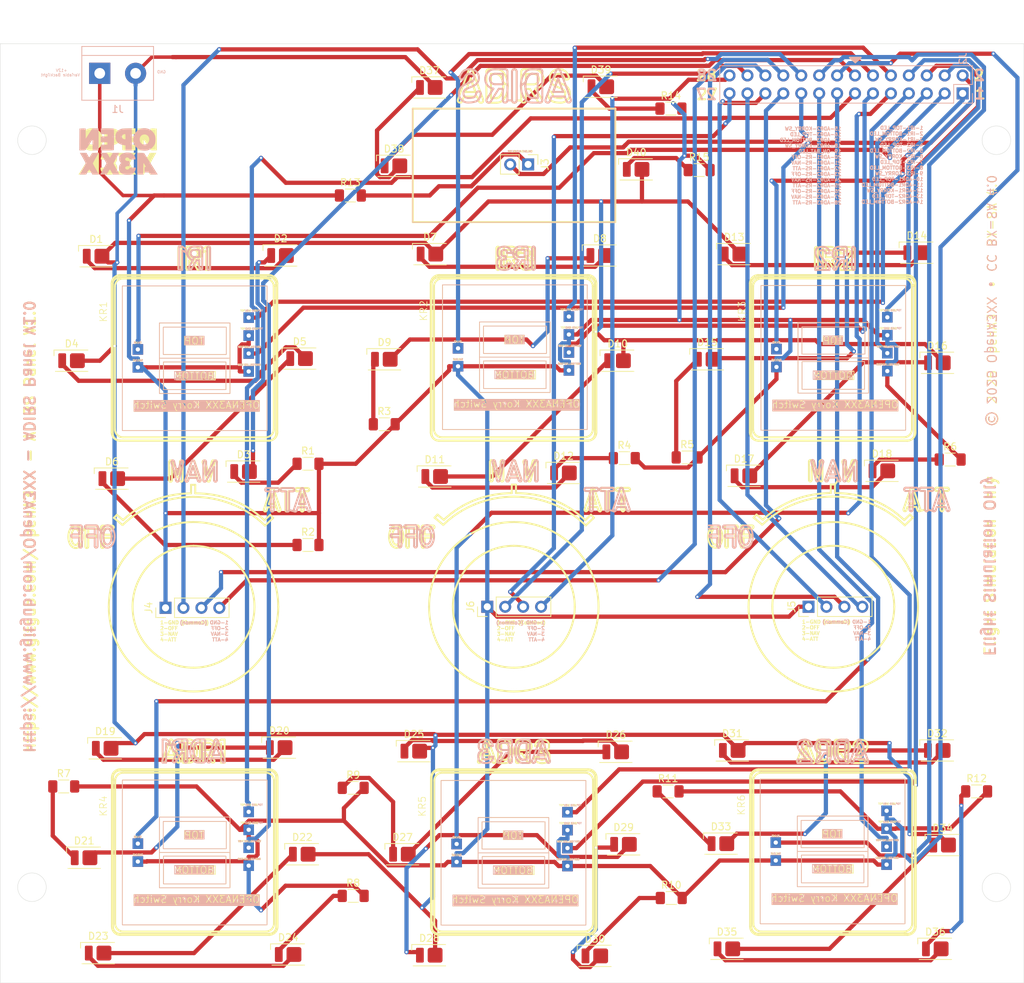
<source format=kicad_pcb>
(kicad_pcb (version 20241229) (generator "pcbnew") (generator_version "9.0")
  (layers (0 "F.Cu" signal) (2 "B.Cu" signal) (13 "F.Paste" user) (15 "B.Paste" user) (5 "F.SilkS" user "F.Silkscreen") (7 "B.SilkS" user "B.Silkscreen") (1 "F.Mask" user) (3 "B.Mask" user) (25 "Edge.Cuts" user))
  (net 0 "")
  (net 1 "+12V")
  (net 2 "Net-(D1-K)")
  (net 3 "Net-(D2-K)")
  (net 4 "Net-(D3-K)")
  (net 5 "Net-(D4-K)")
  (net 6 "Net-(D5-K)")
  (net 7 "Net-(D6-K)")
  (net 8 "Net-(D7-K)")
  (net 9 "Net-(D8-K)")
  (net 10 "Net-(D9-K)")
  (net 11 "Net-(D10-K)")
  (net 12 "Net-(D11-K)")
  (net 13 "Net-(D12-K)")
  (net 14 "Net-(D13-K)")
  (net 15 "Net-(D14-K)")
  (net 16 "Net-(D15-K)")
  (net 17 "Net-(D16-K)")
  (net 18 "Net-(D17-K)")
  (net 19 "Net-(D18-K)")
  (net 20 "Net-(D19-K)")
  (net 21 "Net-(D20-K)")
  (net 22 "Net-(D21-K)")
  (net 23 "Net-(D22-K)")
  (net 24 "Net-(D23-K)")
  (net 25 "Net-(D24-K)")
  (net 26 "Net-(D25-K)")
  (net 27 "Net-(D26-K)")
  (net 28 "Net-(D27-K)")
  (net 29 "Net-(D28-K)")
  (net 30 "Net-(D29-K)")
  (net 31 "Net-(D30-K)")
  (net 32 "Net-(D31-K)")
  (net 33 "Net-(D32-K)")
  (net 34 "Net-(D33-K)")
  (net 35 "Net-(D34-K)")
  (net 36 "Net-(D35-K)")
  (net 37 "Net-(D36-K)")
  (net 38 "GND")
  (net 39 "Net-(J2-Pin_2)")
  (net 40 "Net-(J2-Pin_1)")
  (net 41 "Net-(J2-Pin_19)")
  (net 42 "Net-(J3-Pin_1)")
  (net 43 "Net-(J2-Pin_20)")
  (net 44 "Net-(J2-Pin_23)")
  (net 45 "Net-(J2-Pin_26)")
  (net 46 "Net-(J2-Pin_16)")
  (net 47 "Net-(J2-Pin_13)")
  (net 48 "Net-(J2-Pin_18)")
  (net 49 "Net-(J2-Pin_28)")
  (net 50 "Net-(J2-Pin_17)")
  (net 51 "Net-(J2-Pin_15)")
  (net 52 "Net-(J2-Pin_24)")
  (net 53 "Net-(J2-Pin_14)")
  (net 54 "Net-(J2-Pin_3)")
  (net 55 "Net-(J2-Pin_4)")
  (net 56 "Net-(J2-Pin_10)")
  (net 57 "Net-(J2-Pin_21)")
  (net 58 "Net-(J2-Pin_11)")
  (net 59 "Net-(J2-Pin_22)")
  (net 60 "Net-(J2-Pin_7)")
  (net 61 "Net-(J2-Pin_9)")
  (net 62 "Net-(J2-Pin_12)")
  (net 63 "Net-(J2-Pin_25)")
  (net 64 "Net-(J2-Pin_27)")
  (net 65 "Net-(J2-Pin_8)")
  (net 66 "Net-(J2-Pin_5)")
  (net 67 "Net-(J2-Pin_6)")
  (net 68 "Net-(D37-K)")
  (net 69 "Net-(D38-K)")
  (net 70 "Net-(D39-K)")
  (net 71 "Net-(D40-K)")
  (footprint "OpenA3XX:Korry Switch" (layer "F.Cu") (at 237.35 55.65)
    (property "Reference" "KR3")
    (property "Value" "~")
  )
  (footprint "OpenA3XX:LED_Everlight-SMD3528_3.5x2.8mm_67-21ST" (layer "F.Cu") (at 232.54 149.6)
    (property "Reference" "D35")
    (property "Value" "LED")
  )
  (footprint "OpenA3XX:LED_Everlight-SMD3528_3.5x2.8mm_67-21ST" (layer "F.Cu") (at 217.9 134.8)
    (property "Reference" "D29")
    (property "Value" "LED")
  )
  (footprint "OpenA3XX:LED_Everlight-SMD3528_3.5x2.8mm_67-21ST" (layer "F.Cu") (at 231.7 134.7)
    (property "Reference" "D33")
    (property "Value" "LED")
  )
  (footprint "Resistor_SMD:R_1206_3216Metric_Pad1.30x1.75mm_HandSolder" (layer "F.Cu") (at 224.6 30.5944)
    (property "Reference" "R14")
    (property "Value" "220R")
  )
  (footprint "Resistor_SMD:R_1206_3216Metric_Pad1.30x1.75mm_HandSolder" (layer "F.Cu") (at 138.6 126.6)
    (property "Reference" "R7")
    (property "Value" "220R")
  )
  (footprint "OpenA3XX:LED_Everlight-SMD3528_3.5x2.8mm_67-21ST" (layer "F.Cu") (at 164.09 82)
    (property "Reference" "D3")
    (property "Value" "LED")
  )
  (footprint "OpenA3XX:LED_Everlight-SMD3528_3.5x2.8mm_67-21ST" (layer "F.Cu") (at 172.4 136.2)
    (property "Reference" "D22")
    (property "Value" "LED")
  )
  (footprint "OpenA3XX:LED_Everlight-SMD3528_3.5x2.8mm_67-21ST" (layer "F.Cu") (at 144.49 121.2)
    (property "Reference" "D19")
    (property "Value" "LED")
  )
  (footprint "OpenA3XX:LED_Everlight-SMD3528_3.5x2.8mm_67-21ST" (layer "F.Cu") (at 233.56 51.2)
    (property "Reference" "D13")
    (property "Value" "LED")
  )
  (footprint "OpenA3XX:LED_Everlight-SMD3528_3.5x2.8mm_67-21ST" (layer "F.Cu") (at 262.36 66.6)
    (property "Reference" "D16")
    (property "Value" "LED")
  )
  (footprint "Resistor_SMD:R_1206_3216Metric_Pad1.30x1.75mm_HandSolder" (layer "F.Cu") (at 179.6 142.1)
    (property "Reference" "R8")
    (property "Value" "220R")
  )
  (footprint "OpenA3XX:LED_Everlight-SMD3528_3.5x2.8mm_67-21ST" (layer "F.Cu") (at 214.54 51.4)
    (property "Reference" "D8")
    (property "Value" "LED")
  )
  (footprint "OpenA3XX:Korry Switch" (layer "F.Cu") (at 192.05 125.75)
    (property "Reference" "KR5")
    (property "Value" "~")
  )
  (footprint "OpenA3XX:LED_Everlight-SMD3528_3.5x2.8mm_67-21ST" (layer "F.Cu") (at 188.2 121.6)
    (property "Reference" "D25")
    (property "Value" "LED")
  )
  (footprint "OpenA3XX:LED_Everlight-SMD3528_3.5x2.8mm_67-21ST" (layer "F.Cu") (at 141.5 136.7)
    (property "Reference" "D21")
    (property "Value" "LED")
  )
  (footprint "OpenA3XX:LED_Everlight-SMD3528_3.5x2.8mm_67-21ST" (layer "F.Cu") (at 217.06 66.3)
    (property "Reference" "D10")
    (property "Value" "LED")
  )
  (footprint "OpenA3XX:LED_Everlight-SMD3528_3.5x2.8mm_67-21ST" (layer "F.Cu") (at 262.34 121.5)
    (property "Reference" "D32")
    (property "Value" "LED")
  )
  (footprint "Resistor_SMD:R_1206_3216Metric_Pad1.30x1.75mm_HandSolder" (layer "F.Cu") (at 224.65 142.4)
    (property "Reference" "R10")
    (property "Value" "220R")
  )
  (footprint "OpenA3XX:LED_Everlight-SMD3528_3.5x2.8mm_67-21ST" (layer "F.Cu") (at 209.4 82.2)
    (property "Reference" "D12")
    (property "Value" "LED")
  )
  (footprint "OpenA3XX:Korry Switch" (layer "F.Cu") (at 237.25 125.55)
    (property "Reference" "KR6")
    (property "Value" "~")
  )
  (footprint "Connector_PinHeader_2.54mm:PinHeader_1x04_P2.54mm_Vertical" (layer "F.Cu") (at 198.59 101.15 90)
    (property "Reference" "J6")
    (property "Value" "Conn_02x02_Counter_Clockwise")
  )
  (footprint "OpenA3XX:LED_Everlight-SMD3528_3.5x2.8mm_67-21ST" (layer "F.Cu") (at 184.025 66.1)
    (property "Reference" "D9")
    (property "Value" "LED")
  )
  (footprint "OpenA3XX:LED_Everlight-SMD3528_3.5x2.8mm_67-21ST" (layer "F.Cu") (at 213.84 150.6)
    (property "Reference" "D30")
    (property "Value" "LED")
  )
  (footprint "OpenA3XX:LED_Everlight-SMD3528_3.5x2.8mm_67-21ST" (layer "F.Cu") (at 259.425 51)
    (property "Reference" "D14")
    (property "Value" "LED")
  )
  (footprint "Resistor_SMD:R_1206_3216Metric_Pad1.30x1.75mm_HandSolder" (layer "F.Cu") (at 267.9 127.3)
    (property "Reference" "R12")
    (property "Value" "220R")
  )
  (footprint "Resistor_SMD:R_1206_3216Metric_Pad1.30x1.75mm_HandSolder" (layer "F.Cu") (at 218 80.1)
    (property "Reference" "R4")
    (property "Value" "220R")
  )
  (footprint "Resistor_SMD:R_1206_3216Metric_Pad1.30x1.75mm_HandSolder" (layer "F.Cu") (at 173.2 92.4)
    (property "Reference" "R2")
    (property "Value" "220R")
  )
  (footprint "Connector_PinHeader_2.54mm:PinHeader_1x04_P2.54mm_Vertical" (layer "F.Cu") (at 153.02 101.3 90)
    (property "Reference" "J4")
    (property "Value" "Conn_02x02_Counter_Clockwise")
  )
  (footprint "OpenA3XX:Korry Switch" (layer "F.Cu") (at 146.9 125.7)
    (property "Reference" "KR4")
    (property "Value" "~")
  )
  (footprint "OpenA3XX:LED_Everlight-SMD3528_3.5x2.8mm_67-21ST" (layer "F.Cu") (at 229.76 66.1)
    (property "Reference" "D15")
    (property "Value" "LED")
  )
  (footprint "OpenA3XX:LED_Everlight-SMD3528_3.5x2.8mm_67-21ST" (layer "F.Cu") (at 172.025 66)
    (property "Reference" "D5")
    (property "Value" "LED")
  )
  (footprint "Connector_PinHeader_2.54mm:PinHeader_1x04_P2.54mm_Vertical" (layer "F.Cu") (at 244.09 101.15 90)
    (property "Reference" "J5")
    (property "Value" "Conn_02x02_Counter_Clockwise")
  )
  (footprint "OpenA3XX:LED_Everlight-SMD3528_3.5x2.8mm_67-21ST" (layer "F.Cu") (at 143.49 150.2)
    (property "Reference" "D23")
    (property "Value" "LED")
  )
  (footprint "OpenA3XX:LED_Everlight-SMD3528_3.5x2.8mm_67-21ST" (layer "F.Cu") (at 234.96 82.6)
    (property "Reference" "D17")
    (property "Value" "LED")
  )
  (footprint "Resistor_SMD:R_1206_3216Metric_Pad1.30x1.75mm_HandSolder" (layer "F.Cu") (at 184 75.3)
    (property "Reference" "R3")
    (property "Value" "220R")
  )
  (footprint "Resistor_SMD:R_1206_3216Metric_Pad1.30x1.75mm_HandSolder" (layer "F.Cu") (at 224.2 127.3)
    (property "Reference" "R11")
    (property "Value" "220R")
  )
  (footprint "Resistor_SMD:R_1206_3216Metric_Pad1.30x1.75mm_HandSolder" (layer "F.Cu") (at 228.6 39.3)
    (property "Reference" "R15")
    (property "Value" "220R")
  )
  (footprint "Resistor_SMD:R_1206_3216Metric_Pad1.30x1.75mm_HandSolder" (layer "F.Cu") (at 226.9 80)
    (property "Reference" "R5")
    (property "Value" "220R")
  )
  (footprint "OpenA3XX:LED_Everlight-SMD3528_3.5x2.8mm_67-21ST" (layer "F.Cu") (at 219.69 39.2)
    (property "Reference" "D40")
    (property "Value" "LED")
  )
  (footprint "OpenA3XX:LED_Everlight-SMD3528_3.5x2.8mm_67-21ST" (layer "F.Cu") (at 169.325 51.4)
    (property "Reference" "D2")
    (property "Value" "LED")
  )
  (footprint "OpenA3XX:LED_Everlight-SMD3528_3.5x2.8mm_67-21ST" (layer "F.Cu") (at 214.69 27.5)
    (property "Reference" "D39")
    (property "Value" "LED")
  )
  (footprint "OpenA3XX:LED_Everlight-SMD3528_3.5x2.8mm_67-21ST" (layer "F.Cu") (at 143.2 51.5)
    (property "Reference" "D1")
    (property "Value" "LED")
  )
  (footprint "OpenA3XX:LED_Everlight-SMD3528_3.5x2.8mm_67-21ST" (layer "F.Cu") (at 190.4 27.6)
    (property "Reference" "D37")
    (property "Value" "LED")
  )
  (footprint "Connector_PinHeader_2.54mm:PinHeader_1x02_P2.54mm_Vertical" (layer "F.Cu") (at 204.375 38.5 -90)
    (property "Reference" "J3")
    (property "Value" "Conn_02x01")
  )
  (footprint "Resistor_SMD:R_1206_3216Metric_Pad1.30x1.75mm_HandSolder" (layer "F.Cu") (at 179.2 42.9)
    (property "Reference" "R13")
    (property "Value" "220R")
  )
  (footprint "OpenA3XX:LED_Everlight-SMD3528_3.5x2.8mm_67-21ST" (layer "F.Cu") (at 263.1 134.9)
    (property "Reference" "D34")
    (property "Value" "LED")
  )
  (footprint "OpenA3XX:Korry Switch" (layer "F.Cu") (at 146.9 55.7)
    (property "Reference" "KR1")
    (property "Value" "~")
  )
  (footprint "Resistor_SMD:R_1206_3216Metric_Pad1.30x1.75mm_HandSolder" (layer "F.Cu") (at 179.6 126.8)
    (property "Reference" "R9")
    (property "Value" "220R")
  )
  (footprint "Resistor_SMD:R_1206_3216Metric_Pad1.30x1.75mm_HandSolder" (layer "F.Cu") (at 173.2 80.9)
    (property "Reference" "R1")
    (property "Value" "220R")
  )
  (footprint "OpenA3XX:LED_Everlight-SMD3528_3.5x2.8mm_67-21ST" (layer "F.Cu") (at 170.4 150.4)
    (property "Reference" "D24")
    (property "Value" "LED")
  )
  (footprint "OpenA3XX:LED_Everlight-SMD3528_3.5x2.8mm_67-21ST" (layer "F.Cu") (at 216.8 121.7)
    (property "Reference" "D26")
    (property "Value" "LED")
  )
  (footprint "OpenA3XX:LED_Everlight-SMD3528_3.5x2.8mm_67-21ST" (layer "F.Cu") (at 190.49 51.2)
    (property "Reference" "D7")
    (property "Value" "LED")
  )
  (footprint "OpenA3XX:LED_Everlight-SMD3528_3.5x2.8mm_67-21ST" (layer "F.Cu") (at 139.725 66.3)
    (property "Reference" "D4")
    (property "Value" "LED")
  )
  (footprint "OpenA3XX:LED_Everlight-SMD3528_3.5x2.8mm_67-21ST" (layer "F.Cu") (at 191.16 82.7)
    (property "Reference" "D11")
    (property "Value" "LED")
  )
  (footprint "OpenA3XX:OpenA3XXLogoSmall" (layer "F.Cu") (at 146.3 36.6)
    (property "Reference" "G***" (hide yes))
    (property "Value" "LOGO" (hide yes))
  )
  (footprint "OpenA3XX:LED_Everlight-SMD3528_3.5x2.8mm_67-21ST" (layer "F.Cu") (at 262.06 149.6)
    (property "Reference" "D36")
    (property "Value" "LED")
  )
  (footprint "OpenA3XX:LED_Everlight-SMD3528_3.5x2.8mm_67-21ST" (layer "F.Cu") (at 169.14 121.1)
    (property "Reference" "D20")
    (property "Value" "LED")
  )
  (footprint "Resistor_SMD:R_1206_3216Metric_Pad1.30x1.75mm_HandSolder" (layer "F.Cu") (at 264.15 80.3)
    (property "Reference" "R6")
    (property "Value" "220R")
  )
  (footprint "OpenA3XX:LED_Everlight-SMD3528_3.5x2.8mm_67-21ST" (layer "F.Cu") (at 186.59 136.2)
    (property "Reference" "D27")
    (property "Value" "LED")
  )
  (footprint "OpenA3XX:LED_Everlight-SMD3528_3.5x2.8mm_67-21ST" (layer "F.Cu") (at 233.3 121.5)
    (property "Reference" "D31")
    (property "Value" "LED")
  )
  (footprint "OpenA3XX:LED_Everlight-SMD3528_3.5x2.8mm_67-21ST" (layer "F.Cu") (at 185.39 38.7)
    (property "Reference" "D38")
    (property "Value" "LED")
  )
  (footprint "OpenA3XX:LED_Everlight-SMD3528_3.5x2.8mm_67-21ST" (layer "F.Cu") (at 190.39 150.5)
    (property "Reference" "D28")
    (property "Value" "LED")
  )
  (footprint "OpenA3XX:LED_Everlight-SMD3528_3.5x2.8mm_67-21ST" (layer "F.Cu") (at 254.5 81.9)
    (property "Reference" "D18")
    (property "Value" "LED")
  )
  (footprint "OpenA3XX:Korry Switch" (layer "F.Cu") (at 192.25 55.55)
    (property "Reference" "KR2")
    (property "Value" "~")
  )
  (footprint "OpenA3XX:LED_Everlight-SMD3528_3.5x2.8mm_67-21ST" (layer "F.Cu") (at 145.425 83)
    (property "Reference" "D6")
    (property "Value" "LED")
  )
  (footprint "OpenA3XX:OpenA3XXLogoSmall" (layer "B.Cu") (at 146.3 36.6 180)
    (property "Reference" "Bottom" (hide yes))
    (property "Value" "LOGO" (hide yes))
  )
  (footprint "TerminalBlock:TerminalBlock_bornier-2_P5.08mm" (layer "B.Cu") (at 143.7 25.6)
    (property "Reference" "J1")
    (property "Value" "Conn_02x01")
  )
  (footprint "Connector_PinHeader_2.54mm:PinHeader_2x14_P2.54mm_Vertical" (layer "B.Cu") (at 265.92 28.44 90)
    (property "Reference" "J2")
    (property "Value" "Conn_02x13_Counter_Clockwise")
  )
  (gr_line (start 156.591928 122.698752) (end 156.600774 122.693137) (stroke (width 0.28) (color 51 153 102 1)) (layer "F.SilkS"))
  (gr_line (start 157.012533 121.271018) (end 157.010923 121.255805) (stroke (width 0.28) (color 51 153 102 1)) (layer "F.SilkS"))
  (gr_line (start 166.949949 87.353751) (end 167.439142 85.917426) (stroke (width 0.28) (color 51 153 102 1)) (layer "F.SilkS"))
  (gr_line (start 142.075262 90.103133) (end 142.075262 90.948378) (stroke (width 0.28) (color 51 153 102 1)) (layer "F.SilkS"))
  (gr_line (start 237.015707 124.324958) (end 258.111273 124.324958) (stroke (width 0.28) (color 0 0 255 1)) (layer "F.SilkS"))
  (gr_line (start 201.496595 122.607962) (end 201.511244 122.590125) (stroke (width 0.28) (color 51 153 102 1)) (layer "F.SilkS"))
  (gr_line (start 207.257291 28.882815) (end 207.215643 28.725493) (stroke (width 0.28) (color 51 153 102 1)) (layer "F.SilkS"))
  (gr_line (start 246.950704 121.445182) (end 246.949087 121.416327) (stroke (width 0.28) (color 51 153 102 1)) (layer "F.SilkS"))
  (gr_line (start 201.553541 120.732764) (end 201.525884 120.695487) (stroke (width 0.28) (color 51 153 102 1)) (layer "F.SilkS"))
  (gr_line (start 246.698064 122.555319) (end 246.706106 122.5465) (stroke (width 0.28) (color 51 153 102 1)) (layer "F.SilkS"))
  (gr_line (start 201.795942 121.661444) (end 201.795942 121.646857) (stroke (width 0.28) (color 51 153 102 1)) (layer "F.SilkS"))
  (gr_line (start 200.781713 28.091586) (end 200.786344 28.071921) (stroke (width 0.28) (color 51 153 102 1)) (layer "F.SilkS"))
  (gr_line (start 201.795942 121.630652) (end 201.795942 121.615256) (stroke (width 0.28) (color 51 153 102 1)) (layer "F.SilkS"))
  (gr_curve (pts (xy 202.720808 120.037482) (xy 202.76473 119.99317) (xy 202.818685 119.97103) (xy 202.882673 119.97103)) (stroke (width 0.28) (color 51 153 102 1)) (layer "F.SilkS"))
  (gr_line (start 157.014143 121.899954) (end 157.016554 121.885535) (stroke (width 0.28) (color 51 153 102 1)) (layer "F.SilkS"))
  (gr_curve (pts (xy 206.362028 122.834647) (xy 206.507299 122.834647) (xy 206.620283 122.801825) (xy 206.700971 122.736212)) (stroke (width 0.28) (color 51 153 102 1)) (layer "F.SilkS"))
  (gr_line (start 201.795126 121.678473) (end 201.795942 121.661444) (stroke (width 0.28) (color 51 153 102 1)) (layer "F.SilkS"))
  (gr_line (start 246.952306 121.788245) (end 246.953924 121.756186) (stroke (width 0.28) (color 51 153 102 1)) (layer "F.SilkS"))
  (gr_curve (pts (xy 155.062273 80.624045) (xy 155.079817 80.4831) (xy 155.14699 80.413359) (xy 155.263792 80.414839)) (stroke (width 0.28) (color 51 153 102 1)) (layer "F.SilkS"))
  (gr_curve (pts (xy 212.833494 124.324958) (xy 213.40257 124.324958) (xy 213.860708 124.783209) (xy 213.860708 125.352454)) (stroke (width 0.28) (color 0 0 255 1)) (layer "F.SilkS"))
  (gr_curve (pts (xy 230.337537 91.717841) (xy 230.373243 91.863608) (xy 230.426794 91.994948) (xy 230.498205 92.111876)) (stroke (width 0.28) (color 51 153 102 1)) (layer "F.SilkS"))
  (gr_curve (pts (xy 251.468206 120.455359) (xy 251.334402 120.455359) (xy 251.22788 120.493399) (xy 251.148657 120.569495)) (stroke (width 0.28) (color 51 153 102 1)) (layer "F.SilkS"))
  (gr_line (start 191.8066 124.171652) (end 212.882032 124.171652) (stroke (width 0.28) (color 51 153 102 1)) (layer "F.SilkS"))
  (gr_curve (pts (xy 147.024461 147.149954) (xy 146.391779 147.149954) (xy 145.88244 146.640601) (xy 145.88244 146.007926)) (stroke (width 0.28) (color 51 153 102 1)) (layer "F.SilkS"))
  (gr_line (start 261.021185 84.748137) (end 261.021185 87.397559) (stroke (width 0.28) (color 51 153 102 1)) (layer "F.SilkS"))
  (gr_curve (pts (xy 185.114919 90.907469) (xy 185.096578 91.012541) (xy 185.089826 91.139769) (xy 185.094656 91.289138)) (stroke (width 0.28) (color 51 153 102 1)) (layer "F.SilkS"))
  (gr_line (start 155.860025 83.153777) (end 156.303915 81.85047) (stroke (width 0.28) (color 51 153 102 1)) (layer "F.SilkS"))
  (gr_line (start 247.536428 81.183249) (end 247.957464 82.4252) (stroke (width 0.28) (color 51 153 102 1)) (layer "F.SilkS"))
  (gr_curve (pts (xy 246.585424 122.681159) (xy 246.587576 122.679022) (xy 246.590246 122.676352) (xy 246.593465 122.673148)) (stroke (width 0.28) (color 51 153 102 1)) (layer "F.SilkS"))
  (gr_line (start 208.929968 25.033099) (end 209.170576 25.078211) (stroke (width 0.28) (color 51 153 102 1)) (layer "F.SilkS"))
  (gr_line (start 258.774099 125.791968) (end 258.774099 146.007926) (stroke (width 0.28) (color 51 153 102 1)) (layer "F.SilkS"))
  (gr_curve (pts (xy 248.160818 50.98416) (xy 248.202917 51.233962) (xy 248.153051 51.467559) (xy 248.011236 51.684935)) (stroke (width 0.28) (color 51 153 102 1)) (layer "F.SilkS"))
  (gr_curve (pts (xy 157.196699 122.720374) (xy 157.008512 123.062216) (xy 156.726766 123.233145) (xy 156.351469 123.233145)) (stroke (width 0.28) (color 51 153 102 1)) (layer "F.SilkS"))
  (gr_line (start 202.354345 81.197257) (end 202.775381 82.439208) (stroke (width 0.28) (color 51 153 102 1)) (layer "F.SilkS"))
  (gr_line (start 156.70854 122.598593) (end 156.716581 122.590583) (stroke (width 0.28) (color 51 153 102 1)) (layer "F.SilkS"))
  (gr_line (start 258.111273 147.474951) (end 258.083532 147.628241) (stroke (width 0.28)) (layer "F.SilkS"))
  (gr_line (start 246.842077 120.976279) (end 246.838064 120.962653) (stroke (width 0.28) (color 51 153 102 1)) (layer "F.SilkS"))
  (gr_line (start 201.756895 121.22872) (end 201.748762 121.199546) (stroke (width 0.28) (color 51 153 102 1)) (layer "F.SilkS"))
  (gr_curve (pts (xy 205.772001 25.996684) (xy 205.633192 25.80466) (xy 205.441938 25.698622) (xy 205.198248 25.678572)) (stroke (width 0.28) (color 51 153 102 1)) (layer "F.SilkS"))
  (gr_line (start 249.334036 53.004065) (end 250.602148 53.004065) (stroke (width 0.28) (color 51 153 102 1)) (layer "F.SilkS"))
  (gr_curve (pts (xy 202.827383 51.671706) (xy 202.684545 51.890654) (xy 202.495016 52.023688) (xy 202.258802 52.0708)) (stroke (width 0.28) (color 51 153 102 1)) (layer "F.SilkS"))
  (gr_line (start 201.743879 121.171988) (end 201.738996 121.158209) (stroke (width 0.28) (color 51 153 102 1)) (layer "F.SilkS"))
  (gr_line (start 201.682058 122.283805) (end 201.686124 122.27085) (stroke (width 0.28) (color 51 153 102 1)) (layer "F.SilkS"))
  (gr_line (start 212.376814 89.475737) (end 212.540426 89.632292) (stroke (width 0.28) (color 51 153 102 1)) (layer "F.SilkS"))
  (gr_line (start 246.527502 122.729254) (end 246.535543 122.722846) (stroke (width 0.28) (color 51 153 102 1)) (layer "F.SilkS"))
  (gr_curve (pts (xy 232.486326 92.787909) (xy 232.365217 92.789969) (xy 232.295011 92.717856) (xy 232.275716 92.571578)) (stroke (width 0.28) (color 51 153 102 1)) (layer "F.SilkS"))
  (gr_line (start 202.775381 82.439208) (end 202.354345 81.197257) (stroke (width 0.28) (color 51 153 102 1)) (layer "F.SilkS"))
  (gr_line (start 202.654257 85.054007) (end 202.654012 83.854224) (stroke (width 0.28) (color 51 153 102 1)) (layer "F.SilkS"))
  (gr_curve (pts (xy 141.179269 90.57907) (xy 141.268045 90.864417) (xy 141.30158 91.160582) (xy 141.279871 91.467574)) (stroke (width 0.28) (color 51 153 102 1)) (layer "F.SilkS"))
  (gr_line (start 216.397733 84.762145) (end 215.839094 84.762145) (stroke (width 0.28) (color 51 153 102 1)) (layer "F.SilkS"))
  (gr_line (start 200.853437 27.082888) (end 200.848806 27.038932) (stroke (width 0.28) (color 51 153 102 1)) (layer "F.SilkS"))
  (gr_line (start 250.467321 123.27909) (end 250.467321 122.85839) (stroke (width 0.28) (color 51 153 102 1)) (layer "F.SilkS"))
  (gr_curve (pts (xy 204.199613 121.364859) (xy 204.293424 121.297858) (xy 204.356603 121.210349) (xy 204.389143 121.102301)) (stroke (width 0.28) (color 51 153 102 1)) (layer "F.SilkS"))
  (gr_line (start 246.931387 121.296103) (end 246.926565 121.265647) (stroke (width 0.28) (color 51 153 102 1)) (layer "F.SilkS"))
  (gr_line (start 246.884725 121.094107) (end 246.876684 121.066855) (stroke (width 0.28) (color 51 153 102 1)) (layer "F.SilkS"))
  (gr_line (start 168.697961 55.50656) (end 168.697961 76.601561) (stroke (width 0.28) (color 0 0 255 1)) (layer "F.SilkS"))
  (gr_line (start 199.354032 123.144416) (end 199.186468 122.680884) (stroke (width 0.28) (color 51 153 102 1)) (layer "F.SilkS"))
  (gr_line (start 232.682455 90.905821) (end 233.616087 90.905821) (stroke (width 0.28) (color 51 153 102 1)) (layer "F.SilkS"))
  (gr_line (start 200.845335 27.018107) (end 200.844183 26.994975) (stroke (width 0.28) (color 51 153 102 1)) (layer "F.SilkS"))
  (gr_line (start 200.567716 26.184081) (end 200.559614 26.169043) (stroke (width 0.28) (color 51 153 102 1)) (layer "F.SilkS"))
  (gr_line (start 157.039877 121.622748) (end 157.039877 121.608329) (stroke (width 0.28) (color 51 153 102 1)) (layer "F.SilkS"))
  (gr_curve (pts (xy 237.416113 147.149954) (xy 236.783437 147.149954) (xy 236.274099 146.640601) (xy 236.274099 146.007926)) (stroke (width 0.28) (color 51 153 102 1)) (layer "F.SilkS"))
  (gr_line (start 246.693243 120.70777) (end 246.667486 120.672492) (stroke (width 0.28) (color 51 153 102 1)) (layer "F.SilkS"))
  (gr_line (start 201.660909 122.335669) (end 201.6723 122.309745) (stroke (width 0.28) (color 51 153 102 1)) (layer "F.SilkS"))
  (gr_line (start 201.795942 121.59986) (end 201.795126 121.584464) (stroke (width 0.28) (color 51 153 102 1)) (layer "F.SilkS"))
  (gr_line (start 201.551908 122.535025) (end 201.557607 122.524481) (stroke (width 0.28) (color 51 153 102 1)) (layer "F.SilkS"))
  (gr_line (start 168.697961 55.50656) (end 168.849981 55.362265) (stroke (width 0.28)) (layer "F.SilkS"))
  (gr_line (start 206.125341 121.345435) (end 206.402425 121.345435) (stroke (width 0.28) (color 51 153 102 1)) (layer "F.SilkS"))
  (gr_curve (pts (xy 146.616438 147.628241) (xy 145.956854 147.628241) (xy 145.425863 147.097235) (xy 145.425863 146.437659)) (stroke (width 0.28) (color 51 153 102 1)) (layer "F.SilkS"))
  (gr_line (start 235.988485 146.447455) (end 235.988485 125.352454) (stroke (width 0.28) (color 0 0 255 1)) (layer "F.SilkS"))
  (gr_curve (pts (xy 190.647199 90.919829) (xy 190.780363 90.930136) (xy 190.847913 90.999671) (xy 190.849844 91.12844)) (stroke (width 0.28) (color 51 153 102 1)) (layer "F.SilkS"))
  (gr_line (start 205.393003 80.644293) (end 204.733747 83.256819) (stroke (width 0.28) (color 51 153 102 1)) (layer "F.SilkS"))
  (gr_curve (pts (xy 155.266065 53.22779) (xy 155.243799 53.379164) (xy 155.171678 53.454581) (xy 155.049707 53.454047)) (stroke (width 0.28) (color 51 153 102 1)) (layer "F.SilkS"))
  (gr_line (start 170.972624 84.790686) (end 170.413984 84.790686) (stroke (width 0.28) (color 51 153 102 1)) (layer "F.SilkS"))
  (gr_line (start 248.263754 120.443259) (end 248.263754 121.919699) (stroke (width 0.28) (color 51 153 102 1)) (layer "F.SilkS"))
  (gr_line (start 213.086332 86.569159) (end 214.0174 86.569159) (stroke (width 0.28) (color 51 153 102 1)) (layer "F.SilkS"))
  (gr_line (start 259.138494 125.352454) (end 259.138494 146.447455) (stroke (width 0.28) (color 0 0 255 1)) (layer "F.SilkS"))
  (gr_line (start 201.632436 122.396445) (end 201.639761 122.384299) (stroke (width 0.28) (color 51 153 102 1)) (layer "F.SilkS"))
  (gr_line (start 153.540174 83.235091) (end 153.540174 80.624045) (stroke (width 0.28) (color 51 153 102 1)) (layer "F.SilkS"))
  (gr_curve (pts (xy 199.355848 83.206549) (xy 199.335539 83.344542) (xy 199.270208 83.413542) (xy 199.159872 83.413542)) (stroke (width 0.28) (color 51 153 102 1)) (layer "F.SilkS"))
  (gr_curve (pts (xy 212.430586 124.649954) (xy 213.063268 124.649954) (xy 213.572607 125.159278) (xy 213.572607 125.791968)) (stroke (width 0.28) (color 51 153 102 1)) (layer "F.SilkS"))
  (gr_line (start 157.113439 80.547164) (end 158.001215 83.16117) (stroke (width 0.28) (color 51 153 102 1)) (layer "F.SilkS"))
  (gr_curve (pts (xy 191.072607 125.791968) (xy 191.072607 125.159278) (xy 191.581937 124.649954) (xy 192.214628 124.649954)) (stroke (width 0.28) (color 51 153 102 1)) (layer "F.SilkS"))
  (gr_line (start 215.408666 84.762145) (end 214.848493 84.762145) (stroke (width 0.28) (color 51 153 102 1)) (layer "F.SilkS"))
  (gr_line (start 145.561472 146.447516) (end 145.561472 125.352515) (stroke (width 0.28) (color 0 0 255 1)) (layer "F.SilkS"))
  (gr_line (start 249.540502 83.248725) (end 248.884023 80.648032) (stroke (width 0.28) (color 51 153 102 1)) (layer "F.SilkS"))
  (gr_curve (pts (xy 246.060033 83.192542) (xy 246.060033 83.296034) (xy 246.013174 83.36183) (xy 245.91947 83.389922)) (stroke (width 0.28) (color 51 153 102 1)) (layer "F.SilkS"))
  (gr_line (start 246.941045 121.910071) (end 246.944265 121.879615) (stroke (width 0.28) (color 51 153 102 1)) (layer "F.SilkS"))
  (gr_line (start 249.459341 123.168494) (end 248.666036 121.919699) (stroke (width 0.28) (color 51 153 102 1)) (layer "F.SilkS"))
  (gr_line (start 198.789762 29.76427) (end 198.70648 29.750388) (stroke (width 0.28) (color 51 153 102 1)) (layer "F.SilkS"))
  (gr_curve (pts (xy 155.951589 50.377425) (xy 155.951589 50.315161) (xy 155.972086 50.262015) (xy 156.013082 50.218001)) (stroke (width 0.28) (color 51 153 102 1)) (layer "F.SilkS"))
  (gr_line (start 156.983579 121.125205) (end 156.980364 121.109992) (stroke (width 0.28) (color 51 153 102 1)) (layer "F.SilkS"))
  (gr_line (start 200.425436 28.813407) (end 200.443937 28.79027) (stroke (width 0.28) (color 51 153 102 1)) (layer "F.SilkS"))
  (gr_curve (pts (xy 170.972624 84.331198) (xy 171.11305 84.343146) (xy 171.183515 84.419997) (xy 171.184026 84.561759)) (stroke (width 0.28) (color 51 153 102 1)) (layer "F.SilkS"))
  (gr_line (start 246.947485 121.849158) (end 246.950704 121.818701) (stroke (width 0.28) (color 51 153 102 1)) (layer "F.SilkS"))
  (gr_line (start 207.810224 28.399287) (end 207.817159 28.420108) (stroke (width 0.28) (color 51 153 102 1)) (layer "F.SilkS"))
  (gr_curve (pts (xy 187.500372 92.585585) (xy 187.49072 92.727744) (xy 187.425344 92.799857) (xy 187.304235 92.801917)) (stroke (width 0.28) (color 51 153 102 1)) (layer "F.SilkS"))
  (gr_line (start 156.975538 121.096366) (end 156.972322 121.081137) (stroke (width 0.28) (color 51 153 102 1)) (layer "F.SilkS"))
  (gr_line (start 246.908865 121.179068) (end 246.904028 121.165442) (stroke (width 0.28) (color 51 153 102 1)) (layer "F.SilkS"))
  (gr_line (start 201.138311 50.156455) (end 202.078619 50.156455) (stroke (width 0.28) (color 51 153 102 1)) (layer "F.SilkS"))
  (gr_curve (pts (xy 154.834863 50.380644) (xy 154.856123 50.22927) (xy 154.927736 50.153319) (xy 155.049707 50.152777)) (stroke (width 0.28) (color 51 153 102 1)) (layer "F.SilkS"))
  (gr_line (start 157.038267 121.515387) (end 157.038267 121.499365) (stroke (width 0.28) (color 51 153 102 1)) (layer "F.SilkS"))
  (gr_curve (pts (xy 202.475332 50.830168) (xy 202.384481 50.696868) (xy 202.259313 50.623259) (xy 202.099813 50.609343)) (stroke (width 0.28) (color 51 153 102 1)) (layer "F.SilkS"))
  (gr_line (start 157.0254 121.345542) (end 157.022985 121.331107) (stroke (width 0.28) (color 51 153 102 1)) (layer "F.SilkS"))
  (gr_line (start 158.788812 53.454642) (end 158.788812 50.690787) (stroke (width 0.28) (color 51 153 102 1)) (layer "F.SilkS"))
  (gr_curve (pts (xy 167.20796 54.649985) (xy 167.840646 54.649985) (xy 168.349981 55.159323) (xy 168.349981 55.792006)) (stroke (width 0.28) (color 51 153 102 1)) (layer "F.SilkS"))
  (gr_curve (pts (xy 189.713567 92.585585) (xy 189.703924 92.727744) (xy 189.63854 92.799857) (xy 189.517439 92.801917)) (stroke (width 0.28) (color 51 153 102 1)) (layer "F.SilkS"))
  (gr_curve (pts (xy 167.11532 89.660834) (xy 167.498651 89.295668) (xy 167.881986 88.93051) (xy 168.265318 88.565344)) (stroke (width 0.28) (color 51 153 102 1)) (layer "F.SilkS"))
  (gr_curve (pts (xy 204.265981 53.457228) (xy 204.041723 53.457228) (xy 203.851278 53.425414) (xy 203.694654 53.361785)) (stroke (width 0.28) (color 51 153 102 1)) (layer "F.SilkS"))
  (gr_line (start 158.320715 50.956061) (end 158.320715 50.44818) (stroke (width 0.28) (color 51 153 102 1)) (layer "F.SilkS"))
  (gr_line (start 200.559614 28.628325) (end 200.567716 28.613288) (stroke (width 0.28) (color 51 153 102 1)) (layer "F.SilkS"))
  (gr_line (start 173.159567 84.790686) (end 172.600927 84.790686) (stroke (width 0.28) (color 51 153 102 1)) (layer "F.SilkS"))
  (gr_line (start 200.786344 28.071921) (end 200.793279 28.049945) (stroke (width 0.28) (color 51 153 102 1)) (layer "F.SilkS"))
  (gr_curve (pts (xy 232.275716 89.845801) (xy 232.293089 89.709822) (xy 232.361601 89.636679) (xy 232.48126 89.62638)) (stroke (width 0.28) (color 51 153 102 1)) (layer "F.SilkS"))
  (gr_line (start 205.198248 25.678572) (end 204.057676 25.678572) (stroke (width 0.28) (color 51 153 102 1)) (layer "F.SilkS"))
  (gr_line (start 248.241384 83.26351) (end 248.09873 82.840659) (stroke (width 0.28) (color 51 153 102 1)) (layer "F.SilkS"))
  (gr_line (start 246.447042 122.778952) (end 246.459921 122.770926) (stroke (width 0.28) (color 51 153 102 1)) (layer "F.SilkS"))
  (gr_line (start 201.590955 120.792731) (end 201.583631 120.782202) (stroke (width 0.28) (color 51 153 102 1)) (layer "F.SilkS"))
  (gr_line (start 258.458471 88.090941) (end 257.646764 88.866072) (stroke (width 0.28) (color 51 153 102 1)) (layer "F.SilkS"))
  (gr_line (start 144.087263 89.668929) (end 145.488428 89.668929) (stroke (width 0.28) (color 51 153 102 1)) (layer "F.SilkS"))
  (gr_line (start 158.744814 121.879126) (end 158.342703 121.879126) (stroke (width 0.28) (color 51 153 102 1)) (layer "F.SilkS"))
  (gr_line (start 246.459921 122.770926) (end 246.476003 122.762915) (stroke (width 0.28) (color 51 153 102 1)) (layer "F.SilkS"))
  (gr_curve (pts (xy 244.21517 122.221076) (xy 244.052114 121.772208) (xy 243.889044 121.323355) (xy 243.725988 120.874488)) (stroke (width 0.28) (color 51 153 102 1)) (layer "F.SilkS"))
  (gr_line (start 186.604376 90.550521) (end 186.260603 90.90206) (stroke (width 0.28)) (layer "F.SilkS"))
  (gr_line (start 237.008093 124.171652) (end 258.083532 124.171652) (stroke (width 0.28) (color 51 153 102 1)) (layer "F.SilkS"))
  (gr_curve (pts (xy 258.741644 76.007964) (xy 258.741644 76.640639) (xy 258.232305 77.149985) (xy 257.599615 77.149985)) (stroke (width 0.28) (color 51 153 102 1)) (layer "F.SilkS"))
  (gr_curve (pts (xy 207.408529 122.470175) (xy 207.408529 122.734015) (xy 207.317968 122.938239) (xy 207.136839 123.082831)) (stroke (width 0.28) (color 51 153 102 1)) (layer "F.SilkS"))
  (gr_curve (pts (xy 156.539655 122.729987) (xy 156.550378 122.724646) (xy 156.555578 122.722068) (xy 156.555738 122.721976)) (stroke (width 0.28) (color 51 153 102 1)) (layer "F.SilkS"))
  (gr_curve (pts (xy 231.281294 90.368857) (xy 231.2012 90.21485) (xy 231.087331 90.116728) (xy 230.939687 90.074492)) (stroke (width 0.28) (color 51 153 102 1)) (layer "F.SilkS"))
  (gr_line (start 168.331289 84.481101) (end 169.309675 87.361899) (stroke (width 0.28) (color 51 153 102 1)) (layer "F.SilkS"))
  (gr_line (start 250.010198 51.01319) (end 250.010198 51.004561) (stroke (width 0.28) (color 51 153 102 1)) (layer "F.SilkS"))
  (gr_line (start 186.261327 89.927024) (end 187.093626 89.859809) (stroke (width 0.28)) (layer "F.SilkS"))
  (gr_line (start 246.278082 122.822226) (end 246.286123 122.822226) (stroke (width 0.28) (color 51 153 102 1)) (layer "F.SilkS"))
  (gr_line (start 200.483267 28.739375) (end 200.492521 28.726649) (stroke (width 0.28) (color 51 153 102 1)) (layer "F.SilkS"))
  (gr_curve (pts (xy 210.278761 28.605189) (xy 210.25408 28.814952) (xy 210.180433 29.008902) (xy 210.057821 29.187045)) (stroke (width 0.28) (color 51 153 102 1)) (layer "F.SilkS"))
  (gr_curve (pts (xy 198.527593 119.97103) (xy 198.633878 119.969947) (xy 198.705465 120.019644) (xy 198.742338 120.120139)) (stroke (width 0.28) (color 51 153 102 1)) (layer "F.SilkS"))
  (gr_line (start 246.334264 50.180533) (end 247.267828 50.180533) (stroke (width 0.28) (color 51 153 102 1)) (layer "F.SilkS"))
  (gr_line (start 201.099645 122.833243) (end 201.106153 122.833243) (stroke (width 0.28) (color 51 153 102 1)) (layer "F.SilkS"))
  (gr_curve (pts (xy 168.985605 101.149985) (xy 168.985605 107.777404) (xy 163.61302 113.149985) (xy 156.985605 113.149985)) (stroke (width 0.28) (color 51 153 102 1)) (layer "F.SilkS"))
  (gr_curve (pts (xy 209.170576 25.078211) (xy 209.247694 25.092864) (xy 209.325582 25.117926) (xy 209.404241 25.153403)) (stroke (width 0.28) (color 51 153 102 1)) (layer "F.SilkS"))
  (gr_line (start 237.002203 54.478995) (end 258.097768 54.478995) (stroke (width 0.28) (color 0 0 255 1)) (layer "F.SilkS"))
  (gr_line (start 200.809477 27.966654) (end 200.812948 27.94699) (stroke (width 0.28) (color 51 153 102 1)) (layer "F.SilkS"))
  (gr_line (start 160.901922 120.49668) (end 160.436876 120.760214) (stroke (width 0.28) (color 51 153 102 1)) (layer "F.SilkS"))
  (gr_line (start 160.436876 120.255652) (end 160.901922 119.967322) (stroke (width 0.28) (color 51 153 102 1)) (layer "F.SilkS"))
  (gr_line (start 246.933004 121.311331) (end 246.931387 121.296103) (stroke (width 0.28) (color 51 153 102 1)) (layer "F.SilkS"))
  (gr_line (start 230.939687 90.074492) (end 230.873106 90.065222) (stroke (width 0.28) (color 51 153 102 1)) (layer "F.SilkS"))
  (gr_curve (pts (xy 186.116575 92.681388) (xy 185.96797 92.791617) (xy 185.803922 92.830245) (xy 185.624433 92.797278)) (stroke (width 0.28) (color 51 153 102 1)) (layer "F.SilkS"))
  (gr_curve (pts (xy 141.66852 89.88835) (xy 141.685888 89.752371) (xy 141.754404 89.679228) (xy 141.874059 89.668929)) (stroke (width 0.28) (color 51 153 102 1)) (layer "F.SilkS"))
  (gr_curve (pts (xy 188.63664 91.12844) (xy 188.63857 91.257209) (xy 188.571027 91.332404) (xy 188.433996 91.354041)) (stroke (width 0.28) (color 51 153 102 1)) (layer "F.SilkS"))
  (gr_line (start 245.290075 123.046668) (end 245.288458 123.046668) (stroke (width 0.28) (color 51 153 102 1)) (layer "F.SilkS"))
  (gr_curve (pts (xy 217.035444 84.762145) (xy 216.89298 84.750197) (xy 216.822004 84.673888) (xy 216.822515 84.533217)) (stroke (width 0.28) (color 51 153 102 1)) (layer "F.SilkS"))
  (gr_curve (pts (xy 170.188848 87.668227) (xy 170.062162 87.666053) (xy 169.99373 87.590018) (xy 169.983556 87.440108)) (stroke (width 0.28) (color 51 153 102 1)) (layer "F.SilkS"))
  (gr_curve (pts (xy 156.570215 122.712363) (xy 156.579866 122.705954) (xy 156.584547 122.702841) (xy 156.584692 122.70275)) (stroke (width 0.28) (color 51 153 102 1)) (layer "F.SilkS"))
  (gr_line (start 141.874059 89.668929) (end 143.275224 89.668929) (stroke (width 0.28) (color 51 153 102 1)) (layer "F.SilkS"))
  (gr_line (start 157.004491 121.95925) (end 157.006097 121.945624) (stroke (width 0.28) (color 51 153 102 1)) (layer "F.SilkS"))
  (gr_line (start 157.258859 52.076369) (end 157.869222 53.100569) (stroke (width 0.28) (color 51 153 102 1)) (layer "F.SilkS"))
  (gr_curve (pts (xy 250.331136 50.398253) (xy 250.504781 50.537963) (xy 250.591604 50.740081) (xy 250.591604 51.004615)) (stroke (width 0.28) (color 51 153 102 1)) (layer "F.SilkS"))
  (gr_curve (pts (xy 156.93062 80.411147) (xy 157.021105 80.410155) (xy 157.082044 80.455496) (xy 157.113439 80.547164)) (stroke (width 0.28) (color 51 153 102 1)) (layer "F.SilkS"))
  (gr_curve (pts (xy 173.159567 84.331198) (xy 173.299993 84.343146) (xy 173.370458 84.419997) (xy 173.370969 84.561759)) (stroke (width 0.28) (color 51 153 102 1)) (layer "F.SilkS"))
  (gr_curve (pts (xy 142.075262 92.614127) (xy 142.065611 92.756285) (xy 142.000234 92.828398) (xy 141.879125 92.830458)) (stroke (width 0.28) (color 51 153 102 1)) (layer "F.SilkS"))
  (gr_curve (pts (xy 243.727606 119.991187) (xy 243.832739 119.990119) (xy 243.903539 120.039282) (xy 243.940008 120.138678)) (stroke (width 0.28) (color 51 153 102 1)) (layer "F.SilkS"))
  (gr_line (start 200.77709 26.679175) (end 200.772459 26.657199) (stroke (width 0.28) (color 51 153 102 1)) (layer "F.SilkS"))
  (gr_curve (pts (xy 195.041845 29.539855) (xy 194.943136 29.734194) (xy 194.802778 29.797816) (xy 194.620786 29.730723)) (stroke (width 0.28) (color 51 153 102 1)) (layer "F.SilkS"))
  (gr_line (start 201.342863 122.749777) (end 201.351804 122.744101) (stroke (width 0.28) (color 51 153 102 1)) (layer "F.SilkS"))
  (gr_curve (pts (xy 207.214842 121.32537) (xy 207.128774 121.428214) (xy 207.007726 121.509452) (xy 206.85169 121.569083)) (stroke (width 0.28) (color 51 153 102 1)) (layer "F.SilkS"))
  (gr_curve (pts (xy 145.393404 55.362265) (xy 145.393404 54.702681) (xy 145.92439 54.171698) (xy 146.583975 54.171698)) (stroke (width 0.28) (color 51 153 102 1)) (layer "F.SilkS"))
  (gr_line (start 263.766775 84.748137) (end 263.20812 84.748137) (stroke (width 0.28) (color 51 153 102 1)) (layer "F.SilkS"))
  (gr_line (start 257.558904 89.46173) (end 257.722524 89.618285) (stroke (width 0.28) (color 51 153 102 1)) (layer "F.SilkS"))
  (gr_line (start 156.972322 122.103461) (end 156.974733 122.089835) (stroke (width 0.28) (color 51 153 102 1)) (layer "F.SilkS"))
  (gr_line (start 202.058233 83.854224) (end 202.056951 85.056266) (stroke (width 0.28) (color 51 153 102 1)) (layer "F.SilkS"))
  (gr_line (start 187.500372 91.354041) (end 187.500372 92.585585) (stroke (width 0.28) (color 51 153 102 1)) (layer "F.SilkS"))
  (gr_line (start 201.701582 121.032599) (end 201.691824 121.005057) (stroke (width 0.28) (color 51 153 102 1)) (layer "F.SilkS"))
  (gr_curve (pts (xy 159.834936 80.419272) (xy 159.950349 80.455252) (xy 159.994669 80.539771) (xy 159.967893 80.672843)) (stroke (width 0.28) (color 51 153 102 1)) (layer "F.SilkS"))
  (gr_line (start 213.540144 55.792006) (end 213.540144 76.007964) (stroke (width 0.28) (color 51 153 102 1)) (layer "F.SilkS"))
  (gr_line (start 249.147222 51.102736) (end 248.565786 51.102736) (stroke (width 0.28) (color 51 153 102 1)) (layer "F.SilkS"))
  (gr_line (start 200.214903 28.998488) (end 200.225309 28.992705) (stroke (width 0.28) (color 51 153 102 1)) (layer "F.SilkS"))
  (gr_curve (pts (xy 214.734785 87.333357) (xy 214.76531 87.486518) (xy 214.721555 87.585372) (xy 214.603521 87.629904)) (stroke (width 0.28) (color 51 153 102 1)) (layer "F.SilkS"))
  (gr_curve (pts (xy 209.596265 28.681536) (xy 209.64562 28.555064) (xy 209.653333 28.423579) (xy 209.619405 28.287078)) (stroke (width 0.28) (color 51 153 102 1)) (layer "F.SilkS"))
  (gr_line (start 201.544592 122.544745) (end 201.551908 122.535025) (stroke (width 0.28) (color 51 153 102 1)) (layer "F.SilkS"))
  (gr_line (start 246.582205 120.582724) (end 246.551641 120.558676) (stroke (width 0.28) (color 51 153 102 1)) (layer "F.SilkS"))
  (gr_line (start 201.20783 122.816214) (end 201.216779 122.813788) (stroke (width 0.28) (color 51 153 102 1)) (layer "F.SilkS"))
  (gr_curve (pts (xy 158.215639 123.208304) (xy 158.13093 123.249427) (xy 158.05158 123.24169) (xy 157.97759 123.185065)) (stroke (width 0.28) (color 51 153 102 1)) (layer "F.SilkS"))
  (gr_curve (pts (xy 140.521387 92.301222) (xy 140.619333 92.198722) (xy 140.693395 92.089781) (xy 140.743578 91.974402)) (stroke (width 0.28) (color 51 153 102 1)) (layer "F.SilkS"))
  (gr_curve (pts (xy 168.349981 76.007964) (xy 168.349981 76.640639) (xy 167.840646 77.149985) (xy 167.20796 77.149985)) (stroke (width 0.28) (color 51 153 102 1)) (layer "F.SilkS"))
  (gr_line (start 246.958746 121.570227) (end 246.958746 121.555792) (stroke (width 0.28) (color 51 153 102 1)) (layer "F.SilkS"))
  (gr_line (start 200.022878 25.701708) (end 200.002058 25.695925) (stroke (width 0.28) (color 51 153 102 1)) (layer "F.SilkS"))
  (gr_curve (pts (xy 261.791219 84.51921) (xy 261.791738 84.660964) (xy 261.721258 84.737281) (xy 261.579824 84.748137)) (stroke (width 0.28) (color 51 153 102 1)) (layer "F.SilkS"))
  (gr_line (start 167.240423 147.149954) (end 147.024461 147.149954) (stroke (width 0.28) (color 51 153 102 1)) (layer "F.SilkS"))
  (gr_line (start 200.631338 26.291659) (end 200.622083 26.276622) (stroke (width 0.28) (color 51 153 102 1)) (layer "F.SilkS"))
  (gr_line (start 157.000471 121.974463) (end 157.004491 121.95925) (stroke (width 0.28) (color 51 153 102 1)) (layer "F.SilkS"))
  (gr_line (start 201.114286 120.428076) (end 201.106153 120.428076) (stroke (width 0.28) (color 51 153 102 1)) (layer "F.SilkS"))
  (gr_line (start 252.463857 120.813407) (end 252.463857 120.819907) (stroke (width 0.28) (color 51 153 102 1)) (layer "F.SilkS"))
  (gr_line (start 200.225309 28.992705) (end 200.238035 28.98461) (stroke (width 0.28) (color 51 153 102 1)) (layer "F.SilkS"))
  (gr_line (start 200.002058 29.097972) (end 200.011312 29.0945) (stroke (width 0.28) (color 51 153 102 1)) (layer "F.SilkS"))
  (gr_line (start 157.634191 83.30606) (end 157.491541 82.883208) (stroke (width 0.28) (color 51 153 102 1)) (layer "F.SilkS"))
  (gr_line (start 156.303915 81.85047) (end 156.749185 80.547164) (stroke (width 0.28) (color 51 153 102 1)) (layer "F.SilkS"))
  (gr_line (start 169.983556 87.440108) (end 169.983556 84.790686) (stroke (width 0.28) (color 51 153 102 1)) (layer "F.SilkS"))
  (gr_line (start 156.993231 121.166068) (end 156.988405 121.138831) (stroke (width 0.28) (color 51 153 102 1)) (layer "F.SilkS"))
  (gr_line (start 190.616026 146.437659) (end 190.616026 125.362235) (stroke (width 0.28) (color 51 153 102 1)) (layer "F.SilkS"))
  (gr_curve (pts (xy 243.516805 120.138678) (xy 243.552206 120.041419) (xy 243.622472 119.992255) (xy 243.727606 119.991187)) (stroke (width 0.28) (color 51 153 102 1)) (layer "F.SilkS"))
  (gr_line (start 210.128378 26.310168) (end 210.070539 26.398081) (stroke (width 0.28) (color 51 153 102 1)) (layer "F.SilkS"))
  (gr_curve (pts (xy 159.308641 83.285361) (xy 159.271707 83.386885) (xy 159.209844 83.437895) (xy 159.123052 83.438384)) (stroke (width 0.28) (color 51 153 102 1)) (layer "F.SilkS"))
  (gr_line (start 158.342703 120.403342) (end 158.342703 121.428855) (stroke (width 0.28) (color 51 153 102 1)) (layer "F.SilkS"))
  (gr_line (start 200.586225 28.583213) (end 200.596632 28.568171) (stroke (width 0.28) (color 51 153 102 1)) (layer "F.SilkS"))
  (gr_line (start 246.724615 122.516837) (end 246.731863 122.50643) (stroke (width 0.28) (color 51 153 102 1)) (layer "F.SilkS"))
  (gr_line (start 201.699957 122.230323) (end 201.704023 122.217353) (stroke (width 0.28) (color 51 153 102 1)) (layer "F.SilkS"))
  (gr_line (start 145.425863 125.362235) (end 145.88244 125.791968) (stroke (width 0.28)) (layer "F.SilkS"))
  (gr_line (start 157.006097 121.945624) (end 157.009317 121.930411) (stroke (width 0.28) (color 51 153 102 1)) (layer "F.SilkS"))
  (gr_line (start 201.603971 122.452368) (end 201.613729 122.431296) (stroke (width 0.28) (color 51 153 102 1)) (layer "F.SilkS"))
  (gr_line (start 156.467275 122.762046) (end 156.473707 122.760443) (stroke (width 0.28) (color 51 153 102 1)) (layer "F.SilkS"))
  (gr_line (start 157.491541 82.883208) (end 156.362775 82.883208) (stroke (width 0.28) (color 51 153 102 1)) (layer "F.SilkS"))
  (gr_curve (pts (xy 157.197504 120.464225) (xy 157.385153 120.806067) (xy 157.478979 121.182089) (xy 157.478979 121.592307)) (stroke (width 0.28) (color 51 153 102 1)) (layer "F.SilkS"))
  (gr_line (start 248.263754 121.469229) (end 249.034521 121.469229) (stroke (width 0.28) (color 51 153 102 1)) (layer "F.SilkS"))
  (gr_curve (pts (xy 158.342703 123.007209) (xy 158.342703 123.100135) (xy 158.300348 123.167182) (xy 158.215639 123.208304)) (stroke (width 0.28) (color 51 153 102 1)) (layer "F.SilkS"))
  (gr_curve (pts (xy 230.498205 92.111876) (xy 230.569616 92.228797) (xy 230.663221 92.306311) (xy 230.77902 92.344428)) (stroke (width 0.28) (color 51 153 102 1)) (layer "F.SilkS"))
  (gr_curve (pts (xy 258.735479 85.186454) (xy 258.890157 85.642684) (xy 259.04482 86.098921) (xy 259.199499 86.555152)) (stroke (width 0.28) (color 51 153 102 1)) (layer "F.SilkS"))
  (gr_line (start 200.6938 26.428157) (end 200.684545 26.411963) (stroke (width 0.28) (color 51 153 102 1)) (layer "F.SilkS"))
  (gr_line (start 201.351804 122.744101) (end 201.358312 122.739234) (stroke (width 0.28) (color 51 153 102 1)) (layer "F.SilkS"))
  (gr_curve (pts (xy 236.031927 91.114432) (xy 236.033865 91.243201) (xy 235.966314 91.318396) (xy 235.82929 91.340033)) (stroke (width 0.28) (color 51 153 102 1)) (layer "F.SilkS"))
  (gr_line (start 198.02815 122.22547) (end 199.020528 122.22547) (stroke (width 0.28) (color 51 153 102 1)) (layer "F.SilkS"))
  (gr_line (start 201.335539 122.753821) (end 201.342863 122.749777) (stroke (width 0.28) (color 51 153 102 1)) (layer "F.SilkS"))
  (gr_curve (pts (xy 207.183256 28.563548) (xy 207.160124 28.452498) (xy 207.187498 28.354556) (xy 207.265386 28.269728)) (stroke (width 0.28) (color 51 153 102 1)) (layer "F.SilkS"))
  (gr_curve (pts (xy 249.456121 120.663687) (xy 249.359579 120.530631) (xy 249.226553 120.457144) (xy 249.057058 120.443259)) (stroke (width 0.28) (color 51 153 102 1)) (layer "F.SilkS"))
  (gr_curve (pts (xy 243.725988 120.874488) (xy 243.561865 121.323355) (xy 243.397726 121.772208) (xy 243.233602 122.221076)) (stroke (width 0.28) (color 51 153 102 1)) (layer "F.SilkS"))
  (gr_curve (pts (xy 215.613958 87.639685) (xy 215.487272 87.637511) (xy 215.418836 87.561476) (xy 215.408666 87.411566)) (stroke (width 0.28) (color 51 153 102 1)) (layer "F.SilkS"))
  (gr_curve (pts (xy 203.49896 25.121012) (xy 203.561422 25.057776) (xy 203.638158 25.026156) (xy 203.729154 25.026156)) (stroke (width 0.28) (color 51 153 102 1)) (layer "F.SilkS"))
  (gr_curve (pts (xy 250.010198 51.004561) (xy 250.010198 50.88864) (xy 249.975103 50.800215) (xy 249.904928 50.739279)) (stroke (width 0.28) (color 51 153 102 1)) (layer "F.SilkS"))
  (gr_curve (pts (xy 157.697653 50.381453) (xy 157.864668 50.534438) (xy 157.96842 50.728491) (xy 158.008909 50.963607)) (stroke (width 0.28) (color 51 153 102 1)) (layer "F.SilkS"))
  (gr_line (start 237.383657 54.649985) (end 257.599615 54.649985) (stroke (width 0.28) (color 51 153 102 1)) (layer "F.SilkS"))
  (gr_line (start 201.756078 122.017203) (end 201.760145 122.001807) (stroke (width 0.28) (color 51 153 102 1)) (layer "F.SilkS"))
  (gr_line (start 199.115972 29.111853) (end 199.879438 29.111853) (stroke (width 0.28) (color 51 153 102 1)) (layer "F.SilkS"))
  (gr_line (start 167.661226 86.597708) (end 168.592294 86.597708) (stroke (width 0.28) (color 51 153 102 1)) (layer "F.SilkS"))
  (gr_line (start 234.895666 90.905821) (end 235.82929 90.905821) (stroke (width 0.28) (color 51 153 102 1)) (layer "F.SilkS"))
  (gr_curve (pts (xy 155.263792 80.414839) (xy 155.38059 80.41632) (xy 155.443605 80.486052) (xy 155.45284 80.624045)) (stroke (width 0.28) (color 51 153 102 1)) (layer "F.SilkS"))
  (gr_line (start 246.757604 122.466345) (end 246.763235 122.455924) (stroke (width 0.28) (color 51 153 102 1)) (layer "F.SilkS"))
  (gr_curve (pts (xy 207.817159 28.420108) (xy 207.891195 28.754798) (xy 208.020368 28.954531) (xy 208.204679 29.019313)) (stroke (width 0.28) (color 51 153 102 1)) (layer "F.SilkS"))
  (gr_curve (pts (xy 216.397733 84.302657) (xy 216.53816 84.314604) (xy 216.608625 84.391455) (xy 216.609136 84.533217)) (stroke (width 0.28) (color 51 153 102 1)) (layer "F.SilkS"))
  (gr_curve (pts (xy 201.320898 122.763541) (xy 201.330656 122.757071) (xy 201.335394 122.753913) (xy 201.335539 122.753821)) (stroke (width 0.28) (color 51 153 102 1)) (layer "F.SilkS"))
  (gr_line (start 200.699583 26.447821) (end 200.6938 26.428157) (stroke (width 0.28) (color 51 153 102 1)) (layer "F.SilkS"))
  (gr_line (start 158.114305 119.951468) (end 159.113142 119.951468) (stroke (width 0.28) (color 51 153 102 1)) (layer "F.SilkS"))
  (gr_curve (pts (xy 246.599905 122.666739) (xy 246.602056 122.664588) (xy 246.604742 122.661917) (xy 246.607946 122.658713)) (stroke (width 0.28) (color 51 153 102 1)) (layer "F.SilkS"))
  (gr_line (start 167.684251 147.475012) (end 146.588689 147.475012) (stroke (width 0.28) (color 0 0 255 1)) (layer "F.SilkS"))
  (gr_curve (pts (xy 159.738821 120.179801) (xy 159.91575 120.332038) (xy 160.025659 120.525122) (xy 160.068552 120.75907)) (stroke (width 0.28) (color 51 153 102 1)) (layer "F.SilkS"))
  (gr_line (start 246.720586 120.744635) (end 246.693243 120.70777) (stroke (width 0.28) (color 51 153 102 1)) (layer "F.SilkS"))
  (gr_line (start 234.488912 92.571578) (end 234.488912 89.845801) (stroke (width 0.28) (color 51 153 102 1)) (layer "F.SilkS"))
  (gr_line (start 246.731863 120.763877) (end 246.725424 120.754264) (stroke (width 0.28) (color 51 153 102 1)) (layer "F.SilkS"))
  (gr_curve (pts (xy 212.849569 54.171698) (xy 213.509153 54.171698) (xy 214.040144 54.702681) (xy 214.040144 55.362265)) (stroke (width 0.28) (color 51 153 102 1)) (layer "F.SilkS"))
  (gr_line (start 246.788183 120.857657) (end 246.783346 120.847235) (stroke (width 0.28) (color 51 153 102 1)) (layer "F.SilkS"))
  (gr_curve (pts (xy 232.682455 92.571578) (xy 232.672811 92.713736) (xy 232.607427 92.785849) (xy 232.486326 92.787909)) (stroke (width 0.28) (color 51 153 102 1)) (layer "F.SilkS"))
  (gr_line (start 249.728872 82.385276) (end 250.19837 80.52236) (stroke (width 0.28) (color 51 153 102 1)) (layer "F.SilkS"))
  (gr_curve (pts (xy 245.66947 80.581496) (xy 245.687017 80.44055) (xy 245.754186 80.37081) (xy 245.870992 80.37229)) (stroke (width 0.28) (color 51 153 102 1)) (layer "F.SilkS"))
  (gr_line (start 156.988405 121.138831) (end 156.983579 121.125205) (stroke (width 0.28) (color 51 153 102 1)) (layer "F.SilkS"))
  (gr_curve (pts (xy 252.12055 121.654608) (xy 251.814199 122.043235) (xy 251.507833 122.431845) (xy 251.201482 122.820471)) (stroke (width 0.28) (color 51 153 102 1)) (layer "F.SilkS"))
  (gr_curve (pts (xy 250.19837 80.52236) (xy 250.245458 80.389289) (xy 250.326711 80.34075) (xy 250.442129 80.376723)) (stroke (width 0.28) (color 51 153 102 1)) (layer "F.SilkS"))
  (gr_line (start 201.93054 82.439208) (end 202.775381 82.439208) (stroke (width 0.28) (color 51 153 102 1)) (layer "F.SilkS"))
  (gr_curve (pts (xy 159.591177 80.56491) (xy 159.638265 80.431845) (xy 159.719518 80.3833) (xy 159.834936 80.419272)) (stroke (width 0.28) (color 51 153 102 1)) (layer "F.SilkS"))
  (gr_line (start 246.547735 52.098708) (end 246.547735 53.221236) (stroke (width 0.28) (color 51 153 102 1)) (layer "F.SilkS"))
  (gr_line (start 157.009317 121.930411) (end 157.014143 121.899954) (stroke (width 0.28) (color 51 153 102 1)) (layer "F.SilkS"))
  (gr_curve (pts (xy 205.144399 51.972609) (xy 205.242292 52.089484) (xy 205.291242 52.235205) (xy 205.291242 52.409774)) (stroke (width 0.28) (color 51 153 102 1)) (layer "F.SilkS"))
  (gr_line (start 156.365942 120.403342) (end 156.3579 120.403342) (stroke (width 0.28) (color 51 153 102 1)) (layer "F.SilkS"))
  (gr_curve (pts (xy 198.742338 120.120139) (xy 199.089941 121.075293) (xy 199.437544 122.030432) (xy 199.785146 122.985587)) (stroke (width 0.28) (color 51 153 102 1)) (layer "F.SilkS"))
  (gr_curve (pts (xy 209.2423 27.8371) (xy 208.885244 27.680548) (xy 208.528188 27.524001) (xy 208.171133 27.367449)) (stroke (width 0.28) (color 51 153 102 1)) (layer "F.SilkS"))
  (gr_line (start 201.787801 121.787863) (end 201.789434 121.755454) (stroke (width 0.28) (color 51 153 102 1)) (layer "F.SilkS"))
  (gr_curve (pts (xy 168.88244 146.437659) (xy 168.88244 147.097235) (xy 168.351453 147.628241) (xy 167.691869 147.628241)) (stroke (width 0.28) (color 51 153 102 1)) (layer "F.SilkS"))
  (gr_curve (pts (xy 235.82929 90.905821) (xy 235.962454 90.916129) (xy 236.030004 90.985663) (xy 236.031927 91.114432)) (stroke (width 0.28) (color 51 153 102 1)) (layer "F.SilkS"))
  (gr_line (start 201.524252 122.572303) (end 201.53076 122.563391) (stroke (width 0.28) (color 51 153 102 1)) (layer "F.SilkS"))
  (gr_curve (pts (xy 202.349981 113.149985) (xy 195.722562 113.149985) (xy 190.349981 107.777404) (xy 190.349981 101.149985)) (stroke (width 0.28) (color 51 153 102 1)) (layer "F.SilkS"))
  (gr_line (start 168.38244 125.791968) (end 168.38244 146.007926) (stroke (width 0.28) (color 51 153 102 1)) (layer "F.SilkS"))
  (gr_line (start 250.602148 53.004065) (end 250.602148 53.461074) (stroke (width 0.28) (color 51 153 102 1)) (layer "F.SilkS"))
  (gr_line (start 246.678762 122.581763) (end 246.691625 122.564139) (stroke (width 0.28) (color 51 153 102 1)) (layer "F.SilkS"))
  (gr_line (start 201.557607 122.524481) (end 201.564924 122.513953) (stroke (width 0.28) (color 51 153 102 1)) (layer "F.SilkS"))
  (gr_curve (pts (xy 156.985605 109.783988) (xy 152.217176 109.783988) (xy 148.351602 105.91841) (xy 148.351602 101.149985)) (stroke (width 0.28) (color 51 153 102 1)) (layer "F.SilkS"))
  (gr_curve (pts (xy 153.734766 83.442084) (xy 153.624429 83.442084) (xy 153.559564 83.373084) (xy 153.540174 83.235091)) (stroke (width 0.28) (color 51 153 102 1)) (layer "F.SilkS"))
  (gr_curve (pts (xy 259.916876 87.31935) (xy 259.947393 87.47251) (xy 259.903646 87.571364) (xy 259.785604 87.615904)) (stroke (width 0.28) (color 51 153 102 1)) (layer "F.SilkS"))
  (gr_line (start 200.814108 26.821459) (end 201.501226 27.395213) (stroke (width 0.28)) (layer "F.SilkS"))
  (gr_line (start 199.951154 29.10607) (end 199.962728 29.104914) (stroke (width 0.28) (color 51 153 102 1)) (layer "F.SilkS"))
  (gr_curve (pts (xy 191.737928 147.474951) (xy 191.168852 147.474951) (xy 190.710706 147.016684) (xy 190.710706 146.447455)) (stroke (width 0.28) (color 0 0 255 1)) (layer "F.SilkS"))
  (gr_curve (pts (xy 168.129812 84.331198) (xy 168.229536 84.330107) (xy 168.296693 84.38008) (xy 168.331289 84.481101)) (stroke (width 0.28) (color 51 153 102 1)) (layer "F.SilkS"))
  (gr_curve (pts (xy 155.312265 83.432471) (xy 155.218546 83.460562) (xy 155.145834 83.431243) (xy 155.094129 83.344504)) (stroke (width 0.28) (color 51 153 102 1)) (layer "F.SilkS"))
  (gr_line (start 154.020853 120.098883) (end 155.051855 122.931891) (stroke (width 0.28) (color 51 153 102 1)) (layer "F.SilkS"))
  (gr_curve (pts (xy 210.057821 29.187045) (xy 209.935201 29.365184) (xy 209.781355 29.502841) (xy 209.596265 29.600009)) (stroke (width 0.28) (color 51 153 102 1)) (layer "F.SilkS"))
  (gr_line (start 200.846494 27.751498) (end 200.847654 27.731833) (stroke (width 0.28) (color 51 153 102 1)) (layer "F.SilkS"))
  (gr_curve (pts (xy 168.711469 146.447516) (xy 168.711469 147.016761) (xy 168.253332 147.475012) (xy 167.684251 147.475012)) (stroke (width 0.28) (color 0 0 255 1)) (layer "F.SilkS"))
  (gr_curve (pts (xy 202.355726 80.382598) (xy 202.446211 80.381613) (xy 202.507154 80.426955) (xy 202.538549 80.518622)) (stroke (width 0.28) (color 51 153 102 1)) (layer "F.SilkS"))
  (gr_line (start 201.172857 120.434561) (end 201.143568 120.429694) (stroke (width 0.28) (color 51 153 102 1)) (layer "F.SilkS"))
  (gr_line (start 156.723016 122.58338) (end 156.731058 122.574561) (stroke (width 0.28) (color 51 153 102 1)) (layer "F.SilkS"))
  (gr_line (start 195.511495 28.244281) (end 196.922743 28.244281) (stroke (width 0.28) (color 51 153 102 1)) (layer "F.SilkS"))
  (gr_curve (pts (xy 202.349981 92.515982) (xy 207.118406 92.515982) (xy 210.983984 96.38156) (xy 210.983984 101.149985)) (stroke (width 0.28) (color 51 153 102 1)) (layer "F.SilkS"))
  (gr_curve (pts (xy 185.946493 92.272673) (xy 186.044439 92.17018) (xy 186.118505 92.06124) (xy 186.168684 91.945861)) (stroke (width 0.28) (color 51 153 102 1)) (layer "F.SilkS"))
  (gr_line (start 243.940008 120.138678) (end 244.971471 122.972922) (stroke (width 0.28) (color 51 153 102 1)) (layer "F.SilkS"))
  (gr_line (start 191.774137 54.171698) (end 212.849569 54.171698) (stroke (width 0.28) (color 51 153 102 1)) (layer "F.SilkS"))
  (gr_line (start 201.619428 122.419943) (end 201.626745 122.406989) (stroke (width 0.28) (color 51 153 102 1)) (layer "F.SilkS"))
  (gr_curve (pts (xy 234.488912 89.845801) (xy 234.506292 89.709822) (xy 234.574804 89.636679) (xy 234.694463 89.62638)) (stroke (width 0.28) (color 51 153 102 1)) (layer "F.SilkS"))
  (gr_line (start 203.520399 121.920767) (end 203.113691 121.920767) (stroke (width 0.28) (color 51 153 102 1)) (layer "F.SilkS"))
  (gr_line (start 196.219434 26.300913) (end 195.511495 28.244281) (stroke (width 0.28) (color 51 153 102 1)) (layer "F.SilkS"))
  (gr_curve (pts (xy 262.004598 84.51921) (xy 262.005117 84.378539) (xy 262.076086 84.30168) (xy 262.217535 84.288649)) (stroke (width 0.28) (color 51 153 102 1)) (layer "F.SilkS"))
  (gr_line (start 246.32958 122.81742) (end 246.336004 122.816626) (stroke (width 0.28) (color 51 153 102 1)) (layer "F.SilkS"))
  (gr_curve (pts (xy 203.694654 53.361785) (xy 203.539808 53.29666) (xy 203.420561 53.199019) (xy 203.336897 53.068869)) (stroke (width 0.28) (color 51 153 102 1)) (layer "F.SilkS"))
  (gr_curve (pts (xy 212.819982 54.478995) (xy 213.389066 54.478995) (xy 213.847204 54.937255) (xy 213.847204 55.506491)) (stroke (width 0.28) (color 0 0 255 1)) (layer "F.SilkS"))
  (gr_curve (pts (xy 201.291616 120.481558) (xy 201.291319 120.481406) (xy 201.281851 120.476691) (xy 201.262335 120.466971)) (stroke (width 0.28) (color 51 153 102 1)) (layer "F.SilkS"))
  (gr_curve (pts (xy 203.701933 80.662039) (xy 203.684393 80.522071) (xy 203.731252 80.436316) (xy 203.842512 80.404776)) (stroke (width 0.28) (color 51 153 102 1)) (layer "F.SilkS"))
  (gr_curve (pts (xy 250.430303 120.896201) (xy 250.454916 120.605292) (xy 250.556158 120.38227) (xy 250.734014 120.227103)) (stroke (width 0.28) (color 51 153 102 1)) (layer "F.SilkS"))
  (gr_curve (pts (xy 230.469984 90.371176) (xy 230.37879 90.575148) (xy 230.321127 90.749243) (xy 230.297002 90.893462)) (stroke (width 0.28) (color 51 153 102 1)) (layer "F.SilkS"))
  (gr_line (start 201.649519 120.904563) (end 201.639761 120.881873) (stroke (width 0.28) (color 51 153 102 1)) (layer "F.SilkS"))
  (gr_curve (pts (xy 248.565786 51.087104) (xy 248.590307 50.797301) (xy 248.691152 50.57511) (xy 248.868337 50.420546)) (stroke (width 0.28) (color 51 153 102 1)) (layer "F.SilkS"))
  (gr_line (start 206.822004 122.456702) (end 206.822004 122.219702) (stroke (width 0.28) (color 51 153 102 1)) (layer "F.SilkS"))
  (gr_curve (pts (xy 259.241644 76.437705) (xy 259.241644 77.097274) (xy 258.710653 77.628272) (xy 258.051061 77.628272)) (stroke (width 0.28) (color 51 153 102 1)) (layer "F.SilkS"))
  (gr_curve (pts (xy 230.861524 89.62638) (xy 231.098913 89.62638) (xy 231.292875 89.721923) (xy 231.443411 89.913016)) (stroke (width 0.28) (color 51 153 102 1)) (layer "F.SilkS"))
  (gr_line (start 200.827985 26.909373) (end 200.821043 26.865416) (stroke (width 0.28) (color 51 153 102 1)) (layer "F.SilkS"))
  (gr_line (start 201.753645 122.030982) (end 201.756078 122.017203) (stroke (width 0.28) (color 51 153 102 1)) (layer "F.SilkS"))
  (gr_line (start 201.639761 122.384299) (end 201.643827 122.372946) (stroke (width 0.28) (color 51 153 102 1)) (layer "F.SilkS"))
  (gr_curve (pts (xy 204.525793 120.201972) (xy 204.704748 120.355948) (xy 204.815916 120.551245) (xy 204.859304 120.787879)) (stroke (width 0.28) (color 51 153 102 1)) (layer "F.SilkS"))
  (gr_line (start 246.959554 121.587058) (end 246.958746 121.570227) (stroke (width 0.28) (color 51 153 102 1)) (layer "F.SilkS"))
  (gr_curve (pts (xy 185.155447 91.731848) (xy 185.191152 91.877616) (xy 185.244711 92.008956) (xy 185.316114 92.125884)) (stroke (width 0.28) (color 51 153 102 1)) (layer "F.SilkS"))
  (gr_curve (pts (xy 187.093626 89.859809) (xy 187.110998 89.72383) (xy 187.17951 89.650687) (xy 187.299169 89.640387)) (stroke (width 0.28) (color 51 153 102 1)) (layer "F.SilkS"))
  (gr_curve (pts (xy 262.982992 87.625678) (xy 262.856298 87.623503) (xy 262.787878 87.547469) (xy 262.7777 87.397559)) (stroke (width 0.28) (color 51 153 102 1)) (layer "F.SilkS"))
  (gr_line (start 156.631334 120.518714) (end 156.600774 120.494666) (stroke (width 0.28) (color 51 153 102 1)) (layer "F.SilkS"))
  (gr_line (start 157.128286 50.606101) (end 156.379755 50.606101) (stroke (width 0.28) (color 51 153 102 1)) (layer "F.SilkS"))
  (gr_curve (pts (xy 247.720632 80.504615) (xy 248.016561 81.375952) (xy 248.312475 82.247283) (xy 248.608404 83.118621)) (stroke (width 0.28) (color 51 153 102 1)) (layer "F.SilkS"))
  (gr_line (start 201.538892 122.554465) (end 201.544592 122.544745) (stroke (width 0.28) (color 51 153 102 1)) (layer "F.SilkS"))
  (gr_line (start 246.895178 122.1305) (end 246.899206 122.115271) (stroke (width 0.28) (color 51 153 102 1)) (layer "F.SilkS"))
  (gr_line (start 156.917635 120.922507) (end 156.911199 120.911292) (stroke (width 0.28) (color 51 153 102 1)) (layer "F.SilkS"))
  (gr_curve (pts (xy 157.107027 51.63674) (xy 157.210275 51.63674) (xy 157.305673 51.603461) (xy 157.393232 51.536894)) (stroke (width 0.28) (color 51 153 102 1)) (layer "F.SilkS"))
  (gr_line (start 200.485586 26.060305) (end 200.448568 26.00941) (stroke (width 0.28) (color 51 153 102 1)) (layer "F.SilkS"))
  (gr_curve (pts (xy 257.722524 89.618285) (xy 258.105856 89.253119) (xy 258.489187 88.887961) (xy 258.872518 88.522795)) (stroke (width 0.28) (color 51 153 102 1)) (layer "F.SilkS"))
  (gr_line (start 232.682455 91.340033) (end 232.682455 92.571578) (stroke (width 0.28) (color 51 153 102 1)) (layer "F.SilkS"))
  (gr_line (start 234.895666 91.340033) (end 234.895666 92.571578) (stroke (width 0.28) (color 51 153 102 1)) (layer "F.SilkS"))
  (gr_line (start 236.241644 76.007964) (end 236.241644 55.792006) (stroke (width 0.28) (color 51 153 102 1)) (layer "F.SilkS"))
  (gr_line (start 192.214628 124.649954) (end 212.430586 124.649954) (stroke (width 0.28) (color 51 153 102 1)) (layer "F.SilkS"))
  (gr_line (start 251.880224 120.822013) (end 251.880224 120.813361) (stroke (width 0.28) (color 51 153 102 1)) (layer "F.SilkS"))
  (gr_curve (pts (xy 212.882032 124.171652) (xy 213.541616 124.171652) (xy 214.072607 124.702643) (xy 214.072607 125.362235)) (stroke (width 0.28) (color 51 153 102 1)) (layer "F.SilkS"))
  (gr_line (start 156.895116 120.874442) (end 156.885465 120.851996) (stroke (width 0.28) (color 51 153 102 1)) (layer "F.SilkS"))
  (gr_line (start 156.936937 122.210822) (end 156.944978 122.185187) (stroke (width 0.28) (color 51 153 102 1)) (layer "F.SilkS"))
  (gr_curve (pts (xy 190.616026 125.362235) (xy 190.616026 124.702643) (xy 191.147016 124.171652) (xy 191.8066 124.171652)) (stroke (width 0.28) (color 51 153 102 1)) (layer "F.SilkS"))
  (gr_curve (pts (xy 206.367452 120.446631) (xy 206.243711 120.446631) (xy 206.145971 120.480918) (xy 206.074239 120.549491)) (stroke (width 0.28) (color 51 153 102 1)) (layer "F.SilkS"))
  (gr_curve (pts (xy 259.138494 146.447455) (xy 259.138494 147.016684) (xy 258.680349 147.474951) (xy 258.111273 147.474951)) (stroke (width 0.28) (color 0 0 255 1)) (layer "F.SilkS"))
  (gr_curve (pts (xy 246.461523 120.496161) (xy 246.461233 120.496009) (xy 246.451864 120.491355) (xy 246.432562 120.481726)) (stroke (width 0.28) (color 51 153 102 1)) (layer "F.SilkS"))
  (gr_curve (pts (xy 212.398122 54.649985) (xy 213.030805 54.649985) (xy 213.540144 55.159323) (xy 213.540144 55.792006)) (stroke (width 0.28) (color 51 153 102 1)) (layer "F.SilkS"))
  (gr_curve (pts (xy 156.985605 89.149985) (xy 163.61302 89.149985) (xy 168.985605 94.522566) (xy 168.985605 101.149985)) (stroke (width 0.28) (color 51 153 102 1)) (layer "F.SilkS"))
  (gr_line (start 200.066831 25.717906) (end 200.022878 25.701708) (stroke (width 0.28) (color 51 153 102 1)) (layer "F.SilkS"))
  (gr_curve (pts (xy 231.442686 90.888053) (xy 231.415189 90.695929) (xy 231.361387 90.522864) (xy 231.281294 90.368857)) (stroke (width 0.28) (color 51 153 102 1)) (layer "F.SilkS"))
  (gr_curve (pts (xy 202.258802 52.0708) (xy 202.249212 52.072402) (xy 202.239629 52.074011) (xy 202.230039 52.075614)) (stroke (width 0.28) (color 51 153 102 1)) (layer "F.SilkS"))
  (gr_line (start 157.02701 121.808615) (end 157.030225 121.778174) (stroke (width 0.28) (color 51 153 102 1)) (layer "F.SilkS"))
  (gr_line (start 201.511244 122.590125) (end 201.524252 122.572303) (stroke (width 0.28) (color 51 153 102 1)) (layer "F.SilkS"))
  (gr_line (start 199.186468 122.680884) (end 197.860586 122.680884) (stroke (width 0.28) (color 51 153 102 1)) (layer "F.SilkS"))
  (gr_line (start 245.513738 119.991187) (end 246.271642 119.991187) (stroke (width 0.28) (color 51 153 102 1)) (layer "F.SilkS"))
  (gr_curve (pts (xy 204.389143 121.102301) (xy 204.440115 120.935904) (xy 204.416799 120.785437) (xy 204.319189 120.650916)) (stroke (width 0.28) (color 51 153 102 1)) (layer "F.SilkS"))
  (gr_curve (pts (xy 159.113142 119.951468) (xy 159.353334 119.951468) (xy 159.561895 120.027579) (xy 159.738821 120.179801)) (stroke (width 0.28) (color 51 153 102 1)) (layer "F.SilkS"))
  (gr_line (start 156.562174 122.717978) (end 156.570215 122.712363) (stroke (width 0.28) (color 51 153 102 1)) (layer "F.SilkS"))
  (gr_curve (pts (xy 156.645811 122.659491) (xy 156.65439 122.650946) (xy 156.658548 122.646796) (xy 156.658678 122.646674)) (stroke (width 0.28) (color 51 153 102 1)) (layer "F.SilkS"))
  (gr_line (start 246.851736 122.265967) (end 246.857366 122.251532) (stroke (width 0.28) (color 51 153 102 1)) (layer "F.SilkS"))
  (gr_line (start 200.194082 25.780368) (end 200.152433 25.75492) (stroke (width 0.28) (color 51 153 102 1)) (layer "F.SilkS"))
  (gr_curve (pts (xy 245.288458 120.202796) (xy 245.291677 120.144019) (xy 245.315008 120.094062) (xy 245.358465 120.052909)) (stroke (width 0.28) (color 51 153 102 1)) (layer "F.SilkS"))
  (gr_curve (pts (xy 209.404241 25.153403) (xy 209.598585 25.244403) (xy 209.747419 25.36933) (xy 209.850759 25.528193)) (stroke (width 0.28) (color 51 153 102 1)) (layer "F.SilkS"))
  (gr_line (start 201.705648 121.046378) (end 201.701582 121.032599) (stroke (width 0.28) (color 51 153 102 1)) (layer "F.SilkS"))
  (gr_line (start 156.931307 122.225241) (end 156.936937 122.210822) (stroke (width 0.28) (color 51 153 102 1)) (layer "F.SilkS"))
  (gr_curve (pts (xy 146.117399 88.126502) (xy 145.980314 88.270743) (xy 145.843225 88.414984) (xy 145.70614 88.559226)) (stroke (width 0.28) (color 51 153 102 1)) (layer "F.SilkS"))
  (gr_line (start 259.274099 125.362235) (end 259.274099 146.437659) (stroke (width 0.28) (color 51 153 102 1)) (layer "F.SilkS"))
  (gr_curve (pts (xy 204.589025 52.897925) (xy 204.669103 52.831366) (xy 204.709142 52.738906) (xy 204.709142 52.620536)) (stroke (width 0.28) (color 51 153 102 1)) (layer "F.SilkS"))
  (gr_line (start 201.766653 121.290305) (end 201.761778 121.259513) (stroke (width 0.28) (color 51 153 102 1)) (layer "F.SilkS"))
  (gr_line (start 145.393404 76.437705) (end 145.393404 55.362265) (stroke (width 0.28) (color 51 153 102 1)) (layer "F.SilkS"))
  (gr_line (start 209.540746 27.258715) (end 209.582388 27.279536) (stroke (width 0.28) (color 51 153 102 1)) (layer "F.SilkS"))
  (gr_curve (pts (xy 156.673155 122.632254) (xy 156.675298 122.630103) (xy 156.677442 122.627967) (xy 156.679586 122.62583)) (stroke (width 0.28) (color 51 153 102 1)) (layer "F.SilkS"))
  (gr_line (start 246.875066 122.19863) (end 246.883108 122.171378) (stroke (width 0.28) (color 51 153 102 1)) (layer "F.SilkS"))
  (gr_curve (pts (xy 201.233701 53.42063) (xy 201.153959 53.461852) (xy 201.07926 53.454093) (xy 201.009603 53.397345)) (stroke (width 0.28) (color 51 153 102 1)) (layer "F.SilkS"))
  (gr_line (start 246.401983 120.470511) (end 246.371404 120.459296) (stroke (width 0.28) (color 51 153 102 1)) (layer "F.SilkS"))
  (gr_line (start 200.830297 26.931349) (end 200.827985 26.909373) (stroke (width 0.28) (color 51 153 102 1)) (layer "F.SilkS"))
  (gr_line (start 200.08766 29.067897) (end 200.110792 29.058642) (stroke (width 0.28) (color 51 153 102 1)) (layer "F.SilkS"))
  (gr_line (start 157.030225 121.778174) (end 157.031835 121.747733) (stroke (width 0.28) (color 51 153 102 1)) (layer "F.SilkS"))
  (gr_line (start 213.860708 125.352454) (end 213.860708 146.447455) (stroke (width 0.28) (color 0 0 255 1)) (layer "F.SilkS"))
  (gr_line (start 157.035856 121.67002) (end 157.038267 121.653189) (stroke (width 0.28) (color 51 153 102 1)) (layer "F.SilkS"))
  (gr_line (start 246.763235 122.455924) (end 246.770483 122.445502) (stroke (width 0.28) (color 51 153 102 1)) (layer "F.SilkS"))
  (gr_curve (pts (xy 250.591604 51.011092) (xy 250.591604 51.134444) (xy 250.562673 51.267462) (xy 250.504797 51.41014)) (stroke (width 0.28) (color 51 153 102 1)) (layer "F.SilkS"))
  (gr_line (start 200.615141 26.261584) (end 200.596632 26.229193) (stroke (width 0.28) (color 51 153 102 1)) (layer "F.SilkS"))
  (gr_line (start 200.152433 25.75492) (end 200.110792 25.734099) (stroke (width 0.28) (color 51 153 102 1)) (layer "F.SilkS"))
  (gr_line (start 200.721563 28.288237) (end 200.733129 28.251219) (stroke (width 0.28) (color 51 153 102 1)) (layer "F.SilkS"))
  (gr_curve (pts (xy 139.669542 91.317687) (xy 139.674368 91.467055) (xy 139.694631 91.614623) (xy 139.730337 91.76039)) (stroke (width 0.28) (color 51 153 102 1)) (layer "F.SilkS"))
  (gr_line (start 191.737928 124.324958) (end 212.833494 124.324958) (stroke (width 0.28) (color 0 0 255 1)) (layer "F.SilkS"))
  (gr_line (start 209.619405 27.30036) (end 209.655264 27.322337) (stroke (width 0.28) (color 51 153 102 1)) (layer "F.SilkS"))
  (gr_line (start 246.551641 120.558676) (end 246.521063 120.534629) (stroke (width 0.28) (color 51 153 102 1)) (layer "F.SilkS"))
  (gr_curve (pts (xy 205.021597 53.241934) (xy 204.841825 53.385436) (xy 204.589979 53.457183) (xy 204.26605 53.457183)) (stroke (width 0.28) (color 51 153 102 1)) (layer "F.SilkS"))
  (gr_line (start 246.711736 122.536887) (end 246.718984 122.527259) (stroke (width 0.28) (color 51 153 102 1)) (layer "F.SilkS"))
  (gr_line (start 201.649519 122.359976) (end 201.660909 122.335669) (stroke (width 0.28) (color 51 153 102 1)) (layer "F.SilkS"))
  (gr_line (start 246.664266 122.599402) (end 246.678762 122.581763) (stroke (width 0.28) (color 51 153 102 1)) (layer "F.SilkS"))
  (gr_line (start 167.504011 87.055571) (end 167.351377 87.510176) (stroke (width 0.28) (color 51 153 102 1)) (layer "F.SilkS"))
  (gr_curve (pts (xy 236.095617 89.62638) (xy 236.229757 89.637709) (xy 236.296819 89.710593) (xy 236.296819 89.84503)) (stroke (width 0.28) (color 51 153 102 1)) (layer "F.SilkS"))
  (gr_line (start 196.922743 28.244281) (end 196.219434 26.300913) (stroke (width 0.28) (color 51 153 102 1)) (layer "F.SilkS"))
  (gr_line (start 232.275716 92.571578) (end 232.275716 89.845801) (stroke (width 0.28) (color 51 153 102 1)) (layer "F.SilkS"))
  (gr_line (start 210.130697 26.044112) (end 210.151518 26.104262) (stroke (width 0.28) (color 51 153 102 1)) (layer "F.SilkS"))
  (gr_line (start 201.784551 121.411856) (end 201.781294 121.381064) (stroke (width 0.28) (color 51 153 102 1)) (layer "F.SilkS"))
  (gr_line (start 246.490484 120.5138) (end 246.461523 120.496161) (stroke (width 0.28) (color 51 153 102 1)) (layer "F.SilkS"))
  (gr_line (start 200.832616 27.839411) (end 200.83608 27.818591) (stroke (width 0.28) (color 51 153 102 1)) (layer "F.SilkS"))
  (gr_line (start 258.111273 147.474951) (end 237.015707 147.474951) (stroke (width 0.28) (color 0 0 255 1)) (layer "F.SilkS"))
  (gr_line (start 201.62187 120.847037) (end 201.616987 120.836493) (stroke (width 0.28) (color 51 153 102 1)) (layer "F.SilkS"))
  (gr_curve (pts (xy 202.540441 51.277434) (xy 202.587888 51.112555) (xy 202.566183 50.963462) (xy 202.475332 50.830168)) (stroke (width 0.28) (color 51 153 102 1)) (layer "F.SilkS"))
  (gr_line (start 200.578123 28.59825) (end 200.586225 28.583213) (stroke (width 0.28) (color 51 153 102 1)) (layer "F.SilkS"))
  (gr_line (start 201.768285 121.305701) (end 201.766653 121.290305) (stroke (width 0.28) (color 51 153 102 1)) (layer "F.SilkS"))
  (gr_curve (pts (xy 244.537939 83.192542) (xy 244.517629 83.330535) (xy 244.452306 83.399535) (xy 244.34197 83.399535)) (stroke (width 0.28) (color 51 153 102 1)) (layer "F.SilkS"))
  (gr_line (start 246.060033 80.581496) (end 246.060033 83.192542) (stroke (width 0.28) (color 51 153 102 1)) (layer "F.SilkS"))
  (gr_line (start 259.241644 55.362265) (end 259.241644 76.437705) (stroke (width 0.28) (color 51 153 102 1)) (layer "F.SilkS"))
  (gr_line (start 246.826803 120.938605) (end 246.815527 120.914557) (stroke (width 0.28) (color 51 153 102 1)) (layer "F.SilkS"))
  (gr_curve (pts (xy 249.034521 121.469229) (xy 249.143942 121.469229) (xy 249.245062 121.436103) (xy 249.33785 121.369834)) (stroke (width 0.28) (color 51 153 102 1)) (layer "F.SilkS"))
  (gr_curve (pts (xy 146.992002 77.149985) (xy 146.359316 77.149985) (xy 145.849981 76.640639) (xy 145.849981 76.007964)) (stroke (width 0.28) (color 51 153 102 1)) (layer "F.SilkS"))
  (gr_line (start 247.836096 83.840216) (end 247.240331 83.840216) (stroke (width 0.28) (color 51 153 102 1)) (layer "F.SilkS"))
  (gr_line (start 246.809896 122.36695) (end 246.815527 122.354132) (stroke (width 0.28) (color 51 153 102 1)) (layer "F.SilkS"))
  (gr_line (start 156.842844 122.415122) (end 156.85008 122.404715) (stroke (width 0.28) (color 51 153 102 1)) (layer "F.SilkS"))
  (gr_line (start 157.038267 121.653189) (end 157.039072 121.639579) (stroke (width 0.28) (color 51 153 102 1)) (layer "F.SilkS"))
  (gr_curve (pts (xy 249.990347 120.79914) (xy 250.035406 121.050299) (xy 249.982046 121.285147) (xy 249.830251 121.503699)) (stroke (width 0.28) (color 51 153 102 1)) (layer "F.SilkS"))
  (gr_curve (pts (xy 152.695505 123.209906) (xy 152.568975 123.163443) (xy 152.525549 123.068091) (xy 152.565221 122.92388)) (stroke (width 0.28) (color 51 153 102 1)) (layer "F.SilkS"))
  (gr_line (start 204.057676 27.809336) (end 204.057676 29.438059) (stroke (width 0.28) (color 51 153 102 1)) (layer "F.SilkS"))
  (gr_line (start 157.015749 121.284644) (end 157.012533 121.271018) (stroke (width 0.28) (color 51 153 102 1)) (layer "F.SilkS"))
  (gr_line (start 143.272329 90.103133) (end 142.075262 90.103133) (stroke (width 0.28) (color 51 153 102 1)) (layer "F.SilkS"))
  (gr_line (start 246.847707 120.988303) (end 246.842077 120.976279) (stroke (width 0.28) (color 51 153 102 1)) (layer "F.SilkS"))
  (gr_curve (pts (xy 156.749185 80.547164) (xy 156.779657 80.457472) (xy 156.840135 80.412131) (xy 156.93062 80.411147)) (stroke (width 0.28) (color 51 153 102 1)) (layer "F.SilkS"))
  (gr_line (start 156.927286 122.238059) (end 156.931307 122.225241) (stroke (width 0.28) (color 51 153 102 1)) (layer "F.SilkS"))
  (gr_curve (pts (xy 199.785146 122.985587) (xy 199.817686 123.137931) (xy 199.771047 123.236258) (xy 199.645239 123.280554)) (stroke (width 0.28) (color 51 153 102 1)) (layer "F.SilkS"))
  (gr_line (start 259.241644 55.362265) (end 258.741644 55.792006) (stroke (width 0.28)) (layer "F.SilkS"))
  (gr_line (start 201.691824 121.005057) (end 201.682058 120.979117) (stroke (width 0.28) (color 51 153 102 1)) (layer "F.SilkS"))
  (gr_line (start 156.371572 122.780463) (end 156.378812 122.779669) (stroke (width 0.28) (color 51 153 102 1)) (layer "F.SilkS"))
  (gr_curve (pts (xy 237.53684 89.533705) (xy 243.028783 84.238883) (xy 252.024725 84.206549) (xy 257.558904 89.46173)) (stroke (width 0.28) (color 51 153 102 1)) (layer "F.SilkS"))
  (gr_curve (pts (xy 245.204549 53.450049) (xy 245.083791 53.449515) (xy 245.012884 53.374839) (xy 244.991827 53.22602)) (stroke (width 0.28) (color 51 153 102 1)) (layer "F.SilkS"))
  (gr_line (start 246.831625 120.951438) (end 246.826803 120.938605) (stroke (width 0.28) (color 51 153 102 1)) (layer "F.SilkS"))
  (gr_line (start 200.046011 29.08409) (end 200.055265 29.081778) (stroke (width 0.28) (color 51 153 102 1)) (layer "F.SilkS"))
  (gr_line (start 201.564924 122.513953) (end 201.57794 122.494498) (stroke (width 0.28) (color 51 153 102 1)) (layer "F.SilkS"))
  (gr_line (start 201.794309 121.536658) (end 201.791059 121.504233) (stroke (width 0.28) (color 51 153 102 1)) (layer "F.SilkS"))
  (gr_line (start 246.476003 122.762915) (end 246.482443 122.758902) (stroke (width 0.28) (color 51 153 102 1)) (layer "F.SilkS"))
  (gr_curve (pts (xy 204.471296 123.283805) (xy 204.403509 123.271918) (xy 204.353895 123.238425) (xy 204.322439 123.18331)) (stroke (width 0.28) (color 51 153 102 1)) (layer "F.SilkS"))
  (gr_line (start 199.971983 29.103755) (end 199.983549 29.102599) (stroke (width 0.28) (color 51 153 102 1)) (layer "F.SilkS"))
  (gr_curve (pts (xy 143.476423 89.88758) (xy 143.476423 90.02201) (xy 143.408392 90.093863) (xy 143.272329 90.103133)) (stroke (width 0.28) (color 51 153 102 1)) (layer "F.SilkS"))
  (gr_line (start 246.871053 121.054831) (end 246.867025 121.041205) (stroke (width 0.28) (color 51 153 102 1)) (layer "F.SilkS"))
  (gr_curve (pts (xy 237.002203 77.628989) (xy 236.433126 77.628989) (xy 235.974981 77.170729) (xy 235.974981 76.601493)) (stroke (width 0.28) (color 0 0 255 1)) (layer "F.SilkS"))
  (gr_curve (pts (xy 204.551679 51.42887) (xy 204.614019 51.368247) (xy 204.645193 51.282447) (xy 204.645193 51.171462)) (stroke (width 0.28) (color 51 153 102 1)) (layer "F.SilkS"))
  (gr_line (start 209.538427 26.305541) (end 209.410032 26.031386) (stroke (width 0.28) (color 51 153 102 1)) (layer "F.SilkS"))
  (gr_line (start 196.922743 28.244281) (end 196.219434 26.300913) (stroke (width 0.28) (color 51 153 102 1)) (layer "F.SilkS"))
  (gr_curve (pts (xy 213.572607 146.007926) (xy 213.572607 146.640601) (xy 213.063268 147.149954) (xy 212.430586 147.149954)) (stroke (width 0.28) (color 51 153 102 1)) (layer "F.SilkS"))
  (gr_line (start 212.864248 85.888884) (end 213.354971 84.452559) (stroke (width 0.28) (color 51 153 102 1)) (layer "F.SilkS"))
  (gr_line (start 156.980364 121.109992) (end 156.975538 121.096366) (stroke (width 0.28) (color 51 153 102 1)) (layer "F.SilkS"))
  (gr_line (start 248.565786 51.102736) (end 248.565786 51.087104) (stroke (width 0.28) (color 51 153 102 1)) (layer "F.SilkS"))
  (gr_curve (pts (xy 249.842306 122.926428) (xy 249.91097 123.047202) (xy 249.891653 123.148719) (xy 249.784383 123.231009)) (stroke (width 0.28) (color 51 153 102 1)) (layer "F.SilkS"))
  (gr_curve (pts (xy 206.309896 27.208975) (xy 206.091657 27.524386) (xy 205.802076 27.716021) (xy 205.441168 27.783889)) (stroke (width 0.28) (color 51 153 102 1)) (layer "F.SilkS"))
  (gr_line (start 171.610334 84.331198) (end 173.159567 84.331198) (stroke (width 0.28) (color 51 153 102 1)) (layer "F.SilkS"))
  (gr_line (start 157.035051 121.467322) (end 157.033441 121.438468) (stroke (width 0.28) (color 51 153 102 1)) (layer "F.SilkS"))
  (gr_line (start 199.888693 25.678572) (end 199.879438 25.678572) (stroke (width 0.28) (color 51 153 102 1)) (layer "F.SilkS"))
  (gr_line (start 161.38738 119.967322) (end 161.38738 123.242499) (stroke (width 0.28) (color 51 153 102 1)) (layer "F.SilkS"))
  (gr_curve (pts (xy 140.674097 90.411406) (xy 140.594003 90.257399) (xy 140.480135 90.159278) (xy 140.332491 90.117041)) (stroke (width 0.28) (color 51 153 102 1)) (layer "F.SilkS"))
  (gr_line (start 195.273199 28.894381) (end 195.041845 29.539855) (stroke (width 0.28) (color 51 153 102 1)) (layer "F.SilkS"))
  (gr_curve (pts (xy 144.092329 92.830458) (xy 143.971224 92.832518) (xy 143.901022 92.760405) (xy 143.881719 92.614127)) (stroke (width 0.28) (color 51 153 102 1)) (layer "F.SilkS"))
  (gr_curve (pts (xy 204.543676 50.709891) (xy 204.477804 50.653708) (xy 204.382581 50.625617) (xy 204.258016 50.625617)) (stroke (width 0.28) (color 51 153 102 1)) (layer "F.SilkS"))
  (gr_line (start 199.900259 29.111853) (end 199.908361 29.110697) (stroke (width 0.28) (color 51 153 102 1)) (layer "F.SilkS"))
  (gr_curve (pts (xy 200.31706 53.223899) (xy 200.294851 53.374861) (xy 200.222929 53.450072) (xy 200.101286 53.449538)) (stroke (width 0.28) (color 51 153 102 1)) (layer "F.SilkS"))
  (gr_line (start 200.120046 29.055171) (end 200.131612 29.049388) (stroke (width 0.28) (color 51 153 102 1)) (layer "F.SilkS"))
  (gr_line (start 198.792082 25.026156) (end 198.789762 25.026156) (stroke (width 0.28) (color 51 153 102 1)) (layer "F.SilkS"))
  (gr_curve (pts (xy 184.952802 92.308989) (xy 184.797437 92.038062) (xy 184.708418 91.736479) (xy 184.685735 91.404257)) (stroke (width 0.28) (color 51 153 102 1)) (layer "F.SilkS"))
  (gr_curve (pts (xy 249.784383 123.231009) (xy 249.732885 123.267356) (xy 249.67362 123.279639) (xy 249.606573 123.26789)) (stroke (width 0.28) (color 51 153 102 1)) (layer "F.SilkS"))
  (gr_line (start 246.902425 122.101645) (end 246.907247 122.086417) (stroke (width 0.28) (color 51 153 102 1)) (layer "F.SilkS"))
  (gr_line (start 200.821043 26.865416) (end 200.814108 26.821459) (stroke (width 0.28) (color 51 153 102 1)) (layer "F.SilkS"))
  (gr_curve (pts (xy 200.176405 120.033423) (xy 200.220335 119.991828) (xy 200.273206 119.97103) (xy 200.335027 119.97103)) (stroke (width 0.28) (color 51 153 102 1)) (layer "F.SilkS"))
  (gr_line (start 201.769911 121.94184) (end 201.772352 121.927252) (stroke (width 0.28) (color 51 153 102 1)) (layer "F.SilkS"))
  (gr_line (start 191.724424 54.478995) (end 212.819982 54.478995) (stroke (width 0.28) (color 0 0 255 1)) (layer "F.SilkS"))
  (gr_line (start 156.451189 122.76525) (end 156.458429 122.764441) (stroke (width 0.28) (color 51 153 102 1)) (layer "F.SilkS"))
  (gr_curve (pts (xy 156.679586 122.62583) (xy 156.681734 122.623694) (xy 156.684412 122.621024) (xy 156.687627 122.617819)) (stroke (width 0.28) (color 51 153 102 1)) (layer "F.SilkS"))
  (gr_curve (pts (xy 201.099645 119.97103) (xy 201.480329 119.97103) (xy 201.765569 120.143897) (xy 201.955373 120.489661)) (stroke (width 0.28) (color 51 153 102 1)) (layer "F.SilkS"))
  (gr_line (start 233.616087 91.340033) (end 232.682455 91.340033) (stroke (width 0.28) (color 51 153 102 1)) (layer "F.SilkS"))
  (gr_line (start 156.386049 122.778861) (end 156.394895 122.778067) (stroke (width 0.28) (color 51 153 102 1)) (layer "F.SilkS"))
  (gr_line (start 246.904028 121.165442) (end 246.900823 121.150214) (stroke (width 0.28) (color 51 153 102 1)) (layer "F.SilkS"))
  (gr_curve (pts (xy 141.879125 92.830458) (xy 141.75802 92.832518) (xy 141.687818 92.760405) (xy 141.66852 92.614127)) (stroke (width 0.28) (color 51 153 102 1)) (layer "F.SilkS"))
  (gr_curve (pts (xy 186.261327 89.927024) (xy 186.411863 90.118117) (xy 186.526212 90.325949) (xy 186.604376 90.550521)) (stroke (width 0.28) (color 51 153 102 1)) (layer "F.SilkS"))
  (gr_curve (pts (xy 197.81114 29.750388) (xy 197.63223 29.813624) (xy 197.494192 29.748847) (xy 197.397016 29.556052)) (stroke (width 0.28) (color 51 153 102 1)) (layer "F.SilkS"))
  (gr_line (start 200.336652 123.29029) (end 200.333402 123.29029) (stroke (width 0.28) (color 51 153 102 1)) (layer "F.SilkS"))
  (gr_line (start 200.869627 27.43917) (end 200.869627 27.418349) (stroke (width 0.28) (color 51 153 102 1)) (layer "F.SilkS"))
  (gr_line (start 201.216779 122.813788) (end 201.223287 122.812171) (stroke (width 0.28) (color 51 153 102 1)) (layer "F.SilkS"))
  (gr_curve (pts (xy 158.417402 80.433318) (xy 158.528661 80.401778) (xy 158.607835 80.451552) (xy 158.654928 80.582648)) (stroke (width 0.28) (color 51 153 102 1)) (layer "F.SilkS"))
  (gr_curve (pts (xy 159.416334 121.329505) (xy 159.509084 121.263282) (xy 159.571546 121.176749) (xy 159.603716 121.069922)) (stroke (width 0.28) (color 51 153 102 1)) (layer "F.SilkS"))
  (gr_line (start 246.744726 120.783118) (end 246.731863 120.763877) (stroke (width 0.28) (color 51 153 102 1)) (layer "F.SilkS"))
  (gr_line (start 200.862692 27.214759) (end 200.860372 27.173114) (stroke (width 0.28) (color 51 153 102 1)) (layer "F.SilkS"))
  (gr_line (start 156.481748 120.430579) (end 156.451189 120.419364) (stroke (width 0.28) (color 51 153 102 1)) (layer "F.SilkS"))
  (gr_line (start 258.268423 86.555152) (end 259.199499 86.555152) (stroke (width 0.28) (color 51 153 102 1)) (layer "F.SilkS"))
  (gr_line (start 156.351469 123.233145) (end 155.593897 123.233145) (stroke (width 0.28) (color 51 153 102 1)) (layer "F.SilkS"))
  (gr_line (start 156.496225 122.75083) (end 156.512312 122.744406) (stroke (width 0.28) (color 51 153 102 1)) (layer "F.SilkS"))
  (gr_line (start 147.012857 88.866042) (end 146.117399 88.126502) (stroke (width 0.28) (color 51 153 102 1)) (layer "F.SilkS"))
  (gr_curve (pts (xy 262.217535 84.748137) (xy 262.075063 84.73619) (xy 262.004095 84.65988) (xy 262.004598 84.51921)) (stroke (width 0.28) (color 51 153 102 1)) (layer "F.SilkS"))
  (gr_line (start 245.288458 123.046668) (end 245.290075 120.215628) (stroke (width 0.28) (color 51 153 102 1)) (layer "F.SilkS"))
  (gr_line (start 200.814108 26.821459) (end 200.802541 26.779814) (stroke (width 0.28) (color 51 153 102 1)) (layer "F.SilkS"))
  (gr_curve (pts (xy 210.983984 101.149985) (xy 210.983984 105.91841) (xy 207.118406 109.783988) (xy 202.349981 109.783988)) (stroke (width 0.28) (color 51 153 102 1)) (layer "F.SilkS"))
  (gr_curve (pts (xy 201.460806 122.648474) (xy 201.46298 122.646308) (xy 201.465688 122.643607) (xy 201.468939 122.640372)) (stroke (width 0.28) (color 51 153 102 1)) (layer "F.SilkS"))
  (gr_curve (pts (xy 200.737371 83.403929) (xy 200.643652 83.432021) (xy 200.570944 83.402701) (xy 200.519239 83.315962)) (stroke (width 0.28) (color 51 153 102 1)) (layer "F.SilkS"))
  (gr_line (start 201.786176 121.818656) (end 201.787801 121.787863) (stroke (width 0.28) (color 51 153 102 1)) (layer "F.SilkS"))
  (gr_curve (pts (xy 157.504827 50.827529) (xy 157.413728 50.693862) (xy 157.288213 50.620055) (xy 157.128286 50.606101)) (stroke (width 0.28) (color 51 153 102 1)) (layer "F.SilkS"))
  (gr_curve (pts (xy 209.596265 29.600009) (xy 209.397306 29.704886) (xy 209.191396 29.757327) (xy 208.978552 29.757327)) (stroke (width 0.28) (color 51 153 102 1)) (layer "F.SilkS"))
  (gr_line (start 213.554922 84.302657) (end 213.553396 85.200461) (stroke (width 0.28)) (layer "F.SilkS"))
  (gr_curve (pts (xy 207.265386 28.269728) (xy 207.343275 28.184897) (xy 207.440054 28.15251) (xy 207.555731 28.17256)) (stroke (width 0.28) (color 51 153 102 1)) (layer "F.SilkS"))
  (gr_line (start 155.593897 123.233145) (end 155.597112 123.233145) (stroke (width 0.28) (color 51 153 102 1)) (layer "F.SilkS"))
  (gr_line (start 246.805883 120.892127) (end 246.794607 120.868079) (stroke (width 0.28) (color 51 153 102 1)) (layer "F.SilkS"))
  (gr_line (start 156.837213 120.763877) (end 156.829977 120.753455) (stroke (width 0.28) (color 51 153 102 1)) (layer "F.SilkS"))
  (gr_curve (pts (xy 192.182165 77.149985) (xy 191.549482 77.149985) (xy 191.040144 76.640639) (xy 191.040144 76.007964)) (stroke (width 0.28) (color 51 153 102 1)) (layer "F.SilkS"))
  (gr_line (start 155.951589 53.22296) (end 155.951589 50.377425) (stroke (width 0.28) (color 51 153 102 1)) (layer "F.SilkS"))
  (gr_curve (pts (xy 231.350774 91.931853) (xy 231.401914 91.813384) (xy 231.436903 91.657836) (xy 231.455717 91.465193)) (stroke (width 0.28) (color 51 153 102 1)) (layer "F.SilkS"))
  (gr_line (start 257.55715 87.311202) (end 258.046346 85.874877) (stroke (width 0.28) (color 51 153 102 1)) (layer "F.SilkS"))
  (gr_curve (pts (xy 192.437971 88.8375) (xy 192.139486 88.590987) (xy 191.840994 88.344474) (xy 191.542509 88.09796)) (stroke (width 0.28) (color 51 153 102 1)) (layer "F.SilkS"))
  (gr_line (start 203.915723 120.428076) (end 203.113691 120.428076) (stroke (width 0.28) (color 51 153 102 1)) (layer "F.SilkS"))
  (gr_line (start 201.730863 121.129035) (end 201.727613 121.113639) (stroke (width 0.28) (color 51 153 102 1)) (layer "F.SilkS"))
  (gr_line (start 187.093626 92.585585) (end 187.093626 89.859809) (stroke (width 0.28) (color 51 153 102 1)) (layer "F.SilkS"))
  (gr_curve (pts (xy 247.852636 50.407752) (xy 248.018011 50.559226) (xy 248.120733 50.751364) (xy 248.160818 50.98416)) (stroke (width 0.28) (color 51 153 102 1)) (layer "F.SilkS"))
  (gr_line (start 201.164716 122.827567) (end 201.172857 122.826758) (stroke (width 0.28) (color 51 153 102 1)) (layer "F.SilkS"))
  (gr_line (start 201.353323 52.088462) (end 201.353323 53.219077) (stroke (width 0.28) (color 51 153 102 1)) (layer "F.SilkS"))
  (gr_line (start 146.588689 124.325019) (end 167.684251 124.325019) (stroke (width 0.28) (color 0 0 255 1)) (layer "F.SilkS"))
  (gr_line (start 201.603971 120.813803) (end 201.590955 120.792731) (stroke (width 0.28) (color 51 153 102 1)) (layer "F.SilkS"))
  (gr_line (start 156.351469 120.403342) (end 155.820684 120.403342) (stroke (width 0.28) (color 51 153 102 1)) (layer "F.SilkS"))
  (gr_curve (pts (xy 202.985166 123.265158) (xy 202.899488 123.306769) (xy 202.819227 123.298926) (xy 202.744398 123.24166)) (stroke (width 0.28) (color 51 153 102 1)) (layer "F.SilkS"))
  (gr_curve (pts (xy 230.276739 91.275138) (xy 230.281568 91.424506) (xy 230.301832 91.572074) (xy 230.337537 91.717841)) (stroke (width 0.28) (color 51 153 102 1)) (layer "F.SilkS"))
  (gr_curve (pts (xy 140.691469 92.709929) (xy 140.54286 92.820159) (xy 140.378809 92.858786) (xy 140.199323 92.825827)) (stroke (width 0.28) (color 51 153 102 1)) (layer "F.SilkS"))
  (gr_line (start 201.143568 120.429694) (end 201.114286 120.428076) (stroke (width 0.28) (color 51 153 102 1)) (layer "F.SilkS"))
  (gr_curve (pts (xy 159.920576 122.885428) (xy 159.989202 123.00614) (xy 159.9699 123.107627) (xy 159.862672 123.189871)) (stroke (width 0.28) (color 51 153 102 1)) (layer "F.SilkS"))
  (gr_line (start 157.28771 52.07154) (end 157.107027 51.63674) (stroke (width 0.28)) (layer "F.SilkS"))
  (gr_curve (pts (xy 213.554922 84.302657) (xy 213.654646 84.301566) (xy 213.7218 84.351538) (xy 213.756399 84.452559)) (stroke (width 0.28) (color 51 153 102 1)) (layer "F.SilkS"))
  (gr_line (start 170.413984 84.790686) (end 170.413984 87.440108) (stroke (width 0.28) (color 51 153 102 1)) (layer "F.SilkS"))
  (gr_curve (pts (xy 247.118047 120.504172) (xy 247.305776 120.846167) (xy 247.399648 121.222357) (xy 247.399648 121.632743)) (stroke (width 0.28) (color 51 153 102 1)) (layer "F.SilkS"))
  (gr_line (start 157.350271 82.467749) (end 157.491541 82.883208) (stroke (width 0.28)) (layer "F.SilkS"))
  (gr_line (start 229.993757 90.419081) (end 230.469984 90.371176) (stroke (width 0.28)) (layer "F.SilkS"))
  (gr_curve (pts (xy 203.89295 119.97103) (xy 204.135893 119.97103) (xy 204.346845 120.048011) (xy 204.525793 120.201972)) (stroke (width 0.28) (color 51 153 102 1)) (layer "F.SilkS"))
  (gr_line (start 156.811479 122.465598) (end 156.824346 122.446372) (stroke (width 0.28) (color 51 153 102 1)) (layer "F.SilkS"))
  (gr_line (start 200.863844 27.507418) (end 200.867315 27.483126) (stroke (width 0.28) (color 51 153 102 1)) (layer "F.SilkS"))
  (gr_curve (pts (xy 247.399648 121.632743) (xy 247.399648 122.043128) (xy 247.305517 122.419318) (xy 247.117239 122.761313)) (stroke (width 0.28) (color 51 153 102 1)) (layer "F.SilkS"))
  (gr_line (start 246.271642 123.274298) (end 245.513738 123.274298) (stroke (width 0.28) (color 51 153 102 1)) (layer "F.SilkS"))
  (gr_curve (pts (xy 213.690427 88.536803) (xy 213.552412 88.392852) (xy 213.414404 88.2489) (xy 213.276388 88.104949)) (stroke (width 0.28) (color 51 153 102 1)) (layer "F.SilkS"))
  (gr_line (start 201.268842 122.793524) (end 201.276975 122.789481) (stroke (width 0.28) (color 51 153 102 1)) (layer "F.SilkS"))
  (gr_curve (pts (xy 202.478361 53.33953) (xy 202.229528 52.922507) (xy 201.980703 52.505484) (xy 201.73187 52.088462)) (stroke (width 0.28) (color 51 153 102 1)) (layer "F.SilkS"))
  (gr_curve (pts (xy 198.314474 120.120139) (xy 198.350263 120.021811) (xy 198.421308 119.972098) (xy 198.527593 119.97103)) (stroke (width 0.28) (color 51 153 102 1)) (layer "F.SilkS"))
  (gr_line (start 155.593897 123.233145) (end 155.535993 123.223532) (stroke (width 0.28) (color 51 153 102 1)) (layer "F.SilkS"))
  (gr_curve (pts (xy 200.101286 53.449538) (xy 199.979643 53.449004) (xy 199.908224 53.373793) (xy 199.887029 53.223899)) (stroke (width 0.28) (color 51 153 102 1)) (layer "F.SilkS"))
  (gr_curve (pts (xy 249.281393 50.761626) (xy 249.20249 50.835936) (xy 249.157766 50.944434) (xy 249.147222 51.087104)) (stroke (width 0.28) (color 51 153 102 1)) (layer "F.SilkS"))
  (gr_curve (pts (xy 156.917635 122.263693) (xy 156.918707 122.260489) (xy 156.920049 122.256491) (xy 156.921655 122.251685)) (stroke (width 0.28) (color 51 153 102 1)) (layer "F.SilkS"))
  (gr_curve (pts (xy 259.274099 146.437659) (xy 259.274099 147.097235) (xy 258.743108 147.628241) (xy 258.083532 147.628241)) (stroke (width 0.28) (color 51 153 102 1)) (layer "F.SilkS"))
  (gr_line (start 214.848493 84.302657) (end 216.397733 84.302657) (stroke (width 0.28) (color 51 153 102 1)) (layer "F.SilkS"))
  (gr_line (start 156.758402 122.540915) (end 156.771269 122.523291) (stroke (width 0.28) (color 51 153 102 1)) (layer "F.SilkS"))
  (gr_line (start 200.110792 25.734099) (end 200.066831 25.717906) (stroke (width 0.28) (color 51 153 102 1)) (layer "F.SilkS"))
  (gr_line (start 246.950704 121.818701) (end 246.952306 121.788245) (stroke (width 0.28) (color 51 153 102 1)) (layer "F.SilkS"))
  (gr_line (start 245.70133 83.301955) (end 244.537939 81.310401) (stroke (width 0.28) (color 51 153 102 1)) (layer "F.SilkS"))
  (gr_curve (pts (xy 204.27136 50.164054) (xy 204.575712 50.164054) (xy 204.810659 50.231368) (xy 204.976186 50.365996)) (stroke (width 0.28) (color 51 153 102 1)) (layer "F.SilkS"))
  (gr_curve (pts (xy 184.811666 90.433081) (xy 184.918302 90.117858) (xy 185.088377 89.888648) (xy 185.321905 89.745459)) (stroke (width 0.28) (color 51 153 102 1)) (layer "F.SilkS"))
  (gr_line (start 140.835493 90.930602) (end 141.179269 90.57907) (stroke (width 0.28)) (layer "F.SilkS"))
  (gr_line (start 200.066831 29.077151) (end 200.08766 29.067897) (stroke (width 0.28) (color 51 153 102 1)) (layer "F.SilkS"))
  (gr_curve (pts (xy 204.976186 50.365996) (xy 205.143491 50.500624) (xy 205.22714 50.690718) (xy 205.22714 50.936301)) (stroke (width 0.28) (color 51 153 102 1)) (layer "F.SilkS"))
  (gr_curve (pts (xy 202.418539 25.027316) (xy 202.604391 25.026541) (xy 202.714285 25.135665) (xy 202.74822 25.354678)) (stroke (width 0.28) (color 51 153 102 1)) (layer "F.SilkS"))
  (gr_line (start 246.432562 120.481726) (end 246.401983 120.470511) (stroke (width 0.28) (color 51 153 102 1)) (layer "F.SilkS"))
  (gr_line (start 246.857366 122.251532) (end 246.865408 122.225882) (stroke (width 0.28) (color 51 153 102 1)) (layer "F.SilkS"))
  (gr_line (start 156.379755 50.606101) (end 156.379755 51.63674) (stroke (width 0.28) (color 51 153 102 1)) (layer "F.SilkS"))
  (gr_line (start 201.665792 120.94184) (end 201.660909 120.928885) (stroke (width 0.28) (color 51 153 102 1)) (layer "F.SilkS"))
  (gr_curve (pts (xy 205.358679 120.878165) (xy 205.383749 120.575568) (xy 205.482389 120.350485) (xy 205.654585 120.202918)) (stroke (width 0.28) (color 51 153 102 1)) (layer "F.SilkS"))
  (gr_line (start 200.258856 28.968413) (end 200.26811 28.96263) (stroke (width 0.28) (color 51 153 102 1)) (layer "F.SilkS"))
  (gr_line (start 200.492521 28.726649) (end 200.504095 28.713927) (stroke (width 0.28) (color 51 153 102 1)) (layer "F.SilkS"))
  (gr_curve (pts (xy 258.737005 84.288649) (xy 258.836736 84.287558) (xy 258.90389 84.337531) (xy 258.938482 84.438552)) (stroke (width 0.28) (color 51 153 102 1)) (layer "F.SilkS"))
  (gr_line (start 246.892767 122.144126) (end 246.895178 122.1305) (stroke (width 0.28) (color 51 153 102 1)) (layer "F.SilkS"))
  (gr_line (start 246.356924 122.812613) (end 246.363363 122.810202) (stroke (width 0.28) (color 51 153 102 1)) (layer "F.SilkS"))
  (gr_line (start 201.709715 122.20278) (end 201.717848 122.175223) (stroke (width 0.28) (color 51 153 102 1)) (layer "F.SilkS"))
  (gr_curve (pts (xy 250.442129 80.376723) (xy 250.557546 80.412703) (xy 250.601873 80.497222) (xy 250.575094 80.630286)) (stroke (width 0.28) (color 51 153 102 1)) (layer "F.SilkS"))
  (gr_line (start 245.515356 119.991187) (end 245.513738 119.991187) (stroke (width 0.28) (color 51 153 102 1)) (layer "F.SilkS"))
  (gr_curve (pts (xy 203.874906 29.728408) (xy 203.753065 29.787791) (xy 203.638929 29.776606) (xy 203.532507 29.694861)) (stroke (width 0.28) (color 51 153 102 1)) (layer "F.SilkS"))
  (gr_line (start 144.288461 91.382582) (end 144.288461 92.614127) (stroke (width 0.28) (color 51 153 102 1)) (layer "F.SilkS"))
  (gr_curve (pts (xy 202.056951 85.056266) (xy 198.339857 85.105368) (xy 195.071363 86.351317) (xy 192.437971 88.8375)) (stroke (width 0.28) (color 51 153 102 1)) (layer "F.SilkS"))
  (gr_line (start 236.274099 146.007926) (end 236.274099 125.791968) (stroke (width 0.28) (color 51 153 102 1)) (layer "F.SilkS"))
  (gr_line (start 156.379755 52.089255) (end 156.379755 53.22296) (stroke (width 0.28) (color 51 153 102 1)) (layer "F.SilkS"))
  (gr_curve (pts (xy 200.274831 123.280554) (xy 200.162038 123.253546) (xy 200.106184 123.180075) (xy 200.107267 123.060141)) (stroke (width 0.28) (color 51 153 102 1)) (layer "F.SilkS"))
  (gr_curve (pts (xy 202.349981 89.149985) (xy 208.9774 89.149985) (xy 214.349981 94.522566) (xy 214.349981 101.149985)) (stroke (width 0.28) (color 51 153 102 1)) (layer "F.SilkS"))
  (gr_line (start 200.844183 26.994975) (end 200.834928 26.951014) (stroke (width 0.28) (color 51 153 102 1)) (layer "F.SilkS"))
  (gr_line (start 201.276975 122.789481) (end 201.289991 122.781378) (stroke (width 0.28) (color 51 153 102 1)) (layer "F.SilkS"))
  (gr_line (start 246.909673 122.074393) (end 246.913686 122.059165) (stroke (width 0.28) (color 51 153 102 1)) (layer "F.SilkS"))
  (gr_curve (pts (xy 160.068552 120.75907) (xy 160.113584 121.010108) (xy 160.060239 121.244849) (xy 159.90851 121.463309)) (stroke (width 0.28) (color 51 153 102 1)) (layer "F.SilkS"))
  (gr_line (start 246.643346 122.624243) (end 246.651403 122.615439) (stroke (width 0.28) (color 51 153 102 1)) (layer "F.SilkS"))
  (gr_curve (pts (xy 214.072607 146.437659) (xy 214.072607 147.097235) (xy 213.541616 147.628241) (xy 212.882032 147.628241)) (stroke (width 0.28) (color 51 153 102 1)) (layer "F.SilkS"))
  (gr_curve (pts (xy 244.971471 122.972922) (xy 245.003652 123.123603) (xy 244.957525 123.220862) (xy 244.833074 123.264685)) (stroke (width 0.28) (color 51 153 102 1)) (layer "F.SilkS"))
  (gr_curve (pts (xy 185.321905 89.745459) (xy 185.435774 89.675414) (xy 185.554952 89.640387) (xy 185.679434 89.640387)) (stroke (width 0.28) (color 51 153 102 1)) (layer "F.SilkS"))
  (gr_curve (pts (xy 238.965978 101.149985) (xy 238.965978 96.38156) (xy 242.831548 92.515982) (xy 247.599981 92.515982)) (stroke (width 0.28) (color 51 153 102 1)) (layer "F.SilkS"))
  (gr_line (start 245.358465 120.052909) (end 245.740637 120.443259) (stroke (width 0.28)) (layer "F.SilkS"))
  (gr_curve (pts (xy 145.488428 89.668929) (xy 145.62256 89.680258) (xy 145.689626 89.753142) (xy 145.689626 89.88758)) (stroke (width 0.28) (color 51 153 102 1)) (layer "F.SilkS"))
  (gr_line (start 155.370325 120.175803) (end 155.368715 120.162985) (stroke (width 0.28) (color 51 153 102 1)) (layer "F.SilkS"))
  (gr_curve (pts (xy 208.204679 29.019313) (xy 208.38899 29.08409) (xy 208.645406 29.113394) (xy 208.973928 29.107226)) (stroke (width 0.28) (color 51 153 102 1)) (layer "F.SilkS"))
  (gr_line (start 203.113691 121.465338) (end 203.89295 121.465338) (stroke (width 0.28) (color 51 153 102 1)) (layer "F.SilkS"))
  (gr_line (start 236.7246 88.083953) (end 236.313329 88.516669) (stroke (width 0.28) (color 51 153 102 1)) (layer "F.SilkS"))
  (gr_line (start 201.23142 122.808921) (end 201.246061 122.802451) (stroke (width 0.28) (color 51 153 102 1)) (layer "F.SilkS"))
  (gr_line (start 200.812948 27.94699) (end 200.818731 27.925013) (stroke (width 0.28) (color 51 153 102 1)) (layer "F.SilkS"))
  (gr_curve (pts (xy 210.021955 26.439727) (xy 209.941755 26.496791) (xy 209.853841 26.513758) (xy 209.758215 26.490622)) (stroke (width 0.28) (color 51 153 102 1)) (layer "F.SilkS"))
  (gr_line (start 245.418783 50.406951) (end 245.418783 53.22602) (stroke (width 0.28) (color 51 153 102 1)) (layer "F.SilkS"))
  (gr_line (start 157.039877 121.592307) (end 157.039877 121.577079) (stroke (width 0.28) (color 51 153 102 1)) (layer "F.SilkS"))
  (gr_curve (pts (xy 157.869222 53.100569) (xy 157.934004 53.221884) (xy 157.915785 53.323874) (xy 157.814562 53.406539)) (stroke (width 0.28) (color 51 153 102 1)) (layer "F.SilkS"))
  (gr_line (start 156.874208 120.827964) (end 156.867773 120.817557) (stroke (width 0.28) (color 51 153 102 1)) (layer "F.SilkS"))
  (gr_line (start 201.794309 121.56745) (end 201.794309 121.552863) (stroke (width 0.28) (color 51 153 102 1)) (layer "F.SilkS"))
  (gr_curve (pts (xy 259.785604 87.615904) (xy 259.667577 87.660437) (xy 259.576498 87.614813) (xy 259.512396 87.479033)) (stroke (width 0.28) (color 51 153 102 1)) (layer "F.SilkS"))
  (gr_line (start 244.537939 81.310401) (end 244.537939 83.192542) (stroke (width 0.28) (color 51 153 102 1)) (layer "F.SilkS"))
  (gr_line (start 246.785757 122.413443) (end 246.793005 122.400626) (stroke (width 0.28) (color 51 153 102 1)) (layer "F.SilkS"))
  (gr_curve (pts (xy 200.6938 28.364585) (xy 200.695341 28.359957) (xy 200.697271 28.35417) (xy 200.699583 28.347232)) (stroke (width 0.28) (color 51 153 102 1)) (layer "F.SilkS"))
  (gr_line (start 246.378652 122.805396) (end 246.387502 122.803) (stroke (width 0.28) (color 51 153 102 1)) (layer "F.SilkS"))
  (gr_line (start 201.6723 120.953192) (end 201.665792 120.94184) (stroke (width 0.28) (color 51 153 102 1)) (layer "F.SilkS"))
  (gr_curve (pts (xy 201.416883 122.690619) (xy 201.41905 122.688452) (xy 201.421766 122.685752) (xy 201.425016 122.682517)) (stroke (width 0.28) (color 51 153 102 1)) (layer "F.SilkS"))
  (gr_curve (pts (xy 168.697961 76.601561) (xy 168.697961 77.170798) (xy 168.239824 77.629058) (xy 167.670744 77.629058)) (stroke (width 0.28) (color 0 0 255 1)) (layer "F.SilkS"))
  (gr_curve (pts (xy 206.822004 122.219702) (xy 206.822004 122.087027) (xy 206.785261 121.984915) (xy 206.711775 121.913367)) (stroke (width 0.28) (color 51 153 102 1)) (layer "F.SilkS"))
  (gr_line (start 201.233701 53.42063) (end 200.31706 53.223899) (stroke (width 0.28)) (layer "F.SilkS"))
  (gr_curve (pts (xy 205.260046 80.390731) (xy 205.375456 80.426711) (xy 205.419775 80.511229) (xy 205.393003 80.644293)) (stroke (width 0.28) (color 51 153 102 1)) (layer "F.SilkS"))
  (gr_curve (pts (xy 155.368715 123.005606) (xy 155.369253 122.062339) (xy 155.369787 121.119071) (xy 155.370325 120.175803)) (stroke (width 0.28) (color 51 153 102 1)) (layer "F.SilkS"))
  (gr_line (start 202.099813 50.609343) (end 201.353323 50.609343) (stroke (width 0.28) (color 51 153 102 1)) (layer "F.SilkS"))
  (gr_line (start 167.670744 77.629058) (end 146.575182 77.629058) (stroke (width 0.28) (color 0 0 255 1)) (layer "F.SilkS"))
  (gr_curve (pts (xy 156.541261 120.456214) (xy 156.540971 120.456076) (xy 156.53161 120.451407) (xy 156.512312 120.441794)) (stroke (width 0.28) (color 51 153 102 1)) (layer "F.SilkS"))
  (gr_curve (pts (xy 156.633127 83.882773) (xy 156.6327 84.283454) (xy 156.632269 84.684127) (xy 156.631841 85.084807)) (stroke (width 0.28) (color 51 153 102 1)) (layer "F.SilkS"))
  (gr_line (start 201.185873 122.823508) (end 201.192381 122.821082) (stroke (width 0.28) (color 51 153 102 1)) (layer "F.SilkS"))
  (gr_line (start 201.639761 120.881873) (end 201.62837 120.857566) (stroke (width 0.28) (color 51 153 102 1)) (layer "F.SilkS"))
  (gr_curve (pts (xy 218.026037 87.411566) (xy 218.002638 87.565818) (xy 217.927587 87.64186) (xy 217.800901 87.639685)) (stroke (width 0.28) (color 51 153 102 1)) (layer "F.SilkS"))
  (gr_line (start 214.040144 55.362265) (end 214.040144 76.437705) (stroke (width 0.28) (color 51 153 102 1)) (layer "F.SilkS"))
  (gr_line (start 156.772875 120.667731) (end 156.747141 120.632483) (stroke (width 0.28) (color 51 153 102 1)) (layer "F.SilkS"))
  (gr_line (start 201.106153 122.833243) (end 201.114286 122.833243) (stroke (width 0.28) (color 51 153 102 1)) (layer "F.SilkS"))
  (gr_line (start 172.170499 87.440108) (end 172.170499 84.790686) (stroke (width 0.28) (color 51 153 102 1)) (layer "F.SilkS"))
  (gr_line (start 200.760893 26.617865) (end 200.749326 26.578536) (stroke (width 0.28) (color 51 153 102 1)) (layer "F.SilkS"))
  (gr_line (start 146.575182 54.479064) (end 167.670744 54.479064) (stroke (width 0.28) (color 0 0 255 1)) (layer "F.SilkS"))
  (gr_curve (pts (xy 207.953664 29.619673) (xy 207.628225 29.527903) (xy 207.396101 29.282283) (xy 207.257291 28.882815)) (stroke (width 0.28) (color 51 153 102 1)) (layer "F.SilkS"))
  (gr_curve (pts (xy 258.774099 146.007926) (xy 258.774099 146.640601) (xy 258.264761 147.149954) (xy 257.632085 147.149954)) (stroke (width 0.28) (color 51 153 102 1)) (layer "F.SilkS"))
  (gr_curve (pts (xy 246.206472 53.398223) (xy 246.151357 53.354644) (xy 246.123785 53.295645) (xy 246.123785 53.221236)) (stroke (width 0.28) (color 51 153 102 1)) (layer "F.SilkS"))
  (gr_line (start 232.682455 90.060584) (end 232.682455 90.905821) (stroke (width 0.28) (color 51 153 102 1)) (layer "F.SilkS"))
  (gr_line (start 156.661894 120.542746) (end 156.631334 120.518714) (stroke (width 0.28) (color 51 153 102 1)) (layer "F.SilkS"))
  (gr_line (start 200.413862 28.826132) (end 200.425436 28.813407) (stroke (width 0.28) (color 51 153 102 1)) (layer "F.SilkS"))
  (gr_curve (pts (xy 139.260629 91.432807) (xy 139.237951 91.100577) (xy 139.279928 90.776854) (xy 139.38656 90.461631)) (stroke (width 0.28) (color 51 153 102 1)) (layer "F.SilkS"))
  (gr_line (start 160.436876 120.760214) (end 160.068552 120.75907) (stroke (width 0.28)) (layer "F.SilkS"))
  (gr_line (start 248.602651 53.460944) (end 248.602651 53.041831) (stroke (width 0.28) (color 51 153 102 1)) (layer "F.SilkS"))
  (gr_line (start 200.531851 26.127398) (end 200.524915 26.113516) (stroke (width 0.28) (color 51 153 102 1)) (layer "F.SilkS"))
  (gr_line (start 258.051061 77.628272) (end 236.975637 77.628272) (stroke (width 0.28) (color 51 153 102 1)) (layer "F.SilkS"))
  (gr_curve (pts (xy 206.655286 120.531531) (xy 206.588911 120.474921) (xy 206.492971 120.446631) (xy 206.367452 120.446631)) (stroke (width 0.28) (color 51 153 102 1)) (layer "F.SilkS"))
  (gr_line (start 157.010923 121.255805) (end 157.006097 121.225363) (stroke (width 0.28) (color 51 153 102 1)) (layer "F.SilkS"))
  (gr_curve (pts (xy 197.860586 122.680884) (xy 197.806356 122.83161) (xy 197.752126 122.982352) (xy 197.697897 123.133078)) (stroke (width 0.28) (color 51 153 102 1)) (layer "F.SilkS"))
  (gr_curve (pts (xy 167.073583 87.644599) (xy 166.953512 87.59735) (xy 166.912302 87.500395) (xy 166.949949 87.353751)) (stroke (width 0.28) (color 51 153 102 1)) (layer "F.SilkS"))
  (gr_line (start 246.439001 122.78295) (end 246.447042 122.778952) (stroke (width 0.28) (color 51 153 102 1)) (layer "F.SilkS"))
  (gr_curve (pts (xy 206.074239 120.549491) (xy 206.004308 120.618079) (xy 205.960371 120.727637) (xy 205.942419 120.878165)) (stroke (width 0.28) (color 51 153 102 1)) (layer "F.SilkS"))
  (gr_curve (pts (xy 249.606573 123.26789) (xy 249.539526 123.256125) (xy 249.490453 123.222998) (xy 249.459341 123.168494)) (stroke (width 0.28) (color 51 153 102 1)) (layer "F.SilkS"))
  (gr_line (start 246.344061 122.815818) (end 246.356924 122.812613) (stroke (width 0.28) (color 51 153 102 1)) (layer "F.SilkS"))
  (gr_curve (pts (xy 200.105642 120.184958) (xy 200.108892 120.12554) (xy 200.132482 120.075019) (xy 200.176405 120.033423)) (stroke (width 0.28) (color 51 153 102 1)) (layer "F.SilkS"))
  (gr_line (start 207.408529 122.244345) (end 207.408529 122.470175) (stroke (width 0.28) (color 51 153 102 1)) (layer "F.SilkS"))
  (gr_line (start 200.821043 27.905348) (end 200.825674 27.883368) (stroke (width 0.28) (color 51 153 102 1)) (layer "F.SilkS"))
  (gr_curve (pts (xy 247.551214 51.551802) (xy 247.637914 51.485892) (xy 247.696294 51.399787) (xy 247.726354 51.293486)) (stroke (width 0.28) (color 51 153 102 1)) (layer "F.SilkS"))
  (gr_curve (pts (xy 155.051855 122.931891) (xy 155.084024 123.082511) (xy 155.037916 123.179724) (xy 154.91353 123.223532)) (stroke (width 0.28) (color 51 153 102 1)) (layer "F.SilkS"))
  (gr_curve (pts (xy 186.168684 91.945861) (xy 186.219831 91.827391) (xy 186.254812 91.671843) (xy 186.273626 91.479201)) (stroke (width 0.28) (color 51 153 102 1)) (layer "F.SilkS"))
  (gr_line (start 235.974981 76.601493) (end 235.974981 55.506491) (stroke (width 0.28) (color 0 0 255 1)) (layer "F.SilkS"))
  (gr_line (start 187.500372 90.074591) (end 187.500372 90.919829) (stroke (width 0.28) (color 51 153 102 1)) (layer "F.SilkS"))
  (gr_line (start 200.855749 27.12453) (end 200.853437 27.082888) (stroke (width 0.28) (color 51 153 102 1)) (layer "F.SilkS"))
  (gr_line (start 246.955526 121.507697) (end 246.953924 121.478842) (stroke (width 0.28) (color 51 153 102 1)) (layer "F.SilkS"))
  (gr_curve (pts (xy 235.785055 55.362265) (xy 235.785055 54.702681) (xy 236.316045 54.171698) (xy 236.975637 54.171698)) (stroke (width 0.28) (color 51 153 102 1)) (layer "F.SilkS"))
  (gr_line (start 200.867315 27.261031) (end 200.862692 27.214759) (stroke (width 0.28) (color 51 153 102 1)) (layer "F.SilkS"))
  (gr_line (start 153.080724 121.511389) (end 153.597833 120.098883) (stroke (width 0.28) (color 51 153 102 1)) (layer "F.SilkS"))
  (gr_line (start 157.033441 121.715689) (end 157.035051 121.685233) (stroke (width 0.28) (color 51 153 102 1)) (layer "F.SilkS"))
  (gr_line (start 260.590749 84.748137) (end 260.030584 84.748137) (stroke (width 0.28) (color 51 153 102 1)) (layer "F.SilkS"))
  (gr_curve (pts (xy 154.295892 122.180381) (xy 154.132906 121.731711) (xy 153.969915 121.283042) (xy 153.806928 120.834372)) (stroke (width 0.28) (color 51 153 102 1)) (layer "F.SilkS"))
  (gr_line (start 161.38738 123.242499) (end 160.901922 123.242499) (stroke (width 0.28) (color 51 153 102 1)) (layer "F.SilkS"))
  (gr_line (start 168.905195 87.521582) (end 168.747984 87.055571) (stroke (width 0.28) (color 51 153 102 1)) (layer "F.SilkS"))
  (gr_curve (pts (xy 143.008886 90.948378) (xy 143.142057 90.958678) (xy 143.209604 91.028212) (xy 143.211534 91.156981)) (stroke (width 0.28) (color 51 153 102 1)) (layer "F.SilkS"))
  (gr_curve (pts (xy 200.194082 29.01237) (xy 200.20796 29.003115) (xy 200.214697 28.998629) (xy 200.214903 28.998488)) (stroke (width 0.28) (color 51 153 102 1)) (layer "F.SilkS"))
  (gr_curve (pts (xy 201.009603 53.397345) (xy 200.954084 53.353446) (xy 200.926321 53.294028) (xy 200.926321 53.219077)) (stroke (width 0.28) (color 51 153 102 1)) (layer "F.SilkS"))
  (gr_line (start 198.965284 83.206549) (end 198.965284 80.595503) (stroke (width 0.28) (color 51 153 102 1)) (layer "F.SilkS"))
  (gr_line (start 246.321523 122.818228) (end 246.32958 122.81742) (stroke (width 0.28) (color 51 153 102 1)) (layer "F.SilkS"))
  (gr_line (start 144.288461 90.948378) (end 145.222089 90.948378) (stroke (width 0.28) (color 51 153 102 1)) (layer "F.SilkS"))
  (gr_curve (pts (xy 231.298666 92.66738) (xy 231.150053 92.77761) (xy 230.986005 92.816237) (xy 230.806516 92.783271)) (stroke (width 0.28) (color 51 153 102 1)) (layer "F.SilkS"))
  (gr_line (start 246.899206 122.115271) (end 246.902425 122.101645) (stroke (width 0.28) (color 51 153 102 1)) (layer "F.SilkS"))
  (gr_curve (pts (xy 197.697897 123.133078) (xy 197.628484 123.269217) (xy 197.529791 123.313788) (xy 197.401815 123.266791)) (stroke (width 0.28) (color 51 153 102 1)) (layer "F.SilkS"))
  (gr_line (start 157.033441 121.438468) (end 157.030225 121.404822) (stroke (width 0.28) (color 51 153 102 1)) (layer "F.SilkS"))
  (gr_line (start 200.802541 28.010611) (end 200.809477 27.966654) (stroke (width 0.28) (color 51 153 102 1)) (layer "F.SilkS"))
  (gr_curve (pts (xy 206.375547 123.299719) (xy 206.375524 123.299735) (xy 206.375509 123.299735) (xy 206.375486 123.29975)) (stroke (width 0.28) (color 51 153 102 1)) (layer "F.SilkS"))
  (gr_curve (pts (xy 205.601957 27.015795) (xy 205.735372 26.920169) (xy 205.825216 26.795237) (xy 205.871481 26.641001)) (stroke (width 0.28) (color 51 153 102 1)) (layer "F.SilkS"))
  (gr_line (start 200.011312 29.0945) (end 200.022878 29.088717) (stroke (width 0.28) (color 51 153 102 1)) (layer "F.SilkS"))
  (gr_curve (pts (xy 216.609136 84.533217) (xy 216.60964 84.674971) (xy 216.539175 84.75128) (xy 216.397733 84.762145)) (stroke (width 0.28) (color 51 153 102 1)) (layer "F.SilkS"))
  (gr_curve (pts (xy 143.881719 89.88835) (xy 143.899091 89.752371) (xy 143.967603 89.679228) (xy 144.087263 89.668929)) (stroke (width 0.28) (color 51 153 102 1)) (layer "F.SilkS"))
  (gr_line (start 156.518743 122.742011) (end 156.526785 122.737998) (stroke (width 0.28) (color 51 153 102 1)) (layer "F.SilkS"))
  (gr_curve (pts (xy 257.599615 54.649985) (xy 258.232305 54.649985) (xy 258.741644 55.159323) (xy 258.741644 55.792006)) (stroke (width 0.28) (color 51 153 102 1)) (layer "F.SilkS"))
  (gr_line (start 263.20812 84.748137) (end 263.20812 87.397559) (stroke (width 0.28) (color 51 153 102 1)) (layer "F.SilkS"))
  (gr_line (start 198.468183 29.435748) (end 198.465872 29.435748) (stroke (width 0.28) (color 51 153 102 1)) (layer "F.SilkS"))
  (gr_line (start 201.223287 122.812171) (end 201.23142 122.808921) (stroke (width 0.28) (color 51 153 102 1)) (layer "F.SilkS"))
  (gr_line (start 167.691869 147.628241) (end 146.616438 147.628241) (stroke (width 0.28) (color 51 153 102 1)) (layer "F.SilkS"))
  (gr_curve (pts (xy 203.307211 83.401709) (xy 203.200109 83.442122) (xy 203.117468 83.400725) (xy 203.059301 83.277518)) (stroke (width 0.28) (color 51 153 102 1)) (layer "F.SilkS"))
  (gr_line (start 142.075262 90.948378) (end 143.008886 90.948378) (stroke (width 0.28) (color 51 153 102 1)) (layer "F.SilkS"))
  (gr_line (start 156.791372 122.496039) (end 156.798612 122.486426) (stroke (width 0.28) (color 51 153 102 1)) (layer "F.SilkS"))
  (gr_line (start 236.975637 54.171698) (end 258.051061 54.171698) (stroke (width 0.28) (color 51 153 102 1)) (layer "F.SilkS"))
  (gr_line (start 156.885465 120.851996) (end 156.874208 120.827964) (stroke (width 0.28) (color 51 153 102 1)) (layer "F.SilkS"))
  (gr_line (start 188.040144 30.594435) (end 188.040144 46.669436) (stroke (width 0.28) (color 0 0 255 1)) (layer "F.SilkS"))
  (gr_curve (pts (xy 204.292722 51.517653) (xy 204.404852 51.517653) (xy 204.491178 51.488059) (xy 204.551679 51.42887)) (stroke (width 0.28) (color 51 153 102 1)) (layer "F.SilkS"))
  (gr_curve (pts (xy 212.498693 87.616057) (xy 212.378622 87.568808) (xy 212.337408 87.471854) (xy 212.375059 87.325209)) (stroke (width 0.28) (color 51 153 102 1)) (layer "F.SilkS"))
  (gr_line (start 246.521063 122.734061) (end 246.527502 122.729254) (stroke (width 0.28) (color 51 153 102 1)) (layer "F.SilkS"))
  (gr_line (start 212.819982 77.628989) (end 191.724424 77.628989) (stroke (width 0.28) (color 0 0 255 1)) (layer "F.SilkS"))
  (gr_curve (pts (xy 206.020399 122.734046) (xy 206.101087 122.801108) (xy 206.214964 122.834647) (xy 206.362028 122.834647)) (stroke (width 0.28) (color 51 153 102 1)) (layer "F.SilkS"))
  (gr_line (start 201.413625 120.569068) (end 201.382719 120.54476) (stroke (width 0.28) (color 51 153 102 1)) (layer "F.SilkS"))
  (gr_line (start 246.271642 122.822226) (end 246.278082 122.822226) (stroke (width 0.28) (color 51 153 102 1)) (layer "F.SilkS"))
  (gr_curve (pts (xy 203.336897 53.068869) (xy 203.253294 52.937201) (xy 203.205236 52.772254) (xy 203.192732 52.574011)) (stroke (width 0.28) (color 51 153 102 1)) (layer "F.SilkS"))
  (gr_curve (pts (xy 235.599981 101.149985) (xy 235.599981 94.522566) (xy 240.97257 89.149985) (xy 247.599981 89.149985)) (stroke (width 0.28) (color 51 153 102 1)) (layer "F.SilkS"))
  (gr_line (start 202.091177 29.445002) (end 202.091177 25.354678) (stroke (width 0.28) (color 51 153 102 1)) (layer "F.SilkS"))
  (gr_line (start 205.22714 50.936301) (end 205.22714 51.153769) (stroke (width 0.28) (color 51 153 102 1)) (layer "F.SilkS"))
  (gr_line (start 200.772459 28.133231) (end 200.77593 28.113566) (stroke (width 0.28) (color 51 153 102 1)) (layer "F.SilkS"))
  (gr_curve (pts (xy 246.566122 122.7004) (xy 246.574697 122.69184) (xy 246.578863 122.687705) (xy 246.578985 122.687567)) (stroke (width 0.28) (color 51 153 102 1)) (layer "F.SilkS"))
  (gr_line (start 246.815527 122.354132) (end 246.826803 122.330084) (stroke (width 0.28) (color 51 153 102 1)) (layer "F.SilkS"))
  (gr_curve (pts (xy 210.260252 28.177188) (xy 210.288015 28.316001) (xy 210.29418 28.458666) (xy 210.278761 28.605189)) (stroke (width 0.28) (color 51 153 102 1)) (layer "F.SilkS"))
  (gr_line (start 246.46723 83.111228) (end 246.911108 81.807921) (stroke (width 0.28) (color 51 153 102 1)) (layer "F.SilkS"))
  (gr_line (start 155.820684 122.781272) (end 156.351469 122.781272) (stroke (width 0.28) (color 51 153 102 1)) (layer "F.SilkS"))
  (gr_line (start 201.748762 121.199546) (end 201.743879 121.171988) (stroke (width 0.28) (color 51 153 102 1)) (layer "F.SilkS"))
  (gr_line (start 249.147222 51.087104) (end 249.147222 51.102736) (stroke (width 0.28) (color 51 153 102 1)) (layer "F.SilkS"))
  (gr_line (start 201.717848 122.175223) (end 201.727613 122.147666) (stroke (width 0.28) (color 51 153 102 1)) (layer "F.SilkS"))
  (gr_line (start 159.277456 50.157965) (end 159.277456 53.454642) (stroke (width 0.28) (color 51 153 102 1)) (layer "F.SilkS"))
  (gr_line (start 246.953924 121.756186) (end 246.955526 121.72573) (stroke (width 0.28) (color 51 153 102 1)) (layer "F.SilkS"))
  (gr_line (start 259.355184 87.013022) (end 258.111211 87.013022) (stroke (width 0.28) (color 51 153 102 1)) (layer "F.SilkS"))
  (gr_line (start 156.811479 120.723807) (end 156.805044 120.714194) (stroke (width 0.28) (color 51 153 102 1)) (layer "F.SilkS"))
  (gr_line (start 246.306234 122.819831) (end 246.315084 122.819022) (stroke (width 0.28) (color 51 153 102 1)) (layer "F.SilkS"))
  (gr_curve (pts (xy 247.898473 123.226203) (xy 247.839483 123.182395) (xy 247.809972 123.123068) (xy 247.809972 123.04827)) (stroke (width 0.28) (color 51 153 102 1)) (layer "F.SilkS"))
  (gr_line (start 201.781294 121.381064) (end 201.77886 121.366477) (stroke (width 0.28) (color 51 153 102 1)) (layer "F.SilkS"))
  (gr_line (start 200.841871 27.795455) (end 200.846494 27.751498) (stroke (width 0.28) (color 51 153 102 1)) (layer "F.SilkS"))
  (gr_curve (pts (xy 249.599737 50.647933) (xy 249.466451 50.647933) (xy 249.360326 50.685828) (xy 249.281393 50.761626)) (stroke (width 0.28) (color 51 153 102 1)) (layer "F.SilkS"))
  (gr_line (start 258.111211 87.013022) (end 257.958578 87.467627) (stroke (width 0.28) (color 51 153 102 1)) (layer "F.SilkS"))
  (gr_line (start 201.676366 122.297583) (end 201.682058 122.283805) (stroke (width 0.28) (color 51 153 102 1)) (layer "F.SilkS"))
  (gr_curve (pts (xy 204.697431 121.500189) (xy 204.543966 121.721152) (xy 204.340337 121.855399) (xy 204.086546 121.902945)) (stroke (width 0.28) (color 51 153 102 1)) (layer "F.SilkS"))
  (gr_curve (pts (xy 252.463857 120.819907) (xy 252.463857 120.943732) (xy 252.434805 121.077246) (xy 252.376714 121.220481)) (stroke (width 0.28) (color 51 153 102 1)) (layer "F.SilkS"))
  (gr_curve (pts (xy 203.89295 121.465338) (xy 204.003576 121.465338) (xy 204.105795 121.431845) (xy 204.199613 121.364859)) (stroke (width 0.28) (color 51 153 102 1)) (layer "F.SilkS"))
  (gr_curve (pts (xy 206.54009 26.192176) (xy 206.604871 26.554629) (xy 206.528143 26.893565) (xy 206.309896 27.208975)) (stroke (width 0.28) (color 51 153 102 1)) (layer "F.SilkS"))
  (gr_curve (pts (xy 209.582388 27.279536) (xy 209.594724 27.286479) (xy 209.607069 27.293418) (xy 209.619405 27.30036)) (stroke (width 0.28) (color 51 153 102 1)) (layer "F.SilkS"))
  (gr_line (start 212.929121 87.02703) (end 212.776487 87.481635) (stroke (width 0.28) (color 51 153 102 1)) (layer "F.SilkS"))
  (gr_curve (pts (xy 198.465872 25.331546) (xy 198.470503 25.246714) (xy 198.504041 25.174609) (xy 198.566511 25.115229)) (stroke (width 0.28) (color 51 153 102 1)) (layer "F.SilkS"))
  (gr_curve (pts (xy 205.22714 51.153769) (xy 205.22714 51.280997) (xy 205.184431 51.395652) (xy 205.099012 51.497725)) (stroke (width 0.28) (color 51 153 102 1)) (layer "F.SilkS"))
  (gr_line (start 243.233602 122.221076) (end 244.21517 122.221076) (stroke (width 0.28)) (layer "F.SilkS"))
  (gr_curve (pts (xy 250.734014 120.227103) (xy 250.91184 120.070471) (xy 251.152166 119.992148) (xy 251.455007 119.992148)) (stroke (width 0.28) (color 51 153 102 1)) (layer "F.SilkS"))
  (gr_line (start 194.433386 29.317755) (end 195.174871 27.27838) (stroke (width 0.28) (color 51 153 102 1)) (layer "F.SilkS"))
  (gr_line (start 156.974733 122.089835) (end 156.978754 122.074622) (stroke (width 0.28) (color 51 153 102 1)) (layer "F.SilkS"))
  (gr_curve (pts (xy 154.295892 122.180381) (xy 154.132906 121.731711) (xy 153.969915 121.283042) (xy 153.806928 120.834372)) (stroke (width 0.28) (color 51 153 102 1)) (layer "F.SilkS"))
  (gr_line (start 201.787885 82.854666) (end 201.649389 83.267165) (stroke (width 0.28) (color 51 153 102 1)) (layer "F.SilkS"))
  (gr_curve (pts (xy 202.838735 53.097022) (xy 202.903341 53.218009) (xy 202.885175 53.319724) (xy 202.784223 53.402159)) (stroke (width 0.28) (color 51 153 102 1)) (layer "F.SilkS"))
  (gr_line (start 204.645193 51.171462) (end 204.645193 50.945113) (stroke (width 0.28) (color 51 153 102 1)) (layer "F.SilkS"))
  (gr_curve (pts (xy 173.370969 84.561759) (xy 173.371481 84.703513) (xy 173.301016 84.77983) (xy 173.159567 84.790686)) (stroke (width 0.28) (color 51 153 102 1)) (layer "F.SilkS"))
  (gr_curve (pts (xy 202.97804 50.965872) (xy 203.020437 51.217482) (xy 202.97022 51.452758) (xy 202.827383 51.671706)) (stroke (width 0.28) (color 51 153 102 1)) (layer "F.SilkS"))
  (gr_line (start 145.849981 76.007964) (end 145.849981 55.792006) (stroke (width 0.28) (color 51 153 102 1)) (layer "F.SilkS"))
  (gr_line (start 200.848806 27.038932) (end 200.845335 27.018107) (stroke (width 0.28) (color 51 153 102 1)) (layer "F.SilkS"))
  (gr_line (start 201.727613 121.113639) (end 201.71948 121.086096) (stroke (width 0.28) (color 51 153 102 1)) (layer "F.SilkS"))
  (gr_line (start 155.370325 123.005606) (end 155.368715 123.005606) (stroke (width 0.28) (color 51 153 102 1)) (layer "F.SilkS"))
  (gr_line (start 156.824346 120.743048) (end 156.811479 120.723807) (stroke (width 0.28) (color 51 153 102 1)) (layer "F.SilkS"))
  (gr_curve (pts (xy 206.327245 29.262232) (xy 206.425962 29.436518) (xy 206.398199 29.583041) (xy 206.243963 29.701804)) (stroke (width 0.28) (color 51 153 102 1)) (layer "F.SilkS"))
  (gr_curve (pts (xy 189.306829 89.859809) (xy 189.324201 89.72383) (xy 189.392713 89.650687) (xy 189.512373 89.640387)) (stroke (width 0.28) (color 51 153 102 1)) (layer "F.SilkS"))
  (gr_line (start 197.27004 122.977484) (end 197.791441 121.548804) (stroke (width 0.28) (color 51 153 102 1)) (layer "F.SilkS"))
  (gr_line (start 201.143568 120.429694) (end 201.099645 119.97103) (stroke (width 0.28)) (layer "F.SilkS"))
  (gr_curve (pts (xy 200.342146 28.896697) (xy 200.345228 28.893611) (xy 200.348318 28.890525) (xy 200.3514 28.887442)) (stroke (width 0.28) (color 51 153 102 1)) (layer "F.SilkS"))
  (gr_curve (pts (xy 252.202398 120.204734) (xy 252.376699 120.344977) (xy 252.463857 120.547858) (xy 252.463857 120.813407)) (stroke (width 0.28) (color 51 153 102 1)) (layer "F.SilkS"))
  (gr_curve (pts (xy 252.376714 121.220481) (xy 252.318624 121.363684) (xy 252.233236 121.508399) (xy 252.12055 121.654608)) (stroke (width 0.28) (color 51 153 102 1)) (layer "F.SilkS"))
  (gr_line (start 246.490484 122.753302) (end 246.504965 122.743674) (stroke (width 0.28) (color 51 153 102 1)) (layer "F.SilkS"))
  (gr_curve (pts (xy 185.596929 92.358435) (xy 185.732031 92.403762) (xy 185.848547 92.375174) (xy 185.946493 92.272673)) (stroke (width 0.28) (color 51 153 102 1)) (layer "F.SilkS"))
  (gr_line (start 201.789434 121.755454) (end 201.791059 121.724662) (stroke (width 0.28) (color 51 153 102 1)) (layer "F.SilkS"))
  (gr_line (start 168.711469 125.352515) (end 168.711469 146.447516) (stroke (width 0.28) (color 0 0 255 1)) (layer "F.SilkS"))
  (gr_line (start 246.958746 121.693656) (end 246.959554 121.68003) (stroke (width 0.28) (color 51 153 102 1)) (layer "F.SilkS"))
  (gr_line (start 246.651403 122.615439) (end 246.664266 122.599402) (stroke (width 0.28) (color 51 153 102 1)) (layer "F.SilkS"))
  (gr_line (start 246.387502 122.803) (end 246.393942 122.801383) (stroke (width 0.28) (color 51 153 102 1)) (layer "F.SilkS"))
  (gr_line (start 156.862947 120.807135) (end 156.85008 120.784705) (stroke (width 0.28) (color 51 153 102 1)) (layer "F.SilkS"))
  (gr_line (start 246.123785 53.221236) (end 246.123785 50.403762) (stroke (width 0.28) (color 51 153 102 1)) (layer "F.SilkS"))
  (gr_line (start 201.780485 121.866477) (end 201.782926 121.849448) (stroke (width 0.28) (color 51 153 102 1)) (layer "F.SilkS"))
  (gr_line (start 203.729154 25.026156) (end 205.165853 25.026156) (stroke (width 0.28) (color 51 153 102 1)) (layer "F.SilkS"))
  (gr_line (start 201.779669 121.88024) (end 201.780485 121.866477) (stroke (width 0.28) (color 51 153 102 1)) (layer "F.SilkS"))
  (gr_line (start 158.788812 50.690787) (end 158.320715 50.956061) (stroke (width 0.28) (color 51 153 102 1)) (layer "F.SilkS"))
  (gr_curve (pts (xy 261.579824 84.288649) (xy 261.720251 84.300597) (xy 261.790716 84.377448) (xy 261.791219 84.51921)) (stroke (width 0.28) (color 51 153 102 1)) (layer "F.SilkS"))
  (gr_line (start 159.13566 120.403342) (end 158.342703 120.403342) (stroke (width 0.28) (color 51 153 102 1)) (layer "F.SilkS"))
  (gr_line (start 246.609564 120.609976) (end 246.582205 120.582724) (stroke (width 0.28) (color 51 153 102 1)) (layer "F.SilkS"))
  (gr_line (start 200.022878 29.088717) (end 200.033292 29.087561) (stroke (width 0.28) (color 51 153 102 1)) (layer "F.SilkS"))
  (gr_line (start 201.114286 122.833243) (end 201.119985 122.832434) (stroke (width 0.28) (color 51 153 102 1)) (layer "F.SilkS"))
  (gr_line (start 199.929182 29.108382) (end 199.941908 29.107226) (stroke (width 0.28) (color 51 153 102 1)) (layer "F.SilkS"))
  (gr_line (start 156.895116 122.313376) (end 156.906377 122.289344) (stroke (width 0.28) (color 51 153 102 1)) (layer "F.SilkS"))
  (gr_line (start 200.707685 26.465174) (end 200.699583 26.447821) (stroke (width 0.28) (color 51 153 102 1)) (layer "F.SilkS"))
  (gr_line (start 246.521063 120.534629) (end 246.490484 120.5138) (stroke (width 0.28) (color 51 153 102 1)) (layer "F.SilkS"))
  (gr_curve (pts (xy 248.011236 51.684935) (xy 247.869421 51.90232) (xy 247.681249 52.0344) (xy 247.446737 52.081168)) (stroke (width 0.28) (color 51 153 102 1)) (layer "F.SilkS"))
  (gr_curve (pts (xy 206.402425 121.345435) (xy 206.515409 121.345435) (xy 206.602384 121.315619) (xy 206.663351 121.255988)) (stroke (width 0.28) (color 51 153 102 1)) (layer "F.SilkS"))
  (gr_curve (pts (xy 157.814562 53.406539) (xy 157.765978 53.443045) (xy 157.710054 53.45539) (xy 157.646787 53.443579)) (stroke (width 0.28) (color 51 153 102 1)) (layer "F.SilkS"))
  (gr_line (start 200.860372 27.573355) (end 200.862692 27.529399) (stroke (width 0.28) (color 51 153 102 1)) (layer "F.SilkS"))
  (gr_curve (pts (xy 205.099012 51.497725) (xy 205.013601 51.599806) (xy 204.893461 51.680434) (xy 204.738599 51.739607)) (stroke (width 0.28) (color 51 153 102 1)) (layer "F.SilkS"))
  (gr_line (start 200.033292 29.087561) (end 200.046011 29.08409) (stroke (width 0.28) (color 51 153 102 1)) (layer "F.SilkS"))
  (gr_curve (pts (xy 189.517439 92.801917) (xy 189.39633 92.803977) (xy 189.326132 92.731864) (xy 189.306829 92.585585)) (stroke (width 0.28) (color 51 153 102 1)) (layer "F.SilkS"))
  (gr_line (start 201.748762 122.061774) (end 201.753645 122.030982) (stroke (width 0.28) (color 51 153 102 1)) (layer "F.SilkS"))
  (gr_line (start 246.706106 122.5465) (end 246.711736 122.536887) (stroke (width 0.28) (color 51 153 102 1)) (layer "F.SilkS"))
  (gr_line (start 156.743925 122.558539) (end 156.758402 122.540915) (stroke (width 0.28) (color 51 153 102 1)) (layer "F.SilkS"))
  (gr_line (start 246.731863 122.50643) (end 246.744726 122.487189) (stroke (width 0.28) (color 51 153 102 1)) (layer "F.SilkS"))
  (gr_line (start 200.578123 26.199118) (end 200.567716 26.184081) (stroke (width 0.28) (color 51 153 102 1)) (layer "F.SilkS"))
  (gr_curve (pts (xy 247.664724 53.340827) (xy 247.417669 52.926787) (xy 247.170629 52.512747) (xy 246.923574 52.098708)) (stroke (width 0.28) (color 51 153 102 1)) (layer "F.SilkS"))
  (gr_curve (pts (xy 157.570116 51.276015) (xy 157.617689 51.110686) (xy 157.595926 50.961188) (xy 157.504827 50.827529)) (stroke (width 0.28) (color 51 153 102 1)) (layer "F.SilkS"))
  (gr_line (start 199.908361 29.110697) (end 199.918768 29.109542) (stroke (width 0.28) (color 51 153 102 1)) (layer "F.SilkS"))
  (gr_line (start 156.824346 122.446372) (end 156.829977 122.43595) (stroke (width 0.28) (color 51 153 102 1)) (layer "F.SilkS"))
  (gr_line (start 152.565221 122.92388) (end 153.080724 121.511389) (stroke (width 0.28) (color 51 153 102 1)) (layer "F.SilkS"))
  (gr_curve (pts (xy 186.604376 90.550521) (xy 186.693159 90.835875) (xy 186.72669 91.132041) (xy 186.704977 91.439025)) (stroke (width 0.28) (color 51 153 102 1)) (layer "F.SilkS"))
  (gr_line (start 156.394895 122.778067) (end 156.401331 122.777259) (stroke (width 0.28) (color 51 153 102 1)) (layer "F.SilkS"))
  (gr_line (start 156.379755 51.63674) (end 157.107027 51.63674) (stroke (width 0.28) (color 51 153 102 1)) (layer "F.SilkS"))
  (gr_line (start 201.312765 122.769217) (end 201.320898 122.763541) (stroke (width 0.28) (color 51 153 102 1)) (layer "F.SilkS"))
  (gr_curve (pts (xy 214.635572 84.533217) (xy 214.636083 84.392539) (xy 214.70706 84.315688) (xy 214.848493 84.302657)) (stroke (width 0.28) (color 51 153 102 1)) (layer "F.SilkS"))
  (gr_line (start 246.900823 121.150214) (end 246.895986 121.136588) (stroke (width 0.28) (color 51 153 102 1)) (layer "F.SilkS"))
  (gr_curve (pts (xy 209.418127 27.945834) (xy 209.373396 27.907275) (xy 209.314787 27.871031) (xy 209.2423 27.8371)) (stroke (width 0.28) (color 51 153 102 1)) (layer "F.SilkS"))
  (gr_line (start 201.53076 122.563391) (end 201.538892 122.554465) (stroke (width 0.28) (color 51 153 102 1)) (layer "F.SilkS"))
  (gr_curve (pts (xy 198.965284 80.595503) (xy 198.979131 80.492995) (xy 199.028303 80.425475) (xy 199.112783 80.392951)) (stroke (width 0.28) (color 51 153 102 1)) (layer "F.SilkS"))
  (gr_curve (pts (xy 200.519239 83.315962) (xy 200.131445 82.652114) (xy 199.743642 81.988257) (xy 199.355848 81.324408)) (stroke (width 0.28) (color 51 153 102 1)) (layer "F.SilkS"))
  (gr_curve (pts (xy 144.288461 92.614127) (xy 144.278814 92.756285) (xy 144.213434 92.828398) (xy 144.092329 92.830458)) (stroke (width 0.28) (color 51 153 102 1)) (layer "F.SilkS"))
  (gr_line (start 246.838064 120.962653) (end 246.831625 120.951438) (stroke (width 0.28) (color 51 153 102 1)) (layer "F.SilkS"))
  (gr_line (start 242.999471 121.551795) (end 243.233602 122.221076) (stroke (width 0.28)) (layer "F.SilkS"))
  (gr_curve (pts (xy 248.884023 80.648032) (xy 248.866476 80.508063) (xy 248.913335 80.422309) (xy 249.024603 80.390769)) (stroke (width 0.28) (color 51 153 102 1)) (layer "F.SilkS"))
  (gr_line (start 200.661413 26.358752) (end 200.647527 26.326361) (stroke (width 0.28) (color 51 153 102 1)) (layer "F.SilkS"))
  (gr_line (start 200.107267 120.197928) (end 200.105642 120.184958) (stroke (width 0.28) (color 51 153 102 1)) (layer "F.SilkS"))
  (gr_line (start 246.929784 121.970999) (end 246.934606 121.940543) (stroke (width 0.28) (color 51 153 102 1)) (layer "F.SilkS"))
  (gr_line (start 200.867315 27.304988) (end 200.867315 27.284163) (stroke (width 0.28) (color 51 153 102 1)) (layer "F.SilkS"))
  (gr_curve (pts (xy 247.968389 53.403006) (xy 247.920294 53.439147) (xy 247.864919 53.451377) (xy 247.802267 53.439681)) (stroke (width 0.28) (color 51 153 102 1)) (layer "F.SilkS"))
  (gr_line (start 185.757597 90.0885) (end 185.691015 90.07923) (stroke (width 0.28) (color 51 153 102 1)) (layer "F.SilkS"))
  (gr_curve (pts (xy 247.599981 89.149985) (xy 254.227392 89.149985) (xy 259.599981 94.522566) (xy 259.599981 101.149985)) (stroke (width 0.28) (color 51 153 102 1)) (layer "F.SilkS"))
  (gr_line (start 246.401983 122.798178) (end 246.416464 122.79177) (stroke (width 0.28) (color 51 153 102 1)) (layer "F.SilkS"))
  (gr_curve (pts (xy 156.013082 50.218001) (xy 156.054075 50.173979) (xy 156.104433 50.151976) (xy 156.164156 50.151976)) (stroke (width 0.28) (color 51 153 102 1)) (layer "F.SilkS"))
  (gr_line (start 199.020528 122.22547) (end 198.525968 120.864051) (stroke (width 0.28) (color 51 153 102 1)) (layer "F.SilkS"))
  (gr_curve (pts (xy 156.351469 119.951468) (xy 156.727838 119.951468) (xy 157.009851 120.122382) (xy 157.197504 120.464225)) (stroke (width 0.28) (color 51 153 102 1)) (layer "F.SilkS"))
  (gr_line (start 156.7777 122.514472) (end 156.785745 122.505652) (stroke (width 0.28) (color 51 153 102 1)) (layer "F.SilkS"))
  (gr_line (start 245.740637 122.822226) (end 246.271642 122.822226) (stroke (width 0.28) (color 51 153 102 1)) (layer "F.SilkS"))
  (gr_line (start 257.632085 147.149954) (end 237.416113 147.149954) (stroke (width 0.28) (color 51 153 102 1)) (layer "F.SilkS"))
  (gr_curve (pts (xy 247.536428 81.183249) (xy 247.395162 81.597235) (xy 247.253896 82.011214) (xy 247.112631 82.4252)) (stroke (width 0.28) (color 51 153 102 1)) (layer "F.SilkS"))
  (gr_curve (pts (xy 259.512396 87.479033) (xy 259.459997 87.323699) (xy 259.407583 87.168357) (xy 259.355184 87.013022)) (stroke (width 0.28) (color 51 153 102 1)) (layer "F.SilkS"))
  (gr_line (start 156.906377 120.898474) (end 156.895116 120.874442) (stroke (width 0.28) (color 51 153 102 1)) (layer "F.SilkS"))
  (gr_curve (pts (xy 200.487386 80.595503) (xy 200.504926 80.45455) (xy 200.572096 80.384818) (xy 200.688902 80.386298)) (stroke (width 0.28) (color 51 153 102 1)) (layer "F.SilkS"))
  (gr_line (start 200.333402 123.29029) (end 200.274831 123.280554) (stroke (width 0.28) (color 51 153 102 1)) (layer "F.SilkS"))
  (gr_line (start 201.772352 121.927252) (end 201.776418 121.911048) (stroke (width 0.28) (color 51 153 102 1)) (layer "F.SilkS"))
  (gr_line (start 246.547735 51.650656) (end 247.267828 51.650656) (stroke (width 0.28) (color 51 153 102 1)) (layer "F.SilkS"))
  (gr_curve (pts (xy 141.279871 91.467574) (xy 141.258157 91.774558) (xy 141.179269 92.054755) (xy 141.043207 92.308173)) (stroke (width 0.28) (color 51 153 102 1)) (layer "F.SilkS"))
  (gr_line (start 147.024461 124.649954) (end 167.240423 124.649954) (stroke (width 0.28) (color 51 153 102 1)) (layer "F.SilkS"))
  (gr_line (start 201.57794 122.494498) (end 201.583631 122.483969) (stroke (width 0.28) (color 51 153 102 1)) (layer "F.SilkS"))
  (gr_curve (pts (xy 145.689626 89.88758) (xy 145.689626 90.02201) (xy 145.621595 90.093863) (xy 145.485532 90.103133)) (stroke (width 0.28) (color 51 153 102 1)) (layer "F.SilkS"))
  (gr_curve (pts (xy 188.433996 90.919829) (xy 188.567167 90.930136) (xy 188.634718 90.999671) (xy 188.63664 91.12844)) (stroke (width 0.28) (color 51 153 102 1)) (layer "F.SilkS"))
  (gr_line (start 157.039072 121.639579) (end 157.039877 121.622748) (stroke (width 0.28) (color 51 153 102 1)) (layer "F.SilkS"))
  (gr_line (start 157.350271 82.467749) (end 156.929235 81.225798) (stroke (width 0.28) (color 51 153 102 1)) (layer "F.SilkS"))
  (gr_curve (pts (xy 200.541113 26.14128) (xy 200.538023 26.136653) (xy 200.53494 26.132025) (xy 200.531851 26.127398)) (stroke (width 0.28) (color 51 153 102 1)) (layer "F.SilkS"))
  (gr_curve (pts (xy 158.276827 80.690581) (xy 158.259283 80.550612) (xy 158.306142 80.464865) (xy 158.417402 80.433318)) (stroke (width 0.28) (color 51 153 102 1)) (layer "F.SilkS"))
  (gr_curve (pts (xy 154.91353 123.223532) (xy 154.789144 123.267325) (xy 154.693178 123.222464) (xy 154.625623 123.088919)) (stroke (width 0.28) (color 51 153 102 1)) (layer "F.SilkS"))
  (gr_line (start 168.747984 87.055571) (end 168.592294 86.597708) (stroke (width 0.28)) (layer "F.SilkS"))
  (gr_curve (pts (xy 214.330305 87.493041) (xy 214.277898 87.337706) (xy 214.2255 87.182364) (xy 214.173093 87.02703)) (stroke (width 0.28) (color 51 153 102 1)) (layer "F.SilkS"))
  (gr_curve (pts (xy 209.758215 26.490622) (xy 209.662588 26.469031) (xy 209.58933 26.407336) (xy 209.538427 26.305541)) (stroke (width 0.28) (color 51 153 102 1)) (layer "F.SilkS"))
  (gr_curve (pts (xy 231.786466 90.536513) (xy 231.875242 90.821868) (xy 231.908781 91.118033) (xy 231.887067 91.425017)) (stroke (width 0.28) (color 51 153 102 1)) (layer "F.SilkS"))
  (gr_line (start 201.134626 122.830802) (end 201.143568 122.829993) (stroke (width 0.28) (color 51 153 102 1)) (layer "F.SilkS"))
  (gr_curve (pts (xy 205.165853 27.159232) (xy 205.323179 27.159232) (xy 205.468542 27.111418) (xy 205.601957 27.015795)) (stroke (width 0.28) (color 51 153 102 1)) (layer "F.SilkS"))
  (gr_line (start 246.945867 121.385871) (end 246.943456 121.371436) (stroke (width 0.28) (color 51 153 102 1)) (layer "F.SilkS"))
  (gr_curve (pts (xy 230.134885 92.294982) (xy 229.97952 92.024054) (xy 229.890501 91.72248) (xy 229.867826 91.39025)) (stroke (width 0.28) (color 51 153 102 1)) (layer "F.SilkS"))
  (gr_line (start 204.080038 80.554106) (end 204.546774 82.399283) (stroke (width 0.28) (color 51 153 102 1)) (layer "F.SilkS"))
  (gr_line (start 200.629026 28.503394) (end 200.637121 28.488356) (stroke (width 0.28) (color 51 153 102 1)) (layer "F.SilkS"))
  (gr_line (start 246.315084 120.444861) (end 246.286123 120.443259) (stroke (width 0.28) (color 51 153 102 1)) (layer "F.SilkS"))
  (gr_line (start 246.794607 120.868079) (end 246.788183 120.857657) (stroke (width 0.28) (color 51 153 102 1)) (layer "F.SilkS"))
  (gr_line (start 246.924947 121.999854) (end 246.926565 121.986228) (stroke (width 0.28) (color 51 153 102 1)) (layer "F.SilkS"))
  (gr_curve (pts (xy 145.222089 90.948378) (xy 145.355257 90.958678) (xy 145.422807 91.028212) (xy 145.424738 91.156981)) (stroke (width 0.28) (color 51 153 102 1)) (layer "F.SilkS"))
  (gr_curve (pts (xy 185.316114 92.125884) (xy 185.387525 92.242804) (xy 185.48113 92.320319) (xy 185.596929 92.358435)) (stroke (width 0.28) (color 51 153 102 1)) (layer "F.SilkS"))
  (gr_curve (pts (xy 247.599981 92.515982) (xy 252.368414 92.515982) (xy 256.233984 96.38156) (xy 256.233984 101.149985)) (stroke (width 0.28) (color 51 153 102 1)) (layer "F.SilkS"))
  (gr_line (start 236.092733 90.060584) (end 234.895666 90.060584) (stroke (width 0.28) (color 51 153 102 1)) (layer "F.SilkS"))
  (gr_line (start 247.957464 82.4252) (end 247.536428 81.183249) (stroke (width 0.28) (color 51 153 102 1)) (layer "F.SilkS"))
  (gr_line (start 200.825674 27.883368) (end 200.832616 27.839411) (stroke (width 0.28) (color 51 153 102 1)) (layer "F.SilkS"))
  (gr_line (start 160.068552 120.75907) (end 159.534551 120.623664) (stroke (width 0.28)) (layer "F.SilkS"))
  (gr_line (start 200.596632 28.568171) (end 200.610517 28.538096) (stroke (width 0.28) (color 51 153 102 1)) (layer "F.SilkS"))
  (gr_line (start 143.881719 92.614127) (end 143.881719 89.88835) (stroke (width 0.28) (color 51 153 102 1)) (layer "F.SilkS"))
  (gr_line (start 156.964281 121.0539) (end 156.956236 121.026663) (stroke (width 0.28) (color 51 153 102 1)) (layer "F.SilkS"))
  (gr_curve (pts (xy 155.049707 50.152777) (xy 155.171678 50.152243) (xy 155.243799 50.228202) (xy 155.266065 50.380644)) (stroke (width 0.28) (color 51 153 102 1)) (layer "F.SilkS"))
  (gr_curve (pts (xy 156.259809 53.425055) (xy 156.179842 53.466391) (xy 156.10494 53.458609) (xy 156.035097 53.401709)) (stroke (width 0.28) (color 51 153 102 1)) (layer "F.SilkS"))
  (gr_line (start 155.45284 80.624045) (end 155.45284 83.235091) (stroke (width 0.28) (color 51 153 102 1)) (layer "F.SilkS"))
  (gr_line (start 156.443147 122.769248) (end 156.451189 122.76525) (stroke (width 0.28) (color 51 153 102 1)) (layer "F.SilkS"))
  (gr_line (start 204.63606 27.809336) (end 204.057676 27.809336) (stroke (width 0.28) (color 51 153 102 1)) (layer "F.SilkS"))
  (gr_curve (pts (xy 204.055639 121.907798) (xy 204.273634 122.251395) (xy 204.491636 122.594992) (xy 204.709631 122.93859)) (stroke (width 0.28) (color 51 153 102 1)) (layer "F.SilkS"))
  (gr_curve (pts (xy 212.464681 88.88008) (xy 209.793928 86.35353) (xy 206.42822 85.068213) (xy 202.654257 85.054007)) (stroke (width 0.28) (color 51 153 102 1)) (layer "F.SilkS"))
  (gr_line (start 244.991827 53.22602) (end 244.991827 50.406951) (stroke (width 0.28) (color 51 153 102 1)) (layer "F.SilkS"))
  (gr_curve (pts (xy 159.123052 83.438384) (xy 159.03626 83.43888) (xy 158.973013 83.389846) (xy 158.933309 83.291274)) (stroke (width 0.28) (color 51 153 102 1)) (layer "F.SilkS"))
  (gr_curve (pts (xy 155.368715 120.162985) (xy 155.371935 120.104224) (xy 155.395258 120.054282) (xy 155.438684 120.013159)) (stroke (width 0.28) (color 51 153 102 1)) (layer "F.SilkS"))
  (gr_line (start 246.913686 122.059165) (end 246.918523 122.028708) (stroke (width 0.28) (color 51 153 102 1)) (layer "F.SilkS"))
  (gr_line (start 246.958746 121.555792) (end 246.958746 121.539771) (stroke (width 0.28) (color 51 153 102 1)) (layer "F.SilkS"))
  (gr_line (start 200.869627 27.395213) (end 200.869627 27.373236) (stroke (width 0.28) (color 51 153 102 1)) (layer "F.SilkS"))
  (gr_curve (pts (xy 199.323995 80.484618) (xy 199.71179 81.149451) (xy 200.099592 81.814292) (xy 200.487386 82.479125)) (stroke (width 0.28) (color 51 153 102 1)) (layer "F.SilkS"))
  (gr_curve (pts (xy 245.418783 53.22602) (xy 245.396734 53.375899) (xy 245.325323 53.450576) (xy 245.204549 53.450049)) (stroke (width 0.28) (color 51 153 102 1)) (layer "F.SilkS"))
  (gr_line (start 201.172857 122.826758) (end 201.185873 122.823508) (stroke (width 0.28) (color 51 153 102 1)) (layer "F.SilkS"))
  (gr_line (start 157.020574 121.869513) (end 157.02379 121.839072) (stroke (width 0.28) (color 51 153 102 1)) (layer "F.SilkS"))
  (gr_line (start 200.796751 28.032592) (end 200.802541 28.010611) (stroke (width 0.28) (color 51 153 102 1)) (layer "F.SilkS"))
  (gr_line (start 202.540441 51.277434) (end 203.256849 51.053908) (stroke (width 0.28)) (layer "F.SilkS"))
  (gr_line (start 200.105642 123.060141) (end 200.107267 120.197928) (stroke (width 0.28) (color 51 153 102 1)) (layer "F.SilkS"))
  (gr_curve (pts (xy 236.274099 125.791968) (xy 236.274099 125.159278) (xy 236.783437 124.649954) (xy 237.416113 124.649954)) (stroke (width 0.28) (color 51 153 102 1)) (layer "F.SilkS"))
  (gr_line (start 246.895986 121.136588) (end 246.892767 121.12136) (stroke (width 0.28) (color 51 153 102 1)) (layer "F.SilkS"))
  (gr_curve (pts (xy 199.879438 25.026156) (xy 200.420805 25.026156) (xy 200.826444 25.272933) (xy 201.096357 25.76649)) (stroke (width 0.28) (color 51 153 102 1)) (layer "F.SilkS"))
  (gr_line (start 200.406927 25.963137) (end 200.365278 25.919181) (stroke (width 0.28) (color 51 153 102 1)) (layer "F.SilkS"))
  (gr_line (start 246.547735 50.630179) (end 246.547735 51.650656) (stroke (width 0.28) (color 51 153 102 1)) (layer "F.SilkS"))
  (gr_curve (pts (xy 242.61408 123.251059) (xy 242.487493 123.204566) (xy 242.444051 123.109183) (xy 242.48374 122.964911)) (stroke (width 0.28) (color 51 153 102 1)) (layer "F.SilkS"))
  (gr_line (start 168.265318 88.565344) (end 167.851282 88.13349) (stroke (width 0.28) (color 51 153 102 1)) (layer "F.SilkS"))
  (gr_line (start 153.806928 120.834372) (end 153.597833 120.098883) (stroke (width 0.28)) (layer "F.SilkS"))
  (gr_line (start 247.446737 52.081168) (end 247.418173 52.085951) (stroke (width 0.28) (color 51 153 102 1)) (layer "F.SilkS"))
  (gr_curve (pts (xy 249.939169 51.307456) (xy 249.986517 51.198966) (xy 250.010198 51.100882) (xy 250.010198 51.01319)) (stroke (width 0.28) (color 51 153 102 1)) (layer "F.SilkS"))
  (gr_curve (pts (xy 242.906942 123.118796) (xy 242.838293 123.253455) (xy 242.740667 123.297537) (xy 242.61408 123.251059)) (stroke (width 0.28) (color 51 153 102 1)) (layer "F.SilkS"))
  (gr_line (start 246.857366 121.013953) (end 246.847707 120.988303) (stroke (width 0.28) (color 51 153 102 1)) (layer "F.SilkS"))
  (gr_curve (pts (xy 145.424738 91.156981) (xy 145.426668 91.28575) (xy 145.359117 91.360953) (xy 145.222089 91.382582)) (stroke (width 0.28) (color 51 153 102 1)) (layer "F.SilkS"))
  (gr_curve (pts (xy 209.850759 25.528193) (xy 209.954092 25.687056) (xy 210.047407 25.85903) (xy 210.130697 26.044112)) (stroke (width 0.28) (color 51 153 102 1)) (layer "F.SilkS"))
  (gr_curve (pts (xy 204.258016 50.625617) (xy 204.135206 50.625617) (xy 204.038206 50.659644) (xy 203.967008 50.727706)) (stroke (width 0.28) (color 51 153 102 1)) (layer "F.SilkS"))
  (gr_line (start 201.794309 121.692237) (end 201.795126 121.678473) (stroke (width 0.28) (color 51 153 102 1)) (layer "F.SilkS"))
  (gr_curve (pts (xy 207.136839 123.082831) (xy 206.955702 123.227423) (xy 206.70194 123.299719) (xy 206.375547 123.299719)) (stroke (width 0.28) (color 51 153 102 1)) (layer "F.SilkS"))
  (gr_line (start 213.276388 88.104949) (end 212.464681 88.88008) (stroke (width 0.28) (color 51 153 102 1)) (layer "F.SilkS"))
  (gr_line (start 201.381094 122.723029) (end 201.39736 122.710059) (stroke (width 0.28) (color 51 153 102 1)) (layer "F.SilkS"))
  (gr_line (start 246.960348 121.64878) (end 246.960348 121.632743) (stroke (width 0.28) (color 51 153 102 1)) (layer "F.SilkS"))
  (gr_line (start 200.365278 25.919181) (end 200.325948 25.879851) (stroke (width 0.28) (color 51 153 102 1)) (layer "F.SilkS"))
  (gr_curve (pts (xy 251.602941 121.45307) (xy 251.692724 121.336707) (xy 251.761388 121.224814) (xy 251.808935 121.117407)) (stroke (width 0.28) (color 51 153 102 1)) (layer "F.SilkS"))
  (gr_curve (pts (xy 204.548162 83.409842) (xy 204.46137 83.410338) (xy 204.398122 83.361296) (xy 204.358419 83.262732)) (stroke (width 0.28) (color 51 153 102 1)) (layer "F.SilkS"))
  (gr_line (start 156.927286 120.948142) (end 156.921655 120.936133) (stroke (width 0.28) (color 51 153 102 1)) (layer "F.SilkS"))
  (gr_line (start 200.67761 28.401599) (end 200.6938 28.364585) (stroke (width 0.28) (color 51 153 102 1)) (layer "F.SilkS"))
  (gr_line (start 155.597112 123.233145) (end 155.593897 123.233145) (stroke (width 0.28) (color 51 153 102 1)) (layer "F.SilkS"))
  (gr_line (start 200.851125 27.707541) (end 200.855749 27.663584) (stroke (width 0.28) (color 51 153 102 1)) (layer "F.SilkS"))
  (gr_line (start 201.306257 122.773276) (end 201.312765 122.769217) (stroke (width 0.28) (color 51 153 102 1)) (layer "F.SilkS"))
  (gr_curve (pts (xy 140.836214 89.955565) (xy 140.986753 90.146659) (xy 141.101103 90.354491) (xy 141.179269 90.57907)) (stroke (width 0.28) (color 51 153 102 1)) (layer "F.SilkS"))
  (gr_curve (pts (xy 206.663351 121.255988) (xy 206.726164 121.194907) (xy 206.757574 121.108451) (xy 206.757574 120.996619)) (stroke (width 0.28) (color 51 153 102 1)) (layer "F.SilkS"))
  (gr_curve (pts (xy 208.434873 26.77056) (xy 208.791158 26.927878) (xy 209.147443 27.0852) (xy 209.503729 27.242518)) (stroke (width 0.28) (color 51 153 102 1)) (layer "F.SilkS"))
  (gr_line (start 200.733129 28.251219) (end 200.738912 28.232711) (stroke (width 0.28) (color 51 153 102 1)) (layer "F.SilkS"))
  (gr_line (start 156.481748 122.757239) (end 156.496225 122.75083) (stroke (width 0.28) (color 51 153 102 1)) (layer "F.SilkS"))
  (gr_line (start 201.564924 120.752219) (end 201.558416 120.742499) (stroke (width 0.28) (color 51 153 102 1)) (layer "F.SilkS"))
  (gr_line (start 156.512312 120.441794) (end 156.481748 120.430579) (stroke (width 0.28) (color 51 153 102 1)) (layer "F.SilkS"))
  (gr_line (start 245.290075 120.215628) (end 245.288458 120.202796) (stroke (width 0.28) (color 51 153 102 1)) (layer "F.SilkS"))
  (gr_line (start 198.525968 120.864051) (end 199.020528 122.22547) (stroke (width 0.28) (color 51 153 102 1)) (layer "F.SilkS"))
  (gr_line (start 201.353323 50.609343) (end 201.353323 51.637175) (stroke (width 0.28) (color 51 153 102 1)) (layer "F.SilkS"))
  (gr_curve (pts (xy 248.868337 50.420546) (xy 249.045492 50.264495) (xy 249.284902 50.186469) (xy 249.586599 50.186469)) (stroke (width 0.28) (color 51 153 102 1)) (layer "F.SilkS"))
  (gr_line (start 208.675481 25.026156) (end 208.929968 25.033099) (stroke (width 0.28) (color 51 153 102 1)) (layer "F.SilkS"))
  (gr_line (start 247.288885 50.630179) (end 246.547735 50.630179) (stroke (width 0.28) (color 51 153 102 1)) (layer "F.SilkS"))
  (gr_line (start 246.725424 120.754264) (end 246.720586 120.744635) (stroke (width 0.28) (color 51 153 102 1)) (layer "F.SilkS"))
  (gr_line (start 252.474432 123.279227) (end 250.467321 123.27909) (stroke (width 0.28) (color 51 153 102 1)) (layer "F.SilkS"))
  (gr_line (start 156.570215 120.473838) (end 156.541261 120.456214) (stroke (width 0.28) (color 51 153 102 1)) (layer "F.SilkS"))
  (gr_line (start 201.71134 121.058539) (end 201.705648 121.046378) (stroke (width 0.28) (color 51 153 102 1)) (layer "F.SilkS"))
  (gr_curve (pts (xy 260.796041 87.625678) (xy 260.669363 87.623503) (xy 260.600927 87.547469) (xy 260.590749 87.397559)) (stroke (width 0.28) (color 51 153 102 1)) (layer "F.SilkS"))
  (gr_line (start 171.610334 84.790686) (end 171.184026 84.561759) (stroke (width 0.28)) (layer "F.SilkS"))
  (gr_line (start 246.869436 122.213065) (end 246.875066 122.19863) (stroke (width 0.28) (color 51 153 102 1)) (layer "F.SilkS"))
  (gr_line (start 246.482443 122.758902) (end 246.490484 122.753302) (stroke (width 0.28) (color 51 153 102 1)) (layer "F.SilkS"))
  (gr_line (start 246.744726 122.487189) (end 246.750356 122.476767) (stroke (width 0.28) (color 51 153 102 1)) (layer "F.SilkS"))
  (gr_line (start 201.372961 122.728705) (end 201.381094 122.723029) (stroke (width 0.28) (color 51 153 102 1)) (layer "F.SilkS"))
  (gr_curve (pts (xy 214.848493 84.762145) (xy 214.706037 84.750197) (xy 214.635061 84.673888) (xy 214.635572 84.533217)) (stroke (width 0.28) (color 51 153 102 1)) (layer "F.SilkS"))
  (gr_line (start 200.67761 26.393454) (end 200.661413 26.358752) (stroke (width 0.28) (color 51 153 102 1)) (layer "F.SilkS"))
  (gr_line (start 146.583975 54.171698) (end 167.65941 54.171698) (stroke (width 0.28) (color 51 153 102 1)) (layer "F.SilkS"))
  (gr_line (start 246.959554 121.68003) (end 246.960348 121.663199) (stroke (width 0.28) (color 51 153 102 1)) (layer "F.SilkS"))
  (gr_curve (pts (xy 185.287893 90.385184) (xy 185.196699 90.589156) (xy 185.139044 90.763251) (xy 185.114919 90.907469)) (stroke (width 0.28) (color 51 153 102 1)) (layer "F.SilkS"))
  (gr_curve (pts (xy 214.040144 76.437705) (xy 214.040144 77.097274) (xy 213.509153 77.628272) (xy 212.849569 77.628272)) (stroke (width 0.28) (color 51 153 102 1)) (layer "F.SilkS"))
  (gr_curve (pts (xy 199.887029 50.384505) (xy 199.908224 50.233542) (xy 199.979643 50.15779) (xy 200.101286 50.157256)) (stroke (width 0.28) (color 51 153 102 1)) (layer "F.SilkS"))
  (gr_line (start 200.869627 27.373236) (end 200.869627 27.351256) (stroke (width 0.28) (color 51 153 102 1)) (layer "F.SilkS"))
  (gr_curve (pts (xy 201.501226 27.395213) (xy 201.501226 27.987479) (xy 201.365881 28.530387) (xy 201.095197 29.02394)) (stroke (width 0.28) (color 51 153 102 1)) (layer "F.SilkS"))
  (gr_line (start 198.314474 120.120139) (end 198.525968 120.864051) (stroke (width 0.28)) (layer "F.SilkS"))
  (gr_line (start 258.083532 147.628241) (end 237.008093 147.628241) (stroke (width 0.28) (color 51 153 102 1)) (layer "F.SilkS"))
  (gr_line (start 156.929235 81.225798) (end 156.50543 82.467749) (stroke (width 0.28) (color 51 153 102 1)) (layer "F.SilkS"))
  (gr_line (start 246.955526 121.72573) (end 246.956335 121.710501) (stroke (width 0.28) (color 51 153 102 1)) (layer "F.SilkS"))
  (gr_line (start 202.882673 119.97103) (end 203.89295 119.97103) (stroke (width 0.28) (color 51 153 102 1)) (layer "F.SilkS"))
  (gr_curve (pts (xy 258.083532 124.171652) (xy 258.743108 124.171652) (xy 259.274099 124.702643) (xy 259.274099 125.362235)) (stroke (width 0.28) (color 51 153 102 1)) (layer "F.SilkS"))
  (gr_line (start 246.691625 122.564139) (end 246.698064 122.555319) (stroke (width 0.28) (color 51 153 102 1)) (layer "F.SilkS"))
  (gr_curve (pts (xy 157.882105 83.430258) (xy 157.774999 83.470671) (xy 157.692362 83.429267) (xy 157.634191 83.30606)) (stroke (width 0.28) (color 51 153 102 1)) (layer "F.SilkS"))
  (gr_line (start 156.600774 120.494666) (end 156.570215 120.473838) (stroke (width 0.28) (color 51 153 102 1)) (layer "F.SilkS"))
  (gr_line (start 157.228906 83.882773) (end 156.633127 83.882773) (stroke (width 0.28) (color 51 153 102 1)) (layer "F.SilkS"))
  (gr_line (start 203.113691 120.428076) (end 203.113691 121.920767) (stroke (width 0.28) (color 51 153 102 1)) (layer "F.SilkS"))
  (gr_curve (pts (xy 153.687677 80.421492) (xy 153.772161 80.388968) (xy 153.842561 80.419524) (xy 153.898885 80.513159)) (stroke (width 0.28) (color 51 153 102 1)) (layer "F.SilkS"))
  (gr_line (start 200.77593 28.113566) (end 200.781713 28.091586) (stroke (width 0.28) (color 51 153 102 1)) (layer "F.SilkS"))
  (gr_line (start 200.110792 29.058642) (end 200.120046 29.055171) (stroke (width 0.28) (color 51 153 102 1)) (layer "F.SilkS"))
  (gr_curve (pts (xy 146.583975 77.628272) (xy 145.92439 77.628272) (xy 145.393404 77.097274) (xy 145.393404 76.437705)) (stroke (width 0.28) (color 51 153 102 1)) (layer "F.SilkS"))
  (gr_curve (pts (xy 234.083624 89.84503) (xy 234.083624 89.97946) (xy 234.015592 90.051314) (xy 233.87953 90.060584)) (stroke (width 0.28) (color 51 153 102 1)) (layer "F.SilkS"))
  (gr_line (start 156.526785 122.737998) (end 156.539655 122.729987) (stroke (width 0.28) (color 51 153 102 1)) (layer "F.SilkS"))
  (gr_curve (pts (xy 243.067861 122.671546) (xy 243.014227 122.820624) (xy 242.960577 122.969718) (xy 242.906942 123.118796)) (stroke (width 0.28) (color 51 153 102 1)) (layer "F.SilkS"))
  (gr_curve (pts (xy 212.776487 87.481635) (xy 212.711363 87.618498) (xy 212.618765 87.663314) (xy 212.498693 87.616057)) (stroke (width 0.28) (color 51 153 102 1)) (layer "F.SilkS"))
  (gr_line (start 200.26811 28.96263) (end 200.279684 28.954531) (stroke (width 0.28) (color 51 153 102 1)) (layer "F.SilkS"))
  (gr_line (start 156.800218 120.704581) (end 156.772875 120.667731) (stroke (width 0.28) (color 51 153 102 1)) (layer "F.SilkS"))
  (gr_line (start 201.686124 122.27085) (end 201.691824 122.256262) (stroke (width 0.28) (color 51 153 102 1)) (layer "F.SilkS"))
  (gr_curve (pts (xy 172.375791 87.668227) (xy 172.249105 87.666053) (xy 172.180677 87.590018) (xy 172.170499 87.440108)) (stroke (width 0.28) (color 51 153 102 1)) (layer "F.SilkS"))
  (gr_line (start 212.849569 77.628272) (end 191.774137 77.628272) (stroke (width 0.28) (color 51 153 102 1)) (layer "F.SilkS"))
  (gr_line (start 202.65492 123.061759) (end 202.65492 120.197928) (stroke (width 0.28) (color 51 153 102 1)) (layer "F.SilkS"))
  (gr_curve (pts (xy 155.049707 53.454047) (xy 154.927736 53.453505) (xy 154.856123 53.378089) (xy 154.834863 53.22779)) (stroke (width 0.28) (color 51 153 102 1)) (layer "F.SilkS"))
  (gr_curve (pts (xy 230.806516 92.783271) (xy 230.514127 92.728675) (xy 230.29025 92.565909) (xy 230.134885 92.294982)) (stroke (width 0.28) (color 51 153 102 1)) (layer "F.SilkS"))
  (gr_curve (pts (xy 200.302816 28.936026) (xy 200.315153 28.923686) (xy 200.321134 28.9177) (xy 200.321325 28.917517)) (stroke (width 0.28) (color 51 153 102 1)) (layer "F.SilkS"))
  (gr_curve (pts (xy 230.503996 89.731452) (xy 230.617864 89.661406) (xy 230.737043 89.62638) (xy 230.861524 89.62638)) (stroke (width 0.28) (color 51 153 102 1)) (layer "F.SilkS"))
  (gr_line (start 143.008886 91.382582) (end 142.075262 91.382582) (stroke (width 0.28) (color 51 153 102 1)) (layer "F.SilkS"))
  (gr_line (start 156.351469 123.233145) (end 155.597112 123.233145) (stroke (width 0.28)) (layer "F.SilkS"))
  (gr_line (start 246.921728 121.235175) (end 246.913686 121.20632) (stroke (width 0.28) (color 51 153 102 1)) (layer "F.SilkS"))
  (gr_curve (pts (xy 234.895666 92.571578) (xy 234.886007 92.713736) (xy 234.820638 92.785849) (xy 234.699529 92.787909)) (stroke (width 0.28) (color 51 153 102 1)) (layer "F.SilkS"))
  (gr_line (start 156.394895 120.404944) (end 156.365942 120.403342) (stroke (width 0.28) (color 51 153 102 1)) (layer "F.SilkS"))
  (gr_curve (pts (xy 205.016287 80.53636) (xy 205.063375 80.403296) (xy 205.144628 80.35475) (xy 205.260046 80.390731)) (stroke (width 0.28) (color 51 153 102 1)) (layer "F.SilkS"))
  (gr_curve (pts (xy 244.294866 80.378943) (xy 244.379354 80.346411) (xy 244.449758 80.376975) (xy 244.506078 80.47061)) (stroke (width 0.28) (color 51 153 102 1)) (layer "F.SilkS"))
  (gr_curve (pts (xy 206.711775 121.913367) (xy 206.638288 121.840323) (xy 206.535169 121.803809) (xy 206.402425 121.803809)) (stroke (width 0.28) (color 51 153 102 1)) (layer "F.SilkS"))
  (gr_curve (pts (xy 159.862672 123.189871) (xy 159.811201 123.226203) (xy 159.751959 123.238486) (xy 159.684938 123.226737)) (stroke (width 0.28) (color 51 153 102 1)) (layer "F.SilkS"))
  (gr_line (start 203.836187 51.053908) (end 203.256849 51.053908) (stroke (width 0.28) (color 51 153 102 1)) (layer "F.SilkS"))
  (gr_curve (pts (xy 249.830251 121.503699) (xy 249.678442 121.722251) (xy 249.477041 121.855033) (xy 249.226019 121.90206)) (stroke (width 0.28) (color 51 153 102 1)) (layer "F.SilkS"))
  (gr_line (start 201.795942 121.646857) (end 201.795942 121.630652) (stroke (width 0.28) (color 51 153 102 1)) (layer "F.SilkS"))
  (gr_curve (pts (xy 231.128584 92.258673) (xy 231.22653 92.156172) (xy 231.300596 92.047232) (xy 231.350774 91.931853)) (stroke (width 0.28) (color 51 153 102 1)) (layer "F.SilkS"))
  (gr_curve (pts (xy 231.650404 92.265624) (xy 231.56452 92.423239) (xy 231.447271 92.557158) (xy 231.298666 92.66738)) (stroke (width 0.28) (color 51 153 102 1)) (layer "F.SilkS"))
  (gr_line (start 258.938482 84.438552) (end 259.916876 87.31935) (stroke (width 0.28) (color 51 153 102 1)) (layer "F.SilkS"))
  (gr_line (start 200.325948 25.879851) (end 200.281995 25.845149) (stroke (width 0.28) (color 51 153 102 1)) (layer "F.SilkS"))
  (gr_line (start 204.057676 27.159232) (end 205.165853 27.159232) (stroke (width 0.28) (color 51 153 102 1)) (layer "F.SilkS"))
  (gr_line (start 246.628866 122.639472) (end 246.636923 122.631461) (stroke (width 0.28) (color 51 153 102 1)) (layer "F.SilkS"))
  (gr_curve (pts (xy 159.90851 121.463309) (xy 159.756784 121.681769) (xy 159.55546 121.814505) (xy 159.304544 121.861502)) (stroke (width 0.28) (color 51 153 102 1)) (layer "F.SilkS"))
  (gr_curve (pts (xy 190.697202 55.506491) (xy 190.697202 54.937255) (xy 191.15534 54.478995) (xy 191.724424 54.478995)) (stroke (width 0.28) (color 0 0 255 1)) (layer "F.SilkS"))
  (gr_curve (pts (xy 229.993757 90.419081) (xy 230.100385 90.10385) (xy 230.270467 89.874648) (xy 230.503996 89.731452)) (stroke (width 0.28) (color 51 153 102 1)) (layer "F.SilkS"))
  (gr_curve (pts (xy 257.958578 87.467627) (xy 257.893453 87.604499) (xy 257.800848 87.649306) (xy 257.680776 87.60205)) (stroke (width 0.28) (color 51 153 102 1)) (layer "F.SilkS"))
  (gr_line (start 203.405264 29.438059) (end 203.405264 25.350051) (stroke (width 0.28) (color 51 153 102 1)) (layer "F.SilkS"))
  (gr_line (start 201.730055 122.133887) (end 201.734121 122.118491) (stroke (width 0.28) (color 51 153 102 1)) (layer "F.SilkS"))
  (gr_curve (pts (xy 169.423387 84.790686) (xy 169.280931 84.778739) (xy 169.209955 84.702429) (xy 169.210462 84.561759)) (stroke (width 0.28) (color 51 153 102 1)) (layer "F.SilkS"))
  (gr_curve (pts (xy 200.330579 28.908263) (xy 200.333662 28.905177) (xy 200.337515 28.90132) (xy 200.342146 28.896697)) (stroke (width 0.28) (color 51 153 102 1)) (layer "F.SilkS"))
  (gr_line (start 201.410375 122.697089) (end 201.416883 122.690619) (stroke (width 0.28) (color 51 153 102 1)) (layer "F.SilkS"))
  (gr_line (start 249.226019 121.90206) (end 249.19544 121.906867) (stroke (width 0.28) (color 51 153 102 1)) (layer "F.SilkS"))
  (gr_line (start 156.885465 122.337409) (end 156.889486 122.326193) (stroke (width 0.28) (color 51 153 102 1)) (layer "F.SilkS"))
  (gr_line (start 200.238035 25.810446) (end 200.194082 25.780368) (stroke (width 0.28) (color 51 153 102 1)) (layer "F.SilkS"))
  (gr_curve (pts (xy 155.438684 120.013159) (xy 155.482111 119.972022) (xy 155.534383 119.951468) (xy 155.595506 119.951468)) (stroke (width 0.28) (color 51 153 102 1)) (layer "F.SilkS"))
  (gr_curve (pts (xy 186.704977 91.439025) (xy 186.683263 91.746009) (xy 186.604376 92.026213) (xy 186.468313 92.279631)) (stroke (width 0.28) (color 51 153 102 1)) (layer "F.SilkS"))
  (gr_curve (pts (xy 215.839094 87.411566) (xy 215.815687 87.565818) (xy 215.740644 87.64186) (xy 215.613958 87.639685)) (stroke (width 0.28) (color 51 153 102 1)) (layer "F.SilkS"))
  (gr_line (start 201.771536 121.31948) (end 201.768285 121.305701) (stroke (width 0.28) (color 51 153 102 1)) (layer "F.SilkS"))
  (gr_line (start 156.829977 122.43595) (end 156.837213 122.425543) (stroke (width 0.28) (color 51 153 102 1)) (layer "F.SilkS"))
  (gr_curve (pts (xy 204.709631 122.93859) (xy 204.779043 123.060675) (xy 204.759519 123.163321) (xy 204.651067 123.246527)) (stroke (width 0.28) (color 51 153 102 1)) (layer "F.SilkS"))
  (gr_line (start 156.451189 120.419364) (end 156.436716 120.415351) (stroke (width 0.28) (color 51 153 102 1)) (layer "F.SilkS"))
  (gr_curve (pts (xy 249.915838 83.242812) (xy 249.878912 83.344336) (xy 249.817037 83.395346) (xy 249.730245 83.395835)) (stroke (width 0.28) (color 51 153 102 1)) (layer "F.SilkS"))
  (gr_line (start 246.913686 121.20632) (end 246.908865 121.179068) (stroke (width 0.28) (color 51 153 102 1)) (layer "F.SilkS"))
  (gr_curve (pts (xy 167.929861 84.481101) (xy 167.963442 84.382254) (xy 168.030092 84.332282) (xy 168.129812 84.331198)) (stroke (width 0.28) (color 51 153 102 1)) (layer "F.SilkS"))
  (gr_curve (pts (xy 247.240331 83.840216) (xy 247.239904 84.240897) (xy 247.239462 84.641577) (xy 247.239034 85.042258)) (stroke (width 0.28) (color 51 153 102 1)) (layer "F.SilkS"))
  (gr_curve (pts (xy 200.393041 28.848113) (xy 200.396124 28.845027) (xy 200.399984 28.84117) (xy 200.404607 28.836543)) (stroke (width 0.28) (color 51 153 102 1)) (layer "F.SilkS"))
  (gr_curve (pts (xy 201.397321 83.389144) (xy 201.288366 83.346266) (xy 201.250974 83.2583) (xy 201.285139 83.125235)) (stroke (width 0.28) (color 51 153 102 1)) (layer "F.SilkS"))
  (gr_curve (pts (xy 247.537817 80.36859) (xy 247.628301 80.367606) (xy 247.689245 80.412947) (xy 247.720632 80.504615)) (stroke (width 0.28) (color 51 153 102 1)) (layer "F.SilkS"))
  (gr_line (start 153.806928 120.834372) (end 153.314752 122.180381) (stroke (width 0.28) (color 51 153 102 1)) (layer "F.SilkS"))
  (gr_curve (pts (xy 139.38656 90.461631) (xy 139.493192 90.146407) (xy 139.663271 89.917197) (xy 139.896799 89.774001)) (stroke (width 0.28) (color 51 153 102 1)) (layer "F.SilkS"))
  (gr_line (start 201.727613 122.147666) (end 201.730055 122.133887) (stroke (width 0.28) (color 51 153 102 1)) (layer "F.SilkS"))
  (gr_curve (pts (xy 209.619405 28.287078) (xy 209.58547 28.15058) (xy 209.518377 28.036833) (xy 209.418127 27.945834)) (stroke (width 0.28) (color 51 153 102 1)) (layer "F.SilkS"))
  (gr_line (start 168.128286 85.229003) (end 168.592294 86.597708) (stroke (width 0.28) (color 51 153 102 1)) (layer "F.SilkS"))
  (gr_curve (pts (xy 159.534551 120.623664) (xy 159.438047 120.490668) (xy 159.305082 120.417227) (xy 159.13566 120.403342)) (stroke (width 0.28) (color 51 153 102 1)) (layer "F.SilkS"))
  (gr_curve (pts (xy 248.022512 53.100051) (xy 248.08666 53.220175) (xy 248.068609 53.321158) (xy 247.968389 53.403006)) (stroke (width 0.28) (color 51 153 102 1)) (layer "F.SilkS"))
  (gr_curve (pts (xy 165.619604 101.149985) (xy 165.619604 105.91841) (xy 161.75403 109.783988) (xy 156.985605 109.783988)) (stroke (width 0.28) (color 51 153 102 1)) (layer "F.SilkS"))
  (gr_line (start 216.725004 30.594435) (end 188.040144 30.594435) (stroke (width 0.28) (color 0 0 255 1)) (layer "F.SilkS"))
  (gr_curve (pts (xy 145.849981 55.792006) (xy 145.849981 55.159323) (xy 146.359316 54.649985) (xy 146.992002 54.649985)) (stroke (width 0.28) (color 51 153 102 1)) (layer "F.SilkS"))
  (gr_line (start 168.849981 55.362265) (end 168.349981 55.792006) (stroke (width 0.28)) (layer "F.SilkS"))
  (gr_curve (pts (xy 214.603521 87.629904) (xy 214.485479 87.674445) (xy 214.394407 87.628821) (xy 214.330305 87.493041)) (stroke (width 0.28) (color 51 153 102 1)) (layer "F.SilkS"))
  (gr_curve (pts (xy 244.147375 80.581496) (xy 244.161215 80.478987) (xy 244.210394 80.411467) (xy 244.294866 80.378943)) (stroke (width 0.28) (color 51 153 102 1)) (layer "F.SilkS"))
  (gr_line (start 201.776418 121.911048) (end 201.779669 121.88024) (stroke (width 0.28) (color 51 153 102 1)) (layer "F.SilkS"))
  (gr_curve (pts (xy 172.600927 87.440108) (xy 172.577528 87.594359) (xy 172.502477 87.670401) (xy 172.375791 87.668227)) (stroke (width 0.28) (color 51 153 102 1)) (layer "F.SilkS"))
  (gr_line (start 167.439142 85.917426) (end 167.929861 84.481101) (stroke (width 0.28) (color 51 153 102 1)) (layer "F.SilkS"))
  (gr_curve (pts (xy 144.985605 101.149985) (xy 144.985605 94.522566) (xy 150.358186 89.149985) (xy 156.985605 89.149985)) (stroke (width 0.28) (color 51 153 102 1)) (layer "F.SilkS"))
  (gr_line (start 246.607946 122.658713) (end 246.622442 122.645896) (stroke (width 0.28) (color 51 153 102 1)) (layer "F.SilkS"))
  (gr_line (start 156.981973 122.060996) (end 156.986799 122.045783) (stroke (width 0.28) (color 51 153 102 1)) (layer "F.SilkS"))
  (gr_line (start 201.765028 121.972632) (end 201.769911 121.94184) (stroke (width 0.28) (color 51 153 102 1)) (layer "F.SilkS"))
  (gr_curve (pts (xy 248.263754 123.04827) (xy 248.263754 123.141242) (xy 248.22138 123.208304) (xy 248.136633 123.249457)) (stroke (width 0.28) (color 51 153 102 1)) (layer "F.SilkS"))
  (gr_line (start 206.125341 121.803809) (end 206.125341 121.345435) (stroke (width 0.28) (color 51 153 102 1)) (layer "F.SilkS"))
  (gr_line (start 201.57794 120.771659) (end 201.564924 120.752219) (stroke (width 0.28) (color 51 153 102 1)) (layer "F.SilkS"))
  (gr_curve (pts (xy 140.743578 91.974402) (xy 140.794721 91.855941) (xy 140.829702 91.700385) (xy 140.84852 91.507743)) (stroke (width 0.28) (color 51 153 102 1)) (layer "F.SilkS"))
  (gr_curve (pts (xy 199.645239 123.280554) (xy 199.51943 123.324866) (xy 199.422361 123.279486) (xy 199.354032 123.144416)) (stroke (width 0.28) (color 51 153 102 1)) (layer "F.SilkS"))
  (gr_line (start 168.592294 86.597708) (end 168.128286 85.229003) (stroke (width 0.28) (color 51 153 102 1)) (layer "F.SilkS"))
  (gr_curve (pts (xy 214.0174 86.569159) (xy 213.86273 86.112929) (xy 213.708067 85.656691) (xy 213.553396 85.200461)) (stroke (width 0.28) (color 51 153 102 1)) (layer "F.SilkS"))
  (gr_line (start 159.273985 121.866309) (end 159.920576 122.885428) (stroke (width 0.28) (color 51 153 102 1)) (layer "F.SilkS"))
  (gr_curve (pts (xy 200.150121 29.037821) (xy 200.165548 29.030108) (xy 200.173025 29.02637) (xy 200.173254 29.026251)) (stroke (width 0.28) (color 51 153 102 1)) (layer "F.SilkS"))
  (gr_curve (pts (xy 204.546774 82.399283) (xy 204.703275 81.778311) (xy 204.859785 81.157332) (xy 205.016287 80.53636)) (stroke (width 0.28) (color 51 153 102 1)) (layer "F.SilkS"))
  (gr_line (start 157.039877 121.608329) (end 157.039877 121.592307) (stroke (width 0.28) (color 51 153 102 1)) (layer "F.SilkS"))
  (gr_curve (pts (xy 205.880506 122.409827) (xy 205.893087 122.557395) (xy 205.939718 122.665473) (xy 206.020399 122.734046)) (stroke (width 0.28) (color 51 153 102 1)) (layer "F.SilkS"))
  (gr_line (start 201.660909 120.928885) (end 201.649519 120.904563) (stroke (width 0.28) (color 51 153 102 1)) (layer "F.SilkS"))
  (gr_line (start 260.030584 84.288649) (end 261.579824 84.288649) (stroke (width 0.28) (color 51 153 102 1)) (layer "F.SilkS"))
  (gr_line (start 200.637121 28.488356) (end 200.647527 28.471003) (stroke (width 0.28) (color 51 153 102 1)) (layer "F.SilkS"))
  (gr_curve (pts (xy 244.545049 123.130027) (xy 244.489797 122.977194) (xy 244.43456 122.824378) (xy 244.379308 122.671546)) (stroke (width 0.28) (color 51 153 102 1)) (layer "F.SilkS"))
  (gr_line (start 200.749326 26.578536) (end 200.741232 26.561186) (stroke (width 0.28) (color 51 153 102 1)) (layer "F.SilkS"))
  (gr_line (start 204.292722 51.972556) (end 204.017728 51.972556) (stroke (width 0.28) (color 51 153 102 1)) (layer "F.SilkS"))
  (gr_curve (pts (xy 159.967893 80.672843) (xy 159.748144 81.543685) (xy 159.528391 82.414519) (xy 159.308641 83.285361)) (stroke (width 0.28) (color 51 153 102 1)) (layer "F.SilkS"))
  (gr_line (start 262.7777 84.748137) (end 262.217535 84.748137) (stroke (width 0.28) (color 51 153 102 1)) (layer "F.SilkS"))
  (gr_line (start 168.849981 55.362265) (end 168.849981 76.437705) (stroke (width 0.28) (color 51 153 102 1)) (layer "F.SilkS"))
  (gr_line (start 169.983556 84.790686) (end 169.423387 84.790686) (stroke (width 0.28) (color 51 153 102 1)) (layer "F.SilkS"))
  (gr_line (start 246.934606 121.940543) (end 246.937017 121.926108) (stroke (width 0.28) (color 51 153 102 1)) (layer "F.SilkS"))
  (gr_curve (pts (xy 206.375486 123.29975) (xy 206.149519 123.29975) (xy 205.957624 123.267707) (xy 205.79981 123.203589)) (stroke (width 0.28) (color 51 153 102 1)) (layer "F.SilkS"))
  (gr_line (start 201.262335 120.466971) (end 201.23142 120.455619) (stroke (width 0.28) (color 51 153 102 1)) (layer "F.SilkS"))
  (gr_curve (pts (xy 167.684251 124.325019) (xy 168.253332 124.325019) (xy 168.711469 124.783286) (xy 168.711469 125.352515)) (stroke (width 0.28) (color 0 0 255 1)) (layer "F.SilkS"))
  (gr_line (start 206.402425 121.803809) (end 206.125341 121.803809) (stroke (width 0.28) (color 51 153 102 1)) (layer "F.SilkS"))
  (gr_line (start 157.350271 82.467749) (end 156.929235 81.225798) (stroke (width 0.28) (color 51 153 102 1)) (layer "F.SilkS"))
  (gr_curve (pts (xy 167.039575 88.908621) (xy 164.368822 86.382079) (xy 161.003114 85.096755) (xy 157.22915 85.082549)) (stroke (width 0.28) (color 51 153 102 1)) (layer "F.SilkS"))
  (gr_line (start 201.366453 122.732749) (end 201.372961 122.728705) (stroke (width 0.28) (color 51 153 102 1)) (layer "F.SilkS"))
  (gr_line (start 242.48374 122.964911) (end 242.999471 121.551795) (stroke (width 0.28) (color 51 153 102 1)) (layer "F.SilkS"))
  (gr_line (start 156.759332 52.089255) (end 156.379755 52.089255) (stroke (width 0.28) (color 51 153 102 1)) (layer "F.SilkS"))
  (gr_line (start 157.022184 121.315085) (end 157.015749 121.284644) (stroke (width 0.28) (color 51 153 102 1)) (layer "F.SilkS"))
  (gr_line (start 156.771269 122.523291) (end 156.7777 122.514472) (stroke (width 0.28) (color 51 153 102 1)) (layer "F.SilkS"))
  (gr_line (start 204.086546 121.902945) (end 204.055639 121.907798) (stroke (width 0.28) (color 51 153 102 1)) (layer "F.SilkS"))
  (gr_curve (pts (xy 191.724424 77.628989) (xy 191.15534 77.628989) (xy 190.697202 77.170729) (xy 190.697202 76.601493)) (stroke (width 0.28) (color 0 0 255 1)) (layer "F.SilkS"))
  (gr_line (start 203.113691 121.920767) (end 203.113691 123.061759) (stroke (width 0.28) (color 51 153 102 1)) (layer "F.SilkS"))
  (gr_curve (pts (xy 154.625623 123.088919) (xy 154.570398 122.936164) (xy 154.515176 122.783393) (xy 154.459951 122.630637)) (stroke (width 0.28) (color 51 153 102 1)) (layer "F.SilkS"))
  (gr_curve (pts (xy 205.776632 29.611575) (xy 205.396444 29.010829) (xy 205.016248 28.410083) (xy 204.63606 27.809336)) (stroke (width 0.28) (color 51 153 102 1)) (layer "F.SilkS"))
  (gr_line (start 246.936224 121.324958) (end 246.933004 121.311331) (stroke (width 0.28) (color 51 153 102 1)) (layer "F.SilkS"))
  (gr_curve (pts (xy 145.425863 125.362235) (xy 145.425863 124.702643) (xy 145.956854 124.171652) (xy 146.616438 124.171652)) (stroke (width 0.28) (color 51 153 102 1)) (layer "F.SilkS"))
  (gr_curve (pts (xy 213.847204 76.601493) (xy 213.847204 77.170729) (xy 213.389066 77.628989) (xy 212.819982 77.628989)) (stroke (width 0.28) (color 0 0 255 1)) (layer "F.SilkS"))
  (gr_line (start 201.734121 122.118491) (end 201.737371 122.104712) (stroke (width 0.28) (color 51 153 102 1)) (layer "F.SilkS"))
  (gr_line (start 258.097768 77.628989) (end 237.002203 77.628989) (stroke (width 0.28) (color 0 0 255 1)) (layer "F.SilkS"))
  (gr_line (start 200.524915 26.113516) (end 200.485586 26.060305) (stroke (width 0.28) (color 51 153 102 1)) (layer "F.SilkS"))
  (gr_line (start 201.262335 122.795966) (end 201.268842 122.793524) (stroke (width 0.28) (color 51 153 102 1)) (layer "F.SilkS"))
  (gr_line (start 200.772459 26.657199) (end 200.760893 26.617865) (stroke (width 0.28) (color 51 153 102 1)) (layer "F.SilkS"))
  (gr_line (start 246.926565 121.265647) (end 246.921728 121.235175) (stroke (width 0.28) (color 51 153 102 1)) (layer "F.SilkS"))
  (gr_line (start 246.291753 122.821433) (end 246.299001 122.820624) (stroke (width 0.28) (color 51 153 102 1)) (layer "F.SilkS"))
  (gr_curve (pts (xy 208.136427 27.348944) (xy 207.786314 27.163859) (xy 207.568845 26.900889) (xy 207.484014 26.560031)) (stroke (width 0.28) (color 51 153 102 1)) (layer "F.SilkS"))
  (gr_line (start 212.398122 77.149985) (end 192.182165 77.149985) (stroke (width 0.28) (color 51 153 102 1)) (layer "F.SilkS"))
  (gr_line (start 247.809972 123.04827) (end 247.809972 120.215628) (stroke (width 0.28) (color 51 153 102 1)) (layer "F.SilkS"))
  (gr_line (start 200.131612 29.049388) (end 200.150121 29.037821) (stroke (width 0.28) (color 51 153 102 1)) (layer "F.SilkS"))
  (gr_curve (pts (xy 206.757574 120.768546) (xy 206.757574 120.665702) (xy 206.723478 120.586692) (xy 206.655286 120.531531)) (stroke (width 0.28) (color 51 153 102 1)) (layer "F.SilkS"))
  (gr_curve (pts (xy 190.913534 89.640387) (xy 191.047666 89.651717) (xy 191.114736 89.7246) (xy 191.114736 89.85903)) (stroke (width 0.28) (color 51 153 102 1)) (layer "F.SilkS"))
  (gr_line (start 246.416464 122.79177) (end 246.432562 122.785361) (stroke (width 0.28) (color 51 153 102 1)) (layer "F.SilkS"))
  (gr_line (start 157.038267 121.529807) (end 157.038267 121.515387) (stroke (width 0.28) (color 51 153 102 1)) (layer "F.SilkS"))
  (gr_curve (pts (xy 203.967008 50.727706) (xy 203.897611 50.795775) (xy 203.854002 50.904502) (xy 203.836187 51.053908)) (stroke (width 0.28) (color 51 153 102 1)) (layer "F.SilkS"))
  (gr_line (start 156.423849 122.774863) (end 156.436716 122.771659) (stroke (width 0.28) (color 51 153 102 1)) (layer "F.SilkS"))
  (gr_line (start 201.483579 122.624167) (end 201.496595 122.607962) (stroke (width 0.28) (color 51 153 102 1)) (layer "F.SilkS"))
  (gr_line (start 200.647527 26.326361) (end 200.631338 26.291659) (stroke (width 0.28) (color 51 153 102 1)) (layer "F.SilkS"))
  (gr_curve (pts (xy 159.121668 82.427825) (xy 159.278169 81.806853) (xy 159.434675 81.185881) (xy 159.591177 80.56491)) (stroke (width 0.28) (color 51 153 102 1)) (layer "F.SilkS"))
  (gr_line (start 156.921655 122.251685) (end 156.927286 122.238059) (stroke (width 0.28) (color 51 153 102 1)) (layer "F.SilkS"))
  (gr_line (start 200.448568 26.00941) (end 200.406927 25.963137) (stroke (width 0.28) (color 51 153 102 1)) (layer "F.SilkS"))
  (gr_line (start 201.143568 122.829993) (end 201.150076 122.829184) (stroke (width 0.28) (color 51 153 102 1)) (layer "F.SilkS"))
  (gr_line (start 199.888693 29.111853) (end 199.900259 29.111853) (stroke (width 0.28) (color 51 153 102 1)) (layer "F.SilkS"))
  (gr_line (start 197.158727 28.894381) (end 195.273199 28.894381) (stroke (width 0.28) (color 51 153 102 1)) (layer "F.SilkS"))
  (gr_line (start 200.847654 27.731833) (end 200.851125 27.707541) (stroke (width 0.28) (color 51 153 102 1)) (layer "F.SilkS"))
  (gr_line (start 201.596647 122.462897) (end 201.603971 122.452368) (stroke (width 0.28) (color 51 153 102 1)) (layer "F.SilkS"))
  (gr_curve (pts (xy 206.700971 122.736212) (xy 206.78166 122.669135) (xy 206.822004 122.575965) (xy 206.822004 122.456702)) (stroke (width 0.28) (color 51 153 102 1)) (layer "F.SilkS"))
  (gr_curve (pts (xy 208.381666 26.747424) (xy 208.39015 26.75128) (xy 208.398626 26.755137) (xy 208.40711 26.758994)) (stroke (width 0.28) (color 51 153 102 1)) (layer "F.SilkS"))
  (gr_curve (pts (xy 244.21517 122.221076) (xy 244.052114 121.772208) (xy 243.889044 121.323355) (xy 243.725988 120.874488)) (stroke (width 0.28) (color 51 153 102 1)) (layer "F.SilkS"))
  (gr_line (start 201.425016 122.682517) (end 201.431524 122.676032) (stroke (width 0.28) (color 51 153 102 1)) (layer "F.SilkS"))
  (gr_curve (pts (xy 192.214628 147.149954) (xy 191.581937 147.149954) (xy 191.072607 146.640601) (xy 191.072607 146.007926)) (stroke (width 0.28) (color 51 153 102 1)) (layer "F.SilkS"))
  (gr_line (start 204.26605 53.457183) (end 204.265981 53.457228) (stroke (width 0.28) (color 51 153 102 1)) (layer "F.SilkS"))
  (gr_line (start 201.470571 120.627417) (end 201.441282 120.596625) (stroke (width 0.28) (color 51 153 102 1)) (layer "F.SilkS"))
  (gr_line (start 246.356924 120.455283) (end 246.344061 120.449668) (stroke (width 0.28) (color 51 153 102 1)) (layer "F.SilkS"))
  (gr_line (start 208.335394 26.717349) (end 208.356214 26.732386) (stroke (width 0.28) (color 51 153 102 1)) (layer "F.SilkS"))
  (gr_curve (pts (xy 246.123785 50.403762) (xy 246.123785 50.342108) (xy 246.144079 50.289488) (xy 246.184667 50.245909)) (stroke (width 0.28) (color 51 153 102 1)) (layer "F.SilkS"))
  (gr_line (start 250.591604 51.004615) (end 250.591604 51.011092) (stroke (width 0.28) (color 51 153 102 1)) (layer "F.SilkS"))
  (gr_curve (pts (xy 247.267828 51.650656) (xy 247.370062 51.650656) (xy 247.464529 51.617705) (xy 247.551214 51.551802)) (stroke (width 0.28) (color 51 153 102 1)) (layer "F.SilkS"))
  (gr_line (start 250.430303 120.911902) (end 250.430303 120.896201) (stroke (width 0.28) (color 51 153 102 1)) (layer "F.SilkS"))
  (gr_curve (pts (xy 186.260603 90.90206) (xy 186.233099 90.709937) (xy 186.179296 90.536872) (xy 186.099203 90.382865)) (stroke (width 0.28) (color 51 153 102 1)) (layer "F.SilkS"))
  (gr_line (start 157.889127 123.007209) (end 157.889127 120.175803) (stroke (width 0.28) (color 51 153 102 1)) (layer "F.SilkS"))
  (gr_line (start 246.883108 122.171378) (end 246.892767 122.144126) (stroke (width 0.28) (color 51 153 102 1)) (layer "F.SilkS"))
  (gr_line (start 207.215643 28.725493) (end 207.183256 28.563548) (stroke (width 0.28) (color 51 153 102 1)) (layer "F.SilkS"))
  (gr_line (start 258.046346 85.874877) (end 258.537054 84.438552) (stroke (width 0.28) (color 51 153 102 1)) (layer "F.SilkS"))
  (gr_line (start 246.815527 120.914557) (end 246.805883 120.892127) (stroke (width 0.28) (color 51 153 102 1)) (layer "F.SilkS"))
  (gr_line (start 168.592294 86.597708) (end 168.128286 85.229003) (stroke (width 0.28) (color 51 153 102 1)) (layer "F.SilkS"))
  (gr_curve (pts (xy 201.6723 122.309745) (xy 201.673383 122.306494) (xy 201.674741 122.302451) (xy 201.676366 122.297583)) (stroke (width 0.28) (color 51 153 102 1)) (layer "F.SilkS"))
  (gr_line (start 201.475446 122.633078) (end 201.483579 122.624167) (stroke (width 0.28) (color 51 153 102 1)) (layer "F.SilkS"))
  (gr_curve (pts (xy 206.85169 121.569083) (xy 207.027441 121.607886) (xy 207.163732 121.686133) (xy 207.260572 121.803855)) (stroke (width 0.28) (color 51 153 102 1)) (layer "F.SilkS"))
  (gr_line (start 200.055265 29.081778) (end 200.066831 29.077151) (stroke (width 0.28) (color 51 153 102 1)) (layer "F.SilkS"))
  (gr_curve (pts (xy 235.817526 125.362235) (xy 235.817526 124.702643) (xy 236.348516 124.171652) (xy 237.008093 124.171652)) (stroke (width 0.28) (color 51 153 102 1)) (layer "F.SilkS"))
  (gr_curve (pts (xy 159.603716 121.069922) (xy 159.654112 120.905417) (xy 159.631056 120.756659) (xy 159.534551 120.623664)) (stroke (width 0.28) (color 51 153 102 1)) (layer "F.SilkS"))
  (gr_line (start 158.654928 80.582648) (end 159.121668 82.427825) (stroke (width 0.28) (color 51 153 102 1)) (layer "F.SilkS"))
  (gr_line (start 199.962728 29.104914) (end 199.971983 29.103755) (stroke (width 0.28) (color 51 153 102 1)) (layer "F.SilkS"))
  (gr_line (start 201.320898 120.499381) (end 201.291616 120.481558) (stroke (width 0.28) (color 51 153 102 1)) (layer "F.SilkS"))
  (gr_line (start 204.322439 123.18331) (end 203.520399 121.920767) (stroke (width 0.28) (color 51 153 102 1)) (layer "F.SilkS"))
  (gr_line (start 200.610517 28.538096) (end 200.618612 28.521903) (stroke (width 0.28) (color 51 153 102 1)) (layer "F.SilkS"))
  (gr_curve (pts (xy 244.34197 83.399535) (xy 244.231619 83.399535) (xy 244.166769 83.330535) (xy 244.147375 83.192542)) (stroke (width 0.28) (color 51 153 102 1)) (layer "F.SilkS"))
  (gr_curve (pts (xy 257.632085 124.649954) (xy 258.264761 124.649954) (xy 258.774099 125.159278) (xy 258.774099 125.791968)) (stroke (width 0.28) (color 51 153 102 1)) (layer "F.SilkS"))
  (gr_line (start 156.436716 120.415351) (end 156.423849 120.409751) (stroke (width 0.28) (color 51 153 102 1)) (layer "F.SilkS"))
  (gr_line (start 201.789434 121.475058) (end 201.786176 121.441031) (stroke (width 0.28) (color 51 153 102 1)) (layer "F.SilkS"))
  (gr_line (start 216.725004 46.669436) (end 216.725004 30.594435) (stroke (width 0.28) (color 0 0 255 1)) (layer "F.SilkS"))
  (gr_line (start 156.837213 122.425543) (end 156.842844 122.415122) (stroke (width 0.28) (color 51 153 102 1)) (layer "F.SilkS"))
  (gr_line (start 156.804243 122.47602) (end 156.811479 122.465598) (stroke (width 0.28) (color 51 153 102 1)) (layer "F.SilkS"))
  (gr_curve (pts (xy 171.397405 84.561759) (xy 171.397916 84.421088) (xy 171.468893 84.344229) (xy 171.610334 84.331198)) (stroke (width 0.28) (color 51 153 102 1)) (layer "F.SilkS"))
  (gr_line (start 201.729025 81.821929) (end 202.174291 80.518622) (stroke (width 0.28) (color 51 153 102 1)) (layer "F.SilkS"))
  (gr_curve (pts (xy 157.857835 51.671363) (xy 157.714609 51.890914) (xy 157.524564 52.024306) (xy 157.28771 52.07154)) (stroke (width 0.28) (color 51 153 102 1)) (layer "F.SilkS"))
  (gr_curve (pts (xy 139.527689 92.337531) (xy 139.372327 92.066603) (xy 139.283308 91.765029) (xy 139.260629 91.432807)) (stroke (width 0.28) (color 51 153 102 1)) (layer "F.SilkS"))
  (gr_curve (pts (xy 204.057676 29.438059) (xy 204.057676 29.572245) (xy 203.996755 29.669028) (xy 203.874906 29.728408)) (stroke (width 0.28) (color 51 153 102 1)) (layer "F.SilkS"))
  (gr_line (start 198.468183 25.350051) (end 198.465872 25.331546) (stroke (width 0.28) (color 51 153 102 1)) (layer "F.SilkS"))
  (gr_curve (pts (xy 155.535993 123.223532) (xy 155.424474 123.196814) (xy 155.369253 123.124182) (xy 155.370325 123.005606)) (stroke (width 0.28) (color 51 153 102 1)) (layer "F.SilkS"))
  (gr_line (start 217.035444 84.302657) (end 218.584676 84.302657) (stroke (width 0.28) (color 51 153 102 1)) (layer "F.SilkS"))
  (gr_line (start 200.567716 28.613288) (end 200.578123 28.59825) (stroke (width 0.28) (color 51 153 102 1)) (layer "F.SilkS"))
  (gr_curve (pts (xy 186.099203 90.382865) (xy 186.019109 90.228858) (xy 185.905241 90.130736) (xy 185.757597 90.0885)) (stroke (width 0.28) (color 51 153 102 1)) (layer "F.SilkS"))
  (gr_line (start 246.432562 122.785361) (end 246.439001 122.78295) (stroke (width 0.28) (color 51 153 102 1)) (layer "F.SilkS"))
  (gr_curve (pts (xy 200.101286 50.157256) (xy 200.222929 50.156722) (xy 200.294851 50.232466) (xy 200.31706 50.384505)) (stroke (width 0.28) (color 51 153 102 1)) (layer "F.SilkS"))
  (gr_curve (pts (xy 202.65492 120.197928) (xy 202.65492 120.13526) (xy 202.676878 120.081778) (xy 202.720808 120.037482)) (stroke (width 0.28) (color 51 153 102 1)) (layer "F.SilkS"))
  (gr_line (start 156.805044 120.714194) (end 156.800218 120.704581) (stroke (width 0.28) (color 51 153 102 1)) (layer "F.SilkS"))
  (gr_curve (pts (xy 205.439336 122.908454) (xy 205.355093 122.775778) (xy 205.306677 122.60958) (xy 205.294073 122.409827)) (stroke (width 0.28) (color 51 153 102 1)) (layer "F.SilkS"))
  (gr_line (start 156.986799 122.045783) (end 156.98921 122.033759) (stroke (width 0.28) (color 51 153 102 1)) (layer "F.SilkS"))
  (gr_curve (pts (xy 231.443411 89.913016) (xy 231.593954 90.104109) (xy 231.708303 90.311942) (xy 231.786466 90.536513)) (stroke (width 0.28) (color 51 153 102 1)) (layer "F.SilkS"))
  (gr_line (start 156.415804 122.775656) (end 156.423849 122.774863) (stroke (width 0.28) (color 51 153 102 1)) (layer "F.SilkS"))
  (gr_line (start 200.926321 53.219077) (end 200.926321 50.381293) (stroke (width 0.28) (color 51 153 102 1)) (layer "F.SilkS"))
  (gr_curve (pts (xy 203.774748 52.574011) (xy 203.787229 52.720465) (xy 203.833509 52.827727) (xy 203.91358 52.895781)) (stroke (width 0.28) (color 51 153 102 1)) (layer "F.SilkS"))
  (gr_line (start 246.842077 122.292411) (end 246.847707 122.278784) (stroke (width 0.28) (color 51 153 102 1)) (layer "F.SilkS"))
  (gr_curve (pts (xy 145.547964 55.50656) (xy 145.547964 54.937323) (xy 146.006101 54.479064) (xy 146.575182 54.479064)) (stroke (width 0.28) (color 0 0 255 1)) (layer "F.SilkS"))
  (gr_line (start 246.550024 122.713217) (end 246.566122 122.7004) (stroke (width 0.28) (color 51 153 102 1)) (layer "F.SilkS"))
  (gr_curve (pts (xy 230.77902 92.344428) (xy 230.914114 92.389754) (xy 231.030637 92.361167) (xy 231.128584 92.258673)) (stroke (width 0.28) (color 51 153 102 1)) (layer "F.SilkS"))
  (gr_line (start 200.818731 27.925013) (end 200.821043 27.905348) (stroke (width 0.28) (color 51 153 102 1)) (layer "F.SilkS"))
  (gr_curve (pts (xy 156.035097 53.401709) (xy 155.979425 53.357695) (xy 155.951589 53.29811) (xy 155.951589 53.22296)) (stroke (width 0.28) (color 51 153 102 1)) (layer "F.SilkS"))
  (gr_curve (pts (xy 185.094656 91.289138) (xy 185.099477 91.438513) (xy 185.119741 91.586081) (xy 185.155447 91.731848)) (stroke (width 0.28) (color 51 153 102 1)) (layer "F.SilkS"))
  (gr_line (start 246.945074 121.865988) (end 246.947485 121.849158) (stroke (width 0.28) (color 51 153 102 1)) (layer "F.SilkS"))
  (gr_curve (pts (xy 206.065817 25.355838) (xy 206.32031 25.575621) (xy 206.478399 25.854403) (xy 206.54009 26.192176)) (stroke (width 0.28) (color 51 153 102 1)) (layer "F.SilkS"))
  (gr_curve (pts (xy 202.418539 29.770053) (xy 202.232687 29.769282) (xy 202.123563 29.660929) (xy 202.091177 29.445002)) (stroke (width 0.28) (color 51 153 102 1)) (layer "F.SilkS"))
  (gr_line (start 169.423387 84.331198) (end 170.972624 84.331198) (stroke (width 0.28) (color 51 153 102 1)) (layer "F.SilkS"))
  (gr_line (start 200.362966 28.875872) (end 200.383787 28.857363) (stroke (width 0.28) (color 51 153 102 1)) (layer "F.SilkS"))
  (gr_curve (pts (xy 259.599981 101.149985) (xy 259.599981 107.777404) (xy 254.227392 113.149985) (xy 247.599981 113.149985)) (stroke (width 0.28) (color 51 153 102 1)) (layer "F.SilkS"))
  (gr_curve (pts (xy 203.532507 29.694861) (xy 203.447675 29.631625) (xy 203.405264 29.546027) (xy 203.405264 29.438059)) (stroke (width 0.28) (color 51 153 102 1)) (layer "F.SilkS"))
  (gr_line (start 246.907247 122.086417) (end 246.909673 122.074393) (stroke (width 0.28) (color 51 153 102 1)) (layer "F.SilkS"))
  (gr_curve (pts (xy 200.926321 50.381293) (xy 200.926321 50.319197) (xy 200.946767 50.266196) (xy 200.987646 50.222296)) (stroke (width 0.28) (color 51 153 102 1)) (layer "F.SilkS"))
  (gr_curve (pts (xy 206.243963 29.701804) (xy 206.169927 29.754244) (xy 206.084715 29.771983) (xy 205.988317 29.755015)) (stroke (width 0.28) (color 51 153 102 1)) (layer "F.SilkS"))
  (gr_line (start 200.788656 26.72082) (end 200.784033 26.69884) (stroke (width 0.28) (color 51 153 102 1)) (layer "F.SilkS"))
  (gr_line (start 201.643827 122.372946) (end 201.649519 122.359976) (stroke (width 0.28) (color 51 153 102 1)) (layer "F.SilkS"))
  (gr_line (start 201.794309 121.552863) (end 201.794309 121.536658) (stroke (width 0.28) (color 51 153 102 1)) (layer "F.SilkS"))
  (gr_curve (pts (xy 191.774137 77.628272) (xy 191.114553 77.628272) (xy 190.583563 77.097274) (xy 190.583563 76.437705)) (stroke (width 0.28) (color 51 153 102 1)) (layer "F.SilkS"))
  (gr_line (start 196.219434 26.300913) (end 196.922743 28.244281) (stroke (width 0.28) (color 51 153 102 1)) (layer "F.SilkS"))
  (gr_line (start 198.465872 29.435748) (end 198.468183 25.350051) (stroke (width 0.28) (color 51 153 102 1)) (layer "F.SilkS"))
  (gr_line (start 201.150076 122.829184) (end 201.158216 122.828376) (stroke (width 0.28) (color 51 153 102 1)) (layer "F.SilkS"))
  (gr_curve (pts (xy 245.455816 123.264685) (xy 245.344244 123.237967) (xy 245.289007 123.16529) (xy 245.290075 123.046668)) (stroke (width 0.28) (color 51 153 102 1)) (layer "F.SilkS"))
  (gr_line (start 206.757574 120.996619) (end 206.757574 120.768546) (stroke (width 0.28) (color 51 153 102 1)) (layer "F.SilkS"))
  (gr_line (start 200.653318 28.45481) (end 200.661413 28.436301) (stroke (width 0.28) (color 51 153 102 1)) (layer "F.SilkS"))
  (gr_line (start 200.862692 27.529399) (end 200.863844 27.507418) (stroke (width 0.28) (color 51 153 102 1)) (layer "F.SilkS"))
  (gr_line (start 207.343939 120.759665) (end 207.343939 120.978797) (stroke (width 0.28) (color 51 153 102 1)) (layer "F.SilkS"))
  (gr_curve (pts (xy 237.015707 147.474951) (xy 236.44663 147.474951) (xy 235.988485 147.016684) (xy 235.988485 146.447455)) (stroke (width 0.28) (color 0 0 255 1)) (layer "F.SilkS"))
  (gr_line (start 200.721563 26.502188) (end 200.707685 26.465174) (stroke (width 0.28) (color 51 153 102 1)) (layer "F.SilkS"))
  (gr_line (start 156.85008 122.404715) (end 156.859731 122.383872) (stroke (width 0.28) (color 51 153 102 1)) (layer "F.SilkS"))
  (gr_curve (pts (xy 208.171133 27.367449) (xy 208.159567 27.361281) (xy 208.147993 27.355113) (xy 208.136427 27.348944)) (stroke (width 0.28) (color 51 153 102 1)) (layer "F.SilkS"))
  (gr_line (start 201.192381 122.821082) (end 201.200514 122.817038) (stroke (width 0.28) (color 51 153 102 1)) (layer "F.SilkS"))
  (gr_line (start 203.192732 52.574011) (end 203.774748 52.574011) (stroke (width 0.28) (color 51 153 102 1)) (layer "F.SilkS"))
  (gr_line (start 246.286123 120.443259) (end 246.278082 120.443259) (stroke (width 0.28) (color 51 153 102 1)) (layer "F.SilkS"))
  (gr_curve (pts (xy 258.111273 124.324958) (xy 258.680349 124.324958) (xy 259.138494 124.783209) (xy 259.138494 125.352454)) (stroke (width 0.28) (color 0 0 255 1)) (layer "F.SilkS"))
  (gr_curve (pts (xy 156.362775 82.883208) (xy 156.31661 83.020713) (xy 156.270441 83.158209) (xy 156.224275 83.295714)) (stroke (width 0.28) (color 51 153 102 1)) (layer "F.SilkS"))
  (gr_line (start 157.024595 121.825446) (end 157.02701 121.808615) (stroke (width 0.28) (color 51 153 102 1)) (layer "F.SilkS"))
  (gr_line (start 246.299001 122.820624) (end 246.306234 122.819831) (stroke (width 0.28) (color 51 153 102 1)) (layer "F.SilkS"))
  (gr_line (start 246.865408 122.225882) (end 246.869436 122.213065) (stroke (width 0.28) (color 51 153 102 1)) (layer "F.SilkS"))
  (gr_curve (pts (xy 258.537054 84.438552) (xy 258.570638 84.339698) (xy 258.637289 84.289733) (xy 258.737005 84.288649)) (stroke (width 0.28) (color 51 153 102 1)) (layer "F.SilkS"))
  (gr_line (start 200.182508 29.020468) (end 200.194082 29.01237) (stroke (width 0.28) (color 51 153 102 1)) (layer "F.SilkS"))
  (gr_line (start 187.500372 90.919829) (end 188.433996 90.919829) (stroke (width 0.28) (color 51 153 102 1)) (layer "F.SilkS"))
  (gr_line (start 205.397207 27.790827) (end 206.327245 29.262232) (stroke (width 0.28) (color 51 153 102 1)) (layer "F.SilkS"))
  (gr_curve (pts (xy 251.148657 120.569495) (xy 251.069433 120.64408) (xy 251.024542 120.752997) (xy 251.013967 120.896201)) (stroke (width 0.28) (color 51 153 102 1)) (layer "F.SilkS"))
  (gr_curve (pts (xy 201.353323 53.219077) (xy 201.353323 53.312224) (xy 201.313451 53.379409) (xy 201.233701 53.42063)) (stroke (width 0.28) (color 51 153 102 1)) (layer "F.SilkS"))
  (gr_line (start 200.247289 28.977667) (end 200.258856 28.968413) (stroke (width 0.28) (color 51 153 102 1)) (layer "F.SilkS"))
  (gr_curve (pts (xy 199.159872 83.413542) (xy 199.049535 83.413542) (xy 198.98467 83.344542) (xy 198.965284 83.206549)) (stroke (width 0.28) (color 51 153 102 1)) (layer "F.SilkS"))
  (gr_line (start 199.879438 29.111853) (end 199.888693 29.111853) (stroke (width 0.28) (color 51 153 102 1)) (layer "F.SilkS"))
  (gr_line (start 250.575094 80.630286) (end 249.915838 83.242812) (stroke (width 0.28) (color 51 153 102 1)) (layer "F.SilkS"))
  (gr_line (start 244.506078 80.47061) (end 245.66947 82.465117) (stroke (width 0.28) (color 51 153 102 1)) (layer "F.SilkS"))
  (gr_line (start 199.918768 29.109542) (end 199.929182 29.108382) (stroke (width 0.28) (color 51 153 102 1)) (layer "F.SilkS"))
  (gr_line (start 156.555738 122.721976) (end 156.562174 122.717978) (stroke (width 0.28) (color 51 153 102 1)) (layer "F.SilkS"))
  (gr_line (start 156.946588 121.001029) (end 156.936937 120.973777) (stroke (width 0.28) (color 51 153 102 1)) (layer "F.SilkS"))
  (gr_curve (pts (xy 213.540144 76.007964) (xy 213.540144 76.640639) (xy 213.030805 77.149985) (xy 212.398122 77.149985)) (stroke (width 0.28) (color 51 153 102 1)) (layer "F.SilkS"))
  (gr_curve (pts (xy 156.423849 120.409751) (xy 156.404546 120.406546) (xy 156.395185 120.40499) (xy 156.394895 120.404944)) (stroke (width 0.28) (color 51 153 102 1)) (layer "F.SilkS"))
  (gr_curve (pts (xy 205.654585 120.202918) (xy 205.826757 120.055335) (xy 206.068861 119.981558) (xy 206.380895 119.981558)) (stroke (width 0.28) (color 51 153 102 1)) (layer "F.SilkS"))
  (gr_line (start 217.595609 87.411566) (end 217.595609 84.762145) (stroke (width 0.28) (color 51 153 102 1)) (layer "F.SilkS"))
  (gr_line (start 201.127302 122.83161) (end 201.134626 122.830802) (stroke (width 0.28) (color 51 153 102 1)) (layer "F.SilkS"))
  (gr_curve (pts (xy 230.297002 90.893462) (xy 230.278669 90.998542) (xy 230.271917 91.125762) (xy 230.276739 91.275138)) (stroke (width 0.28) (color 51 153 102 1)) (layer "F.SilkS"))
  (gr_curve (pts (xy 157.107027 50.151976) (xy 157.333765 50.151976) (xy 157.530637 50.228469) (xy 157.697653 50.381453)) (stroke (width 0.28) (color 51 153 102 1)) (layer "F.SilkS"))
  (gr_line (start 156.665109 122.640265) (end 156.673155 122.632254) (stroke (width 0.28) (color 51 153 102 1)) (layer "F.SilkS"))
  (gr_curve (pts (xy 146.929647 89.576255) (xy 152.421579 84.281432) (xy 161.417532 84.249098) (xy 166.951704 89.504279)) (stroke (width 0.28) (color 51 153 102 1)) (layer "F.SilkS"))
  (gr_line (start 212.375059 87.325209) (end 212.864248 85.888884) (stroke (width 0.28) (color 51 153 102 1)) (layer "F.SilkS"))
  (gr_line (start 249.057058 120.443259) (end 248.263754 120.443259) (stroke (width 0.28) (color 51 153 102 1)) (layer "F.SilkS"))
  (gr_curve (pts (xy 203.426321 83.13262) (xy 203.454023 83.271605) (xy 203.41432 83.361296) (xy 203.307211 83.401709)) (stroke (width 0.28) (color 51 153 102 1)) (layer "F.SilkS"))
  (gr_line (start 201.626745 122.406989) (end 201.632436 122.396445) (stroke (width 0.28) (color 51 153 102 1)) (layer "F.SilkS"))
  (gr_line (start 246.336004 122.816626) (end 246.344061 122.815818) (stroke (width 0.28) (color 51 153 102 1)) (layer "F.SilkS"))
  (gr_line (start 246.920934 122.015082) (end 246.924947 121.999854) (stroke (width 0.28) (color 51 153 102 1)) (layer "F.SilkS"))
  (gr_line (start 157.039877 121.577079) (end 157.039877 121.56185) (stroke (width 0.28) (color 51 153 102 1)) (layer "F.SilkS"))
  (gr_line (start 157.030225 121.404822) (end 157.028616 121.375983) (stroke (width 0.28) (color 51 153 102 1)) (layer "F.SilkS"))
  (gr_curve (pts (xy 200.987646 50.222296) (xy 201.028532 50.178404) (xy 201.078748 50.156455) (xy 201.138311 50.156455)) (stroke (width 0.28) (color 51 153 102 1)) (layer "F.SilkS"))
  (gr_curve (pts (xy 249.586599 50.186469) (xy 249.911077 50.186469) (xy 250.159261 50.257064) (xy 250.331136 50.398253)) (stroke (width 0.28) (color 51 153 102 1)) (layer "F.SilkS"))
  (gr_line (start 236.313329 88.516669) (end 237.53684 89.533705) (stroke (width 0.28) (color 51 153 102 1)) (layer "F.SilkS"))
  (gr_line (start 200.747015 28.21189) (end 200.758581 28.17256) (stroke (width 0.28) (color 51 153 102 1)) (layer "F.SilkS"))
  (gr_line (start 201.106153 120.428076) (end 201.099645 120.428076) (stroke (width 0.28) (color 51 153 102 1)) (layer "F.SilkS"))
  (gr_curve (pts (xy 206.380895 119.981558) (xy 206.687566 119.981558) (xy 206.924291 120.049384) (xy 207.091077 120.185034)) (stroke (width 0.28) (color 51 153 102 1)) (layer "F.SilkS"))
  (gr_line (start 204.709142 52.620536) (end 204.709142 52.385314) (stroke (width 0.28) (color 51 153 102 1)) (layer "F.SilkS"))
  (gr_line (start 200.562788 120.428076) (end 200.562788 122.833243) (stroke (width 0.28) (color 51 153 102 1)) (layer "F.SilkS"))
  (gr_curve (pts (xy 237.620062 88.823493) (xy 237.321569 88.576979) (xy 237.023092 88.330466) (xy 236.7246 88.083953)) (stroke (width 0.28) (color 51 153 102 1)) (layer "F.SilkS"))
  (gr_curve (pts (xy 190.349981 101.149985) (xy 190.349981 94.522566) (xy 195.722562 89.149985) (xy 202.349981 89.149985)) (stroke (width 0.28) (color 51 153 102 1)) (layer "F.SilkS"))
  (gr_curve (pts (xy 258.051061 54.171698) (xy 258.710653 54.171698) (xy 259.241644 54.702681) (xy 259.241644 55.362265)) (stroke (width 0.28) (color 51 153 102 1)) (layer "F.SilkS"))
  (gr_line (start 156.978754 122.074622) (end 156.981973 122.060996) (stroke (width 0.28) (color 51 153 102 1)) (layer "F.SilkS"))
  (gr_line (start 157.039072 121.546637) (end 157.038267 121.529807) (stroke (width 0.28) (color 51 153 102 1)) (layer "F.SilkS"))
  (gr_line (start 208.356214 26.732386) (end 208.381666 26.747424) (stroke (width 0.28) (color 51 153 102 1)) (layer "F.SilkS"))
  (gr_curve (pts (xy 249.730245 83.395835) (xy 249.643453 83.396331) (xy 249.580206 83.347296) (xy 249.540502 83.248725)) (stroke (width 0.28) (color 51 153 102 1)) (layer "F.SilkS"))
  (gr_line (start 201.795126 121.584464) (end 201.794309 121.56745) (stroke (width 0.28) (color 51 153 102 1)) (layer "F.SilkS"))
  (gr_curve (pts (xy 157.954267 120.017157) (xy 157.997698 119.973365) (xy 158.051042 119.951468) (xy 158.114305 119.951468)) (stroke (width 0.28) (color 51 153 102 1)) (layer "F.SilkS"))
  (gr_curve (pts (xy 169.210462 84.561759) (xy 169.210973 84.421088) (xy 169.281946 84.344229) (xy 169.423387 84.331198)) (stroke (width 0.28) (color 51 153 102 1)) (layer "F.SilkS"))
  (gr_curve (pts (xy 202.538549 80.518622) (xy 202.83447 81.389952) (xy 203.130399 82.26129) (xy 203.426321 83.13262)) (stroke (width 0.28) (color 51 153 102 1)) (layer "F.SilkS"))
  (gr_line (start 214.072607 125.362235) (end 214.072607 146.437659) (stroke (width 0.28) (color 51 153 102 1)) (layer "F.SilkS"))
  (gr_curve (pts (xy 152.988241 123.077704) (xy 152.919614 123.212302) (xy 152.822035 123.256369) (xy 152.695505 123.209906)) (stroke (width 0.28) (color 51 153 102 1)) (layer "F.SilkS"))
  (gr_line (start 200.238035 28.98461) (end 200.247289 28.977667) (stroke (width 0.28) (color 51 153 102 1)) (layer "F.SilkS"))
  (gr_line (start 246.969976 82.840659) (end 246.831472 83.253157) (stroke (width 0.28) (color 51 153 102 1)) (layer "F.SilkS"))
  (gr_curve (pts (xy 247.661718 50.849425) (xy 247.571508 50.717078) (xy 247.447241 50.643996) (xy 247.288885 50.630179)) (stroke (width 0.28) (color 51 153 102 1)) (layer "F.SilkS"))
  (gr_line (start 157.016554 121.885535) (end 157.020574 121.869513) (stroke (width 0.28) (color 51 153 102 1)) (layer "F.SilkS"))
  (gr_line (start 201.616987 120.836493) (end 201.603971 120.813803) (stroke (width 0.28) (color 51 153 102 1)) (layer "F.SilkS"))
  (gr_line (start 155.266065 50.380644) (end 155.266065 53.22779) (stroke (width 0.28) (color 51 153 102 1)) (layer "F.SilkS"))
  (gr_line (start 246.956335 121.710501) (end 246.958746 121.693656) (stroke (width 0.28) (color 51 153 102 1)) (layer "F.SilkS"))
  (gr_curve (pts (xy 259.199499 86.555152) (xy 259.04482 86.098921) (xy 258.890157 85.642684) (xy 258.735479 85.186454)) (stroke (width 0.28) (color 51 153 102 1)) (layer "F.SilkS"))
  (gr_curve (pts (xy 204.645193 50.945113) (xy 204.645193 50.843032) (xy 204.611356 50.764624) (xy 204.543676 50.709891)) (stroke (width 0.28) (color 51 153 102 1)) (layer "F.SilkS"))
  (gr_line (start 201.62837 120.857566) (end 201.62187 120.847037) (stroke (width 0.28) (color 51 153 102 1)) (layer "F.SilkS"))
  (gr_line (start 156.747141 120.632483) (end 156.718191 120.600424) (stroke (width 0.28) (color 51 153 102 1)) (layer "F.SilkS"))
  (gr_curve (pts (xy 214.349981 101.149985) (xy 214.349981 107.777404) (xy 208.9774 113.149985) (xy 202.349981 113.149985)) (stroke (width 0.28) (color 51 153 102 1)) (layer "F.SilkS"))
  (gr_curve (pts (xy 203.113691 123.061759) (xy 203.113691 123.155768) (xy 203.070844 123.223563) (xy 202.985166 123.265158)) (stroke (width 0.28) (color 51 153 102 1)) (layer "F.SilkS"))
  (gr_line (start 200.735449 26.541522) (end 200.721563 26.502188) (stroke (width 0.28) (color 51 153 102 1)) (layer "F.SilkS"))
  (gr_line (start 201.583631 122.483969) (end 201.590955 122.473441) (stroke (width 0.28) (color 51 153 102 1)) (layer "F.SilkS"))
  (gr_line (start 246.750356 120.793524) (end 246.744726 120.783118) (stroke (width 0.28) (color 51 153 102 1)) (layer "F.SilkS"))
  (gr_curve (pts (xy 247.83634 85.04) (xy 247.836263 84.640074) (xy 247.836172 84.240142) (xy 247.836096 83.840216)) (stroke (width 0.28) (color 51 153 102 1)) (layer "F.SilkS"))
  (gr_curve (pts (xy 249.52532 121.110144) (xy 249.575735 120.945563) (xy 249.552663 120.796744) (xy 249.456121 120.663687)) (stroke (width 0.28) (color 51 153 102 1)) (layer "F.SilkS"))
  (gr_line (start 201.77886 121.366477) (end 201.778043 121.350272) (stroke (width 0.28) (color 51 153 102 1)) (layer "F.SilkS"))
  (gr_curve (pts (xy 233.882421 89.62638) (xy 234.016554 89.637709) (xy 234.083624 89.710593) (xy 234.083624 89.84503)) (stroke (width 0.28) (color 51 153 102 1)) (layer "F.SilkS"))
  (gr_line (start 246.926565 121.986228) (end 246.929784 121.970999) (stroke (width 0.28) (color 51 153 102 1)) (layer "F.SilkS"))
  (gr_curve (pts (xy 213.553396 85.200461) (xy 213.708067 85.656691) (xy 213.86273 86.112929) (xy 214.0174 86.569159)) (stroke (width 0.28) (color 51 153 102 1)) (layer "F.SilkS"))
  (gr_curve (pts (xy 157.97759 123.185065) (xy 157.918615 123.141272) (xy 157.889127 123.081977) (xy 157.889127 123.007209)) (stroke (width 0.28) (color 51 153 102 1)) (layer "F.SilkS"))
  (gr_curve (pts (xy 205.79981 123.203589) (xy 205.643789 123.137961) (xy 205.523634 123.039588) (xy 205.439336 122.908454)) (stroke (width 0.28) (color 51 153 102 1)) (layer "F.SilkS"))
  (gr_line (start 234.895666 90.060584) (end 234.895666 90.905821) (stroke (width 0.28) (color 51 153 102 1)) (layer "F.SilkS"))
  (gr_line (start 156.621683 122.677909) (end 156.629724 122.672309) (stroke (width 0.28) (color 51 153 102 1)) (layer "F.SilkS"))
  (gr_curve (pts (xy 207.555731 28.17256) (xy 207.67758 28.197238) (xy 207.762411 28.272814) (xy 207.810224 28.399287)) (stroke (width 0.28) (color 51 153 102 1)) (layer "F.SilkS"))
  (gr_line (start 200.713468 28.309058) (end 200.721563 28.288237) (stroke (width 0.28) (color 51 153 102 1)) (layer "F.SilkS"))
  (gr_curve (pts (xy 155.45284 83.235091) (xy 155.45284 83.338591) (xy 155.405981 83.40438) (xy 155.312265 83.432471)) (stroke (width 0.28) (color 51 153 102 1)) (layer "F.SilkS"))
  (gr_line (start 201.760145 122.001807) (end 201.761778 121.988028) (stroke (width 0.28) (color 51 153 102 1)) (layer "F.SilkS"))
  (gr_curve (pts (xy 245.91947 83.389922) (xy 245.82575 83.418013) (xy 245.753027 83.388693) (xy 245.70133 83.301955)) (stroke (width 0.28) (color 51 153 102 1)) (layer "F.SilkS"))
  (gr_curve (pts (xy 170.413984 87.440108) (xy 170.390585 87.594359) (xy 170.315534 87.670401) (xy 170.188848 87.668227)) (stroke (width 0.28) (color 51 153 102 1)) (layer "F.SilkS"))
  (gr_line (start 200.793279 28.049945) (end 200.796751 28.032592) (stroke (width 0.28) (color 51 153 102 1)) (layer "F.SilkS"))
  (gr_curve (pts (xy 198.70648 29.750388) (xy 198.546072 29.711829) (xy 198.466642 29.606948) (xy 198.468183 29.435748)) (stroke (width 0.28) (color 51 153 102 1)) (layer "F.SilkS"))
  (gr_line (start 156.615251 122.681922) (end 156.621683 122.677909) (stroke (width 0.28) (color 51 153 102 1)) (layer "F.SilkS"))
  (gr_curve (pts (xy 202.364042 51.537604) (xy 202.45136 51.471228) (xy 202.51016 51.384505) (xy 202.540441 51.277434)) (stroke (width 0.28) (color 51 153 102 1)) (layer "F.SilkS"))
  (gr_line (start 257.599615 77.149985) (end 237.383657 77.149985) (stroke (width 0.28) (color 51 153 102 1)) (layer "F.SilkS"))
  (gr_curve (pts (xy 185.624433 92.797278) (xy 185.332037 92.742682) (xy 185.10816 92.579917) (xy 184.952802 92.308989)) (stroke (width 0.28) (color 51 153 102 1)) (layer "F.SilkS"))
  (gr_curve (pts (xy 157.478979 121.592307) (xy 157.478979 122.002509) (xy 157.384885 122.378531) (xy 157.196699 122.720374)) (stroke (width 0.28) (color 51 153 102 1)) (layer "F.SilkS"))
  (gr_curve (pts (xy 256.233984 101.149985) (xy 256.233984 105.91841) (xy 252.368414 109.783988) (xy 247.599981 109.783988)) (stroke (width 0.28) (color 51 153 102 1)) (layer "F.SilkS"))
  (gr_line (start 192.182165 54.649985) (end 212.398122 54.649985) (stroke (width 0.28) (color 51 153 102 1)) (layer "F.SilkS"))
  (gr_line (start 156.401331 122.777259) (end 156.409372 122.776465) (stroke (width 0.28) (color 51 153 102 1)) (layer "F.SilkS"))
  (gr_line (start 200.707685 28.327567) (end 200.713468 28.309058) (stroke (width 0.28) (color 51 153 102 1)) (layer "F.SilkS"))
  (gr_line (start 201.439657 122.667929) (end 201.454298 122.654959) (stroke (width 0.28) (color 51 153 102 1)) (layer "F.SilkS"))
  (gr_line (start 213.847204 55.506491) (end 214.040144 55.362265) (stroke (width 0.28)) (layer "F.SilkS"))
  (gr_line (start 245.740637 120.443259) (end 245.740637 122.822226) (stroke (width 0.28) (color 51 153 102 1)) (layer "F.SilkS"))
  (gr_curve (pts (xy 202.174291 80.518622) (xy 202.204763 80.428923) (xy 202.265241 80.383582) (xy 202.355726 80.382598)) (stroke (width 0.28) (color 51 153 102 1)) (layer "F.SilkS"))
  (gr_curve (pts (xy 203.91358 52.895781) (xy 203.993658 52.96234) (xy 204.106672 52.995619) (xy 204.25263 52.995619)) (stroke (width 0.28) (color 51 153 102 1)) (layer "F.SilkS"))
  (gr_line (start 168.88244 125.362235) (end 168.88244 146.437659) (stroke (width 0.28) (color 51 153 102 1)) (layer "F.SilkS"))
  (gr_curve (pts (xy 167.670744 54.479064) (xy 168.239824 54.479064) (xy 168.697961 54.937323) (xy 168.697961 55.50656)) (stroke (width 0.28) (color 0 0 255 1)) (layer "F.SilkS"))
  (gr_line (start 153.898885 80.513159) (end 155.062273 82.507666) (stroke (width 0.28) (color 51 153 102 1)) (layer "F.SilkS"))
  (gr_curve (pts (xy 190.583563 55.362265) (xy 190.583563 54.702681) (xy 191.114553 54.171698) (xy 191.774137 54.171698)) (stroke (width 0.28) (color 51 153 102 1)) (layer "F.SilkS"))
  (gr_line (start 246.718984 122.527259) (end 246.724615 122.516837) (stroke (width 0.28) (color 51 153 102 1)) (layer "F.SilkS"))
  (gr_line (start 248.666036 121.919699) (end 248.263754 121.919699) (stroke (width 0.28) (color 51 153 102 1)) (layer "F.SilkS"))
  (gr_curve (pts (xy 218.584676 84.302657) (xy 218.725103 84.314604) (xy 218.795568 84.391455) (xy 218.796079 84.533217)) (stroke (width 0.28) (color 51 153 102 1)) (layer "F.SilkS"))
  (gr_line (start 245.513738 123.274298) (end 245.455816 123.264685) (stroke (width 0.28) (color 51 153 102 1)) (layer "F.SilkS"))
  (gr_line (start 201.761778 121.988028) (end 201.765028 121.972632) (stroke (width 0.28) (color 51 153 102 1)) (layer "F.SilkS"))
  (gr_line (start 246.923574 52.098708) (end 246.547735 52.098708) (stroke (width 0.28) (color 51 153 102 1)) (layer "F.SilkS"))
  (gr_curve (pts (xy 191.040144 55.792006) (xy 191.040144 55.159323) (xy 191.549482 54.649985) (xy 192.182165 54.649985)) (stroke (width 0.28) (color 51 153 102 1)) (layer "F.SilkS"))
  (gr_line (start 172.600927 84.790686) (end 172.600927 87.440108) (stroke (width 0.28) (color 51 153 102 1)) (layer "F.SilkS"))
  (gr_curve (pts (xy 158.008909 50.963607) (xy 158.05142 51.215895) (xy 158.001062 51.451811) (xy 157.857835 51.671363)) (stroke (width 0.28) (color 51 153 102 1)) (layer "F.SilkS"))
  (gr_line (start 200.618612 28.521903) (end 200.629026 28.503394) (stroke (width 0.28) (color 51 153 102 1)) (layer "F.SilkS"))
  (gr_line (start 155.820684 120.403342) (end 155.820684 122.781272) (stroke (width 0.28) (color 51 153 102 1)) (layer "F.SilkS"))
  (gr_curve (pts (xy 251.774557 120.547064) (xy 251.704122 120.485923) (xy 251.601995 120.455359) (xy 251.468206 120.455359)) (stroke (width 0.28) (color 51 153 102 1)) (layer "F.SilkS"))
  (gr_line (start 247.112631 82.4252) (end 247.957464 82.4252) (stroke (width 0.28) (color 51 153 102 1)) (layer "F.SilkS"))
  (gr_curve (pts (xy 244.833074 123.264685) (xy 244.708639 123.308493) (xy 244.612631 123.263617) (xy 244.545049 123.130027)) (stroke (width 0.28) (color 51 153 102 1)) (layer "F.SilkS"))
  (gr_curve (pts (xy 140.265909 90.107772) (xy 140.08835 90.107772) (xy 139.953973 90.209754) (xy 139.862783 90.413726)) (stroke (width 0.28) (color 51 153 102 1)) (layer "F.SilkS"))
  (gr_curve (pts (xy 207.484014 26.560031) (xy 207.380674 26.165187) (xy 207.452779 25.810832) (xy 207.70033 25.496962)) (stroke (width 0.28) (color 51 153 102 1)) (layer "F.SilkS"))
  (gr_curve (pts (xy 169.178411 87.658454) (xy 169.060373 87.702986) (xy 168.969301 87.657363) (xy 168.905195 87.521582)) (stroke (width 0.28) (color 51 153 102 1)) (layer "F.SilkS"))
  (gr_curve (pts (xy 263.20812 87.397559) (xy 263.184728 87.55181) (xy 263.10967 87.627852) (xy 262.982992 87.625678)) (stroke (width 0.28) (color 51 153 102 1)) (layer "F.SilkS"))
  (gr_line (start 156.911199 120.911292) (end 156.906377 120.898474) (stroke (width 0.28) (color 51 153 102 1)) (layer "F.SilkS"))
  (gr_line (start 145.561472 125.352515) (end 145.425863 125.362235) (stroke (width 0.28)) (layer "F.SilkS"))
  (gr_line (start 157.038267 121.499365) (end 157.035051 121.467322) (stroke (width 0.28) (color 51 153 102 1)) (layer "F.SilkS"))
  (gr_line (start 250.467321 122.85839) (end 251.602941 121.45307) (stroke (width 0.28) (color 51 153 102 1)) (layer "F.SilkS"))
  (gr_line (start 156.629724 122.672309) (end 156.645811 122.659491) (stroke (width 0.28) (color 51 153 102 1)) (layer "F.SilkS"))
  (gr_line (start 200.868475 27.32928) (end 200.867315 27.304988) (stroke (width 0.28) (color 51 153 102 1)) (layer "F.SilkS"))
  (gr_line (start 201.39736 122.710059) (end 201.410375 122.697089) (stroke (width 0.28) (color 51 153 102 1)) (layer "F.SilkS"))
  (gr_line (start 153.314752 122.180381) (end 154.295892 122.180381) (stroke (width 0.28) (color 51 153 102 1)) (layer "F.SilkS"))
  (gr_curve (pts (xy 201.289991 122.781378) (xy 201.300832 122.775977) (xy 201.306097 122.773352) (xy 201.306257 122.773276)) (stroke (width 0.28) (color 51 153 102 1)) (layer "F.SilkS"))
  (gr_curve (pts (xy 157.889127 120.175803) (xy 157.889127 120.113837) (xy 157.910841 120.060965) (xy 157.954267 120.017157)) (stroke (width 0.28) (color 51 153 102 1)) (layer "F.SilkS"))
  (gr_line (start 201.358312 122.739234) (end 201.366453 122.732749) (stroke (width 0.28) (color 51 153 102 1)) (layer "F.SilkS"))
  (gr_line (start 246.271642 120.443259) (end 245.740637 120.443259) (stroke (width 0.28) (color 51 153 102 1)) (layer "F.SilkS"))
  (gr_line (start 156.409372 122.776465) (end 156.415804 122.775656) (stroke (width 0.28) (color 51 153 102 1)) (layer "F.SilkS"))
  (gr_curve (pts (xy 202.616911 53.439101) (xy 202.553816 53.427321) (xy 202.507635 53.394133) (xy 202.478361 53.33953)) (stroke (width 0.28) (color 51 153 102 1)) (layer "F.SilkS"))
  (gr_line (start 201.200514 120.444281) (end 201.185873 120.440222) (stroke (width 0.28) (color 51 153 102 1)) (layer "F.SilkS"))
  (gr_curve (pts (xy 246.838064 122.304434) (xy 246.839132 122.30123) (xy 246.840475 122.297217) (xy 246.842077 122.292411)) (stroke (width 0.28) (color 51 153 102 1)) (layer "F.SilkS"))
  (gr_line (start 201.791059 121.724662) (end 201.791876 121.709265) (stroke (width 0.28) (color 51 153 102 1)) (layer "F.SilkS"))
  (gr_line (start 146.992002 54.649985) (end 167.20796 54.649985) (stroke (width 0.28) (color 51 153 102 1)) (layer "F.SilkS"))
  (gr_curve (pts (xy 202.784223 53.402159) (xy 202.735777 53.438567) (xy 202.679998 53.450881) (xy 202.616911 53.439101)) (stroke (width 0.28) (color 51 153 102 1)) (layer "F.SilkS"))
  (gr_line (start 199.115972 25.678572) (end 199.115972 29.111853) (stroke (width 0.28) (color 51 153 102 1)) (layer "F.SilkS"))
  (gr_line (start 212.882032 147.628241) (end 191.8066 147.628241) (stroke (width 0.28) (color 51 153 102 1)) (layer "F.SilkS"))
  (gr_curve (pts (xy 201.954557 122.771643) (xy 201.764211 123.117407) (xy 201.479246 123.29029) (xy 201.099645 123.29029)) (stroke (width 0.28) (color 51 153 102 1)) (layer "F.SilkS"))
  (gr_line (start 156.929235 81.225798) (end 157.350271 82.467749) (stroke (width 0.28) (color 51 153 102 1)) (layer "F.SilkS"))
  (gr_curve (pts (xy 259.12499 76.601493) (xy 259.12499 77.170729) (xy 258.666845 77.628989) (xy 258.097768 77.628989)) (stroke (width 0.28) (color 0 0 255 1)) (layer "F.SilkS"))
  (gr_line (start 246.911108 81.807921) (end 247.35639 80.504615) (stroke (width 0.28) (color 51 153 102 1)) (layer "F.SilkS"))
  (gr_line (start 156.473707 122.760443) (end 156.481748 122.757239) (stroke (width 0.28) (color 51 153 102 1)) (layer "F.SilkS"))
  (gr_line (start 249.19544 121.906867) (end 249.842306 122.926428) (stroke (width 0.28) (color 51 153 102 1)) (layer "F.SilkS"))
  (gr_curve (pts (xy 246.831472 83.253157) (xy 246.772375 83.377356) (xy 246.68836 83.418013) (xy 246.579412 83.375136)) (stroke (width 0.28) (color 51 153 102 1)) (layer "F.SilkS"))
  (gr_line (start 200.869627 27.351256) (end 200.868475 27.32928) (stroke (width 0.28) (color 51 153 102 1)) (layer "F.SilkS"))
  (gr_line (start 201.558416 120.742499) (end 201.553541 120.732764) (stroke (width 0.28) (color 51 153 102 1)) (layer "F.SilkS"))
  (gr_line (start 156.936937 120.973777) (end 156.927286 120.948142) (stroke (width 0.28) (color 51 153 102 1)) (layer "F.SilkS"))
  (gr_line (start 200.333402 123.29029) (end 200.336652 123.29029) (stroke (width 0.28) (color 51 153 102 1)) (layer "F.SilkS"))
  (gr_curve (pts (xy 199.112783 80.392951) (xy 199.197271 80.360419) (xy 199.267675 80.390975) (xy 199.323995 80.484618)) (stroke (width 0.28) (color 51 153 102 1)) (layer "F.SilkS"))
  (gr_line (start 156.889486 122.326193) (end 156.895116 122.313376) (stroke (width 0.28) (color 51 153 102 1)) (layer "F.SilkS"))
  (gr_line (start 202.775381 82.439208) (end 202.354345 81.197257) (stroke (width 0.28) (color 51 153 102 1)) (layer "F.SilkS"))
  (gr_line (start 251.013967 120.911902) (end 250.430303 120.911902) (stroke (width 0.28) (color 51 153 102 1)) (layer "F.SilkS"))
  (gr_line (start 200.281995 25.845149) (end 200.238035 25.810446) (stroke (width 0.28) (color 51 153 102 1)) (layer "F.SilkS"))
  (gr_curve (pts (xy 139.896799 89.774001) (xy 140.010667 89.703955) (xy 140.129842 89.668929) (xy 140.254327 89.668929)) (stroke (width 0.28) (color 51 153 102 1)) (layer "F.SilkS"))
  (gr_line (start 156.409372 122.776465) (end 156.351469 123.233145) (stroke (width 0.28)) (layer "F.SilkS"))
  (gr_line (start 200.404607 28.836543) (end 200.413862 28.826132) (stroke (width 0.28) (color 51 153 102 1)) (layer "F.SilkS"))
  (gr_line (start 259.12499 55.506491) (end 259.241644 55.362265) (stroke (width 0.28)) (layer "F.SilkS"))
  (gr_line (start 156.948999 122.17237) (end 156.95463 122.157935) (stroke (width 0.28) (color 51 153 102 1)) (layer "F.SilkS"))
  (gr_curve (pts (xy 200.688902 80.386298) (xy 200.8057 80.38777) (xy 200.868719 80.457511) (xy 200.87795 80.595503)) (stroke (width 0.28) (color 51 153 102 1)) (layer "F.SilkS"))
  (gr_line (start 188.433996 91.354041) (end 187.500372 91.354041) (stroke (width 0.28) (color 51 153 102 1)) (layer "F.SilkS"))
  (gr_curve (pts (xy 195.918676 25.239005) (xy 195.969572 25.098647) (xy 196.070593 25.027701) (xy 196.221746 25.026156)) (stroke (width 0.28) (color 51 153 102 1)) (layer "F.SilkS"))
  (gr_line (start 200.321325 28.917517) (end 200.330579 28.908263) (stroke (width 0.28) (color 51 153 102 1)) (layer "F.SilkS"))
  (gr_line (start 258.083532 147.628241) (end 257.632085 147.149954) (stroke (width 0.28)) (layer "F.SilkS"))
  (gr_curve (pts (xy 249.904928 50.739279) (xy 249.834753 50.678382) (xy 249.733022 50.647933) (xy 249.599737 50.647933)) (stroke (width 0.28) (color 51 153 102 1)) (layer "F.SilkS"))
  (gr_line (start 156.859731 122.383872) (end 156.865362 122.372657) (stroke (width 0.28) (color 51 153 102 1)) (layer "F.SilkS"))
  (gr_curve (pts (xy 186.468313 92.279631) (xy 186.382429 92.437239) (xy 186.26518 92.571166) (xy 186.116575 92.681388)) (stroke (width 0.28) (color 51 153 102 1)) (layer "F.SilkS"))
  (gr_line (start 201.791876 121.709265) (end 201.794309 121.692237) (stroke (width 0.28) (color 51 153 102 1)) (layer "F.SilkS"))
  (gr_line (start 200.795599 26.740485) (end 200.788656 26.72082) (stroke (width 0.28) (color 51 153 102 1)) (layer "F.SilkS"))
  (gr_line (start 201.246061 122.802451) (end 201.262335 122.795966) (stroke (width 0.28) (color 51 153 102 1)) (layer "F.SilkS"))
  (gr_curve (pts (xy 168.38244 146.007926) (xy 168.38244 146.640601) (xy 167.873106 147.149954) (xy 167.240423 147.149954)) (stroke (width 0.28) (color 51 153 102 1)) (layer "F.SilkS"))
  (gr_line (start 201.119985 122.832434) (end 201.127302 122.83161) (stroke (width 0.28) (color 51 153 102 1)) (layer "F.SilkS"))
  (gr_line (start 246.943456 121.371436) (end 246.942648 121.355414) (stroke (width 0.28) (color 51 153 102 1)) (layer "F.SilkS"))
  (gr_line (start 249.262121 80.540099) (end 249.728872 82.385276) (stroke (width 0.28) (color 51 153 102 1)) (layer "F.SilkS"))
  (gr_line (start 234.694463 89.62638) (end 236.095617 89.62638) (stroke (width 0.28) (color 51 153 102 1)) (layer "F.SilkS"))
  (gr_line (start 156.687627 122.617819) (end 156.702104 122.605002) (stroke (width 0.28) (color 51 153 102 1)) (layer "F.SilkS"))
  (gr_line (start 156.600774 122.693137) (end 156.60721 122.68833) (stroke (width 0.28) (color 51 153 102 1)) (layer "F.SilkS"))
  (gr_curve (pts (xy 153.149084 122.630637) (xy 153.095468 122.779654) (xy 153.041856 122.928687) (xy 152.988241 123.077704)) (stroke (width 0.28) (color 51 153 102 1)) (layer "F.SilkS"))
  (gr_line (start 246.942648 121.355414) (end 246.936224 121.324958) (stroke (width 0.28) (color 51 153 102 1)) (layer "F.SilkS"))
  (gr_curve (pts (xy 249.33785 121.369834) (xy 249.430639 121.30358) (xy 249.493124 121.217017) (xy 249.52532 121.110144)) (stroke (width 0.28) (color 51 153 102 1)) (layer "F.SilkS"))
  (gr_curve (pts (xy 207.260572 121.803855) (xy 207.359213 121.921622) (xy 207.408529 122.068442) (xy 207.408529 122.244345)) (stroke (width 0.28) (color 51 153 102 1)) (layer "F.SilkS"))
  (gr_line (start 156.872598 122.359839) (end 156.878229 122.349433) (stroke (width 0.28) (color 51 153 102 1)) (layer "F.SilkS"))
  (gr_line (start 201.099645 120.428076) (end 200.562788 120.428076) (stroke (width 0.28) (color 51 153 102 1)) (layer "F.SilkS"))
  (gr_curve (pts (xy 258.097768 54.478995) (xy 258.666845 54.478995) (xy 259.12499 54.937255) (xy 259.12499 55.506491)) (stroke (width 0.28) (color 0 0 255 1)) (layer "F.SilkS"))
  (gr_line (start 261.579824 84.748137) (end 261.021185 84.748137) (stroke (width 0.28) (color 51 153 102 1)) (layer "F.SilkS"))
  (gr_curve (pts (xy 141.043207 92.308173) (xy 140.957323 92.465789) (xy 140.840074 92.599707) (xy 140.691469 92.709929)) (stroke (width 0.28) (color 51 153 102 1)) (layer "F.SilkS"))
  (gr_curve (pts (xy 203.842512 80.404776) (xy 203.953771 80.373236) (xy 204.032949 80.423011) (xy 204.080038 80.554106)) (stroke (width 0.28) (color 51 153 102 1)) (layer "F.SilkS"))
  (gr_line (start 156.731058 122.574561) (end 156.743925 122.558539) (stroke (width 0.28) (color 51 153 102 1)) (layer "F.SilkS"))
  (gr_line (start 235.817526 146.437659) (end 235.817526 125.362235) (stroke (width 0.28) (color 51 153 102 1)) (layer "F.SilkS"))
  (gr_curve (pts (xy 250.504797 51.41014) (xy 250.446935 51.552802) (xy 250.361868 51.696967) (xy 250.249609 51.84262)) (stroke (width 0.28) (color 51 153 102 1)) (layer "F.SilkS"))
  (gr_line (start 156.365942 122.781272) (end 156.371572 122.780463) (stroke (width 0.28) (color 51 153 102 1)) (layer "F.SilkS"))
  (gr_line (start 156.865362 122.372657) (end 156.872598 122.359839) (stroke (width 0.28) (color 51 153 102 1)) (layer "F.SilkS"))
  (gr_line (start 156.50543 82.467749) (end 157.350271 82.467749) (stroke (width 0.28) (color 51 153 102 1)) (layer "F.SilkS"))
  (gr_curve (pts (xy 191.542509 88.09796) (xy 191.405424 88.242201) (xy 191.268331 88.386435) (xy 191.131246 88.530677)) (stroke (width 0.28) (color 51 153 102 1)) (layer "F.SilkS"))
  (gr_line (start 146.616438 124.171652) (end 167.691869 124.171652) (stroke (width 0.28) (color 51 153 102 1)) (layer "F.SilkS"))
  (gr_line (start 199.941908 29.107226) (end 199.951154 29.10607) (stroke (width 0.28) (color 51 153 102 1)) (layer "F.SilkS"))
  (gr_line (start 209.015569 25.706336) (end 208.865194 25.680888) (stroke (width 0.28) (color 51 153 102 1)) (layer "F.SilkS"))
  (gr_line (start 157.022985 121.331107) (end 157.022184 121.315085) (stroke (width 0.28) (color 51 153 102 1)) (layer "F.SilkS"))
  (gr_curve (pts (xy 247.875143 120.056922) (xy 247.9186 120.013098) (xy 247.97196 119.991187) (xy 248.035253 119.991187)) (stroke (width 0.28) (color 51 153 102 1)) (layer "F.SilkS"))
  (gr_curve (pts (xy 204.859304 120.787879) (xy 204.904852 121.041785) (xy 204.850897 121.279227) (xy 204.697431 121.500189)) (stroke (width 0.28) (color 51 153 102 1)) (layer "F.SilkS"))
  (gr_line (start 156.829977 120.753455) (end 156.824346 120.743048) (stroke (width 0.28) (color 51 153 102 1)) (layer "F.SilkS"))
  (gr_line (start 258.735479 85.186454) (end 258.268423 86.555152) (stroke (width 0.28) (color 51 153 102 1)) (layer "F.SilkS"))
  (gr_line (start 201.73187 52.088462) (end 201.353323 52.088462) (stroke (width 0.28) (color 51 153 102 1)) (layer "F.SilkS"))
  (gr_curve (pts (xy 204.733747 83.256819) (xy 204.696813 83.358344) (xy 204.634954 83.409354) (xy 204.548162 83.409842)) (stroke (width 0.28) (color 51 153 102 1)) (layer "F.SilkS"))
  (gr_line (start 167.65941 77.628272) (end 146.583975 77.628272) (stroke (width 0.28) (color 51 153 102 1)) (layer "F.SilkS"))
  (gr_line (start 156.716581 122.590583) (end 156.723016 122.58338) (stroke (width 0.28) (color 51 153 102 1)) (layer "F.SilkS"))
  (gr_curve (pts (xy 156.379755 53.22296) (xy 156.379755 53.316359) (xy 156.339773 53.383727) (xy 156.259809 53.425055)) (stroke (width 0.28) (color 51 153 102 1)) (layer "F.SilkS"))
  (gr_line (start 201.158216 122.828376) (end 201.164716 122.827567) (stroke (width 0.28) (color 51 153 102 1)) (layer "F.SilkS"))
  (gr_curve (pts (xy 246.271642 119.991187) (xy 246.648184 119.991187) (xy 246.930319 120.162192) (xy 247.118047 120.504172)) (stroke (width 0.28) (color 51 153 102 1)) (layer "F.SilkS"))
  (gr_curve (pts (xy 247.726354 51.293486) (xy 247.773458 51.12979) (xy 247.751913 50.981764) (xy 247.661718 50.849425)) (stroke (width 0.28) (color 51 153 102 1)) (layer "F.SilkS"))
  (gr_curve (pts (xy 247.239034 85.042258) (xy 243.521948 85.091361) (xy 240.253454 86.33731) (xy 237.620062 88.823493)) (stroke (width 0.28) (color 51 153 102 1)) (layer "F.SilkS"))
  (gr_curve (pts (xy 249.660482 120.219626) (xy 249.837484 120.371924) (xy 249.947439 120.5651) (xy 249.990347 120.79914)) (stroke (width 0.28) (color 51 153 102 1)) (layer "F.SilkS"))
  (gr_line (start 201.200514 122.817038) (end 201.20783 122.816214) (stroke (width 0.28) (color 51 153 102 1)) (layer "F.SilkS"))
  (gr_line (start 156.718191 120.600424) (end 156.689237 120.569983) (stroke (width 0.28) (color 51 153 102 1)) (layer "F.SilkS"))
  (gr_line (start 166.951704 89.504279) (end 167.11532 89.660834) (stroke (width 0.28) (color 51 153 102 1)) (layer "F.SilkS"))
  (gr_line (start 198.789762 25.026156) (end 199.879438 25.026156) (stroke (width 0.28) (color 51 153 102 1)) (layer "F.SilkS"))
  (gr_curve (pts (xy 167.240423 124.649954) (xy 167.873106 124.649954) (xy 168.38244 125.159278) (xy 168.38244 125.791968)) (stroke (width 0.28) (color 51 153 102 1)) (layer "F.SilkS"))
  (gr_curve (pts (xy 248.136633 123.249457) (xy 248.051885 123.290595) (xy 247.972494 123.282843) (xy 247.898473 123.226203)) (stroke (width 0.28) (color 51 153 102 1)) (layer "F.SilkS"))
  (gr_line (start 201.499853 120.659842) (end 201.470571 120.627417) (stroke (width 0.28) (color 51 153 102 1)) (layer "F.SilkS"))
  (gr_line (start 200.738912 28.232711) (end 200.747015 28.21189) (stroke (width 0.28) (color 51 153 102 1)) (layer "F.SilkS"))
  (gr_curve (pts (xy 249.034521 119.991187) (xy 249.274831 119.991187) (xy 249.48348 120.067343) (xy 249.660482 120.219626)) (stroke (width 0.28) (color 51 153 102 1)) (layer "F.SilkS"))
  (gr_curve (pts (xy 190.710706 125.352454) (xy 190.710706 124.783209) (xy 191.168852 124.324958) (xy 191.737928 124.324958)) (stroke (width 0.28) (color 0 0 255 1)) (layer "F.SilkS"))
  (gr_line (start 246.876684 121.066855) (end 246.871053 121.054831) (stroke (width 0.28) (color 51 153 102 1)) (layer "F.SilkS"))
  (gr_curve (pts (xy 156.702104 122.605002) (xy 156.704248 122.602866) (xy 156.706396 122.60073) (xy 156.70854 122.598593)) (stroke (width 0.28) (color 51 153 102 1)) (layer "F.SilkS"))
  (gr_line (start 141.179269 90.57907) (end 141.66852 89.88835) (stroke (width 0.28)) (layer "F.SilkS"))
  (gr_curve (pts (xy 208.973928 29.107226) (xy 209.276228 29.107226) (xy 209.483679 28.965331) (xy 209.596265 28.681536)) (stroke (width 0.28) (color 51 153 102 1)) (layer "F.SilkS"))
  (gr_line (start 246.960348 121.617514) (end 246.960348 121.602286) (stroke (width 0.28) (color 51 153 102 1)) (layer "F.SilkS"))
  (gr_line (start 243.233602 122.221076) (end 244.21517 122.221076) (stroke (width 0.28) (color 51 153 102 1)) (layer "F.SilkS"))
  (gr_line (start 199.879438 29.76427) (end 198.789762 29.76427) (stroke (width 0.28) (color 51 153 102 1)) (layer "F.SilkS"))
  (gr_line (start 200.559614 26.169043) (end 200.541113 26.14128) (stroke (width 0.28) (color 51 153 102 1)) (layer "F.SilkS"))
  (gr_line (start 246.363363 122.810202) (end 246.371404 122.806204) (stroke (width 0.28) (color 51 153 102 1)) (layer "F.SilkS"))
  (gr_curve (pts (xy 245.204549 50.181327) (xy 245.325323 50.1808) (xy 245.396734 50.256003) (xy 245.418783 50.406951)) (stroke (width 0.28) (color 51 153 102 1)) (layer "F.SilkS"))
  (gr_line (start 145.88244 146.007926) (end 145.88244 125.791968) (stroke (width 0.28) (color 51 153 102 1)) (layer "F.SilkS"))
  (gr_line (start 209.21916 25.798876) (end 209.12084 25.744509) (stroke (width 0.28) (color 51 153 102 1)) (layer "F.SilkS"))
  (gr_line (start 189.713567 90.074591) (end 189.713567 90.919829) (stroke (width 0.28) (color 51 153 102 1)) (layer "F.SilkS"))
  (gr_line (start 156.962671 122.130698) (end 156.972322 122.103461) (stroke (width 0.28) (color 51 153 102 1)) (layer "F.SilkS"))
  (gr_line (start 246.847707 122.278784) (end 246.851736 122.265967) (stroke (width 0.28) (color 51 153 102 1)) (layer "F.SilkS"))
  (gr_line (start 189.713567 91.354041) (end 189.713567 92.585585) (stroke (width 0.28) (color 51 153 102 1)) (layer "F.SilkS"))
  (gr_curve (pts (xy 140.254327 89.668929) (xy 140.491712 89.668929) (xy 140.685678 89.764472) (xy 140.836214 89.955565)) (stroke (width 0.28) (color 51 153 102 1)) (layer "F.SilkS"))
  (gr_line (start 156.512312 122.744406) (end 156.518743 122.742011) (stroke (width 0.28) (color 51 153 102 1)) (layer "F.SilkS"))
  (gr_curve (pts (xy 246.547735 53.221236) (xy 246.547735 53.313719) (xy 246.508138 53.380423) (xy 246.42896 53.421347)) (stroke (width 0.28) (color 51 153 102 1)) (layer "F.SilkS"))
  (gr_curve (pts (xy 188.70033 89.640387) (xy 188.834463 89.651717) (xy 188.901533 89.7246) (xy 188.901533 89.85903)) (stroke (width 0.28) (color 51 153 102 1)) (layer "F.SilkS"))
  (gr_line (start 200.504095 28.713927) (end 200.51219 28.700045) (stroke (width 0.28) (color 51 153 102 1)) (layer "F.SilkS"))
  (gr_line (start 157.028616 121.375983) (end 157.0254 121.345542) (stroke (width 0.28) (color 51 153 102 1)) (layer "F.SilkS"))
  (gr_curve (pts (xy 214.0174 86.569159) (xy 213.86273 86.112929) (xy 213.708067 85.656691) (xy 213.553396 85.200461)) (stroke (width 0.28) (color 51 153 102 1)) (layer "F.SilkS"))
  (gr_line (start 189.713567 90.919829) (end 190.647199 90.919829) (stroke (width 0.28) (color 51 153 102 1)) (layer "F.SilkS"))
  (gr_line (start 235.785055 76.437705) (end 235.785055 55.362265) (stroke (width 0.28) (color 51 153 102 1)) (layer "F.SilkS"))
  (gr_line (start 168.128286 85.229003) (end 167.661226 86.597708) (stroke (width 0.28) (color 51 153 102 1)) (layer "F.SilkS"))
  (gr_curve (pts (xy 200.383787 28.857363) (xy 200.386877 28.854281) (xy 200.389959 28.851195) (xy 200.393041 28.848113)) (stroke (width 0.28) (color 51 153 102 1)) (layer "F.SilkS"))
  (gr_line (start 157.22915 85.082549) (end 157.228906 83.882773) (stroke (width 0.28) (color 51 153 102 1)) (layer "F.SilkS"))
  (gr_line (start 190.910642 90.074591) (end 189.713567 90.074591) (stroke (width 0.28) (color 51 153 102 1)) (layer "F.SilkS"))
  (gr_line (start 251.201482 122.820471) (end 252.474432 122.820471) (stroke (width 0.28) (color 51 153 102 1)) (layer "F.SilkS"))
  (gr_line (start 250.602148 53.461074) (end 248.602651 53.460944) (stroke (width 0.28) (color 51 153 102 1)) (layer "F.SilkS"))
  (gr_line (start 159.277456 53.454642) (end 158.788812 53.454642) (stroke (width 0.28) (color 51 153 102 1)) (layer "F.SilkS"))
  (gr_line (start 155.593897 119.951468) (end 156.351469 119.951468) (stroke (width 0.28) (color 51 153 102 1)) (layer "F.SilkS"))
  (gr_line (start 172.170499 84.790686) (end 171.610334 84.790686) (stroke (width 0.28) (color 51 153 102 1)) (layer "F.SilkS"))
  (gr_curve (pts (xy 145.88244 125.791968) (xy 145.88244 125.159278) (xy 146.391779 124.649954) (xy 147.024461 124.649954)) (stroke (width 0.28) (color 51 153 102 1)) (layer "F.SilkS"))
  (gr_curve (pts (xy 235.974981 55.506491) (xy 235.974981 54.937255) (xy 236.433126 54.478995) (xy 237.002203 54.478995)) (stroke (width 0.28) (color 0 0 255 1)) (layer "F.SilkS"))
  (gr_line (start 246.960348 121.602286) (end 246.959554 121.587058) (stroke (width 0.28) (color 51 153 102 1)) (layer "F.SilkS"))
  (gr_curve (pts (xy 249.733953 51.641844) (xy 249.823415 51.525923) (xy 249.891821 51.414466) (xy 249.939169 51.307456)) (stroke (width 0.28) (color 51 153 102 1)) (layer "F.SilkS"))
  (gr_line (start 191.072607 146.007926) (end 191.072607 125.791968) (stroke (width 0.28) (color 51 153 102 1)) (layer "F.SilkS"))
  (gr_curve (pts (xy 139.730337 91.76039) (xy 139.766042 91.906157) (xy 139.819601 92.037497) (xy 139.891008 92.154425)) (stroke (width 0.28) (color 51 153 102 1)) (layer "F.SilkS"))
  (gr_line (start 202.74822 25.354678) (end 202.74822 29.445002) (stroke (width 0.28) (color 51 153 102 1)) (layer "F.SilkS"))
  (gr_line (start 200.860372 27.173114) (end 200.855749 27.12453) (stroke (width 0.28) (color 51 153 102 1)) (layer "F.SilkS"))
  (gr_curve (pts (xy 205.871481 26.641001) (xy 205.943975 26.403479) (xy 205.910818 26.188708) (xy 205.772001 25.996684)) (stroke (width 0.28) (color 51 153 102 1)) (layer "F.SilkS"))
  (gr_line (start 157.28771 52.07154) (end 157.258859 52.076369) (stroke (width 0.28) (color 51 153 102 1)) (layer "F.SilkS"))
  (gr_curve (pts (xy 213.553396 85.200461) (xy 213.39771 85.656691) (xy 213.242017 86.112929) (xy 213.086332 86.569159)) (stroke (width 0.28) (color 51 153 102 1)) (layer "F.SilkS"))
  (gr_line (start 159.537767 123.127387) (end 158.744814 121.879126) (stroke (width 0.28) (color 51 153 102 1)) (layer "F.SilkS"))
  (gr_line (start 200.647527 28.471003) (end 200.653318 28.45481) (stroke (width 0.28) (color 51 153 102 1)) (layer "F.SilkS"))
  (gr_curve (pts (xy 192.354757 89.547713) (xy 197.846693 84.25289) (xy 206.842642 84.220557) (xy 212.376814 89.475737)) (stroke (width 0.28) (color 51 153 102 1)) (layer "F.SilkS"))
  (gr_line (start 246.867025 121.041205) (end 246.857366 121.013953) (stroke (width 0.28) (color 51 153 102 1)) (layer "F.SilkS"))
  (gr_line (start 245.66947 82.465117) (end 245.66947 80.581496) (stroke (width 0.28) (color 51 153 102 1)) (layer "F.SilkS"))
  (gr_curve (pts (xy 143.211534 91.156981) (xy 143.213464 91.28575) (xy 143.145918 91.360953) (xy 143.008886 91.382582)) (stroke (width 0.28) (color 51 153 102 1)) (layer "F.SilkS"))
  (gr_curve (pts (xy 201.095197 29.02394) (xy 200.824514 29.517493) (xy 200.419264 29.76427) (xy 199.879438 29.76427)) (stroke (width 0.28) (color 51 153 102 1)) (layer "F.SilkS"))
  (gr_line (start 248.09873 82.840659) (end 246.969976 82.840659) (stroke (width 0.28) (color 51 153 102 1)) (layer "F.SilkS"))
  (gr_line (start 246.826803 122.330084) (end 246.838064 122.304434) (stroke (width 0.28) (color 51 153 102 1)) (layer "F.SilkS"))
  (gr_line (start 201.525884 120.695487) (end 201.499853 120.659842) (stroke (width 0.28) (color 51 153 102 1)) (layer "F.SilkS"))
  (gr_line (start 246.593465 122.673148) (end 246.599905 122.666739) (stroke (width 0.28) (color 51 153 102 1)) (layer "F.SilkS"))
  (gr_line (start 154.459951 122.630637) (end 153.149084 122.630637) (stroke (width 0.28) (color 51 153 102 1)) (layer "F.SilkS"))
  (gr_line (start 189.306829 92.585585) (end 189.306829 89.859809) (stroke (width 0.28) (color 51 153 102 1)) (layer "F.SilkS"))
  (gr_line (start 202.74822 29.445002) (end 203.405264 29.438059) (stroke (width 0.28)) (layer "F.SilkS"))
  (gr_line (start 199.983549 29.102599) (end 200.002058 29.097972) (stroke (width 0.28) (color 51 153 102 1)) (layer "F.SilkS"))
  (gr_line (start 167.20796 77.149985) (end 146.992002 77.149985) (stroke (width 0.28) (color 51 153 102 1)) (layer "F.SilkS"))
  (gr_line (start 201.441282 120.596625) (end 201.413625 120.569068) (stroke (width 0.28) (color 51 153 102 1)) (layer "F.SilkS"))
  (gr_line (start 214.173093 87.02703) (end 212.929121 87.02703) (stroke (width 0.28) (color 51 153 102 1)) (layer "F.SilkS"))
  (gr_curve (pts (xy 247.117239 122.761313) (xy 246.928976 123.103308) (xy 246.647115 123.274298) (xy 246.271642 123.274298)) (stroke (width 0.28) (color 51 153 102 1)) (layer "F.SilkS"))
  (gr_curve (pts (xy 247.809972 120.215628) (xy 247.809972 120.153632) (xy 247.831701 120.10073) (xy 247.875143 120.056922)) (stroke (width 0.28) (color 51 153 102 1)) (layer "F.SilkS"))
  (gr_line (start 200.31706 50.384505) (end 200.31706 53.223899) (stroke (width 0.28) (color 51 153 102 1)) (layer "F.SilkS"))
  (gr_curve (pts (xy 237.008093 147.628241) (xy 236.348516 147.628241) (xy 235.817526 147.097235) (xy 235.817526 146.437659)) (stroke (width 0.28) (color 51 153 102 1)) (layer "F.SilkS"))
  (gr_curve (pts (xy 191.8066 147.628241) (xy 191.147016 147.628241) (xy 190.616026 147.097235) (xy 190.616026 146.437659)) (stroke (width 0.28) (color 51 153 102 1)) (layer "F.SilkS"))
  (gr_curve (pts (xy 143.275224 89.668929) (xy 143.409357 89.680258) (xy 143.476423 89.753142) (xy 143.476423 89.88758)) (stroke (width 0.28) (color 51 153 102 1)) (layer "F.SilkS"))
  (gr_line (start 156.584692 122.70275) (end 156.591928 122.698752) (stroke (width 0.28) (color 51 153 102 1)) (layer "F.SilkS"))
  (gr_curve (pts (xy 193.715978 101.149985) (xy 193.715978 96.38156) (xy 197.581556 92.515982) (xy 202.349981 92.515982)) (stroke (width 0.28) (color 51 153 102 1)) (layer "F.SilkS"))
  (gr_line (start 246.315084 122.819022) (end 246.321523 122.818228) (stroke (width 0.28) (color 51 153 102 1)) (layer "F.SilkS"))
  (gr_line (start 246.949087 121.416327) (end 246.945867 121.385871) (stroke (width 0.28) (color 51 153 102 1)) (layer "F.SilkS"))
  (gr_line (start 190.710706 146.447455) (end 190.616026 146.437659) (stroke (width 0.28)) (layer "F.SilkS"))
  (gr_line (start 190.697202 76.601493) (end 190.697202 55.506491) (stroke (width 0.28) (color 0 0 255 1)) (layer "F.SilkS"))
  (gr_line (start 200.869627 27.418349) (end 200.869627 27.395213) (stroke (width 0.28) (color 51 153 102 1)) (layer "F.SilkS"))
  (gr_line (start 156.956236 121.026663) (end 156.950609 121.01464) (stroke (width 0.28) (color 51 153 102 1)) (layer "F.SilkS"))
  (gr_line (start 200.83608 27.818591) (end 200.841871 27.795455) (stroke (width 0.28) (color 51 153 102 1)) (layer "F.SilkS"))
  (gr_line (start 168.349981 55.792006) (end 168.349981 76.007964) (stroke (width 0.28) (color 51 153 102 1)) (layer "F.SilkS"))
  (gr_curve (pts (xy 200.3514 28.887442) (xy 200.354482 28.884356) (xy 200.358343 28.8805) (xy 200.362966 28.875872)) (stroke (width 0.28) (color 51 153 102 1)) (layer "F.SilkS"))
  (gr_curve (pts (xy 257.680776 87.60205) (xy 257.560705 87.554801) (xy 257.519491 87.457846) (xy 257.55715 87.311202)) (stroke (width 0.28) (color 51 153 102 1)) (layer "F.SilkS"))
  (gr_line (start 197.791441 121.548804) (end 198.314474 120.120139) (stroke (width 0.28) (color 51 153 102 1)) (layer "F.SilkS"))
  (gr_line (start 259.785604 87.615904) (end 260.590749 87.397559) (stroke (width 0.28)) (layer "F.SilkS"))
  (gr_line (start 156.906377 122.289344) (end 156.917635 122.263693) (stroke (width 0.28) (color 51 153 102 1)) (layer "F.SilkS"))
  (gr_line (start 233.87953 90.060584) (end 232.682455 90.060584) (stroke (width 0.28) (color 51 153 102 1)) (layer "F.SilkS"))
  (gr_curve (pts (xy 203.550527 50.383742) (xy 203.721395 50.237281) (xy 203.961668 50.164054) (xy 204.27136 50.164054)) (stroke (width 0.28) (color 51 153 102 1)) (layer "F.SilkS"))
  (gr_line (start 246.371404 122.806204) (end 246.378652 122.805396) (stroke (width 0.28) (color 51 153 102 1)) (layer "F.SilkS"))
  (gr_line (start 200.464765 28.764823) (end 200.483267 28.739375) (stroke (width 0.28) (color 51 153 102 1)) (layer "F.SilkS"))
  (gr_line (start 200.867315 27.284163) (end 200.867315 27.261031) (stroke (width 0.28) (color 51 153 102 1)) (layer "F.SilkS"))
  (gr_line (start 156.378812 122.779669) (end 156.386049 122.778861) (stroke (width 0.28) (color 51 153 102 1)) (layer "F.SilkS"))
  (gr_line (start 200.279684 28.954531) (end 200.302816 28.936026) (stroke (width 0.28) (color 51 153 102 1)) (layer "F.SilkS"))
  (gr_curve (pts (xy 208.652349 25.673945) (xy 208.445669 25.677031) (xy 208.28758 25.76649) (xy 208.178075 25.942317)) (stroke (width 0.28) (color 51 153 102 1)) (layer "F.SilkS"))
  (gr_line (start 246.770483 122.445502) (end 246.780126 122.424658) (stroke (width 0.28) (color 51 153 102 1)) (layer "F.SilkS"))
  (gr_line (start 248.602651 53.041831) (end 249.733953 51.641844) (stroke (width 0.28) (color 51 153 102 1)) (layer "F.SilkS"))
  (gr_line (start 201.778043 121.350272) (end 201.771536 121.31948) (stroke (width 0.28) (color 51 153 102 1)) (layer "F.SilkS"))
  (gr_line (start 195.174871 27.27838) (end 195.918676 25.239005) (stroke (width 0.28) (color 51 153 102 1)) (layer "F.SilkS"))
  (gr_line (start 190.710706 146.447455) (end 190.710706 125.352454) (stroke (width 0.28) (color 0 0 255 1)) (layer "F.SilkS"))
  (gr_curve (pts (xy 245.870992 80.37229) (xy 245.987783 80.37377) (xy 246.050802 80.443503) (xy 246.060033 80.581496)) (stroke (width 0.28) (color 51 153 102 1)) (layer "F.SilkS"))
  (gr_line (start 201.23142 120.455619) (end 201.200514 120.444281) (stroke (width 0.28) (color 51 153 102 1)) (layer "F.SilkS"))
  (gr_curve (pts (xy 209.410032 26.031386) (xy 209.36453 25.938075) (xy 209.300909 25.860572) (xy 209.21916 25.798876)) (stroke (width 0.28) (color 51 153 102 1)) (layer "F.SilkS"))
  (gr_curve (pts (xy 145.70614 88.559226) (xy 146.113977 88.898238) (xy 146.52181 89.237242) (xy 146.929647 89.576255)) (stroke (width 0.28) (color 51 153 102 1)) (layer "F.SilkS"))
  (gr_line (start 246.750356 122.476767) (end 246.757604 122.466345) (stroke (width 0.28) (color 51 153 102 1)) (layer "F.SilkS"))
  (gr_line (start 248.263754 121.919699) (end 248.263754 123.04827) (stroke (width 0.28) (color 51 153 102 1)) (layer "F.SilkS"))
  (gr_line (start 156.867773 120.817557) (end 156.862947 120.807135) (stroke (width 0.28) (color 51 153 102 1)) (layer "F.SilkS"))
  (gr_line (start 205.942419 120.878165) (end 205.358679 120.878165) (stroke (width 0.28) (color 51 153 102 1)) (layer "F.SilkS"))
  (gr_line (start 246.512212 122.739676) (end 246.521063 122.734061) (stroke (width 0.28) (color 51 153 102 1)) (layer "F.SilkS"))
  (gr_line (start 200.868475 27.463462) (end 200.869627 27.43917) (stroke (width 0.28) (color 51 153 102 1)) (layer "F.SilkS"))
  (gr_line (start 215.839094 84.762145) (end 215.839094 87.411566) (stroke (width 0.28) (color 51 153 102 1)) (layer "F.SilkS"))
  (gr_line (start 246.937017 121.926108) (end 246.941045 121.910071) (stroke (width 0.28) (color 51 153 102 1)) (layer "F.SilkS"))
  (gr_curve (pts (xy 201.431524 122.676032) (xy 201.433691 122.673865) (xy 201.436407 122.671164) (xy 201.439657 122.667929)) (stroke (width 0.28) (color 51 153 102 1)) (layer "F.SilkS"))
  (gr_line (start 201.761778 121.259513) (end 201.756895 121.22872) (stroke (width 0.28) (color 51 153 102 1)) (layer "F.SilkS"))
  (gr_curve (pts (xy 171.184026 84.561759) (xy 171.184538 84.703513) (xy 171.114065 84.77983) (xy 170.972624 84.790686)) (stroke (width 0.28) (color 51 153 102 1)) (layer "F.SilkS"))
  (gr_line (start 213.572607 125.791968) (end 213.572607 146.007926) (stroke (width 0.28) (color 51 153 102 1)) (layer "F.SilkS"))
  (gr_curve (pts (xy 248.489309 83.387709) (xy 248.382192 83.428115) (xy 248.299566 83.386717) (xy 248.241384 83.26351)) (stroke (width 0.28) (color 51 153 102 1)) (layer "F.SilkS"))
  (gr_curve (pts (xy 233.616087 90.905821) (xy 233.74925 90.916129) (xy 233.816801 90.985663) (xy 233.818731 91.114432)) (stroke (width 0.28) (color 51 153 102 1)) (layer "F.SilkS"))
  (gr_curve (pts (xy 249.024603 80.390769) (xy 249.135854 80.359229) (xy 249.215032 80.409003) (xy 249.262121 80.540099)) (stroke (width 0.28) (color 51 153 102 1)) (layer "F.SilkS"))
  (gr_line (start 260.590749 87.397559) (end 260.590749 84.748137) (stroke (width 0.28) (color 51 153 102 1)) (layer "F.SilkS"))
  (gr_line (start 246.953924 121.478842) (end 246.950704 121.445182) (stroke (width 0.28) (color 51 153 102 1)) (layer "F.SilkS"))
  (gr_line (start 140.332491 90.117041) (end 140.265909 90.107772) (stroke (width 0.28) (color 51 153 102 1)) (layer "F.SilkS"))
  (gr_line (start 201.738996 121.158209) (end 201.735746 121.142813) (stroke (width 0.28) (color 51 153 102 1)) (layer "F.SilkS"))
  (gr_curve (pts (xy 169.309675 87.361899) (xy 169.340204 87.515067) (xy 169.296446 87.613913) (xy 169.178411 87.658454)) (stroke (width 0.28) (color 51 153 102 1)) (layer "F.SilkS"))
  (gr_curve (pts (xy 205.441168 27.783889) (xy 205.426511 27.7862) (xy 205.411863 27.788516) (xy 205.397207 27.790827)) (stroke (width 0.28) (color 51 153 102 1)) (layer "F.SilkS"))
  (gr_line (start 201.285139 83.125235) (end 201.729025 81.821929) (stroke (width 0.28) (color 51 153 102 1)) (layer "F.SilkS"))
  (gr_line (start 167.851282 88.13349) (end 167.039575 88.908621) (stroke (width 0.28) (color 51 153 102 1)) (layer "F.SilkS"))
  (gr_curve (pts (xy 251.808935 121.117407) (xy 251.856466 121.008506) (xy 251.880224 120.910041) (xy 251.880224 120.822013)) (stroke (width 0.28) (color 51 153 102 1)) (layer "F.SilkS"))
  (gr_curve (pts (xy 210.151518 26.104262) (xy 210.168478 26.179839) (xy 210.160772 26.248473) (xy 210.128378 26.310168)) (stroke (width 0.28) (color 51 153 102 1)) (layer "F.SilkS"))
  (gr_curve (pts (xy 261.021185 87.397559) (xy 260.997778 87.55181) (xy 260.922735 87.627852) (xy 260.796041 87.625678)) (stroke (width 0.28) (color 51 153 102 1)) (layer "F.SilkS"))
  (gr_line (start 213.756399 84.452559) (end 214.734785 87.333357) (stroke (width 0.28) (color 51 153 102 1)) (layer "F.SilkS"))
  (gr_curve (pts (xy 184.685735 91.404257) (xy 184.663061 91.072035) (xy 184.705038 90.748313) (xy 184.811666 90.433081)) (stroke (width 0.28) (color 51 153 102 1)) (layer "F.SilkS"))
  (gr_line (start 145.485532 90.103133) (end 144.288461 90.103133) (stroke (width 0.28) (color 51 153 102 1)) (layer "F.SilkS"))
  (gr_curve (pts (xy 202.349981 109.783988) (xy 197.581556 109.783988) (xy 193.715978 105.91841) (xy 193.715978 101.149985)) (stroke (width 0.28) (color 51 153 102 1)) (layer "F.SilkS"))
  (gr_line (start 156.95463 122.157935) (end 156.962671 122.130698) (stroke (width 0.28) (color 51 153 102 1)) (layer "F.SilkS"))
  (gr_line (start 201.590955 122.473441) (end 201.596647 122.462897) (stroke (width 0.28) (color 51 153 102 1)) (layer "F.SilkS"))
  (gr_line (start 157.857835 51.671363) (end 158.320715 50.956061) (stroke (width 0.28)) (layer "F.SilkS"))
  (gr_line (start 246.535543 122.722846) (end 246.541982 122.718833) (stroke (width 0.28) (color 51 153 102 1)) (layer "F.SilkS"))
  (gr_line (start 200.858061 27.619628) (end 200.860372 27.573355) (stroke (width 0.28) (color 51 153 102 1)) (layer "F.SilkS"))
  (gr_curve (pts (xy 140.199323 92.825827) (xy 139.906931 92.771224) (xy 139.683054 92.608458) (xy 139.527689 92.337531)) (stroke (width 0.28) (color 51 153 102 1)) (layer "F.SilkS"))
  (gr_curve (pts (xy 231.887067 91.425017) (xy 231.865354 91.732009) (xy 231.786466 92.012206) (xy 231.650404 92.265624)) (stroke (width 0.28) (color 51 153 102 1)) (layer "F.SilkS"))
  (gr_line (start 201.185873 120.440222) (end 201.172857 120.434561) (stroke (width 0.28) (color 51 153 102 1)) (layer "F.SilkS"))
  (gr_curve (pts (xy 156.224275 83.295714) (xy 156.165186 83.419905) (xy 156.081163 83.460562) (xy 155.972212 83.417685)) (stroke (width 0.28) (color 51 153 102 1)) (layer "F.SilkS"))
  (gr_curve (pts (xy 194.620786 29.730723) (xy 194.438787 29.66363) (xy 194.376318 29.525977) (xy 194.433386 29.317755)) (stroke (width 0.28) (color 51 153 102 1)) (layer "F.SilkS"))
  (gr_curve (pts (xy 236.296819 89.84503) (xy 236.296819 89.97946) (xy 236.228796 90.051314) (xy 236.092733 90.060584)) (stroke (width 0.28) (color 51 153 102 1)) (layer "F.SilkS"))
  (gr_line (start 158.788812 50.157965) (end 159.277456 50.157965) (stroke (width 0.28) (color 51 153 102 1)) (layer "F.SilkS"))
  (gr_line (start 246.783346 120.847235) (end 246.770483 120.82479) (stroke (width 0.28) (color 51 153 102 1)) (layer "F.SilkS"))
  (gr_line (start 157.031835 121.747733) (end 157.033441 121.715689) (stroke (width 0.28) (color 51 153 102 1)) (layer "F.SilkS"))
  (gr_line (start 157.039877 121.56185) (end 157.039072 121.546637) (stroke (width 0.28) (color 51 153 102 1)) (layer "F.SilkS"))
  (gr_line (start 190.583563 76.437705) (end 190.583563 55.362265) (stroke (width 0.28) (color 51 153 102 1)) (layer "F.SilkS"))
  (gr_curve (pts (xy 234.699529 92.787909) (xy 234.57842 92.789969) (xy 234.508215 92.717856) (xy 234.488912 92.571578)) (stroke (width 0.28) (color 51 153 102 1)) (layer "F.SilkS"))
  (gr_line (start 158.342703 121.428855) (end 159.113142 121.428855) (stroke (width 0.28) (color 51 153 102 1)) (layer "F.SilkS"))
  (gr_line (start 199.355848 81.324408) (end 199.355848 83.206549) (stroke (width 0.28) (color 51 153 102 1)) (layer "F.SilkS"))
  (gr_curve (pts (xy 207.091077 120.185034) (xy 207.259657 120.320685) (xy 207.343939 120.512229) (xy 207.343939 120.759665)) (stroke (width 0.28) (color 51 153 102 1)) (layer "F.SilkS"))
  (gr_line (start 200.784033 26.69884) (end 200.77709 26.679175) (stroke (width 0.28) (color 51 153 102 1)) (layer "F.SilkS"))
  (gr_line (start 247.418173 52.085951) (end 248.022512 53.100051) (stroke (width 0.28) (color 51 153 102 1)) (layer "F.SilkS"))
  (gr_curve (pts (xy 243.725988 120.874488) (xy 243.889044 121.323355) (xy 244.052114 121.772208) (xy 244.21517 122.221076)) (stroke (width 0.28) (color 51 153 102 1)) (layer "F.SilkS"))
  (gr_curve (pts (xy 217.800901 87.639685) (xy 217.674215 87.637511) (xy 217.605787 87.561476) (xy 217.595609 87.411566)) (stroke (width 0.28) (color 51 153 102 1)) (layer "F.SilkS"))
  (gr_line (start 201.744695 122.07717) (end 201.748762 122.061774) (stroke (width 0.28) (color 51 153 102 1)) (layer "F.SilkS"))
  (gr_line (start 248.241384 83.26351) (end 247.836096 83.840216) (stroke (width 0.28)) (layer "F.SilkS"))
  (gr_line (start 201.613729 122.431296) (end 201.619428 122.419943) (stroke (width 0.28) (color 51 153 102 1)) (layer "F.SilkS"))
  (gr_line (start 200.002058 25.695925) (end 199.983549 25.687827) (stroke (width 0.28) (color 51 153 102 1)) (layer "F.SilkS"))
  (gr_curve (pts (xy 201.955373 120.489661) (xy 202.14517 120.83541) (xy 202.240072 121.21575) (xy 202.240072 121.630652)) (stroke (width 0.28) (color 51 153 102 1)) (layer "F.SilkS"))
  (gr_line (start 199.983549 25.687827) (end 199.941908 25.680888) (stroke (width 0.28) (color 51 153 102 1)) (layer "F.SilkS"))
  (gr_line (start 157.001272 121.194907) (end 156.993231 121.166068) (stroke (width 0.28) (color 51 153 102 1)) (layer "F.SilkS"))
  (gr_line (start 200.741232 26.561186) (end 200.735449 26.541522) (stroke (width 0.28) (color 51 153 102 1)) (layer "F.SilkS"))
  (gr_curve (pts (xy 204.738599 51.739607) (xy 204.913023 51.778113) (xy 205.048292 51.85578) (xy 205.144399 51.972609)) (stroke (width 0.28) (color 51 153 102 1)) (layer "F.SilkS"))
  (gr_curve (pts (xy 191.114736 89.85903) (xy 191.114736 89.993468) (xy 191.046705 90.065322) (xy 190.910642 90.074591)) (stroke (width 0.28) (color 51 153 102 1)) (layer "F.SilkS"))
  (gr_curve (pts (xy 167.351377 87.510176) (xy 167.286253 87.647048) (xy 167.193655 87.691855) (xy 167.073583 87.644599)) (stroke (width 0.28) (color 51 153 102 1)) (layer "F.SilkS"))
  (gr_line (start 246.286123 122.822226) (end 246.291753 122.821433) (stroke (width 0.28) (color 51 153 102 1)) (layer "F.SilkS"))
  (gr_curve (pts (xy 156.985605 92.515982) (xy 161.75403 92.515982) (xy 165.619604 96.38156) (xy 165.619604 101.149985)) (stroke (width 0.28) (color 51 153 102 1)) (layer "F.SilkS"))
  (gr_line (start 251.013967 120.896201) (end 251.013967 120.911902) (stroke (width 0.28) (color 51 153 102 1)) (layer "F.SilkS"))
  (gr_line (start 141.66852 92.614127) (end 141.66852 89.88835) (stroke (width 0.28) (color 51 153 102 1)) (layer "F.SilkS"))
  (gr_curve (pts (xy 218.796079 84.533217) (xy 218.796583 84.674971) (xy 218.726118 84.75128) (xy 218.584676 84.762145)) (stroke (width 0.28) (color 51 153 102 1)) (layer "F.SilkS"))
  (gr_line (start 156.798612 122.486426) (end 156.804243 122.47602) (stroke (width 0.28) (color 51 153 102 1)) (layer "F.SilkS"))
  (gr_line (start 199.941908 25.680888) (end 199.900259 25.678572) (stroke (width 0.28) (color 51 153 102 1)) (layer "F.SilkS"))
  (gr_curve (pts (xy 157.393232 51.536894) (xy 157.480787 51.470336) (xy 157.539747 51.383376) (xy 157.570116 51.276015)) (stroke (width 0.28) (color 51 153 102 1)) (layer "F.SilkS"))
  (gr_line (start 201.682058 120.979117) (end 201.676366 120.966971) (stroke (width 0.28) (color 51 153 102 1)) (layer "F.SilkS"))
  (gr_line (start 247.957464 82.4252) (end 247.536428 81.183249) (stroke (width 0.28) (color 51 153 102 1)) (layer "F.SilkS"))
  (gr_line (start 246.798635 122.390204) (end 246.805883 122.37818) (stroke (width 0.28) (color 51 153 102 1)) (layer "F.SilkS"))
  (gr_line (start 200.684545 26.411963) (end 200.67761 26.393454) (stroke (width 0.28) (color 51 153 102 1)) (layer "F.SilkS"))
  (gr_line (start 205.294073 122.409827) (end 205.880506 122.409827) (stroke (width 0.28) (color 51 153 102 1)) (layer "F.SilkS"))
  (gr_line (start 246.541982 122.718833) (end 246.550024 122.713217) (stroke (width 0.28) (color 51 153 102 1)) (layer "F.SilkS"))
  (gr_line (start 250.249609 51.84262) (end 249.334036 53.004065) (stroke (width 0.28) (color 51 153 102 1)) (layer "F.SilkS"))
  (gr_curve (pts (xy 190.849844 91.12844) (xy 190.851774 91.257209) (xy 190.784223 91.332404) (xy 190.647199 91.354041)) (stroke (width 0.28) (color 51 153 102 1)) (layer "F.SilkS"))
  (gr_line (start 246.757604 120.803946) (end 246.750356 120.793524) (stroke (width 0.28) (color 51 153 102 1)) (layer "F.SilkS"))
  (gr_curve (pts (xy 140.171819 92.386977) (xy 140.306921 92.432303) (xy 140.423441 92.403723) (xy 140.521387 92.301222)) (stroke (width 0.28) (color 51 153 102 1)) (layer "F.SilkS"))
  (gr_line (start 218.584676 84.762145) (end 218.026037 84.762145) (stroke (width 0.28) (color 51 153 102 1)) (layer "F.SilkS"))
  (gr_curve (pts (xy 231.455717 91.465193) (xy 231.474531 91.272559) (xy 231.47019 91.080176) (xy 231.442686 90.888053)) (stroke (width 0.28) (color 51 153 102 1)) (layer "F.SilkS"))
  (gr_line (start 246.504965 122.743674) (end 246.512212 122.739676) (stroke (width 0.28) (color 51 153 102 1)) (layer "F.SilkS"))
  (gr_line (start 160.901922 123.242499) (end 160.901922 120.49668) (stroke (width 0.28) (color 51 153 102 1)) (layer "F.SilkS"))
  (gr_curve (pts (xy 146.588689 147.475012) (xy 146.019609 147.475012) (xy 145.561472 147.016761) (xy 145.561472 146.447516)) (stroke (width 0.28) (color 0 0 255 1)) (layer "F.SilkS"))
  (gr_line (start 246.793005 122.400626) (end 246.798635 122.390204) (stroke (width 0.28) (color 51 153 102 1)) (layer "F.SilkS"))
  (gr_line (start 157.035051 121.685233) (end 157.035856 121.67002) (stroke (width 0.28) (color 51 153 102 1)) (layer "F.SilkS"))
  (gr_line (start 156.351469 122.781272) (end 156.3579 122.781272) (stroke (width 0.28) (color 51 153 102 1)) (layer "F.SilkS"))
  (gr_line (start 200.333402 119.97103) (end 201.099645 119.97103) (stroke (width 0.28) (color 51 153 102 1)) (layer "F.SilkS"))
  (gr_line (start 200.87795 80.595503) (end 200.87795 83.206549) (stroke (width 0.28) (color 51 153 102 1)) (layer "F.SilkS"))
  (gr_line (start 190.616026 146.437659) (end 191.072607 146.007926) (stroke (width 0.28)) (layer "F.SilkS"))
  (gr_line (start 200.51219 28.700045) (end 200.522604 28.686164) (stroke (width 0.28) (color 51 153 102 1)) (layer "F.SilkS"))
  (gr_curve (pts (xy 204.25263 52.995619) (xy 204.396803 52.995619) (xy 204.508932 52.963057) (xy 204.589025 52.897925)) (stroke (width 0.28) (color 51 153 102 1)) (layer "F.SilkS"))
  (gr_line (start 202.916647 82.854666) (end 201.787885 82.854666) (stroke (width 0.28) (color 51 153 102 1)) (layer "F.SilkS"))
  (gr_curve (pts (xy 202.091177 25.354678) (xy 202.123563 25.137206) (xy 202.232687 25.028086) (xy 202.418539 25.027316)) (stroke (width 0.28) (color 51 153 102 1)) (layer "F.SilkS"))
  (gr_line (start 246.636923 122.631461) (end 246.643346 122.624243) (stroke (width 0.28) (color 51 153 102 1)) (layer "F.SilkS"))
  (gr_line (start 200.541113 28.656089) (end 200.559614 28.628325) (stroke (width 0.28) (color 51 153 102 1)) (layer "F.SilkS"))
  (gr_line (start 198.789762 29.76427) (end 198.794393 29.76427) (stroke (width 0.28) (color 51 153 102 1)) (layer "F.SilkS"))
  (gr_line (start 156.60721 122.68833) (end 156.615251 122.681922) (stroke (width 0.28) (color 51 153 102 1)) (layer "F.SilkS"))
  (gr_line (start 155.094129 83.344504) (end 153.930742 81.35295) (stroke (width 0.28) (color 51 153 102 1)) (layer "F.SilkS"))
  (gr_curve (pts (xy 156.985605 113.149985) (xy 150.358186 113.149985) (xy 144.985605 107.777404) (xy 144.985605 101.149985)) (stroke (width 0.28) (color 51 153 102 1)) (layer "F.SilkS"))
  (gr_line (start 160.901922 119.967322) (end 161.38738 119.967322) (stroke (width 0.28) (color 51 153 102 1)) (layer "F.SilkS"))
  (gr_line (start 156.972322 121.081137) (end 156.964281 121.0539) (stroke (width 0.28) (color 51 153 102 1)) (layer "F.SilkS"))
  (gr_line (start 200.834928 26.951014) (end 200.830297 26.931349) (stroke (width 0.28) (color 51 153 102 1)) (layer "F.SilkS"))
  (gr_curve (pts (xy 259.199499 86.555152) (xy 259.04482 86.098921) (xy 258.890157 85.642684) (xy 258.735479 85.186454)) (stroke (width 0.28) (color 51 153 102 1)) (layer "F.SilkS"))
  (gr_curve (pts (xy 204.319189 120.650916) (xy 204.221578 120.516394) (xy 204.087087 120.442115) (xy 203.915723 120.428076)) (stroke (width 0.28) (color 51 153 102 1)) (layer "F.SilkS"))
  (gr_line (start 189.512373 89.640387) (end 190.913534 89.640387) (stroke (width 0.28) (color 51 153 102 1)) (layer "F.SilkS"))
  (gr_curve (pts (xy 202.667638 50.385306) (xy 202.834196 50.537879) (xy 202.937666 50.731398) (xy 202.97804 50.965872)) (stroke (width 0.28) (color 51 153 102 1)) (layer "F.SilkS"))
  (gr_line (start 252.474432 122.820471) (end 252.474432 123.279227) (stroke (width 0.28) (color 51 153 102 1)) (layer "F.SilkS"))
  (gr_line (start 199.879438 25.678572) (end 199.115972 25.678572) (stroke (width 0.28) (color 51 153 102 1)) (layer "F.SilkS"))
  (gr_curve (pts (xy 185.691015 90.07923) (xy 185.513456 90.07923) (xy 185.37908 90.181212) (xy 185.287893 90.385184)) (stroke (width 0.28) (color 51 153 102 1)) (layer "F.SilkS"))
  (gr_line (start 142.075262 91.382582) (end 142.075262 92.614127) (stroke (width 0.28) (color 51 153 102 1)) (layer "F.SilkS"))
  (gr_line (start 156.878229 122.349433) (end 156.885465 122.337409) (stroke (width 0.28) (color 51 153 102 1)) (layer "F.SilkS"))
  (gr_curve (pts (xy 168.849981 76.437705) (xy 168.849981 77.097274) (xy 168.31899 77.628272) (xy 167.65941 77.628272)) (stroke (width 0.28) (color 51 153 102 1)) (layer "F.SilkS"))
  (gr_line (start 157.006097 121.225363) (end 157.001272 121.194907) (stroke (width 0.28) (color 51 153 102 1)) (layer "F.SilkS"))
  (gr_curve (pts (xy 260.030584 84.748137) (xy 259.888128 84.73619) (xy 259.817159 84.65988) (xy 259.817663 84.51921)) (stroke (width 0.28) (color 51 153 102 1)) (layer "F.SilkS"))
  (gr_line (start 156.3579 120.403342) (end 156.351469 120.403342) (stroke (width 0.28) (color 51 153 102 1)) (layer "F.SilkS"))
  (gr_line (start 201.786176 121.441031) (end 201.784551 121.411856) (stroke (width 0.28) (color 51 153 102 1)) (layer "F.SilkS"))
  (gr_curve (pts (xy 209.693433 27.344317) (xy 209.998823 27.544821) (xy 210.187765 27.822444) (xy 210.260252 28.177188)) (stroke (width 0.28) (color 51 153 102 1)) (layer "F.SilkS"))
  (gr_curve (pts (xy 153.540174 80.624045) (xy 153.554025 80.521537) (xy 153.603193 80.454016) (xy 153.687677 80.421492)) (stroke (width 0.28) (color 51 153 102 1)) (layer "F.SilkS"))
  (gr_line (start 153.930742 81.35295) (end 153.930742 83.235091) (stroke (width 0.28) (color 51 153 102 1)) (layer "F.SilkS"))
  (gr_line (start 191.131246 88.530677) (end 192.354757 89.547713) (stroke (width 0.28) (color 51 153 102 1)) (layer "F.SilkS"))
  (gr_curve (pts (xy 203.256849 51.053908) (xy 203.281728 50.753592) (xy 203.379621 50.530204) (xy 203.550527 50.383742)) (stroke (width 0.28) (color 51 153 102 1)) (layer "F.SilkS"))
  (gr_line (start 202.654012 83.854224) (end 202.058233 83.854224) (stroke (width 0.28) (color 51 153 102 1)) (layer "F.SilkS"))
  (gr_line (start 201.583631 120.782202) (end 201.57794 120.771659) (stroke (width 0.28) (color 51 153 102 1)) (layer "F.SilkS"))
  (gr_line (start 246.667486 120.672492) (end 246.638525 120.640433) (stroke (width 0.28) (color 51 153 102 1)) (layer "F.SilkS"))
  (gr_curve (pts (xy 259.817663 84.51921) (xy 259.818166 84.378539) (xy 259.88915 84.30168) (xy 260.030584 84.288649)) (stroke (width 0.28) (color 51 153 102 1)) (layer "F.SilkS"))
  (gr_curve (pts (xy 198.010107 29.329325) (xy 198.056379 29.546797) (xy 197.990057 29.687152) (xy 197.81114 29.750388)) (stroke (width 0.28) (color 51 153 102 1)) (layer "F.SilkS"))
  (gr_line (start 200.173254 29.026251) (end 200.182508 29.020468) (stroke (width 0.28) (color 51 153 102 1)) (layer "F.SilkS"))
  (gr_line (start 201.735746 121.142813) (end 201.730863 121.129035) (stroke (width 0.28) (color 51 153 102 1)) (layer "F.SilkS"))
  (gr_line (start 145.425863 146.437659) (end 145.425863 125.362235) (stroke (width 0.28) (color 51 153 102 1)) (layer "F.SilkS"))
  (gr_line (start 201.704023 122.217353) (end 201.709715 122.20278) (stroke (width 0.28) (color 51 153 102 1)) (layer "F.SilkS"))
  (gr_curve (pts (xy 201.649389 83.267165) (xy 201.590292 83.391364) (xy 201.506269 83.432021) (xy 201.397321 83.389144)) (stroke (width 0.28) (color 51 153 102 1)) (layer "F.SilkS"))
  (gr_line (start 188.697439 90.074591) (end 187.500372 90.074591) (stroke (width 0.28) (color 51 153 102 1)) (layer "F.SilkS"))
  (gr_line (start 201.099645 123.29029) (end 200.333402 123.29029) (stroke (width 0.28) (color 51 153 102 1)) (layer "F.SilkS"))
  (gr_curve (pts (xy 207.343939 120.978797) (xy 207.343939 121.106986) (xy 207.300909 121.22251) (xy 207.214842 121.32537)) (stroke (width 0.28) (color 51 153 102 1)) (layer "F.SilkS"))
  (gr_line (start 214.040144 55.362265) (end 213.540144 55.792006) (stroke (width 0.28)) (layer "F.SilkS"))
  (gr_curve (pts (xy 208.40711 26.758994) (xy 208.416364 26.76285) (xy 208.425619 26.766703) (xy 208.434873 26.77056)) (stroke (width 0.28) (color 51 153 102 1)) (layer "F.SilkS"))
  (gr_line (start 204.017728 51.972556) (end 204.017728 51.517653) (stroke (width 0.28) (color 51 153 102 1)) (layer "F.SilkS"))
  (gr_curve (pts (xy 188.901533 89.85903) (xy 188.901533 89.993468) (xy 188.833502 90.065322) (xy 188.697439 90.074591)) (stroke (width 0.28) (color 51 153 102 1)) (layer "F.SilkS"))
  (gr_curve (pts (xy 251.880224 120.813361) (xy 251.880224 120.696997) (xy 251.845007 120.608222) (xy 251.774557 120.547064)) (stroke (width 0.28) (color 51 153 102 1)) (layer "F.SilkS"))
  (gr_line (start 201.782926 121.849448) (end 201.786176 121.818656) (stroke (width 0.28) (color 51 153 102 1)) (layer "F.SilkS"))
  (gr_line (start 246.805883 122.37818) (end 246.809896 122.36695) (stroke (width 0.28) (color 51 153 102 1)) (layer "F.SilkS"))
  (gr_curve (pts (xy 197.401815 123.266791) (xy 197.273832 123.219779) (xy 197.22991 123.123343) (xy 197.27004 122.977484)) (stroke (width 0.28) (color 51 153 102 1)) (layer "F.SilkS"))
  (gr_line (start 201.676366 120.966971) (end 201.6723 120.953192) (stroke (width 0.28) (color 51 153 102 1)) (layer "F.SilkS"))
  (gr_line (start 244.147375 83.192542) (end 244.147375 80.581496) (stroke (width 0.28) (color 51 153 102 1)) (layer "F.SilkS"))
  (gr_line (start 246.958746 121.539771) (end 246.955526 121.507697) (stroke (width 0.28) (color 51 153 102 1)) (layer "F.SilkS"))
  (gr_curve (pts (xy 158.001215 83.16117) (xy 158.028913 83.300147) (xy 157.98921 83.389846) (xy 157.882105 83.430258)) (stroke (width 0.28) (color 51 153 102 1)) (layer "F.SilkS"))
  (gr_curve (pts (xy 202.078619 51.637175) (xy 202.181585 51.637175) (xy 202.276724 51.603987) (xy 202.364042 51.537604)) (stroke (width 0.28) (color 51 153 102 1)) (layer "F.SilkS"))
  (gr_line (start 198.794393 29.76427) (end 198.789762 29.76427) (stroke (width 0.28) (color 51 153 102 1)) (layer "F.SilkS"))
  (gr_curve (pts (xy 200.87795 83.206549) (xy 200.87795 83.310042) (xy 200.831091 83.375838) (xy 200.737371 83.403929)) (stroke (width 0.28) (color 51 153 102 1)) (layer "F.SilkS"))
  (gr_curve (pts (xy 236.975637 77.628272) (xy 236.316045 77.628272) (xy 235.785055 77.097274) (xy 235.785055 76.437705)) (stroke (width 0.28) (color 51 153 102 1)) (layer "F.SilkS"))
  (gr_curve (pts (xy 263.97817 84.51921) (xy 263.978674 84.660964) (xy 263.908209 84.737281) (xy 263.766775 84.748137)) (stroke (width 0.28) (color 51 153 102 1)) (layer "F.SilkS"))
  (gr_line (start 199.887029 53.223899) (end 199.887029 50.384505) (stroke (width 0.28) (color 51 153 102 1)) (layer "F.SilkS"))
  (gr_curve (pts (xy 247.802267 53.439681) (xy 247.739629 53.427993) (xy 247.693777 53.395034) (xy 247.664724 53.340827)) (stroke (width 0.28) (color 51 153 102 1)) (layer "F.SilkS"))
  (gr_line (start 202.354345 81.197257) (end 201.93054 82.439208) (stroke (width 0.28) (color 51 153 102 1)) (layer "F.SilkS"))
  (gr_curve (pts (xy 257.646764 88.866072) (xy 254.976019 86.33953) (xy 251.610311 85.054206) (xy 247.83634 85.04)) (stroke (width 0.28) (color 51 153 102 1)) (layer "F.SilkS"))
  (gr_curve (pts (xy 145.561472 125.352515) (xy 145.561472 124.783286) (xy 146.019609 124.325019) (xy 146.588689 124.325019)) (stroke (width 0.28) (color 0 0 255 1)) (layer "F.SilkS"))
  (gr_line (start 156.785745 122.505652) (end 156.791372 122.496039) (stroke (width 0.28) (color 51 153 102 1)) (layer "F.SilkS"))
  (gr_curve (pts (xy 185.679434 89.640387) (xy 185.916822 89.640387) (xy 186.110784 89.73593) (xy 186.261327 89.927024)) (stroke (width 0.28) (color 51 153 102 1)) (layer "F.SilkS"))
  (gr_line (start 200.855749 27.663584) (end 200.858061 27.619628) (stroke (width 0.28) (color 51 153 102 1)) (layer "F.SilkS"))
  (gr_line (start 245.516958 123.274298) (end 245.513738 123.274298) (stroke (width 0.28) (color 51 153 102 1)) (layer "F.SilkS"))
  (gr_curve (pts (xy 204.599744 52.081298) (xy 204.526807 52.008803) (xy 204.424467 51.972556) (xy 204.292722 51.972556)) (stroke (width 0.28) (color 51 153 102 1)) (layer "F.SilkS"))
  (gr_line (start 204.057676 25.678572) (end 204.057676 27.159232) (stroke (width 0.28) (color 51 153 102 1)) (layer "F.SilkS"))
  (gr_line (start 212.833494 147.474951) (end 191.737928 147.474951) (stroke (width 0.28) (color 0 0 255 1)) (layer "F.SilkS"))
  (gr_line (start 246.371404 120.459296) (end 246.356924 120.455283) (stroke (width 0.28) (color 51 153 102 1)) (layer "F.SilkS"))
  (gr_curve (pts (xy 156.631841 85.084807) (xy 152.914751 85.13391) (xy 149.646249 86.379866) (xy 147.012857 88.866042)) (stroke (width 0.28) (color 51 153 102 1)) (layer "F.SilkS"))
  (gr_curve (pts (xy 216.822515 84.533217) (xy 216.823026 84.392539) (xy 216.894003 84.315688) (xy 217.035444 84.302657)) (stroke (width 0.28) (color 51 153 102 1)) (layer "F.SilkS"))
  (gr_line (start 201.468939 122.640372) (end 201.475446 122.633078) (stroke (width 0.28) (color 51 153 102 1)) (layer "F.SilkS"))
  (gr_line (start 210.070539 26.398081) (end 210.021955 26.439727) (stroke (width 0.28) (color 51 153 102 1)) (layer "F.SilkS"))
  (gr_line (start 156.993231 122.018531) (end 156.998056 121.988089) (stroke (width 0.28) (color 51 153 102 1)) (layer "F.SilkS"))
  (gr_poly (pts (xy 251.51 23.365) (xy 250.71 24.065) (xy 249.91 23.365)) (stroke (width 0.2)) (fill yes) (layer "F.SilkS"))
  (gr_curve (pts (xy 202.078619 50.156455) (xy 202.304739 50.156455) (xy 202.501074 50.232741) (xy 202.667638 50.385306)) (stroke (width 0.28) (color 51 153 102 1)) (layer "F.SilkS"))
  (gr_curve (pts (xy 230.873106 90.065222) (xy 230.695547 90.065222) (xy 230.56117 90.167205) (xy 230.469984 90.371176)) (stroke (width 0.28) (color 51 153 102 1)) (layer "F.SilkS"))
  (gr_line (start 246.960348 121.632743) (end 246.960348 121.617514) (stroke (width 0.28) (color 51 153 102 1)) (layer "F.SilkS"))
  (gr_line (start 199.900259 25.678572) (end 199.888693 25.678572) (stroke (width 0.28) (color 51 153 102 1)) (layer "F.SilkS"))
  (gr_line (start 258.741644 55.792006) (end 258.741644 76.007964) (stroke (width 0.28) (color 51 153 102 1)) (layer "F.SilkS"))
  (gr_curve (pts (xy 208.978552 29.757327) (xy 208.620725 29.757327) (xy 208.279096 29.711444) (xy 207.953664 29.619673)) (stroke (width 0.28) (color 51 153 102 1)) (layer "F.SilkS"))
  (gr_curve (pts (xy 167.691869 124.171652) (xy 168.351453 124.171652) (xy 168.88244 124.702643) (xy 168.88244 125.362235)) (stroke (width 0.28) (color 51 153 102 1)) (layer "F.SilkS"))
  (gr_line (start 218.026037 84.762145) (end 218.026037 87.411566) (stroke (width 0.28) (color 51 153 102 1)) (layer "F.SilkS"))
  (gr_line (start 200.661413 28.436301) (end 200.67761 28.401599) (stroke (width 0.28) (color 51 153 102 1)) (layer "F.SilkS"))
  (gr_line (start 209.12084 25.744509) (end 209.015569 25.706336) (stroke (width 0.28) (color 51 153 102 1)) (layer "F.SilkS"))
  (gr_curve (pts (xy 202.240072 121.630652) (xy 202.240072 122.045569) (xy 202.144895 122.425894) (xy 201.954557 122.771643)) (stroke (width 0.28) (color 51 153 102 1)) (layer "F.SilkS"))
  (gr_curve (pts (xy 202.744398 123.24166) (xy 202.684744 123.197364) (xy 202.65492 123.137396) (xy 202.65492 123.061759)) (stroke (width 0.28) (color 51 153 102 1)) (layer "F.SilkS"))
  (gr_curve (pts (xy 213.354971 84.452559) (xy 213.388548 84.353705) (xy 213.455198 84.30374) (xy 213.554922 84.302657)) (stroke (width 0.28) (color 51 153 102 1)) (layer "F.SilkS"))
  (gr_curve (pts (xy 246.184667 50.245909) (xy 246.225271 50.202323) (xy 246.275121 50.180533) (xy 246.334264 50.180533)) (stroke (width 0.28) (color 51 153 102 1)) (layer "F.SilkS"))
  (gr_line (start 200.867315 27.483126) (end 200.868475 27.463462) (stroke (width 0.28) (color 51 153 102 1)) (layer "F.SilkS"))
  (gr_line (start 258.872518 88.522795) (end 258.458471 88.090941) (stroke (width 0.28) (color 51 153 102 1)) (layer "F.SilkS"))
  (gr_curve (pts (xy 157.646787 53.443579) (xy 157.583524 53.431769) (xy 157.537218 53.39849) (xy 157.507864 53.343733)) (stroke (width 0.28) (color 51 153 102 1)) (layer "F.SilkS"))
  (gr_curve (pts (xy 237.383657 77.149985) (xy 236.750967 77.149985) (xy 236.241644 76.640639) (xy 236.241644 76.007964)) (stroke (width 0.28) (color 51 153 102 1)) (layer "F.SilkS"))
  (gr_line (start 160.436876 120.760214) (end 160.436876 120.255652) (stroke (width 0.28) (color 51 153 102 1)) (layer "F.SilkS"))
  (gr_line (start 200.802541 26.779814) (end 200.795599 26.740485) (stroke (width 0.28) (color 51 153 102 1)) (layer "F.SilkS"))
  (gr_line (start 201.353323 51.637175) (end 202.078619 51.637175) (stroke (width 0.28) (color 51 153 102 1)) (layer "F.SilkS"))
  (gr_curve (pts (xy 139.862783 90.413726) (xy 139.771593 90.617697) (xy 139.713934 90.791793) (xy 139.689809 90.936011)) (stroke (width 0.28) (color 51 153 102 1)) (layer "F.SilkS"))
  (gr_line (start 159.304544 121.861502) (end 159.273985 121.866309) (stroke (width 0.28) (color 51 153 102 1)) (layer "F.SilkS"))
  (gr_curve (pts (xy 205.165853 25.026156) (xy 205.511343 25.026156) (xy 205.81133 25.13605) (xy 206.065817 25.355838)) (stroke (width 0.28) (color 51 153 102 1)) (layer "F.SilkS"))
  (gr_curve (pts (xy 201.096357 25.76649) (xy 201.36627 26.260043) (xy 201.501226 26.802951) (xy 201.501226 27.395213)) (stroke (width 0.28) (color 51 153 102 1)) (layer "F.SilkS"))
  (gr_line (start 246.278082 120.443259) (end 246.271642 120.443259) (stroke (width 0.28) (color 51 153 102 1)) (layer "F.SilkS"))
  (gr_line (start 156.458429 122.764441) (end 156.467275 122.762046) (stroke (width 0.28) (color 51 153 102 1)) (layer "F.SilkS"))
  (gr_curve (pts (xy 171.610334 84.790686) (xy 171.46787 84.778739) (xy 171.396902 84.702429) (xy 171.397405 84.561759)) (stroke (width 0.28) (color 51 153 102 1)) (layer "F.SilkS"))
  (gr_curve (pts (xy 207.70033 25.496962) (xy 207.947874 25.183093) (xy 208.272932 25.026156) (xy 208.675481 25.026156)) (stroke (width 0.28) (color 51 153 102 1)) (layer "F.SilkS"))
  (gr_line (start 248.035253 119.991187) (end 249.034521 119.991187) (stroke (width 0.28) (color 51 153 102 1)) (layer "F.SilkS"))
  (gr_line (start 200.107267 123.060141) (end 200.105642 123.060141) (stroke (width 0.28) (color 51 153 102 1)) (layer "F.SilkS"))
  (gr_curve (pts (xy 248.608404 83.118621) (xy 248.636114 83.257598) (xy 248.59641 83.347296) (xy 248.489309 83.387709)) (stroke (width 0.28) (color 51 153 102 1)) (layer "F.SilkS"))
  (gr_curve (pts (xy 233.818731 91.114432) (xy 233.820661 91.243201) (xy 233.753111 91.318396) (xy 233.616087 91.340033)) (stroke (width 0.28) (color 51 153 102 1)) (layer "F.SilkS"))
  (gr_line (start 246.944265 121.879615) (end 246.945074 121.865988) (stroke (width 0.28) (color 51 153 102 1)) (layer "F.SilkS"))
  (gr_line (start 209.655264 27.322337) (end 209.693433 27.344317) (stroke (width 0.28) (color 51 153 102 1)) (layer "F.SilkS"))
  (gr_line (start 145.222089 91.382582) (end 144.288461 91.382582) (stroke (width 0.28) (color 51 153 102 1)) (layer "F.SilkS"))
  (gr_line (start 199.020528 122.22547) (end 198.525968 120.864051) (stroke (width 0.28) (color 51 153 102 1)) (layer "F.SilkS"))
  (gr_line (start 200.335027 119.97103) (end 200.333402 119.97103) (stroke (width 0.28) (color 51 153 102 1)) (layer "F.SilkS"))
  (gr_curve (pts (xy 196.221746 25.026156) (xy 196.3729 25.024615) (xy 196.474691 25.095565) (xy 196.527136 25.239005)) (stroke (width 0.28) (color 51 153 102 1)) (layer "F.SilkS"))
  (gr_line (start 246.892767 121.12136) (end 246.884725 121.094107) (stroke (width 0.28) (color 51 153 102 1)) (layer "F.SilkS"))
  (gr_line (start 156.436716 122.771659) (end 156.443147 122.769248) (stroke (width 0.28) (color 51 153 102 1)) (layer "F.SilkS"))
  (gr_line (start 215.408666 87.411566) (end 215.408666 84.762145) (stroke (width 0.28) (color 51 153 102 1)) (layer "F.SilkS"))
  (gr_curve (pts (xy 247.35639 80.504615) (xy 247.386861 80.414916) (xy 247.447332 80.369574) (xy 247.537817 80.36859)) (stroke (width 0.28) (color 51 153 102 1)) (layer "F.SilkS"))
  (gr_line (start 262.217535 84.288649) (end 263.766775 84.288649) (stroke (width 0.28) (color 51 153 102 1)) (layer "F.SilkS"))
  (gr_line (start 154.834863 53.22779) (end 154.834863 50.380644) (stroke (width 0.28) (color 51 153 102 1)) (layer "F.SilkS"))
  (gr_curve (pts (xy 246.344061 120.449668) (xy 246.324743 120.446463) (xy 246.315374 120.444907) (xy 246.315084 120.444861)) (stroke (width 0.28) (color 51 153 102 1)) (layer "F.SilkS"))
  (gr_curve (pts (xy 203.405264 25.350051) (xy 203.405264 25.260596) (xy 203.436491 25.184249) (xy 203.49896 25.121012)) (stroke (width 0.28) (color 51 153 102 1)) (layer "F.SilkS"))
  (gr_line (start 208.865194 25.680888) (end 208.652349 25.673945) (stroke (width 0.28) (color 51 153 102 1)) (layer "F.SilkS"))
  (gr_line (start 246.780126 122.424658) (end 246.785757 122.413443) (stroke (width 0.28) (color 51 153 102 1)) (layer "F.SilkS"))
  (gr_curve (pts (xy 205.291242 52.63391) (xy 205.291242 52.895758) (xy 205.20136 53.098433) (xy 205.021597 53.241934)) (stroke (width 0.28) (color 51 153 102 1)) (layer "F.SilkS"))
  (gr_line (start 200.699583 28.347232) (end 200.707685 28.327567) (stroke (width 0.28) (color 51 153 102 1)) (layer "F.SilkS"))
  (gr_line (start 168.747984 87.055571) (end 167.504011 87.055571) (stroke (width 0.28) (color 51 153 102 1)) (layer "F.SilkS"))
  (gr_curve (pts (xy 139.891008 92.154425) (xy 139.962419 92.271346) (xy 140.05602 92.34886) (xy 140.171819 92.386977)) (stroke (width 0.28) (color 51 153 102 1)) (layer "F.SilkS"))
  (gr_line (start 200.758581 28.17256) (end 200.772459 28.133231) (stroke (width 0.28) (color 51 153 102 1)) (layer "F.SilkS"))
  (gr_curve (pts (xy 247.599981 109.783988) (xy 242.831548 109.783988) (xy 238.965978 105.91841) (xy 238.965978 101.149985)) (stroke (width 0.28) (color 51 153 102 1)) (layer "F.SilkS"))
  (gr_line (start 156.950609 121.01464) (end 156.946588 121.001029) (stroke (width 0.28) (color 51 153 102 1)) (layer "F.SilkS"))
  (gr_curve (pts (xy 201.454298 122.654959) (xy 201.456472 122.652793) (xy 201.458639 122.650641) (xy 201.460806 122.648474)) (stroke (width 0.28) (color 51 153 102 1)) (layer "F.SilkS"))
  (gr_line (start 156.658678 122.646674) (end 156.665109 122.640265) (stroke (width 0.28) (color 51 153 102 1)) (layer "F.SilkS"))
  (gr_curve (pts (xy 167.65941 54.171698) (xy 168.31899 54.171698) (xy 168.849981 54.702681) (xy 168.849981 55.362265)) (stroke (width 0.28) (color 51 153 102 1)) (layer "F.SilkS"))
  (gr_curve (pts (xy 204.651067 123.246527) (xy 204.599004 123.283255) (xy 204.539083 123.295691) (xy 204.471296 123.283805)) (stroke (width 0.28) (color 51 153 102 1)) (layer "F.SilkS"))
  (gr_line (start 187.299169 89.640387) (end 188.70033 89.640387) (stroke (width 0.28) (color 51 153 102 1)) (layer "F.SilkS"))
  (gr_line (start 246.918523 122.028708) (end 246.920934 122.015082) (stroke (width 0.28) (color 51 153 102 1)) (layer "F.SilkS"))
  (gr_line (start 155.062273 82.507666) (end 155.062273 80.624045) (stroke (width 0.28) (color 51 153 102 1)) (layer "F.SilkS"))
  (gr_line (start 237.416113 124.649954) (end 257.632085 124.649954) (stroke (width 0.28) (color 51 153 102 1)) (layer "F.SilkS"))
  (gr_curve (pts (xy 198.525968 120.864051) (xy 198.360029 121.317862) (xy 198.19409 121.771659) (xy 198.02815 122.22547)) (stroke (width 0.28) (color 51 153 102 1)) (layer "F.SilkS"))
  (gr_curve (pts (xy 139.689809 90.936011) (xy 139.671472 91.041091) (xy 139.66472 91.168311) (xy 139.669542 91.317687)) (stroke (width 0.28) (color 51 153 102 1)) (layer "F.SilkS"))
  (gr_line (start 156.944978 122.185187) (end 156.948999 122.17237) (stroke (width 0.28) (color 51 153 102 1)) (layer "F.SilkS"))
  (gr_line (start 200.443937 28.79027) (end 200.464765 28.764823) (stroke (width 0.28) (color 51 153 102 1)) (layer "F.SilkS"))
  (gr_line (start 201.742254 122.089316) (end 201.744695 122.07717) (stroke (width 0.28) (color 51 153 102 1)) (layer "F.SilkS"))
  (gr_line (start 156.921655 120.936133) (end 156.917635 120.922507) (stroke (width 0.28) (color 51 153 102 1)) (layer "F.SilkS"))
  (gr_curve (pts (xy 235.988485 125.352454) (xy 235.988485 124.783209) (xy 236.44663 124.324958) (xy 237.015707 124.324958)) (stroke (width 0.28) (color 0 0 255 1)) (layer "F.SilkS"))
  (gr_line (start 156.164156 50.151976) (end 157.107027 50.151976) (stroke (width 0.28) (color 51 153 102 1)) (layer "F.SilkS"))
  (gr_line (start 201.351804 120.520453) (end 201.320898 120.499381) (stroke (width 0.28) (color 51 153 102 1)) (layer "F.SilkS"))
  (gr_line (start 201.791059 121.504233) (end 201.789434 121.475058) (stroke (width 0.28) (color 51 153 102 1)) (layer "F.SilkS"))
  (gr_line (start 200.562788 122.833243) (end 201.099645 122.833243) (stroke (width 0.28) (color 51 153 102 1)) (layer "F.SilkS"))
  (gr_line (start 232.48126 89.62638) (end 233.882421 89.62638) (stroke (width 0.28) (color 51 153 102 1)) (layer "F.SilkS"))
  (gr_curve (pts (xy 247.599981 113.149985) (xy 240.97257 113.149985) (xy 235.599981 107.777404) (xy 235.599981 101.149985)) (stroke (width 0.28) (color 51 153 102 1)) (layer "F.SilkS"))
  (gr_curve (pts (xy 246.42896 53.421347) (xy 246.349798 53.462271) (xy 246.275625 53.454566) (xy 246.206472 53.398223)) (stroke (width 0.28) (color 51 153 102 1)) (layer "F.SilkS"))
  (gr_line (start 144.288461 90.103133) (end 144.288461 90.948378) (stroke (width 0.28) (color 51 153 102 1)) (layer "F.SilkS"))
  (gr_line (start 246.770483 120.82479) (end 246.757604 120.803946) (stroke (width 0.28) (color 51 153 102 1)) (layer "F.SilkS"))
  (gr_curve (pts (xy 198.566511 25.115229) (xy 198.628973 25.05585) (xy 198.704168 25.026156) (xy 198.792082 25.026156)) (stroke (width 0.28) (color 51 153 102 1)) (layer "F.SilkS"))
  (gr_line (start 201.795942 121.615256) (end 201.795942 121.59986) (stroke (width 0.28) (color 51 153 102 1)) (layer "F.SilkS"))
  (gr_curve (pts (xy 202.230039 52.075614) (xy 202.432935 52.416083) (xy 202.635839 52.756552) (xy 202.838735 53.097022)) (stroke (width 0.28) (color 51 153 102 1)) (layer "F.SilkS"))
  (gr_curve (pts (xy 244.991827 50.406951) (xy 245.012884 50.257071) (xy 245.083791 50.181861) (xy 245.204549 50.181327)) (stroke (width 0.28) (color 51 153 102 1)) (layer "F.SilkS"))
  (gr_line (start 205.291242 52.409774) (end 205.291242 52.63391) (stroke (width 0.28) (color 51 153 102 1)) (layer "F.SilkS"))
  (gr_curve (pts (xy 140.84852 91.507743) (xy 140.867338 91.315108) (xy 140.862993 91.122725) (xy 140.835493 90.930602)) (stroke (width 0.28) (color 51 153 102 1)) (layer "F.SilkS"))
  (gr_curve (pts (xy 236.241644 55.792006) (xy 236.241644 55.159323) (xy 236.750967 54.649985) (xy 237.383657 54.649985)) (stroke (width 0.28) (color 51 153 102 1)) (layer "F.SilkS"))
  (gr_line (start 155.595506 119.951468) (end 155.593897 119.951468) (stroke (width 0.28) (color 51 153 102 1)) (layer "F.SilkS"))
  (gr_line (start 200.622083 26.276622) (end 200.615141 26.261584) (stroke (width 0.28) (color 51 153 102 1)) (layer "F.SilkS"))
  (gr_line (start 145.547964 76.601561) (end 145.547964 55.50656) (stroke (width 0.28) (color 0 0 255 1)) (layer "F.SilkS"))
  (gr_curve (pts (xy 148.351602 101.149985) (xy 148.351602 96.38156) (xy 152.217176 92.515982) (xy 156.985605 92.515982)) (stroke (width 0.28) (color 51 153 102 1)) (layer "F.SilkS"))
  (gr_line (start 156.98921 122.033759) (end 156.993231 122.018531) (stroke (width 0.28) (color 51 153 102 1)) (layer "F.SilkS"))
  (gr_curve (pts (xy 204.358419 83.262732) (xy 204.139593 82.395835) (xy 203.920759 81.528937) (xy 203.701933 80.662039)) (stroke (width 0.28) (color 51 153 102 1)) (layer "F.SilkS"))
  (gr_line (start 246.960348 121.663199) (end 246.960348 121.64878) (stroke (width 0.28) (color 51 153 102 1)) (layer "F.SilkS"))
  (gr_line (start 200.522604 28.686164) (end 200.530698 28.671126) (stroke (width 0.28) (color 51 153 102 1)) (layer "F.SilkS"))
  (gr_curve (pts (xy 153.808538 119.951468) (xy 153.913622 119.9504) (xy 153.984396 119.999533) (xy 154.020853 120.098883)) (stroke (width 0.28) (color 51 153 102 1)) (layer "F.SilkS"))
  (gr_curve (pts (xy 157.507864 53.343733) (xy 157.258352 52.925574) (xy 157.008844 52.507415) (xy 156.759332 52.089255)) (stroke (width 0.28) (color 51 153 102 1)) (layer "F.SilkS"))
  (gr_curve (pts (xy 159.113142 121.428855) (xy 159.222517 121.428855) (xy 159.323579 121.395743) (xy 159.416334 121.329505)) (stroke (width 0.28) (color 51 153 102 1)) (layer "F.SilkS"))
  (gr_line (start 246.578985 122.687567) (end 246.585424 122.681159) (stroke (width 0.28) (color 51 153 102 1)) (layer "F.SilkS"))
  (gr_line (start 235.82929 91.340033) (end 234.895666 91.340033) (stroke (width 0.28) (color 51 153 102 1)) (layer "F.SilkS"))
  (gr_curve (pts (xy 212.540426 89.632292) (xy 212.923757 89.267127) (xy 213.307096 88.901969) (xy 213.690427 88.536803)) (stroke (width 0.28) (color 51 153 102 1)) (layer "F.SilkS"))
  (gr_curve (pts (xy 202.74822 29.445002) (xy 202.714285 29.662474) (xy 202.604391 29.770823) (xy 202.418539 29.770053)) (stroke (width 0.28) (color 51 153 102 1)) (layer "F.SilkS"))
  (gr_curve (pts (xy 146.575182 77.629058) (xy 146.006101 77.629058) (xy 145.547964 77.170798) (xy 145.547964 76.601561)) (stroke (width 0.28) (color 0 0 255 1)) (layer "F.SilkS"))
  (gr_line (start 258.268423 86.555152) (end 259.199499 86.555152) (stroke (width 0.28)) (layer "F.SilkS"))
  (gr_curve (pts (xy 263.766775 84.288649) (xy 263.907186 84.300597) (xy 263.977651 84.377448) (xy 263.97817 84.51921)) (stroke (width 0.28) (color 51 153 102 1)) (layer "F.SilkS"))
  (gr_line (start 190.647199 91.354041) (end 189.713567 91.354041) (stroke (width 0.28) (color 51 153 102 1)) (layer "F.SilkS"))
  (gr_curve (pts (xy 208.094785 26.319422) (xy 208.116377 26.490622) (xy 208.196584 26.623267) (xy 208.335394 26.717349)) (stroke (width 0.28) (color 51 153 102 1)) (layer "F.SilkS"))
  (gr_line (start 157.02379 121.839072) (end 157.024595 121.825446) (stroke (width 0.28) (color 51 153 102 1)) (layer "F.SilkS"))
  (gr_line (start 201.691824 122.256262) (end 201.699957 122.230323) (stroke (width 0.28) (color 51 153 102 1)) (layer "F.SilkS"))
  (gr_line (start 201.737371 122.104712) (end 201.742254 122.089316) (stroke (width 0.28) (color 51 153 102 1)) (layer "F.SilkS"))
  (gr_curve (pts (xy 245.358465 120.052909) (xy 245.401907 120.011756) (xy 245.454199 119.991187) (xy 245.515356 119.991187)) (stroke (width 0.28) (color 51 153 102 1)) (layer "F.SilkS"))
  (gr_line (start 217.595609 84.762145) (end 217.035444 84.762145) (stroke (width 0.28) (color 51 153 102 1)) (layer "F.SilkS"))
  (gr_curve (pts (xy 208.178075 25.942317) (xy 208.10404 26.054907) (xy 208.076276 26.180609) (xy 208.094785 26.319422)) (stroke (width 0.28) (color 51 153 102 1)) (layer "F.SilkS"))
  (gr_line (start 158.342703 121.879126) (end 158.342703 123.007209) (stroke (width 0.28) (color 51 153 102 1)) (layer "F.SilkS"))
  (gr_line (start 202.916647 82.854666) (end 202.775381 82.439208) (stroke (width 0.28)) (layer "F.SilkS"))
  (gr_line (start 156.998056 121.988089) (end 157.000471 121.974463) (stroke (width 0.28) (color 51 153 102 1)) (layer "F.SilkS"))
  (gr_line (start 158.933309 83.291274) (end 158.276827 80.690581) (stroke (width 0.28) (color 51 153 102 1)) (layer "F.SilkS"))
  (gr_line (start 244.379308 122.671546) (end 243.067861 122.671546) (stroke (width 0.28) (color 51 153 102 1)) (layer "F.SilkS"))
  (gr_line (start 201.71948 121.086096) (end 201.71134 121.058539) (stroke (width 0.28) (color 51 153 102 1)) (layer "F.SilkS"))
  (gr_line (start 262.7777 87.397559) (end 262.7777 84.748137) (stroke (width 0.28) (color 51 153 102 1)) (layer "F.SilkS"))
  (gr_curve (pts (xy 186.273626 91.479201) (xy 186.292448 91.286566) (xy 186.288099 91.094184) (xy 186.260603 90.90206)) (stroke (width 0.28) (color 51 153 102 1)) (layer "F.SilkS"))
  (gr_curve (pts (xy 246.579412 83.375136) (xy 246.470449 83.332259) (xy 246.433065 83.244292) (xy 246.46723 83.111228)) (stroke (width 0.28) (color 51 153 102 1)) (layer "F.SilkS"))
  (gr_line (start 156.3579 122.781272) (end 156.365942 122.781272) (stroke (width 0.28) (color 51 153 102 1)) (layer "F.SilkS"))
  (gr_line (start 259.12499 55.506491) (end 259.12499 76.601493) (stroke (width 0.28) (color 0 0 255 1)) (layer "F.SilkS"))
  (gr_curve (pts (xy 153.930742 83.235091) (xy 153.910429 83.373084) (xy 153.845102 83.442084) (xy 153.734766 83.442084)) (stroke (width 0.28) (color 51 153 102 1)) (layer "F.SilkS"))
  (gr_line (start 158.320715 50.44818) (end 158.788812 50.157965) (stroke (width 0.28) (color 51 153 102 1)) (layer "F.SilkS"))
  (gr_line (start 156.85008 120.784705) (end 156.837213 120.763877) (stroke (width 0.28) (color 51 153 102 1)) (layer "F.SilkS"))
  (gr_curve (pts (xy 213.860708 146.447455) (xy 213.860708 147.016684) (xy 213.40257 147.474951) (xy 212.833494 147.474951)) (stroke (width 0.28) (color 0 0 255 1)) (layer "F.SilkS"))
  (gr_curve (pts (xy 153.597833 120.098883) (xy 153.633218 120.00167) (xy 153.703455 119.952536) (xy 153.808538 119.951468)) (stroke (width 0.28) (color 51 153 102 1)) (layer "F.SilkS"))
  (gr_line (start 196.527136 25.239005) (end 198.010107 29.329325) (stroke (width 0.28) (color 51 153 102 1)) (layer "F.SilkS"))
  (gr_line (start 209.503729 27.242518) (end 209.540746 27.258715) (stroke (width 0.28) (color 51 153 102 1)) (layer "F.SilkS"))
  (gr_curve (pts (xy 140.835493 90.930602) (xy 140.807989 90.738478) (xy 140.75419 90.565413) (xy 140.674097 90.411406)) (stroke (width 0.28) (color 51 153 102 1)) (layer "F.SilkS"))
  (gr_line (start 188.040144 46.669436) (end 216.725004 46.669436) (stroke (width 0.28) (color 0 0 255 1)) (layer "F.SilkS"))
  (gr_line (start 201.382719 120.54476) (end 201.351804 120.520453) (stroke (width 0.28) (color 51 153 102 1)) (layer "F.SilkS"))
  (gr_line (start 191.040144 76.007964) (end 191.040144 55.792006) (stroke (width 0.28) (color 51 153 102 1)) (layer "F.SilkS"))
  (gr_line (start 200.530698 28.671126) (end 200.541113 28.656089) (stroke (width 0.28) (color 51 153 102 1)) (layer "F.SilkS"))
  (gr_curve (pts (xy 153.806928 120.834372) (xy 153.969915 121.283042) (xy 154.132906 121.731711) (xy 154.295892 122.180381)) (stroke (width 0.28) (color 51 153 102 1)) (layer "F.SilkS"))
  (gr_line (start 197.397016 29.556052) (end 197.158727 28.894381) (stroke (width 0.28) (color 51 153 102 1)) (layer "F.SilkS"))
  (gr_line (start 156.689237 120.569983) (end 156.661894 120.542746) (stroke (width 0.28) (color 51 153 102 1)) (layer "F.SilkS"))
  (gr_curve (pts (xy 187.304235 92.801917) (xy 187.183126 92.803977) (xy 187.112928 92.731864) (xy 187.093626 92.585585)) (stroke (width 0.28) (color 51 153 102 1)) (layer "F.SilkS"))
  (gr_line (start 203.059301 83.277518) (end 202.916647 82.854666) (stroke (width 0.28) (color 51 153 102 1)) (layer "F.SilkS"))
  (gr_line (start 213.847204 55.506491) (end 213.847204 76.601493) (stroke (width 0.28) (color 0 0 255 1)) (layer "F.SilkS"))
  (gr_curve (pts (xy 251.455007 119.992148) (xy 251.780721 119.992148) (xy 252.029852 120.06301) (xy 252.202398 120.204734)) (stroke (width 0.28) (color 51 153 102 1)) (layer "F.SilkS"))
  (gr_curve (pts (xy 246.622442 122.645896) (xy 246.624578 122.643759) (xy 246.62673 122.641623) (xy 246.628866 122.639472)) (stroke (width 0.28) (color 51 153 102 1)) (layer "F.SilkS"))
  (gr_line (start 245.513738 123.274298) (end 245.516958 123.274298) (stroke (width 0.28) (color 51 153 102 1)) (layer "F.SilkS"))
  (gr_line (start 204.017728 51.517653) (end 204.292722 51.517653) (stroke (width 0.28) (color 51 153 102 1)) (layer "F.SilkS"))
  (gr_line (start 242.999471 121.551795) (end 243.516805 120.138678) (stroke (width 0.28) (color 51 153 102 1)) (layer "F.SilkS"))
  (gr_line (start 200.487386 82.479125) (end 200.487386 80.595503) (stroke (width 0.28) (color 51 153 102 1)) (layer "F.SilkS"))
  (gr_line (start 246.393942 122.801383) (end 246.401983 122.798178) (stroke (width 0.28) (color 51 153 102 1)) (layer "F.SilkS"))
  (gr_line (start 200.596632 26.229193) (end 200.578123 26.199118) (stroke (width 0.28) (color 51 153 102 1)) (layer "F.SilkS"))
  (gr_line (start 246.638525 120.640433) (end 246.609564 120.609976) (stroke (width 0.28) (color 51 153 102 1)) (layer "F.SilkS"))
  (gr_line (start 212.430586 147.149954) (end 192.214628 147.149954) (stroke (width 0.28) (color 51 153 102 1)) (layer "F.SilkS"))
  (gr_curve (pts (xy 155.972212 83.417685) (xy 155.863256 83.374816) (xy 155.825864 83.286841) (xy 155.860025 83.153777)) (stroke (width 0.28) (color 51 153 102 1)) (layer "F.SilkS"))
  (gr_curve (pts (xy 159.684938 123.226737) (xy 159.617922 123.214972) (xy 159.568865 123.181861) (xy 159.537767 123.127387)) (stroke (width 0.28) (color 51 153 102 1)) (layer "F.SilkS"))
  (gr_curve (pts (xy 205.988317 29.755015) (xy 205.89192 29.738047) (xy 205.821356 29.690238) (xy 205.776632 29.611575)) (stroke (width 0.28) (color 51 153 102 1)) (layer "F.SilkS"))
  (gr_curve (pts (xy 204.709142 52.385314) (xy 204.709142 52.253646) (xy 204.672674 52.152312) (xy 204.599744 52.081298)) (stroke (width 0.28) (color 51 153 102 1)) (layer "F.SilkS"))
  (gr_curve (pts (xy 229.867826 91.39025) (xy 229.845152 91.058028) (xy 229.887129 90.734305) (xy 229.993757 90.419081)) (stroke (width 0.28) (color 51 153 102 1)) (layer "F.SilkS"))
  (gr_curve (pts (xy 247.267828 50.180533) (xy 247.49233 50.180533) (xy 247.687261 50.25627) (xy 247.852636 50.407752)) (stroke (width 0.28) (color 51 153 102 1)) (layer "F.SilkS"))
  (gr_line (start 202.989663 122.085916) (end 202.98478 122.07052) (stroke (width 0.28) (color 51 153 102 1)) (layer "B.SilkS"))
  (gr_curve (pts (xy 231.561488 89.855543) (xy 231.544116 89.719564) (xy 231.475604 89.646421) (xy 231.355944 89.636122)) (stroke (width 0.28) (color 51 153 102 1)) (layer "B.SilkS"))
  (gr_line (start 246.743188 121.900903) (end 246.743188 123.029474) (stroke (width 0.28) (color 51 153 102 1)) (layer "B.SilkS"))
  (gr_line (start 201.22225 51.498857) (end 200.947256 51.498857) (stroke (width 0.28) (color 51 153 102 1)) (layer "B.SilkS"))
  (gr_line (start 157.649913 122.762476) (end 157.643482 122.762476) (stroke (width 0.28) (color 51 153 102 1)) (layer "B.SilkS"))
  (gr_line (start 203.612748 122.814447) (end 203.607049 122.813638) (stroke (width 0.28) (color 51 153 102 1)) (layer "B.SilkS"))
  (gr_line (start 141.796191 90.051894) (end 142.993258 90.051894) (stroke (width 0.28) (color 51 153 102 1)) (layer "B.SilkS"))
  (gr_curve (pts (xy 158.373716 83.236274) (xy 158.373716 83.339766) (xy 158.420575 83.405562) (xy 158.514279 83.433654)) (stroke (width 0.28) (color 51 153 102 1)) (layer "B.SilkS"))
  (gr_line (start 243.992975 120.893106) (end 244.576639 120.893106) (stroke (width 0.28) (color 51 153 102 1)) (layer "B.SilkS"))
  (gr_curve (pts (xy 197.590195 123.064035) (xy 197.771332 123.208627) (xy 198.025094 123.280923) (xy 198.351487 123.280923)) (stroke (width 0.28) (color 51 153 102 1)) (layer "B.SilkS"))
  (gr_curve (pts (xy 156.60391 51.257219) (xy 156.556337 51.09189) (xy 156.5781 50.942392) (xy 156.669199 50.808733)) (stroke (width 0.28) (color 51 153 102 1)) (layer "B.SilkS"))
  (gr_line (start 203.009186 122.156427) (end 202.999421 122.12887) (stroke (width 0.28) (color 51 153 102 1)) (layer "B.SilkS"))
  (gr_line (start 204.05469 26.723367) (end 204.061633 26.703702) (stroke (width 0.28) (color 51 153 102 1)) (layer "B.SilkS"))
  (gr_line (start 249.107947 51.63186) (end 248.387854 51.63186) (stroke (width 0.28) (color 51 153 102 1)) (layer "B.SilkS"))
  (gr_curve (pts (xy 250.173868 123.245889) (xy 250.298303 123.289697) (xy 250.394311 123.244821) (xy 250.461893 123.111231)) (stroke (width 0.28) (color 51 153 102 1)) (layer "B.SilkS"))
  (gr_curve (pts (xy 197.318505 122.451379) (xy 197.318505 122.715219) (xy 197.409066 122.919443) (xy 197.590195 123.064035)) (stroke (width 0.28) (color 51 153 102 1)) (layer "B.SilkS"))
  (gr_line (start 202.982339 122.058374) (end 202.978272 122.042978) (stroke (width 0.28) (color 51 153 102 1)) (layer "B.SilkS"))
  (gr_line (start 203.007554 121.0673) (end 203.015694 121.039743) (stroke (width 0.28) (color 51 153 102 1)) (layer "B.SilkS"))
  (gr_curve (pts (xy 158.514279 83.433654) (xy 158.607999 83.461745) (xy 158.680722 83.432425) (xy 158.732419 83.345687)) (stroke (width 0.28) (color 51 153 102 1)) (layer "B.SilkS"))
  (gr_line (start 248.471399 122.70405) (end 248.46496 122.700037) (stroke (width 0.28) (color 51 153 102 1)) (layer "B.SilkS"))
  (gr_line (start 248.62829 122.7866) (end 248.61944 122.784204) (stroke (width 0.28) (color 51 153 102 1)) (layer "B.SilkS"))
  (gr_line (start 155.385214 53.435846) (end 155.385214 50.671991) (stroke (width 0.28) (color 51 153 102 1)) (layer "B.SilkS"))
  (gr_curve (pts (xy 200.594785 50.926317) (xy 200.594785 50.824236) (xy 200.628622 50.745828) (xy 200.696302 50.691095)) (stroke (width 0.28) (color 51 153 102 1)) (layer "B.SilkS"))
  (gr_curve (pts (xy 215.525144 87.639686) (xy 215.651822 87.637511) (xy 215.720258 87.561477) (xy 215.730436 87.411567)) (stroke (width 0.28) (color 51 153 102 1)) (layer "B.SilkS"))
  (gr_curve (pts (xy 157.077359 80.548347) (xy 157.046888 80.458648) (xy 156.986417 80.413306) (xy 156.895932 80.412322)) (stroke (width 0.28) (color 51 153 102 1)) (layer "B.SilkS"))
  (gr_curve (pts (xy 143.189395 92.779219) (xy 143.3105 92.781279) (xy 143.380702 92.709166) (xy 143.4 92.562888)) (stroke (width 0.28) (color 51 153 102 1)) (layer "B.SilkS"))
  (gr_line (start 251.77334 122.20228) (end 250.791772 122.20228) (stroke (width 0.28)) (layer "B.SilkS"))
  (gr_line (start 156.886316 52.052744) (end 157.066999 51.617944) (stroke (width 0.28)) (layer "B.SilkS"))
  (gr_line (start 202.973389 122.012186) (end 202.970956 121.998407) (stroke (width 0.28) (color 51 153 102 1)) (layer "B.SilkS"))
  (gr_line (start 159.541431 122.611841) (end 160.852298 122.611841) (stroke (width 0.28) (color 51 153 102 1)) (layer "B.SilkS"))
  (gr_curve (pts (xy 157.328227 122.613458) (xy 157.326084 122.611307) (xy 157.32394 122.609171) (xy 157.321796 122.607034)) (stroke (width 0.28) (color 51 153 102 1)) (layer "B.SilkS"))
  (gr_curve (pts (xy 231.966784 89.854773) (xy 231.966784 89.989203) (xy 232.034815 90.061056) (xy 232.170878 90.070326)) (stroke (width 0.28) (color 51 153 102 1)) (layer "B.SilkS"))
  (gr_line (start 246.340906 121.900903) (end 246.743188 121.900903) (stroke (width 0.28) (color 51 153 102 1)) (layer "B.SilkS"))
  (gr_line (start 204.95003 25.661454) (end 204.961596 25.661454) (stroke (width 0.28) (color 51 153 102 1)) (layer "B.SilkS"))
  (gr_line (start 205.706506 122.206674) (end 206.201066 120.845255) (stroke (width 0.28) (color 51 153 102 1)) (layer "B.SilkS"))
  (gr_curve (pts (xy 205.138692 50.13846) (xy 205.017049 50.137926) (xy 204.945127 50.21367) (xy 204.922918 50.365709)) (stroke (width 0.28) (color 51 153 102 1)) (layer "B.SilkS"))
  (gr_curve (pts (xy 204.219228 80.60068) (xy 204.201681 80.459734) (xy 204.134512 80.389994) (xy 204.017706 80.391474)) (stroke (width 0.28) (color 51 153 102 1)) (layer "B.SilkS"))
  (gr_line (start 248.075555 121.277307) (end 248.080377 121.246851) (stroke (width 0.28) (color 51 153 102 1)) (layer "B.SilkS"))
  (gr_curve (pts (xy 156.165117 50.944811) (xy 156.122606 51.197099) (xy 156.172964 51.433015) (xy 156.316191 51.652567)) (stroke (width 0.28) (color 51 153 102 1)) (layer "B.SilkS"))
  (gr_line (start 248.485879 122.715265) (end 248.47944 122.710458) (stroke (width 0.28) (color 51 153 102 1)) (layer "B.SilkS"))
  (gr_line (start 248.300836 122.527704) (end 248.295206 122.518091) (stroke (width 0.28) (color 51 153 102 1)) (layer "B.SilkS"))
  (gr_line (start 248.635538 120.4405) (end 248.650018 120.436487) (stroke (width 0.28) (color 51 153 102 1)) (layer "B.SilkS"))
  (gr_line (start 203.329674 122.691263) (end 203.316659 122.678293) (stroke (width 0.28) (color 51 153 102 1)) (layer "B.SilkS"))
  (gr_curve (pts (xy 202.771661 120.470865) (xy 202.581864 120.816614) (xy 202.486962 121.196954) (xy 202.486962 121.611856)) (stroke (width 0.28) (color 51 153 102 1)) (layer "B.SilkS"))
  (gr_curve (pts (xy 199.368355 120.859369) (xy 199.343285 120.556772) (xy 199.244645 120.331689) (xy 199.072449 120.184122)) (stroke (width 0.28) (color 51 153 102 1)) (layer "B.SilkS"))
  (gr_line (start 200.792613 27.792218) (end 200.792613 29.420941) (stroke (width 0.28) (color 51 153 102 1)) (layer "B.SilkS"))
  (gr_line (start 185.083071 91.303512) (end 186.016699 91.303512) (stroke (width 0.28) (color 51 153 102 1)) (layer "B.SilkS"))
  (gr_line (start 153.564506 120.741418) (end 153.564506 120.236856) (stroke (width 0.28) (color 51 153 102 1)) (layer "B.SilkS"))
  (gr_line (start 204.401721 25.992292) (end 204.443362 25.946019) (stroke (width 0.28) (color 51 153 102 1)) (layer "B.SilkS"))
  (gr_curve (pts (xy 249.648477 120.034113) (xy 249.605035 119.99296) (xy 249.552743 119.972391) (xy 249.491586 119.972391)) (stroke (width 0.28) (color 51 153 102 1)) (layer "B.SilkS"))
  (gr_line (start 203.21579 122.571329) (end 203.202782 122.553507) (stroke (width 0.28) (color 51 153 102 1)) (layer "B.SilkS"))
  (gr_line (start 157.115917 122.318613) (end 157.111896 122.307397) (stroke (width 0.28) (color 51 153 102 1)) (layer "B.SilkS"))
  (gr_curve (pts (xy 201.399389 83.406893) (xy 201.506506 83.447299) (xy 201.589132 83.405901) (xy 201.647314 83.282694)) (stroke (width 0.28) (color 51 153 102 1)) (layer "B.SilkS"))
  (gr_line (start 248.685419 122.799432) (end 248.677362 122.798624) (stroke (width 0.28) (color 51 153 102 1)) (layer "B.SilkS"))
  (gr_curve (pts (xy 200.981962 50.606821) (xy 201.104772 50.606821) (xy 201.201772 50.640848) (xy 201.27297 50.70891)) (stroke (width 0.28) (color 51 153 102 1)) (layer "B.SilkS"))
  (gr_line (start 248.47944 122.710458) (end 248.471399 122.70405) (stroke (width 0.28) (color 51 153 102 1)) (layer "B.SilkS"))
  (gr_line (start 156.992065 121.911615) (end 156.987239 121.881158) (stroke (width 0.28) (color 51 153 102 1)) (layer "B.SilkS"))
  (gr_line (start 157.003326 121.969293) (end 157.000911 121.955667) (stroke (width 0.28) (color 51 153 102 1)) (layer "B.SilkS"))
  (gr_curve (pts (xy 245.400369 123.249094) (xy 245.467416 123.237329) (xy 245.516489 123.204202) (xy 245.547601 123.149698)) (stroke (width 0.28) (color 51 153 102 1)) (layer "B.SilkS"))
  (gr_line (start 156.96231 121.527841) (end 156.963115 121.511011) (stroke (width 0.28) (color 51 153 102 1)) (layer "B.SilkS"))
  (gr_curve (pts (xy 202.102069 29.427884) (xy 202.136004 29.645356) (xy 202.245898 29.753705) (xy 202.43175 29.752935)) (stroke (width 0.28) (color 51 153 102 1)) (layer "B.SilkS"))
  (gr_line (start 203.027077 122.211527) (end 203.023011 122.198557) (stroke (width 0.28) (color 51 153 102 1)) (layer "B.SilkS"))
  (gr_curve (pts (xy 207.039149 29.73327) (xy 207.218059 29.796506) (xy 207.356097 29.731729) (xy 207.453273 29.538934)) (stroke (width 0.28) (color 51 153 102 1)) (layer "B.SilkS"))
  (gr_line (start 201.403791 51.035112) (end 201.983129 51.035112) (stroke (width 0.28) (color 51 153 102 1)) (layer "B.SilkS"))
  (gr_line (start 248.048196 121.536996) (end 248.048196 121.520975) (stroke (width 0.28) (color 51 153 102 1)) (layer "B.SilkS"))
  (gr_line (start 248.397378 120.59118) (end 248.424737 120.563928) (stroke (width 0.28) (color 51 153 102 1)) (layer "B.SilkS"))
  (gr_curve (pts (xy 198.026063 122.717416) (xy 197.945374 122.650339) (xy 197.90503 122.557169) (xy 197.90503 122.437906)) (stroke (width 0.28) (color 51 153 102 1)) (layer "B.SilkS"))
  (gr_line (start 157.021018 121.091196) (end 157.025844 121.07757) (stroke (width 0.28) (color 51 153 102 1)) (layer "B.SilkS"))
  (gr_line (start 156.961505 121.558283) (end 156.961505 121.543054) (stroke (width 0.28) (color 51 153 102 1)) (layer "B.SilkS"))
  (gr_line (start 202.958749 121.286905) (end 202.960381 121.271509) (stroke (width 0.28) (color 51 153 102 1)) (layer "B.SilkS"))
  (gr_curve (pts (xy 168.134543 87.677541) (xy 168.261237 87.675366) (xy 168.329657 87.599332) (xy 168.339835 87.449422)) (stroke (width 0.28) (color 51 153 102 1)) (layer "B.SilkS"))
  (gr_line (start 157.482639 122.723215) (end 157.474597 122.719202) (stroke (width 0.28) (color 51 153 102 1)) (layer "B.SilkS"))
  (gr_curve (pts (xy 248.662881 120.430872) (xy 248.682199 120.427667) (xy 248.691568 120.426111) (xy 248.691858 120.426065)) (stroke (width 0.28) (color 51 153 102 1)) (layer "B.SilkS"))
  (gr_line (start 200.159826 82.40446) (end 199.690328 80.541544) (stroke (width 0.28) (color 51 153 102 1)) (layer "B.SilkS"))
  (gr_curve (pts (xy 206.143809 29.73327) (xy 206.304217 29.694711) (xy 206.383647 29.58983) (xy 206.382106 29.41863)) (stroke (width 0.28) (color 51 153 102 1)) (layer "B.SilkS"))
  (gr_curve (pts (xy 200.255738 123.265009) (xy 200.323525 123.253122) (xy 200.373139 123.219629) (xy 200.404595 123.164514)) (stroke (width 0.28) (color 51 153 102 1)) (layer "B.SilkS"))
  (gr_line (start 206.060527 25.009038) (end 204.970851 25.009038) (stroke (width 0.28) (color 51 153 102 1)) (layer "B.SilkS"))
  (gr_line (start 157.223682 122.495676) (end 157.215637 122.486856) (stroke (width 0.28) (color 51 153 102 1)) (layer "B.SilkS"))
  (gr_curve (pts (xy 198.706635 122.71525) (xy 198.625947 122.782312) (xy 198.51207 122.815851) (xy 198.365006 122.815851)) (stroke (width 0.28) (color 51 153 102 1)) (layer "B.SilkS"))
  (gr_curve (pts (xy 196.679156 27.350331) (xy 196.690722 27.344163) (xy 196.702296 27.337995) (xy 196.713862 27.331826)) (stroke (width 0.28) (color 51 153 102 1)) (layer "B.SilkS"))
  (gr_curve (pts (xy 189.631063 90.332336) (xy 189.711157 90.178329) (xy 189.825025 90.080208) (xy 189.972669 90.037971)) (stroke (width 0.28) (color 51 153 102 1)) (layer "B.SilkS"))
  (gr_curve (pts (xy 194.590037 28.16007) (xy 194.562274 28.298883) (xy 194.556109 28.441548) (xy 194.571528 28.588071)) (stroke (width 0.28) (color 51 153 102 1)) (layer "B.SilkS"))
  (gr_line (start 204.487323 28.858754) (end 204.466502 28.840245) (stroke (width 0.28) (color 51 153 102 1)) (layer "B.SilkS"))
  (gr_line (start 248.243707 122.437128) (end 248.236459 122.426706) (stroke (width 0.28) (color 51 153 102 1)) (layer "B.SilkS"))
  (gr_curve (pts (xy 159.124319 50.133981) (xy 159.002348 50.133447) (xy 158.930227 50.209406) (xy 158.907961 50.361848)) (stroke (width 0.28) (color 51 153 102 1)) (layer "B.SilkS"))
  (gr_curve (pts (xy 249.199103 80.37229) (xy 249.082312 80.37377) (xy 249.019293 80.443503) (xy 249.010062 80.581496)) (stroke (width 0.28) (color 51 153 102 1)) (layer "B.SilkS"))
  (gr_line (start 203.087273 120.863077) (end 203.098664 120.83877) (stroke (width 0.28) (color 51 153 102 1)) (layer "B.SilkS"))
  (gr_line (start 195.920321 25.015981) (end 195.679713 25.061093) (stroke (width 0.28) (color 51 153 102 1)) (layer "B.SilkS"))
  (gr_curve (pts (xy 186.016699 92.535057) (xy 186.026346 92.677215) (xy 186.091726 92.749328) (xy 186.212831 92.751388)) (stroke (width 0.28) (color 51 153 102 1)) (layer "B.SilkS"))
  (gr_curve (pts (xy 234.594687 91.474936) (xy 234.575869 91.282301) (xy 234.580214 91.089918) (xy 234.607714 90.897795)) (stroke (width 0.28) (color 51 153 102 1)) (layer "B.SilkS"))
  (gr_line (start 206.384417 29.41863) (end 206.382106 25.332933) (stroke (width 0.28) (color 51 153 102 1)) (layer "B.SilkS"))
  (gr_curve (pts (xy 199.97286 83.261996) (xy 200.009786 83.36352) (xy 200.071661 83.41453) (xy 200.158453 83.415019)) (stroke (width 0.28) (color 51 153 102 1)) (layer "B.SilkS"))
  (gr_line (start 144.736029 90.065802) (end 144.802611 90.056533) (stroke (width 0.28) (color 51 153 102 1)) (layer "B.SilkS"))
  (gr_line (start 167.35076 84.8) (end 167.909415 84.8) (stroke (width 0.28) (color 51 153 102 1)) (layer "B.SilkS"))
  (gr_line (start 187.032831 90.024063) (end 188.229898 90.024063) (stroke (width 0.28) (color 51 153 102 1)) (layer "B.SilkS"))
  (gr_curve (pts (xy 190.635618 91.238617) (xy 190.630792 91.387985) (xy 190.610529 91.535553) (xy 190.574823 91.68132)) (stroke (width 0.28) (color 51 153 102 1)) (layer "B.SilkS"))
  (gr_curve (pts (xy 145.171721 89.722762) (xy 145.057853 89.652716) (xy 144.938678 89.61769) (xy 144.814193 89.61769)) (stroke (width 0.28) (color 51 153 102 1)) (layer "B.SilkS"))
  (gr_curve (pts (xy 145.177512 92.103186) (xy 145.106101 92.220107) (xy 145.0125 92.297621) (xy 144.896701 92.335738)) (stroke (width 0.28) (color 51 153 102 1)) (layer "B.SilkS"))
  (gr_line (start 157.215637 122.486856) (end 157.21001 122.477243) (stroke (width 0.28) (color 51 153 102 1)) (layer "B.SilkS"))
  (gr_line (start 203.541161 122.804712) (end 203.534653 122.802286) (stroke (width 0.28) (color 51 153 102 1)) (layer "B.SilkS"))
  (gr_line (start 203.495614 122.790125) (end 203.480973 122.783655) (stroke (width 0.28) (color 51 153 102 1)) (layer "B.SilkS"))
  (gr_line (start 248.547021 122.75213) (end 248.530939 122.744119) (stroke (width 0.28) (color 51 153 102 1)) (layer "B.SilkS"))
  (gr_line (start 154.89657 53.435846) (end 155.385214 53.435846) (stroke (width 0.28) (color 51 153 102 1)) (layer "B.SilkS"))
  (gr_line (start 235.110716 90.084234) (end 235.177298 90.074965) (stroke (width 0.28) (color 51 153 102 1)) (layer "B.SilkS"))
  (gr_line (start 248.223596 120.828439) (end 248.236459 120.805994) (stroke (width 0.28) (color 51 153 102 1)) (layer "B.SilkS"))
  (gr_line (start 248.046594 121.629984) (end 248.046594 121.613947) (stroke (width 0.28) (color 51 153 102 1)) (layer "B.SilkS"))
  (gr_curve (pts (xy 251.490137 120.119882) (xy 251.454736 120.022623) (xy 251.38447 119.973459) (xy 251.279336 119.972391)) (stroke (width 0.28) (color 51 153 102 1)) (layer "B.SilkS"))
  (gr_curve (pts (xy 205.546728 83.418719) (xy 205.657079 83.418719) (xy 205.721929 83.349719) (xy 205.741323 83.211726)) (stroke (width 0.28) (color 51 153 102 1)) (layer "B.SilkS"))
  (gr_line (start 202.970956 121.998407) (end 202.966889 121.983011) (stroke (width 0.28) (color 51 153 102 1)) (layer "B.SilkS"))
  (gr_curve (pts (xy 245.972421 121.450433) (xy 245.863 121.450433) (xy 245.76188 121.417307) (xy 245.669092 121.351038)) (stroke (width 0.28) (color 51 153 102 1)) (layer "B.SilkS"))
  (gr_line (start 157.283191 120.581628) (end 157.312145 120.551187) (stroke (width 0.28) (color 51 153 102 1)) (layer "B.SilkS"))
  (gr_line (start 204.908381 29.090108) (end 204.899135 29.088952) (stroke (width 0.28) (color 51 153 102 1)) (layer "B.SilkS"))
  (gr_line (start 142.993258 90.897139) (end 142.059634 90.897139) (stroke (width 0.28) (color 51 153 102 1)) (layer "B.SilkS"))
  (gr_line (start 154.865722 120.384546) (end 155.658679 120.384546) (stroke (width 0.28) (color 51 153 102 1)) (layer "B.SilkS"))
  (gr_line (start 204.040812 27.949536) (end 204.037341 27.929872) (stroke (width 0.28) (color 51 153 102 1)) (layer "B.SilkS"))
  (gr_curve (pts (xy 247.533667 81.183249) (xy 247.674933 81.597235) (xy 247.816199 82.011214) (xy 247.957464 82.4252)) (stroke (width 0.28) (color 51 153 102 1)) (layer "B.SilkS"))
  (gr_line (start 244.539621 123.260294) (end 244.539621 122.839594) (stroke (width 0.28) (color 51 153 102 1)) (layer "B.SilkS"))
  (gr_line (start 204.053538 28.015474) (end 204.047748 27.993493) (stroke (width 0.28) (color 51 153 102 1)) (layer "B.SilkS"))
  (gr_curve (pts (xy 197.03313 28.40299) (xy 196.959094 28.73768) (xy 196.829921 28.937413) (xy 196.64561 29.002195)) (stroke (width 0.28) (color 51 153 102 1)) (layer "B.SilkS"))
  (gr_line (start 205.352949 53.205103) (end 205.352949 50.365709) (stroke (width 0.28) (color 51 153 102 1)) (layer "B.SilkS"))
  (gr_line (start 248.256586 120.774728) (end 248.262216 120.764322) (stroke (width 0.28) (color 51 153 102 1)) (layer "B.SilkS"))
  (gr_line (start 243.992975 120.877405) (end 243.992975 120.893106) (stroke (width 0.28) (color 51 153 102 1)) (layer "B.SilkS"))
  (gr_curve (pts (xy 196.468623 26.730306) (xy 196.460139 26.734162) (xy 196.451663 26.738019) (xy 196.443179 26.741876)) (stroke (width 0.28) (color 51 153 102 1)) (layer "B.SilkS"))
  (gr_line (start 204.878306 29.086637) (end 204.86674 29.085481) (stroke (width 0.28) (color 51 153 102 1)) (layer "B.SilkS"))
  (gr_line (start 158.40427 123.214349) (end 158.407485 123.214349) (stroke (width 0.28) (color 51 153 102 1)) (layer "B.SilkS"))
  (gr_curve (pts (xy 245.34646 120.20083) (xy 245.169458 120.353128) (xy 245.059503 120.546304) (xy 245.016595 120.780344)) (stroke (width 0.28) (color 51 153 102 1)) (layer "B.SilkS"))
  (gr_line (start 203.599732 122.812814) (end 203.592408 122.812006) (stroke (width 0.28) (color 51 153 102 1)) (layer "B.SilkS"))
  (gr_line (start 157.008151 121.999735) (end 157.003326 121.969293) (stroke (width 0.28) (color 51 153 102 1)) (layer "B.SilkS"))
  (gr_line (start 188.229898 91.303512) (end 188.229898 92.535057) (stroke (width 0.28) (color 51 153 102 1)) (layer "B.SilkS"))
  (gr_line (start 248.691858 122.800226) (end 248.685419 122.799432) (stroke (width 0.28) (color 51 153 102 1)) (layer "B.SilkS"))
  (gr_line (start 203.999164 27.690423) (end 203.99454 27.646466) (stroke (width 0.28) (color 51 153 102 1)) (layer "B.SilkS"))
  (gr_line (start 160.920658 121.492593) (end 160.403549 120.080087) (stroke (width 0.28) (color 51 153 102 1)) (layer "B.SilkS"))
  (gr_line (start 204.309176 28.638971) (end 204.290675 28.611207) (stroke (width 0.28) (color 51 153 102 1)) (layer "B.SilkS"))
  (gr_line (start 248.49473 122.72088) (end 248.485879 122.715265) (stroke (width 0.28) (color 51 153 102 1)) (layer "B.SilkS"))
  (gr_line (start 143.194461 89.61769) (end 141.793296 89.61769) (stroke (width 0.28) (color 51 153 102 1)) (layer "B.SilkS"))
  (gr_line (start 248.262216 122.468393) (end 248.256586 122.457971) (stroke (width 0.28) (color 51 153 102 1)) (layer "B.SilkS"))
  (gr_line (start 204.656207 25.76325) (end 204.697856 25.737802) (stroke (width 0.28) (color 51 153 102 1)) (layer "B.SilkS"))
  (gr_curve (pts (xy 188.229898 92.535057) (xy 188.239549 92.677215) (xy 188.304926 92.749328) (xy 188.426035 92.751388)) (stroke (width 0.28) (color 51 153 102 1)) (layer "B.SilkS"))
  (gr_curve (pts (xy 203.435418 120.462762) (xy 203.435715 120.46261) (xy 203.445183 120.457895) (xy 203.464699 120.448175)) (stroke (width 0.28) (color 51 153 102 1)) (layer "B.SilkS"))
  (gr_curve (pts (xy 187.296274 90.869308) (xy 187.163103 90.879608) (xy 187.095556 90.949142) (xy 187.093626 91.077911)) (stroke (width 0.28) (color 51 153 102 1)) (layer "B.SilkS"))
  (gr_curve (pts (xy 200.688299 51.410074) (xy 200.625959 51.349451) (xy 200.594785 51.263651) (xy 200.594785 51.152666)) (stroke (width 0.28) (color 51 153 102 1)) (layer "B.SilkS"))
  (gr_curve (pts (xy 169.112937 84.571073) (xy 169.112418 84.430402) (xy 169.041449 84.353543) (xy 168.9 84.340512)) (stroke (width 0.28) (color 51 153 102 1)) (layer "B.SilkS"))
  (gr_line (start 248.398996 122.639917) (end 248.3845 122.6271) (stroke (width 0.28) (color 51 153 102 1)) (layer "B.SilkS"))
  (gr_line (start 157.63544 122.762476) (end 157.62981 122.761667) (stroke (width 0.28) (color 51 153 102 1)) (layer "B.SilkS"))
  (gr_curve (pts (xy 190.442377 90.334656) (xy 190.533567 90.538627) (xy 190.591226 90.712723) (xy 190.615351 90.856941)) (stroke (width 0.28) (color 51 153 102 1)) (layer "B.SilkS"))
  (gr_curve (pts (xy 250.532156 83.192542) (xy 250.552466 83.330535) (xy 250.617789 83.399535) (xy 250.728125 83.399535)) (stroke (width 0.28) (color 51 153 102 1)) (layer "B.SilkS"))
  (gr_curve (pts (xy 245.921729 51.623048) (xy 245.832267 51.507127) (xy 245.763861 51.39567) (xy 245.716513 51.28866)) (stroke (width 0.28) (color 51 153 102 1)) (layer "B.SilkS"))
  (gr_line (start 204.582179 28.945512) (end 204.570605 28.937413) (stroke (width 0.28) (color 51 153 102 1)) (layer "B.SilkS"))
  (gr_line (start 201.22225 51.95376) (end 201.22225 51.498857) (stroke (width 0.28) (color 51 153 102 1)) (layer "B.SilkS"))
  (gr_line (start 204.970851 25.661454) (end 205.734317 25.661454) (stroke (width 0.28) (color 51 153 102 1)) (layer "B.SilkS"))
  (gr_line (start 204.091708 28.155442) (end 204.07783 28.116113) (stroke (width 0.28) (color 51 153 102 1)) (layer "B.SilkS"))
  (gr_line (start 202.946549 121.847681) (end 202.944108 121.830652) (stroke (width 0.28) (color 51 153 102 1)) (layer "B.SilkS"))
  (gr_curve (pts (xy 201.445025 25.332933) (xy 201.445025 25.243478) (xy 201.413798 25.167131) (xy 201.351329 25.103894)) (stroke (width 0.28) (color 51 153 102 1)) (layer "B.SilkS"))
  (gr_curve (pts (xy 250.236899 53.207224) (xy 250.258948 53.357103) (xy 250.330359 53.43178) (xy 250.451133 53.431253)) (stroke (width 0.28) (color 51 153 102 1)) (layer "B.SilkS"))
  (gr_line (start 204.762629 29.050779) (end 204.739497 29.041524) (stroke (width 0.28) (color 51 153 102 1)) (layer "B.SilkS"))
  (gr_line (start 249.718484 123.027872) (end 249.716867 120.196832) (stroke (width 0.28) (color 51 153 102 1)) (layer "B.SilkS"))
  (gr_line (start 157.794271 50.587305) (end 157.794271 51.617944) (stroke (width 0.28) (color 51 153 102 1)) (layer "B.SilkS"))
  (gr_line (start 204.037341 27.929872) (end 204.031558 27.907895) (stroke (width 0.28) (color 51 153 102 1)) (layer "B.SilkS"))
  (gr_line (start 248.275079 122.487634) (end 248.262216 122.468393) (stroke (width 0.28) (color 51 153 102 1)) (layer "B.SilkS"))
  (gr_line (start 203.360581 122.713953) (end 203.354073 122.709909) (stroke (width 0.28) (color 51 153 102 1)) (layer "B.SilkS"))
  (gr_line (start 157.196338 120.695398) (end 157.201164 120.685785) (stroke (width 0.28) (color 51 153 102 1)) (layer "B.SilkS"))
  (gr_curve (pts (xy 194.698771 26.087144) (xy 194.681811 26.162721) (xy 194.689517 26.231355) (xy 194.721911 26.29305)) (stroke (width 0.28) (color 51 153 102 1)) (layer "B.SilkS"))
  (gr_line (start 157.177036 120.724252) (end 157.189903 120.705011) (stroke (width 0.28) (color 51 153 102 1)) (layer "B.SilkS"))
  (gr_line (start 201.613343 121.446542) (end 200.834084 121.446542) (stroke (width 0.28) (color 51 153 102 1)) (layer "B.SilkS"))
  (gr_line (start 200.594785 51.152666) (end 200.594785 50.926317) (stroke (width 0.28) (color 51 153 102 1)) (layer "B.SilkS"))
  (gr_line (start 157.037101 121.035104) (end 157.045146 121.007867) (stroke (width 0.28) (color 51 153 102 1)) (layer "B.SilkS"))
  (gr_line (start 248.456918 122.694421) (end 248.44082 122.681604) (stroke (width 0.28) (color 51 153 102 1)) (layer "B.SilkS"))
  (gr_curve (pts (xy 202.401243 53.078226) (xy 202.336637 53.199213) (xy 202.354803 53.300928) (xy 202.455755 53.383363)) (stroke (width 0.28) (color 51 153 102 1)) (layer "B.SilkS"))
  (gr_line (start 156.979198 121.296289) (end 156.985633 121.265848) (stroke (width 0.28) (color 51 153 102 1)) (layer "B.SilkS"))
  (gr_line (start 203.982974 27.28787) (end 203.982974 27.267045) (stroke (width 0.28) (color 51 153 102 1)) (layer "B.SilkS"))
  (gr_line (start 202.960381 121.271509) (end 202.965256 121.240717) (stroke (width 0.28) (color 51 153 102 1)) (layer "B.SilkS"))
  (gr_curve (pts (xy 202.57234 50.36651) (xy 202.405782 50.519083) (xy 202.302312 50.712602) (xy 202.261938 50.947076)) (stroke (width 0.28) (color 51 153 102 1)) (layer "B.SilkS"))
  (gr_line (start 248.098077 121.160272) (end 248.102914 121.146646) (stroke (width 0.28) (color 51 153 102 1)) (layer "B.SilkS"))
  (gr_curve (pts (xy 200.650953 52.879129) (xy 200.570875 52.81257) (xy 200.530836 52.72011) (xy 200.530836 52.60174)) (stroke (width 0.28) (color 51 153 102 1)) (layer "B.SilkS"))
  (gr_curve (pts (xy 196.64561 29.002195) (xy 196.461299 29.066972) (xy 196.204883 29.096276) (xy 195.876361 29.090108)) (stroke (width 0.28) (color 51 153 102 1)) (layer "B.SilkS"))
  (gr_curve (pts (xy 200.973997 53.438432) (xy 201.198255 53.438432) (xy 201.3887 53.406618) (xy 201.545324 53.342989)) (stroke (width 0.28) (color 51 153 102 1)) (layer "B.SilkS"))
  (gr_line (start 156.972766 121.357187) (end 156.975982 121.326746) (stroke (width 0.28) (color 51 153 102 1)) (layer "B.SilkS"))
  (gr_line (start 248.275079 120.745081) (end 248.281518 120.735468) (stroke (width 0.28) (color 51 153 102 1)) (layer "B.SilkS"))
  (gr_curve (pts (xy 139.643782 91.105742) (xy 139.641852 91.234511) (xy 139.709403 91.309714) (xy 139.846431 91.331343)) (stroke (width 0.28) (color 51 153 102 1)) (layer "B.SilkS"))
  (gr_curve (pts (xy 245.645484 50.985765) (xy 245.645484 50.869844) (xy 245.680579 50.781419) (xy 245.750754 50.720483)) (stroke (width 0.28) (color 51 153 102 1)) (layer "B.SilkS"))
  (gr_curve (pts (xy 249.531897 50.384966) (xy 249.531897 50.323312) (xy 249.511603 50.270692) (xy 249.471015 50.227113)) (stroke (width 0.28) (color 51 153 102 1)) (layer "B.SilkS"))
  (gr_curve (pts (xy 157.914217 53.406259) (xy 157.994184 53.447595) (xy 158.069086 53.439813) (xy 158.138929 53.382913)) (stroke (width 0.28) (color 51 153 102 1)) (layer "B.SilkS"))
  (gr_line (start 204.899135 29.088952) (end 204.887561 29.087796) (stroke (width 0.28) (color 51 153 102 1)) (layer "B.SilkS"))
  (gr_curve (pts (xy 158.764279 80.625228) (xy 158.746732 80.484282) (xy 158.679563 80.414542) (xy 158.562757 80.416022)) (stroke (width 0.28) (color 51 153 102 1)) (layer "B.SilkS"))
  (gr_line (start 213.543485 87.411567) (end 213.543485 84.762145) (stroke (width 0.28) (color 51 153 102 1)) (layer "B.SilkS"))
  (gr_line (start 248.164865 120.957483) (end 248.168878 120.943857) (stroke (width 0.28) (color 51 153 102 1)) (layer "B.SilkS"))
  (gr_curve (pts (xy 243.232385 120.528268) (xy 243.30282 120.467127) (xy 243.404947 120.436563) (xy 243.538736 120.436563)) (stroke (width 0.28) (color 51 153 102 1)) (layer "B.SilkS"))
  (gr_line (start 249.107947 52.079912) (end 249.107947 53.20244) (stroke (width 0.28) (color 51 153 102 1)) (layer "B.SilkS"))
  (gr_line (start 248.048196 121.67486) (end 248.047388 121.661234) (stroke (width 0.28) (color 51 153 102 1)) (layer "B.SilkS"))
  (gr_curve (pts (xy 235.18888 89.636122) (xy 234.951495 89.636122) (xy 234.757529 89.731665) (xy 234.606993 89.922758)) (stroke (width 0.28) (color 51 153 102 1)) (layer "B.SilkS"))
  (gr_line (start 157.649913 123.214349) (end 158.407485 123.214349) (stroke (width 0.28) (color 51 153 102 1)) (layer "B.SilkS"))
  (gr_line (start 157.606487 120.386148) (end 157.63544 120.384546) (stroke (width 0.28) (color 51 153 102 1)) (layer "B.SilkS"))
  (gr_curve (pts (xy 202.486962 121.611856) (xy 202.486962 122.026773) (xy 202.582139 122.407098) (xy 202.772477 122.752847)) (stroke (width 0.28) (color 51 153 102 1)) (layer "B.SilkS"))
  (gr_curve (pts (xy 198.359582 120.427835) (xy 198.483323 120.427835) (xy 198.581063 120.462122) (xy 198.652795 120.530695)) (stroke (width 0.28) (color 51 153 102 1)) (layer "B.SilkS"))
  (gr_line (start 157.564666 122.752863) (end 157.558235 122.750452) (stroke (width 0.28) (color 51 153 102 1)) (layer "B.SilkS"))
  (gr_line (start 249.266305 120.424463) (end 249.266305 122.80343) (stroke (width 0.28) (color 51 153 102 1)) (layer "B.SilkS"))
  (gr_line (start 204.970851 29.747152) (end 206.060527 29.747152) (stroke (width 0.28) (color 51 153 102 1)) (layer "B.SilkS"))
  (gr_curve (pts (xy 156.112255 120.157007) (xy 156.112255 120.095041) (xy 156.090541 120.042169) (xy 156.047115 119.998361)) (stroke (width 0.28) (color 51 153 102 1)) (layer "B.SilkS"))
  (gr_line (start 202.940858 121.79986) (end 202.939233 121.769067) (stroke (width 0.28) (color 51 153 102 1)) (layer "B.SilkS"))
  (gr_line (start 203.175126 122.516229) (end 203.169427 122.505685) (stroke (width 0.28) (color 51 153 102 1)) (layer "B.SilkS"))
  (gr_line (start 201.789968 82.859843) (end 202.918722 82.859843) (stroke (width 0.28) (color 51 153 102 1)) (layer "B.SilkS"))
  (gr_curve (pts (xy 191.044531 91.353737) (xy 191.067209 91.021507) (xy 191.025232 90.697784) (xy 190.9186 90.382561)) (stroke (width 0.28) (color 51 153 102 1)) (layer "B.SilkS"))
  (gr_line (start 158.373716 80.625228) (end 158.373716 83.236274) (stroke (width 0.28) (color 51 153 102 1)) (layer "B.SilkS"))
  (gr_curve (pts (xy 200.218381 53.223138) (xy 200.398153 53.36664) (xy 200.649999 53.438387) (xy 200.973928 53.438387)) (stroke (width 0.28) (color 51 153 102 1)) (layer "B.SilkS"))
  (gr_curve (pts (xy 247.853415 53.420885) (xy 247.916053 53.409197) (xy 247.961905 53.376238) (xy 247.990958 53.322031)) (stroke (width 0.28) (color 51 153 102 1)) (layer "B.SilkS"))
  (gr_curve (pts (xy 158.632667 120.144189) (xy 158.629447 120.085428) (xy 158.606124 120.035486) (xy 158.562698 119.994363)) (stroke (width 0.28) (color 51 153 102 1)) (layer "B.SilkS"))
  (gr_curve (pts (xy 159.70549 122.161585) (xy 159.868476 121.712915) (xy 160.031467 121.264246) (xy 160.194454 120.815576)) (stroke (width 0.28) (color 51 153 102 1)) (layer "B.SilkS"))
  (gr_line (start 248.670938 122.79783) (end 248.662881 122.797022) (stroke (width 0.28) (color 51 153 102 1)) (layer "B.SilkS"))
  (gr_line (start 248.069925 121.907312) (end 248.065897 121.891275) (stroke (width 0.28) (color 51 153 102 1)) (layer "B.SilkS"))
  (gr_line (start 200.626577 80.559283) (end 200.159826 82.40446) (stroke (width 0.28) (color 51 153 102 1)) (layer "B.SilkS"))
  (gr_curve (pts (xy 196.713862 27.331826) (xy 197.063975 27.146741) (xy 197.281444 26.883771) (xy 197.366275 26.542913)) (stroke (width 0.28) (color 51 153 102 1)) (layer "B.SilkS"))
  (gr_line (start 206.201066 120.845255) (end 205.706506 122.206674) (stroke (width 0.28) (color 51 153 102 1)) (layer "B.SilkS"))
  (gr_line (start 262.876455 85.186454) (end 263.343511 86.555152) (stroke (width 0.28) (color 51 153 102 1)) (layer "B.SilkS"))
  (gr_curve (pts (xy 159.70549 122.161585) (xy 159.868476 121.712915) (xy 160.031467 121.264246) (xy 160.194454 120.815576)) (stroke (width 0.28) (color 51 153 102 1)) (layer "B.SilkS"))
  (gr_curve (pts (xy 167.139365 84.571073) (xy 167.138861 84.712827) (xy 167.209326 84.789144) (xy 167.35076 84.8)) (stroke (width 0.28) (color 51 153 102 1)) (layer "B.SilkS"))
  (gr_curve (pts (xy 235.243884 92.79302) (xy 235.536276 92.738417) (xy 235.760153 92.575651) (xy 235.915518 92.304724)) (stroke (width 0.28) (color 51 153 102 1)) (layer "B.SilkS"))
  (gr_line (start 203.113305 122.4125) (end 203.107606 122.401147) (stroke (width 0.28) (color 51 153 102 1)) (layer "B.SilkS"))
  (gr_curve (pts (xy 263.653356 87.467627) (xy 263.718481 87.604499) (xy 263.811086 87.649306) (xy 263.931158 87.60205)) (stroke (width 0.28) (color 51 153 102 1)) (layer "B.SilkS"))
  (gr_curve (pts (xy 207.325219 123.247995) (xy 207.453202 123.200983) (xy 207.497124 123.104547) (xy 207.456994 122.958688)) (stroke (width 0.28) (color 51 153 102 1)) (layer "B.SilkS"))
  (gr_line (start 204.667781 29.00335) (end 204.656207 28.995252) (stroke (width 0.28) (color 51 153 102 1)) (layer "B.SilkS"))
  (gr_line (start 204.795024 29.06466) (end 204.783458 29.060033) (stroke (width 0.28) (color 51 153 102 1)) (layer "B.SilkS"))
  (gr_line (start 197.634646 28.708375) (end 197.667033 28.54643) (stroke (width 0.28) (color 51 153 102 1)) (layer "B.SilkS"))
  (gr_line (start 249.493204 119.972391) (end 248.7353 119.972391) (stroke (width 0.28) (color 51 153 102 1)) (layer "B.SilkS"))
  (gr_line (start 248.080377 121.246851) (end 248.085214 121.216379) (stroke (width 0.28) (color 51 153 102 1)) (layer "B.SilkS"))
  (gr_curve (pts (xy 200.834084 121.446542) (xy 200.723458 121.446542) (xy 200.621239 121.413049) (xy 200.527421 121.346063)) (stroke (width 0.28) (color 51 153 102 1)) (layer "B.SilkS"))
  (gr_curve (pts (xy 234.607714 90.897795) (xy 234.635218 90.705671) (xy 234.689017 90.532606) (xy 234.76911 90.378599)) (stroke (width 0.28) (color 51 153 102 1)) (layer "B.SilkS"))
  (gr_curve (pts (xy 190.039251 90.028702) (xy 190.21681 90.028702) (xy 190.351187 90.130684) (xy 190.442377 90.334656)) (stroke (width 0.28) (color 51 153 102 1)) (layer "B.SilkS"))
  (gr_line (start 203.256463 120.608621) (end 203.285752 120.577829) (stroke (width 0.28) (color 51 153 102 1)) (layer "B.SilkS"))
  (gr_curve (pts (xy 235.177298 90.074965) (xy 235.354857 90.074965) (xy 235.489234 90.176947) (xy 235.580424 90.380919)) (stroke (width 0.28) (color 51 153 102 1)) (layer "B.SilkS"))
  (gr_line (start 204.109057 26.544068) (end 204.11484 26.524404) (stroke (width 0.28) (color 51 153 102 1)) (layer "B.SilkS"))
  (gr_line (start 248.149576 120.995157) (end 248.159235 120.969507) (stroke (width 0.28) (color 51 153 102 1)) (layer "B.SilkS"))
  (gr_curve (pts (xy 259.394399 84.748137) (xy 259.536871 84.73619) (xy 259.607839 84.65988) (xy 259.607336 84.51921)) (stroke (width 0.28) (color 51 153 102 1)) (layer "B.SilkS"))
  (gr_line (start 154.704877 82.429008) (end 154.235379 80.566092) (stroke (width 0.28) (color 51 153 102 1)) (layer "B.SilkS"))
  (gr_line (start 248.047388 121.568262) (end 248.048196 121.551431) (stroke (width 0.28) (color 51 153 102 1)) (layer "B.SilkS"))
  (gr_curve (pts (xy 248.421518 122.662363) (xy 248.419366 122.660226) (xy 248.416696 122.657556) (xy 248.413477 122.654352)) (stroke (width 0.28) (color 51 153 102 1)) (layer "B.SilkS"))
  (gr_line (start 187.296274 91.303512) (end 188.229898 91.303512) (stroke (width 0.28) (color 51 153 102 1)) (layer "B.SilkS"))
  (gr_line (start 248.141534 122.207086) (end 248.137506 122.194269) (stroke (width 0.28) (color 51 153 102 1)) (layer "B.SilkS"))
  (gr_curve (pts (xy 249.107947 53.20244) (xy 249.107947 53.294923) (xy 249.147544 53.361627) (xy 249.226722 53.402551)) (stroke (width 0.28) (color 51 153 102 1)) (layer "B.SilkS"))
  (gr_curve (pts (xy 236.182578 91.4) (xy 236.205256 91.06777) (xy 236.163279 90.744047) (xy 236.056647 90.428824)) (stroke (width 0.28) (color 51 153 102 1)) (layer "B.SilkS"))
  (gr_line (start 248.339456 120.653696) (end 248.368417 120.621637) (stroke (width 0.28) (color 51 153 102 1)) (layer "B.SilkS"))
  (gr_line (start 216.290601 84.302657) (end 214.741361 84.302657) (stroke (width 0.28) (color 51 153 102 1)) (layer "B.SilkS"))
  (gr_line (start 249.010062 80.581496) (end 249.010062 83.192542) (stroke (width 0.28) (color 51 153 102 1)) (layer "B.SilkS"))
  (gr_line (start 160.194454 120.815576) (end 160.403549 120.080087) (stroke (width 0.28)) (layer "B.SilkS"))
  (gr_curve (pts (xy 247.929328 51.27469) (xy 247.882224 51.110994) (xy 247.903769 50.962968) (xy 247.993964 50.830629)) (stroke (width 0.28) (color 51 153 102 1)) (layer "B.SilkS"))
  (gr_line (start 203.592408 122.812006) (end 203.583466 122.811197) (stroke (width 0.28) (color 51 153 102 1)) (layer "B.SilkS"))
  (gr_line (start 203.077515 120.885767) (end 203.087273 120.863077) (stroke (width 0.28) (color 51 153 102 1)) (layer "B.SilkS"))
  (gr_line (start 202.699537 51.258638) (end 201.983129 51.035112) (stroke (width 0.28)) (layer "B.SilkS"))
  (gr_curve (pts (xy 200.158453 83.415019) (xy 200.245245 83.415515) (xy 200.308492 83.36648) (xy 200.348196 83.267909)) (stroke (width 0.28) (color 51 153 102 1)) (layer "B.SilkS"))
  (gr_line (start 248.046594 121.598718) (end 248.046594 121.58349) (stroke (width 0.28) (color 51 153 102 1)) (layer "B.SilkS"))
  (gr_line (start 249.648477 120.034113) (end 249.266305 120.424463) (stroke (width 0.28)) (layer "B.SilkS"))
  (gr_line (start 204.739497 25.716981) (end 204.783458 25.700788) (stroke (width 0.28) (color 51 153 102 1)) (layer "B.SilkS"))
  (gr_line (start 204.073199 26.662057) (end 204.07783 26.640081) (stroke (width 0.28) (color 51 153 102 1)) (layer "B.SilkS"))
  (gr_line (start 203.886655 52.069666) (end 203.886655 53.200281) (stroke (width 0.28) (color 51 153 102 1)) (layer "B.SilkS"))
  (gr_curve (pts (xy 157.460121 120.437418) (xy 157.460411 120.43728) (xy 157.469772 120.432611) (xy 157.48907 120.422998)) (stroke (width 0.28) (color 51 153 102 1)) (layer "B.SilkS"))
  (gr_line (start 159.89581 81.354133) (end 159.89581 83.236274) (stroke (width 0.28) (color 51 153 102 1)) (layer "B.SilkS"))
  (gr_line (start 245.406073 51.823824) (end 246.321646 52.985269) (stroke (width 0.28) (color 51 153 102 1)) (layer "B.SilkS"))
  (gr_line (start 248.061868 121.847192) (end 248.059457 121.830362) (stroke (width 0.28) (color 51 153 102 1)) (layer "B.SilkS"))
  (gr_line (start 202.935975 121.705866) (end 202.935158 121.690469) (stroke (width 0.28) (color 51 153 102 1)) (layer "B.SilkS"))
  (gr_curve (pts (xy 243.404001 121.434274) (xy 243.314218 121.317911) (xy 243.245554 121.206018) (xy 243.198007 121.098611)) (stroke (width 0.28) (color 51 153 102 1)) (layer "B.SilkS"))
  (gr_curve (pts (xy 141.592097 89.836341) (xy 141.592097 89.970771) (xy 141.660128 90.042624) (xy 141.796191 90.051894)) (stroke (width 0.28) (color 51 153 102 1)) (layer "B.SilkS"))
  (gr_line (start 248.201059 122.359384) (end 248.197046 122.348154) (stroke (width 0.28) (color 51 153 102 1)) (layer "B.SilkS"))
  (gr_curve (pts (xy 159.375759 123.070123) (xy 159.430984 122.917368) (xy 159.486206 122.764597) (xy 159.541431 122.611841)) (stroke (width 0.28) (color 51 153 102 1)) (layer "B.SilkS"))
  (gr_line (start 206.382106 25.332933) (end 206.384417 25.314428) (stroke (width 0.28) (color 51 153 102 1)) (layer "B.SilkS"))
  (gr_curve (pts (xy 261.82633 87.615904) (xy 261.944357 87.660437) (xy 262.035436 87.614813) (xy 262.099538 87.479033)) (stroke (width 0.28) (color 51 153 102 1)) (layer "B.SilkS"))
  (gr_line (start 173.006324 87.064885) (end 173.158957 87.51949) (stroke (width 0.28) (color 51 153 102 1)) (layer "B.SilkS"))
  (gr_line (start 199.432961 122.391031) (end 198.846528 122.391031) (stroke (width 0.28) (color 51 153 102 1)) (layer "B.SilkS"))
  (gr_line (start 204.004954 27.000989) (end 204.006106 26.977857) (stroke (width 0.28) (color 51 153 102 1)) (layer "B.SilkS"))
  (gr_curve (pts (xy 186.828737 89.80851) (xy 186.828737 89.94294) (xy 186.896768 90.014793) (xy 187.032831 90.024063)) (stroke (width 0.28) (color 51 153 102 1)) (layer "B.SilkS"))
  (gr_curve (pts (xy 212.343015 84.533218) (xy 212.342511 84.674972) (xy 212.412976 84.751289) (xy 212.55441 84.762145)) (stroke (width 0.28) (color 51 153 102 1)) (layer "B.SilkS"))
  (gr_line (start 204.187368 83.321139) (end 205.350759 81.329585) (stroke (width 0.28) (color 51 153 102 1)) (layer "B.SilkS"))
  (gr_curve (pts (xy 202.072114 120.179132) (xy 202.072114 120.116464) (xy 202.050156 120.062982) (xy 202.006226 120.018686)) (stroke (width 0.28) (color 51 153 102 1)) (layer "B.SilkS"))
  (gr_curve (pts (xy 155.409146 80.434501) (xy 155.297895 80.402961) (xy 155.218717 80.452735) (xy 155.171628 80.583831)) (stroke (width 0.28) (color 51 153 102 1)) (layer "B.SilkS"))
  (gr_curve (pts (xy 161.013141 123.058908) (xy 161.081768 123.193506) (xy 161.179347 123.237573) (xy 161.305877 123.19111)) (stroke (width 0.28) (color 51 153 102 1)) (layer "B.SilkS"))
  (gr_curve (pts (xy 205.741323 80.60068) (xy 205.727483 80.498171) (xy 205.678304 80.430651) (xy 205.593832 80.398127)) (stroke (width 0.28) (color 51 153 102 1)) (layer "B.SilkS"))
  (gr_curve (pts (xy 171.918036 86.607015) (xy 172.072715 86.150784) (xy 172.227378 85.694547) (xy 172.382056 85.238317)) (stroke (width 0.28) (color 51 153 102 1)) (layer "B.SilkS"))
  (gr_curve (pts (xy 195.156856 27.327199) (xy 194.851466 27.527703) (xy 194.662524 27.805326) (xy 194.590037 28.16007)) (stroke (width 0.28) (color 51 153 102 1)) (layer "B.SilkS"))
  (gr_curve (pts (xy 260.815893 87.625678) (xy 260.942571 87.623503) (xy 261.011007 87.547469) (xy 261.021185 87.397559)) (stroke (width 0.28) (color 51 153 102 1)) (layer "B.SilkS"))
  (gr_curve (pts (xy 198.861972 29.737897) (xy 198.958369 29.720929) (xy 199.028933 29.67312) (xy 199.073657 29.594457)) (stroke (width 0.28) (color 51 153 102 1)) (layer "B.SilkS"))
  (gr_curve (pts (xy 190.408361 89.694931) (xy 190.294493 89.624885) (xy 190.175318 89.589859) (xy 190.050833 89.589859)) (stroke (width 0.28) (color 51 153 102 1)) (layer "B.SilkS"))
  (gr_line (start 233.367945 90.070326) (end 233.367945 90.915571) (stroke (width 0.28) (color 51 153 102 1)) (layer "B.SilkS"))
  (gr_line (start 203.503747 122.793375) (end 203.495614 122.790125) (stroke (width 0.28) (color 51 153 102 1)) (layer "B.SilkS"))
  (gr_line (start 204.001483 27.021814) (end 204.004954 27.000989) (stroke (width 0.28) (color 51 153 102 1)) (layer "B.SilkS"))
  (gr_curve (pts (xy 144.232306 89.904326) (xy 144.081767 90.09542) (xy 143.967417 90.303252) (xy 143.889251 90.527831)) (stroke (width 0.28) (color 51 153 102 1)) (layer "B.SilkS"))
  (gr_line (start 171.762351 87.064885) (end 173.006324 87.064885) (stroke (width 0.28) (color 51 153 102 1)) (layer "B.SilkS"))
  (gr_line (start 203.981814 27.312162) (end 203.982974 27.28787) (stroke (width 0.28) (color 51 153 102 1)) (layer "B.SilkS"))
  (gr_line (start 157.292842 122.579797) (end 157.284801 122.571787) (stroke (width 0.28) (color 51 153 102 1)) (layer "B.SilkS"))
  (gr_line (start 248.7353 122.80343) (end 248.72886 122.80343) (stroke (width 0.28) (color 51 153 102 1)) (layer "B.SilkS"))
  (gr_line (start 204.290675 28.611207) (end 204.282573 28.59617) (stroke (width 0.28) (color 51 153 102 1)) (layer "B.SilkS"))
  (gr_line (start 157.046752 122.139139) (end 157.038711 122.111902) (stroke (width 0.28) (color 51 153 102 1)) (layer "B.SilkS"))
  (gr_line (start 245.811502 121.888071) (end 245.164636 122.907632) (stroke (width 0.28) (color 51 153 102 1)) (layer "B.SilkS"))
  (gr_line (start 172.179053 84.490415) (end 171.200659 87.371213) (stroke (width 0.28) (color 51 153 102 1)) (layer "B.SilkS"))
  (gr_line (start 203.188142 122.535669) (end 203.182442 122.525949) (stroke (width 0.28) (color 51 153 102 1)) (layer "B.SilkS"))
  (gr_line (start 202.072114 123.042963) (end 202.072114 120.179132) (stroke (width 0.28) (color 51 153 102 1)) (layer "B.SilkS"))
  (gr_curve (pts (xy 155.785743 123.189508) (xy 155.870452 123.230631) (xy 155.949802 123.222894) (xy 156.023792 123.166269)) (stroke (width 0.28) (color 51 153 102 1)) (layer "B.SilkS"))
  (gr_line (start 215.3 84.762145) (end 215.3 87.411567) (stroke (width 0.28) (color 51 153 102 1)) (layer "B.SilkS"))
  (gr_curve (pts (xy 172.382056 85.238317) (xy 172.227378 85.694547) (xy 172.072715 86.150784) (xy 171.918036 86.607015)) (stroke (width 0.28) (color 51 153 102 1)) (layer "B.SilkS"))
  (gr_curve (pts (xy 173.436759 87.653913) (xy 173.55683 87.606664) (xy 173.598044 87.509709) (xy 173.560385 87.363065)) (stroke (width 0.28) (color 51 153 102 1)) (layer "B.SilkS"))
  (gr_line (start 157.201164 120.685785) (end 157.228507 120.648935) (stroke (width 0.28) (color 51 153 102 1)) (layer "B.SilkS"))
  (gr_line (start 209.57709 28.877263) (end 209.808444 29.522737) (stroke (width 0.28) (color 51 153 102 1)) (layer "B.SilkS"))
  (gr_curve (pts (xy 195.607989 27.819982) (xy 195.965045 27.66343) (xy 196.322101 27.506883) (xy 196.679156 27.350331)) (stroke (width 0.28) (color 51 153 102 1)) (layer "B.SilkS"))
  (gr_line (start 157.463773 82.884391) (end 157.602277 83.296889) (stroke (width 0.28) (color 51 153 102 1)) (layer "B.SilkS"))
  (gr_line (start 203.583466 122.811197) (end 203.576958 122.810388) (stroke (width 0.28) (color 51 153 102 1)) (layer "B.SilkS"))
  (gr_curve (pts (xy 250.451133 53.431253) (xy 250.571891 53.430719) (xy 250.642798 53.356043) (xy 250.663855 53.207224)) (stroke (width 0.28) (color 51 153 102 1)) (layer "B.SilkS"))
  (gr_line (start 155.887077 119.932672) (end 154.88824 119.932672) (stroke (width 0.28) (color 51 153 102 1)) (layer "B.SilkS"))
  (gr_curve (pts (xy 161.305877 123.19111) (xy 161.432407 123.144647) (xy 161.475833 123.049295) (xy 161.436161 122.905084)) (stroke (width 0.28) (color 51 153 102 1)) (layer "B.SilkS"))
  (gr_curve (pts (xy 190.574823 91.68132) (xy 190.539118 91.827087) (xy 190.485559 91.958427) (xy 190.414152 92.075355)) (stroke (width 0.28) (color 51 153 102 1)) (layer "B.SilkS"))
  (gr_line (start 230.221118 91.349775) (end 231.154746 91.349775) (stroke (width 0.28) (color 51 153 102 1)) (layer "B.SilkS"))
  (gr_curve (pts (xy 190.105837 92.746757) (xy 190.398229 92.692154) (xy 190.622106 92.529388) (xy 190.777471 92.258461)) (stroke (width 0.28) (color 51 153 102 1)) (layer "B.SilkS"))
  (gr_line (start 170.526786 87.449422) (end 170.526786 84.8) (stroke (width 0.28) (color 51 153 102 1)) (layer "B.SilkS"))
  (gr_curve (pts (xy 167.35076 84.340512) (xy 167.210349 84.35246) (xy 167.139884 84.429311) (xy 167.139365 84.571073)) (stroke (width 0.28) (color 51 153 102 1)) (layer "B.SilkS"))
  (gr_line (start 156.987239 121.881158) (end 156.984828 121.866739) (stroke (width 0.28) (color 51 153 102 1)) (layer "B.SilkS"))
  (gr_curve (pts (xy 158.222437 50.358629) (xy 158.222437 50.296365) (xy 158.20194 50.243219) (xy 158.160944 50.199205)) (stroke (width 0.28) (color 51 153 102 1)) (layer "B.SilkS"))
  (gr_line (start 157.00011 121.176111) (end 157.008151 121.147272) (stroke (width 0.28) (color 51 153 102 1)) (layer "B.SilkS"))
  (gr_line (start 157.106266 122.29458) (end 157.095005 122.270548) (stroke (width 0.28) (color 51 153 102 1)) (layer "B.SilkS"))
  (gr_curve (pts (xy 140.780059 92.562888) (xy 140.789706 92.705046) (xy 140.855086 92.777159) (xy 140.976191 92.779219)) (stroke (width 0.28) (color 51 153 102 1)) (layer "B.SilkS"))
  (gr_line (start 218.052762 86.56916) (end 217.121686 86.56916) (stroke (width 0.28) (color 51 153 102 1)) (layer "B.SilkS"))
  (gr_curve (pts (xy 197.875344 121.550287) (xy 197.699593 121.58909) (xy 197.563302 121.667337) (xy 197.466462 121.785059)) (stroke (width 0.28) (color 51 153 102 1)) (layer "B.SilkS"))
  (gr_line (start 248.287958 122.508463) (end 248.282327 122.498041) (stroke (width 0.28) (color 51 153 102 1)) (layer "B.SilkS"))
  (gr_curve (pts (xy 217.121686 86.56916) (xy 217.276365 86.112929) (xy 217.431028 85.656692) (xy 217.585706 85.200462)) (stroke (width 0.28) (color 51 153 102 1)) (layer "B.SilkS"))
  (gr_curve (pts (xy 203.886655 53.200281) (xy 203.886655 53.293428) (xy 203.926527 53.360613) (xy 204.006277 53.401834)) (stroke (width 0.28) (color 51 153 102 1)) (layer "B.SilkS"))
  (gr_line (start 156.963115 121.496591) (end 156.963115 121.480569) (stroke (width 0.28) (color 51 153 102 1)) (layer "B.SilkS"))
  (gr_line (start 205.38262 80.489794) (end 204.219228 82.484301) (stroke (width 0.28) (color 51 153 102 1)) (layer "B.SilkS"))
  (gr_line (start 202.35227 81.202433) (end 201.931234 82.444384) (stroke (width 0.28) (color 51 153 102 1)) (layer "B.SilkS"))
  (gr_line (start 201.647314 83.282694) (end 201.789968 82.859843) (stroke (width 0.28) (color 51 153 102 1)) (layer "B.SilkS"))
  (gr_curve (pts (xy 204.156489 28.347467) (xy 204.154948 28.342839) (xy 204.153018 28.337052) (xy 204.150706 28.330114)) (stroke (width 0.28) (color 51 153 102 1)) (layer "B.SilkS"))
  (gr_line (start 204.003795 27.73438) (end 204.002635 27.714715) (stroke (width 0.28) (color 51 153 102 1)) (layer "B.SilkS"))
  (gr_line (start 204.128726 28.271119) (end 204.11716 28.234101) (stroke (width 0.28) (color 51 153 102 1)) (layer "B.SilkS"))
  (gr_curve (pts (xy 234.263938 90.546263) (xy 234.175162 90.83161) (xy 234.141627 91.127775) (xy 234.163336 91.434767)) (stroke (width 0.28) (color 51 153 102 1)) (layer "B.SilkS"))
  (gr_line (start 245.053534 52.985269) (end 245.053534 53.442278) (stroke (width 0.28) (color 51 153 102 1)) (layer "B.SilkS"))
  (gr_curve (pts (xy 156.359464 53.387743) (xy 156.408048 53.424249) (xy 156.463972 53.436594) (xy 156.527239 53.424783)) (stroke (width 0.28) (color 51 153 102 1)) (layer "B.SilkS"))
  (gr_line (start 157.527675 122.741647) (end 157.519634 122.738443) (stroke (width 0.28) (color 51 153 102 1)) (layer "B.SilkS"))
  (gr_curve (pts (xy 245.33985 83.395835) (xy 245.426642 83.396331) (xy 245.489889 83.347296) (xy 245.529593 83.248725)) (stroke (width 0.28) (color 51 153 102 1)) (layer "B.SilkS"))
  (gr_curve (pts (xy 141.186801 89.837111) (xy 141.169429 89.701132) (xy 141.100917 89.627989) (xy 140.981257 89.61769)) (stroke (width 0.28) (color 51 153 102 1)) (layer "B.SilkS"))
  (gr_curve (pts (xy 171.605139 87.530896) (xy 171.657538 87.375562) (xy 171.709952 87.22022) (xy 171.762351 87.064885)) (stroke (width 0.28) (color 51 153 102 1)) (layer "B.SilkS"))
  (gr_line (start 154.727397 121.847513) (end 154.080806 122.866632) (stroke (width 0.28) (color 51 153 102 1)) (layer "B.SilkS"))
  (gr_line (start 203.025452 121.013803) (end 203.03521 120.986261) (stroke (width 0.28) (color 51 153 102 1)) (layer "B.SilkS"))
  (gr_line (start 203.136079 122.454645) (end 203.130387 122.444101) (stroke (width 0.28) (color 51 153 102 1)) (layer "B.SilkS"))
  (gr_line (start 248.720819 122.80343) (end 248.715189 122.802637) (stroke (width 0.28) (color 51 153 102 1)) (layer "B.SilkS"))
  (gr_line (start 189.972669 90.037971) (end 190.039251 90.028702) (stroke (width 0.28) (color 51 153 102 1)) (layer "B.SilkS"))
  (gr_line (start 203.627389 123.271494) (end 204.393632 123.271494) (stroke (width 0.28) (color 51 153 102 1)) (layer "B.SilkS"))
  (gr_line (start 212.55441 84.762145) (end 213.113065 84.762145) (stroke (width 0.28) (color 51 153 102 1)) (layer "B.SilkS"))
  (gr_curve (pts (xy 200.671395 121.889002) (xy 200.4534 122.232599) (xy 200.235398 122.576196) (xy 200.017403 122.919794)) (stroke (width 0.28) (color 51 153 102 1)) (layer "B.SilkS"))
  (gr_line (start 203.980662 27.401231) (end 203.980662 27.378095) (stroke (width 0.28) (color 51 153 102 1)) (layer "B.SilkS"))
  (gr_curve (pts (xy 214.529966 84.533218) (xy 214.529447 84.674972) (xy 214.599927 84.751289) (xy 214.741361 84.762145)) (stroke (width 0.28) (color 51 153 102 1)) (layer "B.SilkS"))
  (gr_line (start 203.980662 27.422052) (end 203.980662 27.401231) (stroke (width 0.28) (color 51 153 102 1)) (layer "B.SilkS"))
  (gr_line (start 204.089396 26.600747) (end 204.100963 26.561418) (stroke (width 0.28) (color 51 153 102 1)) (layer "B.SilkS"))
  (gr_line (start 157.339488 120.52395) (end 157.370048 120.499918) (stroke (width 0.28) (color 51 153 102 1)) (layer "B.SilkS"))
  (gr_line (start 203.149094 122.475702) (end 203.143403 122.465173) (stroke (width 0.28) (color 51 153 102 1)) (layer "B.SilkS"))
  (gr_line (start 248.053018 121.460046) (end 248.056238 121.426386) (stroke (width 0.28) (color 51 153 102 1)) (layer "B.SilkS"))
  (gr_line (start 202.932725 121.517862) (end 202.935975 121.485437) (stroke (width 0.28) (color 51 153 102 1)) (layer "B.SilkS"))
  (gr_line (start 203.044976 120.960321) (end 203.050668 120.948175) (stroke (width 0.28) (color 51 153 102 1)) (layer "B.SilkS"))
  (gr_line (start 205.540566 122.662088) (end 206.866448 122.662088) (stroke (width 0.28) (color 51 153 102 1)) (layer "B.SilkS"))
  (gr_line (start 160.286374 83.236274) (end 160.286374 80.625228) (stroke (width 0.28) (color 51 153 102 1)) (layer "B.SilkS"))
  (gr_line (start 157.13602 122.353861) (end 157.128784 122.341043) (stroke (width 0.28) (color 51 153 102 1)) (layer "B.SilkS"))
  (gr_line (start 202.932725 121.534067) (end 202.932725 121.517862) (stroke (width 0.28) (color 51 153 102 1)) (layer "B.SilkS"))
  (gr_line (start 204.253657 26.212075) (end 204.272166 26.182) (stroke (width 0.28) (color 51 153 102 1)) (layer "B.SilkS"))
  (gr_line (start 203.16211 122.495157) (end 203.149094 122.475702) (stroke (width 0.28) (color 51 153 102 1)) (layer "B.SilkS"))
  (gr_line (start 157.254241 120.613687) (end 157.283191 120.581628) (stroke (width 0.28) (color 51 153 102 1)) (layer "B.SilkS"))
  (gr_line (start 203.980662 27.356118) (end 203.980662 27.334138) (stroke (width 0.28) (color 51 153 102 1)) (layer "B.SilkS"))
  (gr_line (start 248.053018 121.73739) (end 248.051416 121.706934) (stroke (width 0.28) (color 51 153 102 1)) (layer "B.SilkS"))
  (gr_curve (pts (xy 204.452203 123.261758) (xy 204.564996 123.23475) (xy 204.62085 123.161279) (xy 204.619767 123.041345)) (stroke (width 0.28) (color 51 153 102 1)) (layer "B.SilkS"))
  (gr_line (start 157.20277 122.46763) (end 157.197139 122.457224) (stroke (width 0.28) (color 51 153 102 1)) (layer "B.SilkS"))
  (gr_curve (pts (xy 208.628543 25.009038) (xy 208.477389 25.007497) (xy 208.375598 25.078447) (xy 208.323153 25.221887)) (stroke (width 0.28) (color 51 153 102 1)) (layer "B.SilkS"))
  (gr_line (start 157.012977 121.120035) (end 157.017803 121.106409) (stroke (width 0.28) (color 51 153 102 1)) (layer "B.SilkS"))
  (gr_line (start 204.816997 29.070443) (end 204.804278 29.066972) (stroke (width 0.28) (color 51 153 102 1)) (layer "B.SilkS"))
  (gr_line (start 260.590749 84.748137) (end 260.590749 87.397559) (stroke (width 0.28) (color 51 153 102 1)) (layer "B.SilkS"))
  (gr_line (start 154.893247 83.292457) (end 155.549726 80.691764) (stroke (width 0.28) (color 51 153 102 1)) (layer "B.SilkS"))
  (gr_line (start 202.931092 121.59646) (end 202.931092 121.581064) (stroke (width 0.28) (color 51 153 102 1)) (layer "B.SilkS"))
  (gr_curve (pts (xy 203.406136 122.744745) (xy 203.396378 122.738275) (xy 203.39164 122.735117) (xy 203.391495 122.735025)) (stroke (width 0.28) (color 51 153 102 1)) (layer "B.SilkS"))
  (gr_curve (pts (xy 189.125891 90.5) (xy 189.037115 90.785347) (xy 189.00358 91.081512) (xy 189.025289 91.388504)) (stroke (width 0.28) (color 51 153 102 1)) (layer "B.SilkS"))
  (gr_line (start 248.051416 121.706934) (end 248.050607 121.691705) (stroke (width 0.28) (color 51 153 102 1)) (layer "B.SilkS"))
  (gr_curve (pts (xy 203.161359 51.618379) (xy 203.058393 51.618379) (xy 202.963254 51.585191) (xy 202.875936 51.518808)) (stroke (width 0.28) (color 51 153 102 1)) (layer "B.SilkS"))
  (gr_curve (pts (xy 251.279336 119.972391) (xy 251.174203 119.971323) (xy 251.103403 120.020486) (xy 251.066934 120.119882)) (stroke (width 0.28) (color 51 153 102 1)) (layer "B.SilkS"))
  (gr_curve (pts (xy 216.535581 87.629912) (xy 216.653608 87.674445) (xy 216.744687 87.628821) (xy 216.808789 87.493041)) (stroke (width 0.28) (color 51 153 102 1)) (layer "B.SilkS"))
  (gr_line (start 242.53251 123.260431) (end 244.539621 123.260294) (stroke (width 0.28) (color 51 153 102 1)) (layer "B.SilkS"))
  (gr_curve (pts (xy 217.58418 84.302657) (xy 217.484449 84.301566) (xy 217.417295 84.351539) (xy 217.382703 84.45256)) (stroke (width 0.28) (color 51 153 102 1)) (layer "B.SilkS"))
  (gr_line (start 203.576958 122.810388) (end 203.568818 122.80958) (stroke (width 0.28) (color 51 153 102 1)) (layer "B.SilkS"))
  (gr_line (start 203.458192 122.774728) (end 203.450059 122.770685) (stroke (width 0.28) (color 51 153 102 1)) (layer "B.SilkS"))
  (gr_line (start 202.759112 29.427884) (end 202.759112 25.33756) (stroke (width 0.28) (color 51 153 102 1)) (layer "B.SilkS"))
  (gr_curve (pts (xy 171.331931 87.667767) (xy 171.449958 87.7123) (xy 171.541037 87.666676) (xy 171.605139 87.530896)) (stroke (width 0.28) (color 51 153 102 1)) (layer "B.SilkS"))
  (gr_curve (pts (xy 247.63317 53.081255) (xy 247.569022 53.201379) (xy 247.587073 53.302362) (xy 247.687293 53.38421)) (stroke (width 0.28) (color 51 153 102 1)) (layer "B.SilkS"))
  (gr_curve (pts (xy 158.138929 53.382913) (xy 158.194601 53.338899) (xy 158.222437 53.279314) (xy 158.222437 53.204164)) (stroke (width 0.28) (color 51 153 102 1)) (layer "B.SilkS"))
  (gr_curve (pts (xy 158.465389 123.204736) (xy 158.576908 123.178018) (xy 158.632129 123.105386) (xy 158.631057 122.98681)) (stroke (width 0.28) (color 51 153 102 1)) (layer "B.SilkS"))
  (gr_line (start 204.922918 50.365709) (end 204.922918 53.205103) (stroke (width 0.28) (color 51 153 102 1)) (layer "B.SilkS"))
  (gr_line (start 157.074096 122.219263) (end 157.070075 122.206445) (stroke (width 0.28) (color 51 153 102 1)) (layer "B.SilkS"))
  (gr_line (start 203.368722 122.720438) (end 203.360581 122.713953) (stroke (width 0.28) (color 51 153 102 1)) (layer "B.SilkS"))
  (gr_line (start 248.295206 122.518091) (end 248.287958 122.508463) (stroke (width 0.28) (color 51 153 102 1)) (layer "B.SilkS"))
  (gr_line (start 248.050607 121.691705) (end 248.048196 121.67486) (stroke (width 0.28) (color 51 153 102 1)) (layer "B.SilkS"))
  (gr_curve (pts (xy 195.679713 25.061093) (xy 195.602595 25.075746) (xy 195.524707 25.100808) (xy 195.446048 25.136285)) (stroke (width 0.28) (color 51 153 102 1)) (layer "B.SilkS"))
  (gr_line (start 157.445644 122.70318) (end 157.439208 122.699182) (stroke (width 0.28) (color 51 153 102 1)) (layer "B.SilkS"))
  (gr_line (start 157.228507 120.648935) (end 157.254241 120.613687) (stroke (width 0.28) (color 51 153 102 1)) (layer "B.SilkS"))
  (gr_curve (pts (xy 154.092872 121.444513) (xy 154.244598 121.662973) (xy 154.445922 121.795709) (xy 154.696838 121.842706)) (stroke (width 0.28) (color 51 153 102 1)) (layer "B.SilkS"))
  (gr_line (start 158.407485 123.214349) (end 158.465389 123.204736) (stroke (width 0.28) (color 51 153 102 1)) (layer "B.SilkS"))
  (gr_line (start 200.012838 50.917505) (end 200.012838 51.134973) (stroke (width 0.28) (color 51 153 102 1)) (layer "B.SilkS"))
  (gr_line (start 204.172679 26.376336) (end 204.188876 26.341634) (stroke (width 0.28) (color 51 153 102 1)) (layer "B.SilkS"))
  (gr_line (start 202.935975 121.485437) (end 202.9376 121.456262) (stroke (width 0.28) (color 51 153 102 1)) (layer "B.SilkS"))
  (gr_curve (pts (xy 203.828665 83.211726) (xy 203.828665 83.315218) (xy 203.875524 83.381014) (xy 203.969228 83.409106)) (stroke (width 0.28) (color 51 153 102 1)) (layer "B.SilkS"))
  (gr_line (start 248.208307 122.371408) (end 248.201059 122.359384) (stroke (width 0.28) (color 51 153 102 1)) (layer "B.SilkS"))
  (gr_line (start 157.164169 122.406747) (end 157.158538 122.396326) (stroke (width 0.28) (color 51 153 102 1)) (layer "B.SilkS"))
  (gr_line (start 204.941928 29.093579) (end 204.931521 29.092424) (stroke (width 0.28) (color 51 153 102 1)) (layer "B.SilkS"))
  (gr_line (start 203.583466 120.410898) (end 203.612748 120.40928) (stroke (width 0.28) (color 51 153 102 1)) (layer "B.SilkS"))
  (gr_line (start 248.57438 122.766565) (end 248.567941 122.764154) (stroke (width 0.28) (color 51 153 102 1)) (layer "B.SilkS"))
  (gr_line (start 202.931908 121.565668) (end 202.932725 121.548654) (stroke (width 0.28) (color 51 153 102 1)) (layer "B.SilkS"))
  (gr_curve (pts (xy 195.267901 27.262418) (xy 195.255565 27.269361) (xy 195.24322 27.2763) (xy 195.230884 27.283242)) (stroke (width 0.28) (color 51 153 102 1)) (layer "B.SilkS"))
  (gr_line (start 156.974372 121.789819) (end 156.971157 121.759378) (stroke (width 0.28) (color 51 153 102 1)) (layer "B.SilkS"))
  (gr_line (start 263.343511 86.555152) (end 262.412435 86.555152) (stroke (width 0.28)) (layer "B.SilkS"))
  (gr_line (start 143.4 92.562888) (end 143.4 89.837111) (stroke (width 0.28) (color 51 153 102 1)) (layer "B.SilkS"))
  (gr_line (start 203.464699 122.77717) (end 203.458192 122.774728) (stroke (width 0.28) (color 51 153 102 1)) (layer "B.SilkS"))
  (gr_line (start 202.996171 121.110239) (end 202.999421 121.094843) (stroke (width 0.28) (color 51 153 102 1)) (layer "B.SilkS"))
  (gr_line (start 248.249338 122.447549) (end 248.243707 122.437128) (stroke (width 0.28) (color 51 153 102 1)) (layer "B.SilkS"))
  (gr_curve (pts (xy 248.545419 120.477365) (xy 248.545709 120.477213) (xy 248.555078 120.472559) (xy 248.57438 120.46293)) (stroke (width 0.28) (color 51 153 102 1)) (layer "B.SilkS"))
  (gr_curve (pts (xy 203.266228 122.629678) (xy 203.264054 122.627512) (xy 203.261346 122.624811) (xy 203.258095 122.621576)) (stroke (width 0.28) (color 51 153 102 1)) (layer "B.SilkS"))
  (gr_line (start 204.827411 25.68459) (end 204.848231 25.678807) (stroke (width 0.28) (color 51 153 102 1)) (layer "B.SilkS"))
  (gr_curve (pts (xy 195.432162 27.928716) (xy 195.476893 27.890157) (xy 195.535502 27.853913) (xy 195.607989 27.819982)) (stroke (width 0.28) (color 51 153 102 1)) (layer "B.SilkS"))
  (gr_curve (pts (xy 197.90503 122.200906) (xy 197.90503 122.068231) (xy 197.941773 121.966119) (xy 198.015259 121.894571)) (stroke (width 0.28) (color 51 153 102 1)) (layer "B.SilkS"))
  (gr_line (start 248.180139 122.311288) (end 248.168878 122.285638) (stroke (width 0.28) (color 51 153 102 1)) (layer "B.SilkS"))
  (gr_curve (pts (xy 157.321796 122.607034) (xy 157.319648 122.604898) (xy 157.31697 122.602228) (xy 157.313755 122.599023)) (stroke (width 0.28) (color 51 153 102 1)) (layer "B.SilkS"))
  (gr_line (start 245.064078 50.985819) (end 245.064078 50.992296) (stroke (width 0.28) (color 51 153 102 1)) (layer "B.SilkS"))
  (gr_line (start 204.231677 28.504785) (end 204.221263 28.486276) (stroke (width 0.28) (color 51 153 102 1)) (layer "B.SilkS"))
  (gr_curve (pts (xy 196.672214 25.925199) (xy 196.746249 26.037789) (xy 196.774013 26.163491) (xy 196.755504 26.302304)) (stroke (width 0.28) (color 51 153 102 1)) (layer "B.SilkS"))
  (gr_line (start 158.764279 82.508849) (end 158.764279 80.625228) (stroke (width 0.28) (color 51 153 102 1)) (layer "B.SilkS"))
  (gr_line (start 204.961596 25.661454) (end 204.970851 25.661454) (stroke (width 0.28) (color 51 153 102 1)) (layer "B.SilkS"))
  (gr_line (start 199.313604 80.64947) (end 199.97286 83.261996) (stroke (width 0.28) (color 51 153 102 1)) (layer "B.SilkS"))
  (gr_curve (pts (xy 250.791772 122.20228) (xy 250.954828 121.753412) (xy 251.117898 121.304559) (xy 251.280954 120.855692)) (stroke (width 0.28) (color 51 153 102 1)) (layer "B.SilkS"))
  (gr_line (start 231.561488 92.58132) (end 231.561488 89.855543) (stroke (width 0.28) (color 51 153 102 1)) (layer "B.SilkS"))
  (gr_curve (pts (xy 200.530836 52.366518) (xy 200.530836 52.23485) (xy 200.567304 52.133516) (xy 200.640234 52.062502)) (stroke (width 0.28) (color 51 153 102 1)) (layer "B.SilkS"))
  (gr_line (start 249.489984 123.255502) (end 249.493204 123.255502) (stroke (width 0.28) (color 51 153 102 1)) (layer "B.SilkS"))
  (gr_line (start 155.256568 121.86033) (end 155.658679 121.86033) (stroke (width 0.28) (color 51 153 102 1)) (layer "B.SilkS"))
  (gr_curve (pts (xy 154.13871 123.171075) (xy 154.190181 123.207407) (xy 154.249423 123.21969) (xy 154.316444 123.207941)) (stroke (width 0.28) (color 51 153 102 1)) (layer "B.SilkS"))
  (gr_line (start 203.620881 122.814447) (end 203.612748 122.814447) (stroke (width 0.28) (color 51 153 102 1)) (layer "B.SilkS"))
  (gr_line (start 157.014583 122.026987) (end 157.012172 122.014963) (stroke (width 0.28) (color 51 153 102 1)) (layer "B.SilkS"))
  (gr_line (start 204.029246 27.88823) (end 204.024615 27.86625) (stroke (width 0.28) (color 51 153 102 1)) (layer "B.SilkS"))
  (gr_curve (pts (xy 205.350759 83.211726) (xy 205.371069 83.349719) (xy 205.436392 83.418719) (xy 205.546728 83.418719)) (stroke (width 0.28) (color 51 153 102 1)) (layer "B.SilkS"))
  (gr_curve (pts (xy 169.326316 84.571073) (xy 169.325797 84.712827) (xy 169.396277 84.789144) (xy 169.537711 84.8)) (stroke (width 0.28) (color 51 153 102 1)) (layer "B.SilkS"))
  (gr_curve (pts (xy 142.993258 92.562888) (xy 143.002909 92.705046) (xy 143.068286 92.777159) (xy 143.189395 92.779219)) (stroke (width 0.28) (color 51 153 102 1)) (layer "B.SilkS"))
  (gr_curve (pts (xy 234.751738 92.677122) (xy 234.900347 92.787352) (xy 235.064398 92.825979) (xy 235.243884 92.79302)) (stroke (width 0.28) (color 51 153 102 1)) (layer "B.SilkS"))
  (gr_line (start 202.970139 121.209924) (end 202.978272 121.18075) (stroke (width 0.28) (color 51 153 102 1)) (layer "B.SilkS"))
  (gr_line (start 204.621392 123.041345) (end 204.619767 120.179132) (stroke (width 0.28) (color 51 153 102 1)) (layer "B.SilkS"))
  (gr_curve (pts (xy 233.564082 92.797651) (xy 233.685187 92.799711) (xy 233.755389 92.727598) (xy 233.774687 92.58132)) (stroke (width 0.28) (color 51 153 102 1)) (layer "B.SilkS"))
  (gr_line (start 157.522641 81.851653) (end 157.077359 80.548347) (stroke (width 0.28) (color 51 153 102 1)) (layer "B.SilkS"))
  (gr_line (start 201.613343 121.901971) (end 201.613343 123.042963) (stroke (width 0.28) (color 51 153 102 1)) (layer "B.SilkS"))
  (gr_line (start 203.450059 122.770685) (end 203.437043 122.762582) (stroke (width 0.28) (color 51 153 102 1)) (layer "B.SilkS"))
  (gr_line (start 202.991288 121.124017) (end 202.996171 121.110239) (stroke (width 0.28) (color 51 153 102 1)) (layer "B.SilkS"))
  (gr_curve (pts (xy 235.915518 92.304724) (xy 236.07088 92.033796) (xy 236.159899 91.732222) (xy 236.182578 91.4)) (stroke (width 0.28) (color 51 153 102 1)) (layer "B.SilkS"))
  (gr_line (start 232.434321 91.349775) (end 233.367945 91.349775) (stroke (width 0.28) (color 51 153 102 1)) (layer "B.SilkS"))
  (gr_line (start 248.262216 120.764322) (end 248.275079 120.745081) (stroke (width 0.28) (color 51 153 102 1)) (layer "B.SilkS"))
  (gr_line (start 204.142604 26.448056) (end 204.150706 26.430703) (stroke (width 0.28) (color 51 153 102 1)) (layer "B.SilkS"))
  (gr_curve (pts (xy 206.384417 25.314428) (xy 206.379786 25.229596) (xy 206.346248 25.157491) (xy 206.283778 25.098111)) (stroke (width 0.28) (color 51 153 102 1)) (layer "B.SilkS"))
  (gr_curve (pts (xy 154.88824 121.410059) (xy 154.778865 121.410059) (xy 154.677803 121.376947) (xy 154.585048 121.310709)) (stroke (width 0.28) (color 51 153 102 1)) (layer "B.SilkS"))
  (gr_line (start 204.07783 26.640081) (end 204.089396 26.600747) (stroke (width 0.28) (color 51 153 102 1)) (layer "B.SilkS"))
  (gr_curve (pts (xy 208.931613 25.221887) (xy 208.880717 25.081529) (xy 208.779696 25.010583) (xy 208.628543 25.009038)) (stroke (width 0.28) (color 51 153 102 1)) (layer "B.SilkS"))
  (gr_curve (pts (xy 195.446048 25.136285) (xy 195.251704 25.227285) (xy 195.10287 25.352212) (xy 194.99953 25.511075)) (stroke (width 0.28) (color 51 153 102 1)) (layer "B.SilkS"))
  (gr_curve (pts (xy 201.280294 83.137805) (xy 201.252584 83.276782) (xy 201.292288 83.36648) (xy 201.399389 83.406893)) (stroke (width 0.28) (color 51 153 102 1)) (layer "B.SilkS"))
  (gr_line (start 261.82633 87.615904) (end 261.021185 87.397559) (stroke (width 0.28)) (layer "B.SilkS"))
  (gr_curve (pts (xy 249.44921 53.379427) (xy 249.504325 53.335848) (xy 249.531897 53.276849) (xy 249.531897 53.20244)) (stroke (width 0.28) (color 51 153 102 1)) (layer "B.SilkS"))
  (gr_curve (pts (xy 159.124319 53.435251) (xy 159.24629 53.434709) (xy 159.317903 53.359293) (xy 159.339163 53.208994)) (stroke (width 0.28) (color 51 153 102 1)) (layer "B.SilkS"))
  (gr_line (start 203.100289 122.388193) (end 203.094598 122.377649) (stroke (width 0.28) (color 51 153 102 1)) (layer "B.SilkS"))
  (gr_curve (pts (xy 197.584903 28.25261) (xy 197.507014 28.167779) (xy 197.410235 28.135392) (xy 197.294558 28.155442)) (stroke (width 0.28) (color 51 153 102 1)) (layer "B.SilkS"))
  (gr_line (start 248.073938 121.292535) (end 248.075555 121.277307) (stroke (width 0.28) (color 51 153 102 1)) (layer "B.SilkS"))
  (gr_curve (pts (xy 200.864095 80.409953) (xy 200.752844 80.378413) (xy 200.673666 80.428187) (xy 200.626577 80.559283)) (stroke (width 0.28) (color 51 153 102 1)) (layer "B.SilkS"))
  (gr_line (start 157.127174 120.809168) (end 157.133609 120.798761) (stroke (width 0.28) (color 51 153 102 1)) (layer "B.SilkS"))
  (gr_curve (pts (xy 248.44082 122.681604) (xy 248.432245 122.673044) (xy 248.428079 122.668909) (xy 248.427957 122.668771)) (stroke (width 0.28) (color 51 153 102 1)) (layer "B.SilkS"))
  (gr_line (start 248.114175 121.102564) (end 248.122217 121.075311) (stroke (width 0.28) (color 51 153 102 1)) (layer "B.SilkS"))
  (gr_line (start 248.097269 122.055597) (end 248.093256 122.040369) (stroke (width 0.28) (color 51 153 102 1)) (layer "B.SilkS"))
  (gr_curve (pts (xy 203.309286 83.39432) (xy 203.418249 83.351443) (xy 203.455633 83.263476) (xy 203.421468 83.130412)) (stroke (width 0.28) (color 51 153 102 1)) (layer "B.SilkS"))
  (gr_line (start 204.327685 28.669046) (end 204.319591 28.654008) (stroke (width 0.28) (color 51 153 102 1)) (layer "B.SilkS"))
  (gr_line (start 203.519204 122.797418) (end 203.510255 122.794992) (stroke (width 0.28) (color 51 153 102 1)) (layer "B.SilkS"))
  (gr_line (start 203.094598 122.377649) (end 203.087273 122.365503) (stroke (width 0.28) (color 51 153 102 1)) (layer "B.SilkS"))
  (gr_line (start 204.908381 25.66377) (end 204.95003 25.661454) (stroke (width 0.28) (color 51 153 102 1)) (layer "B.SilkS"))
  (gr_line (start 203.344315 120.525964) (end 203.37523 120.501657) (stroke (width 0.28) (color 51 153 102 1)) (layer "B.SilkS"))
  (gr_curve (pts (xy 232.167983 89.636122) (xy 232.03385 89.647451) (xy 231.966784 89.720335) (xy 231.966784 89.854773)) (stroke (width 0.28) (color 51 153 102 1)) (layer "B.SilkS"))
  (gr_line (start 186.217897 89.589859) (end 184.816732 89.589859) (stroke (width 0.28) (color 51 153 102 1)) (layer "B.SilkS"))
  (gr_line (start 205.706506 122.206674) (end 206.201066 120.845255) (stroke (width 0.28) (color 51 153 102 1)) (layer "B.SilkS"))
  (gr_line (start 252.007471 121.532999) (end 251.77334 122.20228) (stroke (width 0.28)) (layer "B.SilkS"))
  (gr_line (start 248.315317 122.545343) (end 248.308878 122.536523) (stroke (width 0.28) (color 51 153 102 1)) (layer "B.SilkS"))
  (gr_curve (pts (xy 198.351487 123.280923) (xy 198.35151 123.280939) (xy 198.351525 123.280939) (xy 198.351548 123.280954)) (stroke (width 0.28) (color 51 153 102 1)) (layer "B.SilkS"))
  (gr_curve (pts (xy 144.547133 92.249983) (xy 144.449187 92.147483) (xy 144.375125 92.038542) (xy 144.324942 91.923163)) (stroke (width 0.28) (color 51 153 102 1)) (layer "B.SilkS"))
  (gr_curve (pts (xy 196.415416 26.753442) (xy 196.059131 26.91076) (xy 195.702846 27.068082) (xy 195.34656 27.2254)) (stroke (width 0.28) (color 51 153 102 1)) (layer "B.SilkS"))
  (gr_line (start 189.469667 90.851532) (end 189.125891 90.5) (stroke (width 0.28)) (layer "B.SilkS"))
  (gr_line (start 208.323153 25.221887) (end 206.840182 29.312207) (stroke (width 0.28) (color 51 153 102 1)) (layer "B.SilkS"))
  (gr_curve (pts (xy 248.3845 122.6271) (xy 248.382364 122.624963) (xy 248.380212 122.622827) (xy 248.378076 122.620676)) (stroke (width 0.28) (color 51 153 102 1)) (layer "B.SilkS"))
  (gr_curve (pts (xy 245.016595 120.780344) (xy 244.971536 121.031503) (xy 245.024896 121.266351) (xy 245.176691 121.484903)) (stroke (width 0.28) (color 51 153 102 1)) (layer "B.SilkS"))
  (gr_curve (pts (xy 204.700168 29.020703) (xy 204.684741 29.01299) (xy 204.677264 29.009252) (xy 204.677035 29.009133)) (stroke (width 0.28) (color 51 153 102 1)) (layer "B.SilkS"))
  (gr_line (start 157.151302 122.385919) (end 157.141651 122.365076) (stroke (width 0.28) (color 51 153 102 1)) (layer "B.SilkS"))
  (gr_line (start 157.534107 122.74325) (end 157.527675 122.741647) (stroke (width 0.28) (color 51 153 102 1)) (layer "B.SilkS"))
  (gr_line (start 203.136079 120.773935) (end 203.143403 120.763406) (stroke (width 0.28) (color 51 153 102 1)) (layer "B.SilkS"))
  (gr_curve (pts (xy 244.871725 80.52236) (xy 244.824637 80.389289) (xy 244.743384 80.34075) (xy 244.627966 80.376723)) (stroke (width 0.28) (color 51 153 102 1)) (layer "B.SilkS"))
  (gr_curve (pts (xy 198.351548 123.280954) (xy 198.577515 123.280954) (xy 198.76941 123.248911) (xy 198.927224 123.184793)) (stroke (width 0.28) (color 51 153 102 1)) (layer "B.SilkS"))
  (gr_curve (pts (xy 155.658679 122.988413) (xy 155.658679 123.081339) (xy 155.701034 123.148386) (xy 155.785743 123.189508)) (stroke (width 0.28) (color 51 153 102 1)) (layer "B.SilkS"))
  (gr_line (start 248.100119 82.840659) (end 248.238623 83.253157) (stroke (width 0.28) (color 51 153 102 1)) (layer "B.SilkS"))
  (gr_line (start 204.619767 123.041345) (end 204.621392 123.041345) (stroke (width 0.28) (color 51 153 102 1)) (layer "B.SilkS"))
  (gr_curve (pts (xy 201.46523 52.555215) (xy 201.452749 52.701669) (xy 201.406469 52.808931) (xy 201.326398 52.876985)) (stroke (width 0.28) (color 51 153 102 1)) (layer "B.SilkS"))
  (gr_line (start 202.966889 121.983011) (end 202.965256 121.969232) (stroke (width 0.28) (color 51 153 102 1)) (layer "B.SilkS"))
  (gr_line (start 204.325374 26.096398) (end 204.364703 26.043187) (stroke (width 0.28) (color 51 153 102 1)) (layer "B.SilkS"))
  (gr_line (start 244.495001 80.630286) (end 245.154257 83.242812) (stroke (width 0.28) (color 51 153 102 1)) (layer "B.SilkS"))
  (gr_line (start 260.03211 84.748137) (end 260.590749 84.748137) (stroke (width 0.28) (color 51 153 102 1)) (layer "B.SilkS"))
  (gr_curve (pts (xy 249.226722 53.402551) (xy 249.305884 53.443475) (xy 249.380057 53.43577) (xy 249.44921 53.379427)) (stroke (width 0.28) (color 51 153 102 1)) (layer "B.SilkS"))
  (gr_curve (pts (xy 143.788649 91.416335) (xy 143.810363 91.723319) (xy 143.889251 92.003516) (xy 144.025313 92.256934)) (stroke (width 0.28) (color 51 153 102 1)) (layer "B.SilkS"))
  (gr_curve (pts (xy 200.407845 120.63212) (xy 200.505456 120.497598) (xy 200.639947 120.423319) (xy 200.811311 120.40928)) (stroke (width 0.28) (color 51 153 102 1)) (layer "B.SilkS"))
  (gr_line (start 157.045146 121.007867) (end 157.050773 120.995844) (stroke (width 0.28) (color 51 153 102 1)) (layer "B.SilkS"))
  (gr_line (start 202.918722 82.859843) (end 203.057226 83.272341) (stroke (width 0.28) (color 51 153 102 1)) (layer "B.SilkS"))
  (gr_line (start 200.404595 123.164514) (end 201.206635 121.901971) (stroke (width 0.28) (color 51 153 102 1)) (layer "B.SilkS"))
  (gr_line (start 248.130258 121.048059) (end 248.135889 121.036035) (stroke (width 0.28) (color 51 153 102 1)) (layer "B.SilkS"))
  (gr_line (start 157.115917 120.8332) (end 157.127174 120.809168) (stroke (width 0.28) (color 51 153 102 1)) (layer "B.SilkS"))
  (gr_line (start 196.174808 25.009038) (end 195.920321 25.015981) (stroke (width 0.28) (color 51 153 102 1)) (layer "B.SilkS"))
  (gr_line (start 204.188876 28.419183) (end 204.172679 28.384481) (stroke (width 0.28) (color 51 153 102 1)) (layer "B.SilkS"))
  (gr_line (start 208.630855 26.283795) (end 209.338794 28.227163) (stroke (width 0.28) (color 51 153 102 1)) (layer "B.SilkS"))
  (gr_line (start 158.222437 53.204164) (end 158.222437 50.358629) (stroke (width 0.28) (color 51 153 102 1)) (layer "B.SilkS"))
  (gr_line (start 198.324609 121.785013) (end 198.601693 121.785013) (stroke (width 0.28) (color 51 153 102 1)) (layer "B.SilkS"))
  (gr_line (start 203.464699 120.448175) (end 203.495614 120.436823) (stroke (width 0.28) (color 51 153 102 1)) (layer "B.SilkS"))
  (gr_line (start 156.977592 121.820276) (end 156.976787 121.80665) (stroke (width 0.28) (color 51 153 102 1)) (layer "B.SilkS"))
  (gr_line (start 250.92272 83.192542) (end 250.92272 80.581496) (stroke (width 0.28) (color 51 153 102 1)) (layer "B.SilkS"))
  (gr_line (start 248.501977 122.724878) (end 248.49473 122.72088) (stroke (width 0.28) (color 51 153 102 1)) (layer "B.SilkS"))
  (gr_curve (pts (xy 139.846431 90.897139) (xy 139.713263 90.907439) (xy 139.645713 90.976973) (xy 139.643782 91.105742)) (stroke (width 0.28) (color 51 153 102 1)) (layer "B.SilkS"))
  (gr_line (start 233.774687 92.58132) (end 233.774687 89.855543) (stroke (width 0.28) (color 51 153 102 1)) (layer "B.SilkS"))
  (gr_line (start 204.282573 28.59617) (end 204.272166 28.581132) (stroke (width 0.28) (color 51 153 102 1)) (layer "B.SilkS"))
  (gr_line (start 248.111764 122.111704) (end 248.107736 122.096475) (stroke (width 0.28) (color 51 153 102 1)) (layer "B.SilkS"))
  (gr_line (start 203.123063 120.795007) (end 203.136079 120.773935) (stroke (width 0.28) (color 51 153 102 1)) (layer "B.SilkS"))
  (gr_curve (pts (xy 198.365006 122.815851) (xy 198.219735 122.815851) (xy 198.106751 122.783029) (xy 198.026063 122.717416)) (stroke (width 0.28) (color 51 153 102 1)) (layer "B.SilkS"))
  (gr_curve (pts (xy 199.948736 52.615114) (xy 199.948736 52.876962) (xy 200.038618 53.079637) (xy 200.218381 53.223138)) (stroke (width 0.28) (color 51 153 102 1)) (layer "B.SilkS"))
  (gr_line (start 203.243455 122.605371) (end 203.230439 122.589166) (stroke (width 0.28) (color 51 153 102 1)) (layer "B.SilkS"))
  (gr_line (start 248.122217 121.075311) (end 248.130258 121.048059) (stroke (width 0.28) (color 51 153 102 1)) (layer "B.SilkS"))
  (gr_line (start 203.313409 120.550272) (end 203.344315 120.525964) (stroke (width 0.28) (color 51 153 102 1)) (layer "B.SilkS"))
  (gr_curve (pts (xy 190.050833 89.589859) (xy 189.813448 89.589859) (xy 189.619482 89.685402) (xy 189.468946 89.876495)) (stroke (width 0.28) (color 51 153 102 1)) (layer "B.SilkS"))
  (gr_line (start 248.110956 121.117792) (end 248.114175 121.102564) (stroke (width 0.28) (color 51 153 102 1)) (layer "B.SilkS"))
  (gr_line (start 204.235148 26.244466) (end 204.253657 26.212075) (stroke (width 0.28) (color 51 153 102 1)) (layer "B.SilkS"))
  (gr_curve (pts (xy 156.304804 53.081773) (xy 156.240022 53.203088) (xy 156.258241 53.305078) (xy 156.359464 53.387743)) (stroke (width 0.28) (color 51 153 102 1)) (layer "B.SilkS"))
  (gr_line (start 157.431167 120.455042) (end 157.460121 120.437418) (stroke (width 0.28) (color 51 153 102 1)) (layer "B.SilkS"))
  (gr_line (start 202.965256 121.969232) (end 202.962006 121.953836) (stroke (width 0.28) (color 51 153 102 1)) (layer "B.SilkS"))
  (gr_line (start 246.50846 51.068308) (end 246.50846 51.08394) (stroke (width 0.28) (color 51 153 102 1)) (layer "B.SilkS"))
  (gr_line (start 157.519634 122.738443) (end 157.505157 122.732034) (stroke (width 0.28) (color 51 153 102 1)) (layer "B.SilkS"))
  (gr_curve (pts (xy 153.93283 120.740274) (xy 153.887798 120.991312) (xy 153.941143 121.226053) (xy 154.092872 121.444513)) (stroke (width 0.28) (color 51 153 102 1)) (layer "B.SilkS"))
  (gr_curve (pts (xy 245.164636 122.907632) (xy 245.095972 123.028406) (xy 245.115289 123.129923) (xy 245.222559 123.212213)) (stroke (width 0.28) (color 51 153 102 1)) (layer "B.SilkS"))
  (gr_line (start 248.088419 122.009912) (end 248.086008 121.996286) (stroke (width 0.28) (color 51 153 102 1)) (layer "B.SilkS"))
  (gr_curve (pts (xy 200.968618 50.145258) (xy 200.664266 50.145258) (xy 200.429319 50.212572) (xy 200.263792 50.3472)) (stroke (width 0.28) (color 51 153 102 1)) (layer "B.SilkS"))
  (gr_line (start 204.887561 29.087796) (end 204.878306 29.086637) (stroke (width 0.28) (color 51 153 102 1)) (layer "B.SilkS"))
  (gr_line (start 252.007471 121.532999) (end 251.490137 120.119882) (stroke (width 0.28) (color 51 153 102 1)) (layer "B.SilkS"))
  (gr_line (start 204.111377 28.215593) (end 204.103274 28.194772) (stroke (width 0.28) (color 51 153 102 1)) (layer "B.SilkS"))
  (gr_line (start 157.064445 122.192026) (end 157.056404 122.166391) (stroke (width 0.28) (color 51 153 102 1)) (layer "B.SilkS"))
  (gr_line (start 204.318438 26.11028) (end 204.325374 26.096398) (stroke (width 0.28) (color 51 153 102 1)) (layer "B.SilkS"))
  (gr_line (start 204.393632 123.271494) (end 204.390382 123.271494) (stroke (width 0.28) (color 51 153 102 1)) (layer "B.SilkS"))
  (gr_curve (pts (xy 252.1 123.1) (xy 252.168649 123.234659) (xy 252.266275 123.278741) (xy 252.392862 123.232263)) (stroke (width 0.28) (color 51 153 102 1)) (layer "B.SilkS"))
  (gr_curve (pts (xy 203.054734 122.290949) (xy 203.053651 122.287698) (xy 203.052293 122.283655) (xy 203.050668 122.278787)) (stroke (width 0.28) (color 51 153 102 1)) (layer "B.SilkS"))
  (gr_line (start 204.228206 26.259504) (end 204.235148 26.244466) (stroke (width 0.28) (color 51 153 102 1)) (layer "B.SilkS"))
  (gr_line (start 248.212335 120.849283) (end 248.218759 120.838861) (stroke (width 0.28) (color 51 153 102 1)) (layer "B.SilkS"))
  (gr_line (start 157.083747 120.903711) (end 157.090183 120.892496) (stroke (width 0.28) (color 51 153 102 1)) (layer "B.SilkS"))
  (gr_line (start 203.354073 122.709909) (end 203.34594 122.704233) (stroke (width 0.28) (color 51 153 102 1)) (layer "B.SilkS"))
  (gr_line (start 249.491586 119.972391) (end 249.493204 119.972391) (stroke (width 0.28) (color 51 153 102 1)) (layer "B.SilkS"))
  (gr_curve (pts (xy 204.621392 120.166162) (xy 204.618142 120.106744) (xy 204.594552 120.056223) (xy 204.550629 120.014627)) (stroke (width 0.28) (color 51 153 102 1)) (layer "B.SilkS"))
  (gr_line (start 203.987597 27.512281) (end 203.986445 27.4903) (stroke (width 0.28) (color 51 153 102 1)) (layer "B.SilkS"))
  (gr_curve (pts (xy 234.699629 91.941595) (xy 234.648486 91.823134) (xy 234.613505 91.667578) (xy 234.594687 91.474936)) (stroke (width 0.28) (color 51 153 102 1)) (layer "B.SilkS"))
  (gr_line (start 203.021386 121.027582) (end 203.025452 121.013803) (stroke (width 0.28) (color 51 153 102 1)) (layer "B.SilkS"))
  (gr_curve (pts (xy 245.972421 119.972391) (xy 245.732111 119.972391) (xy 245.523462 120.048547) (xy 245.34646 120.20083)) (stroke (width 0.28) (color 51 153 102 1)) (layer "B.SilkS"))
  (gr_line (start 248.070718 121.306162) (end 248.073938 121.292535) (stroke (width 0.28) (color 51 153 102 1)) (layer "B.SilkS"))
  (gr_line (start 204.047748 26.762696) (end 204.05469 26.723367) (stroke (width 0.28) (color 51 153 102 1)) (layer "B.SilkS"))
  (gr_line (start 249.368765 83.301955) (end 250.532156 81.310401) (stroke (width 0.28) (color 51 153 102 1)) (layer "B.SilkS"))
  (gr_line (start 202.988038 121.139413) (end 202.991288 121.124017) (stroke (width 0.28) (color 51 153 102 1)) (layer "B.SilkS"))
  (gr_line (start 202.942483 121.39306) (end 202.94574 121.362268) (stroke (width 0.28) (color 51 153 102 1)) (layer "B.SilkS"))
  (gr_line (start 157.312145 120.551187) (end 157.339488 120.52395) (stroke (width 0.28) (color 51 153 102 1)) (layer "B.SilkS"))
  (gr_curve (pts (xy 248.490683 83.375136) (xy 248.599646 83.332259) (xy 248.63703 83.244292) (xy 248.602865 83.111228)) (stroke (width 0.28) (color 51 153 102 1)) (layer "B.SilkS"))
  (gr_line (start 248.123834 122.152582) (end 248.114175 122.12533) (stroke (width 0.28) (color 51 153 102 1)) (layer "B.SilkS"))
  (gr_line (start 248.131876 122.179834) (end 248.123834 122.152582) (stroke (width 0.28) (color 51 153 102 1)) (layer "B.SilkS"))
  (gr_curve (pts (xy 202.261938 50.947076) (xy 202.219541 51.198686) (xy 202.269758 51.433962) (xy 202.412595 51.65291)) (stroke (width 0.28) (color 51 153 102 1)) (layer "B.SilkS"))
  (gr_curve (pts (xy 201.351329 25.103894) (xy 201.288867 25.040658) (xy 201.212131 25.009038) (xy 201.121135 25.009038)) (stroke (width 0.28) (color 51 153 102 1)) (layer "B.SilkS"))
  (gr_line (start 248.102914 121.146646) (end 248.106119 121.131418) (stroke (width 0.28) (color 51 153 102 1)) (layer "B.SilkS"))
  (gr_curve (pts (xy 200.017403 122.919794) (xy 199.947991 123.041879) (xy 199.967515 123.144525) (xy 200.075967 123.227731)) (stroke (width 0.28) (color 51 153 102 1)) (layer "B.SilkS"))
  (gr_line (start 231.154746 91.349775) (end 231.154746 92.58132) (stroke (width 0.28) (color 51 153 102 1)) (layer "B.SilkS"))
  (gr_curve (pts (xy 198.523044 29.245114) (xy 198.424327 29.4194) (xy 198.45209 29.565923) (xy 198.606326 29.684686)) (stroke (width 0.28) (color 51 153 102 1)) (layer "B.SilkS"))
  (gr_line (start 248.218759 120.838861) (end 248.223596 120.828439) (stroke (width 0.28) (color 51 153 102 1)) (layer "B.SilkS"))
  (gr_line (start 259.394399 84.288649) (end 257.845159 84.288649) (stroke (width 0.28) (color 51 153 102 1)) (layer "B.SilkS"))
  (gr_curve (pts (xy 156.316191 51.652567) (xy 156.459417 51.872118) (xy 156.649462 52.00551) (xy 156.886316 52.052744)) (stroke (width 0.28) (color 51 153 102 1)) (layer "B.SilkS"))
  (gr_curve (pts (xy 245.550821 120.644891) (xy 245.647363 120.511835) (xy 245.780389 120.438348) (xy 245.949884 120.424463)) (stroke (width 0.28) (color 51 153 102 1)) (layer "B.SilkS"))
  (gr_line (start 140.780059 90.051894) (end 140.780059 90.897139) (stroke (width 0.28) (color 51 153 102 1)) (layer "B.SilkS"))
  (gr_line (start 203.534653 122.802286) (end 203.52652 122.798242) (stroke (width 0.28) (color 51 153 102 1)) (layer "B.SilkS"))
  (gr_curve (pts (xy 246.045492 80.390769) (xy 245.934241 80.359229) (xy 245.855063 80.409003) (xy 245.807974 80.540099)) (stroke (width 0.28) (color 51 153 102 1)) (layer "B.SilkS"))
  (gr_line (start 204.061633 26.703702) (end 204.066256 26.681722) (stroke (width 0.28) (color 51 153 102 1)) (layer "B.SilkS"))
  (gr_line (start 202.939233 121.769067) (end 202.9376 121.736658) (stroke (width 0.28) (color 51 153 102 1)) (layer "B.SilkS"))
  (gr_curve (pts (xy 261.58135 84.748137) (xy 261.723806 84.73619) (xy 261.794775 84.65988) (xy 261.794271 84.51921)) (stroke (width 0.28) (color 51 153 102 1)) (layer "B.SilkS"))
  (gr_line (start 157.026649 122.071039) (end 157.022628 122.055826) (stroke (width 0.28) (color 51 153 102 1)) (layer "B.SilkS"))
  (gr_curve (pts (xy 157.649913 119.932672) (xy 157.273544 119.932672) (xy 156.991531 120.103586) (xy 156.803878 120.445429)) (stroke (width 0.28) (color 51 153 102 1)) (layer "B.SilkS"))
  (gr_line (start 156.967941 121.419672) (end 156.971157 121.386026) (stroke (width 0.28) (color 51 153 102 1)) (layer "B.SilkS"))
  (gr_curve (pts (xy 247.494864 50.965364) (xy 247.452765 51.215166) (xy 247.502631 51.448763) (xy 247.644446 51.666139)) (stroke (width 0.28) (color 51 153 102 1)) (layer "B.SilkS"))
  (gr_curve (pts (xy 249.551126 123.245889) (xy 249.662698 123.219171) (xy 249.717935 123.146494) (xy 249.716867 123.027872)) (stroke (width 0.28) (color 51 153 102 1)) (layer "B.SilkS"))
  (gr_line (start 203.421468 83.130412) (end 202.97759 81.827105) (stroke (width 0.28) (color 51 153 102 1)) (layer "B.SilkS"))
  (gr_line (start 205.350759 81.329585) (end 205.350759 83.211726) (stroke (width 0.28) (color 51 153 102 1)) (layer "B.SilkS"))
  (gr_line (start 157.038711 122.111902) (end 157.02906 122.084665) (stroke (width 0.28) (color 51 153 102 1)) (layer "B.SilkS"))
  (gr_line (start 203.391495 122.735025) (end 203.384171 122.730981) (stroke (width 0.28) (color 51 153 102 1)) (layer "B.SilkS"))
  (gr_curve (pts (xy 214.10365 84.762145) (xy 214.246122 84.750198) (xy 214.31709 84.673888) (xy 214.316587 84.533218)) (stroke (width 0.28) (color 51 153 102 1)) (layer "B.SilkS"))
  (gr_line (start 159.980529 120.080087) (end 158.949527 122.913095) (stroke (width 0.28) (color 51 153 102 1)) (layer "B.SilkS"))
  (gr_line (start 156.995285 121.206567) (end 157.00011 121.176111) (stroke (width 0.28) (color 51 153 102 1)) (layer "B.SilkS"))
  (gr_line (start 154.89657 50.139169) (end 154.89657 53.435846) (stroke (width 0.28) (color 51 153 102 1)) (layer "B.SilkS"))
  (gr_line (start 157.189903 120.705011) (end 157.196338 120.695398) (stroke (width 0.28) (color 51 153 102 1)) (layer "B.SilkS"))
  (gr_line (start 204.319591 28.654008) (end 204.309176 28.638971) (stroke (width 0.28) (color 51 153 102 1)) (layer "B.SilkS"))
  (gr_line (start 157.643482 122.762476) (end 157.63544 122.762476) (stroke (width 0.28) (color 51 153 102 1)) (layer "B.SilkS"))
  (gr_line (start 248.054636 121.769449) (end 248.053018 121.73739) (stroke (width 0.28) (color 51 153 102 1)) (layer "B.SilkS"))
  (gr_line (start 248.413477 122.654352) (end 248.407037 122.647943) (stroke (width 0.28) (color 51 153 102 1)) (layer "B.SilkS"))
  (gr_curve (pts (xy 246.580786 83.387709) (xy 246.687903 83.428115) (xy 246.770529 83.386717) (xy 246.828711 83.26351)) (stroke (width 0.28) (color 51 153 102 1)) (layer "B.SilkS"))
  (gr_curve (pts (xy 248.7353 119.972391) (xy 248.358758 119.972391) (xy 248.076623 120.143396) (xy 247.888895 120.485376)) (stroke (width 0.28) (color 51 153 102 1)) (layer "B.SilkS"))
  (gr_line (start 204.272166 26.182) (end 204.282573 26.166963) (stroke (width 0.28) (color 51 153 102 1)) (layer "B.SilkS"))
  (gr_curve (pts (xy 190.9186 90.382561) (xy 190.811968 90.067337) (xy 190.641889 89.838127) (xy 190.408361 89.694931)) (stroke (width 0.28) (color 51 153 102 1)) (layer "B.SilkS"))
  (gr_line (start 249.400625 82.465117) (end 249.400625 80.581496) (stroke (width 0.28) (color 51 153 102 1)) (layer "B.SilkS"))
  (gr_curve (pts (xy 247.19697 120.196832) (xy 247.19697 120.134836) (xy 247.175241 120.081934) (xy 247.131799 120.038126)) (stroke (width 0.28) (color 51 153 102 1)) (layer "B.SilkS"))
  (gr_line (start 204.008418 27.778337) (end 204.003795 27.73438) (stroke (width 0.28) (color 51 153 102 1)) (layer "B.SilkS"))
  (gr_line (start 248.604959 120.451715) (end 248.635538 120.4405) (stroke (width 0.28) (color 51 153 102 1)) (layer "B.SilkS"))
  (gr_line (start 244.576639 120.893106) (end 244.576639 120.877405) (stroke (width 0.28) (color 51 153 102 1)) (layer "B.SilkS"))
  (gr_line (start 204.697856 25.737802) (end 204.739497 25.716981) (stroke (width 0.28) (color 51 153 102 1)) (layer "B.SilkS"))
  (gr_line (start 155.385214 50.671991) (end 155.853311 50.937265) (stroke (width 0.28) (color 51 153 102 1)) (layer "B.SilkS"))
  (gr_curve (pts (xy 259.820715 84.51921) (xy 259.820196 84.660964) (xy 259.890676 84.737281) (xy 260.03211 84.748137)) (stroke (width 0.28) (color 51 153 102 1)) (layer "B.SilkS"))
  (gr_line (start 157.564666 120.396555) (end 157.577533 120.390955) (stroke (width 0.28) (color 51 153 102 1)) (layer "B.SilkS"))
  (gr_line (start 248.7353 120.424463) (end 249.266305 120.424463) (stroke (width 0.28) (color 51 153 102 1)) (layer "B.SilkS"))
  (gr_line (start 157.079727 122.232889) (end 157.074096 122.219263) (stroke (width 0.28) (color 51 153 102 1)) (layer "B.SilkS"))
  (gr_line (start 157.074096 120.929346) (end 157.079727 120.917337) (stroke (width 0.28) (color 51 153 102 1)) (layer "B.SilkS"))
  (gr_line (start 262.673452 84.438552) (end 261.695058 87.31935) (stroke (width 0.28) (color 51 153 102 1)) (layer "B.SilkS"))
  (gr_curve (pts (xy 187.029936 89.589859) (xy 186.895803 89.601188) (xy 186.828737 89.674072) (xy 186.828737 89.80851)) (stroke (width 0.28) (color 51 153 102 1)) (layer "B.SilkS"))
  (gr_line (start 248.155206 122.247171) (end 248.149576 122.232736) (stroke (width 0.28) (color 51 153 102 1)) (layer "B.SilkS"))
  (gr_line (start 204.783458 25.700788) (end 204.827411 25.68459) (stroke (width 0.28) (color 51 153 102 1)) (layer "B.SilkS"))
  (gr_line (start 248.048196 121.520975) (end 248.051416 121.488901) (stroke (width 0.28) (color 51 153 102 1)) (layer "B.SilkS"))
  (gr_curve (pts (xy 248.407037 122.647943) (xy 248.404886 122.645792) (xy 248.4022 122.643121) (xy 248.398996 122.639917)) (stroke (width 0.28) (color 51 153 102 1)) (layer "B.SilkS"))
  (gr_line (start 157.111896 122.307397) (end 157.106266 122.29458) (stroke (width 0.28) (color 51 153 102 1)) (layer "B.SilkS"))
  (gr_line (start 204.103274 28.194772) (end 204.091708 28.155442) (stroke (width 0.28) (color 51 153 102 1)) (layer "B.SilkS"))
  (gr_line (start 248.32818 122.562967) (end 248.315317 122.545343) (stroke (width 0.28) (color 51 153 102 1)) (layer "B.SilkS"))
  (gr_line (start 157.606487 122.759271) (end 157.600051 122.758463) (stroke (width 0.28) (color 51 153 102 1)) (layer "B.SilkS"))
  (gr_line (start 204.017673 27.822293) (end 204.014209 27.801473) (stroke (width 0.28) (color 51 153 102 1)) (layer "B.SilkS"))
  (gr_curve (pts (xy 235.71287 91.727583) (xy 235.677165 91.87335) (xy 235.623606 92.00469) (xy 235.552199 92.121618)) (stroke (width 0.28) (color 51 153 102 1)) (layer "B.SilkS"))
  (gr_curve (pts (xy 204.51971 28.891145) (xy 204.516627 28.888059) (xy 204.512774 28.884202) (xy 204.508143 28.879579)) (stroke (width 0.28) (color 51 153 102 1)) (layer "B.SilkS"))
  (gr_curve (pts (xy 206.840182 29.312207) (xy 206.79391 29.529679) (xy 206.860232 29.670034) (xy 207.039149 29.73327)) (stroke (width 0.28) (color 51 153 102 1)) (layer "B.SilkS"))
  (gr_line (start 204.100963 26.561418) (end 204.109057 26.544068) (stroke (width 0.28) (color 51 153 102 1)) (layer "B.SilkS"))
  (gr_line (start 204.804278 29.066972) (end 204.795024 29.06466) (stroke (width 0.28) (color 51 153 102 1)) (layer "B.SilkS"))
  (gr_line (start 158.407485 123.214349) (end 158.40427 123.214349) (stroke (width 0.28) (color 51 153 102 1)) (layer "B.SilkS"))
  (gr_line (start 202.102069 25.33756) (end 202.102069 29.427884) (stroke (width 0.28) (color 51 153 102 1)) (layer "B.SilkS"))
  (gr_curve (pts (xy 242.543085 120.801111) (xy 242.543085 120.924936) (xy 242.572137 121.05845) (xy 242.630228 121.201685)) (stroke (width 0.28) (color 51 153 102 1)) (layer "B.SilkS"))
  (gr_line (start 157.022628 122.055826) (end 157.019409 122.0422) (stroke (width 0.28) (color 51 153 102 1)) (layer "B.SilkS"))
  (gr_curve (pts (xy 243.198007 121.098611) (xy 243.150476 120.98971) (xy 243.126718 120.891245) (xy 243.126718 120.803217)) (stroke (width 0.28) (color 51 153 102 1)) (layer "B.SilkS"))
  (gr_line (start 248.106119 121.131418) (end 248.110956 121.117792) (stroke (width 0.28) (color 51 153 102 1)) (layer "B.SilkS"))
  (gr_line (start 248.286356 120.725839) (end 248.313699 120.688974) (stroke (width 0.28) (color 51 153 102 1)) (layer "B.SilkS"))
  (gr_curve (pts (xy 200.527421 121.346063) (xy 200.43361 121.279062) (xy 200.370431 121.191553) (xy 200.337891 121.083505)) (stroke (width 0.28) (color 51 153 102 1)) (layer "B.SilkS"))
  (gr_line (start 217.382703 84.45256) (end 216.404309 87.333358) (stroke (width 0.28) (color 51 153 102 1)) (layer "B.SilkS"))
  (gr_curve (pts (xy 204.230375 53.378549) (xy 204.285894 53.33465) (xy 204.313657 53.275232) (xy 204.313657 53.200281)) (stroke (width 0.28) (color 51 153 102 1)) (layer "B.SilkS"))
  (gr_line (start 248.080377 121.967432) (end 248.077158 121.952203) (stroke (width 0.28) (color 51 153 102 1)) (layer "B.SilkS"))
  (gr_line (start 248.180139 120.919809) (end 248.191415 120.895761) (stroke (width 0.28) (color 51 153 102 1)) (layer "B.SilkS"))
  (gr_line (start 203.37523 122.725305) (end 203.368722 122.720438) (stroke (width 0.28) (color 51 153 102 1)) (layer "B.SilkS"))
  (gr_line (start 204.290675 26.151925) (end 204.309176 26.124162) (stroke (width 0.28) (color 51 153 102 1)) (layer "B.SilkS"))
  (gr_line (start 157.070075 122.206445) (end 157.064445 122.192026) (stroke (width 0.28) (color 51 153 102 1)) (layer "B.SilkS"))
  (gr_line (start 250.627634 122.65275) (end 251.939081 122.65275) (stroke (width 0.28) (color 51 153 102 1)) (layer "B.SilkS"))
  (gr_curve (pts (xy 190.615351 90.856941) (xy 190.633688 90.962021) (xy 190.64044 91.089241) (xy 190.635618 91.238617)) (stroke (width 0.28) (color 51 153 102 1)) (layer "B.SilkS"))
  (gr_curve (pts (xy 247.687293 53.38421) (xy 247.735388 53.420351) (xy 247.790763 53.432581) (xy 247.853415 53.420885)) (stroke (width 0.28) (color 51 153 102 1)) (layer "B.SilkS"))
  (gr_curve (pts (xy 200.095579 51.953813) (xy 199.997686 52.070688) (xy 199.948736 52.216409) (xy 199.948736 52.390978)) (stroke (width 0.28) (color 51 153 102 1)) (layer "B.SilkS"))
  (gr_line (start 204.036181 26.804341) (end 203.349063 27.378095) (stroke (width 0.28)) (layer "B.SilkS"))
  (gr_curve (pts (xy 242.804544 120.185938) (xy 242.630243 120.326181) (xy 242.543085 120.529062) (xy 242.543085 120.794611)) (stroke (width 0.28) (color 51 153 102 1)) (layer "B.SilkS"))
  (gr_line (start 249.531897 53.20244) (end 249.531897 50.384966) (stroke (width 0.28) (color 51 153 102 1)) (layer "B.SilkS"))
  (gr_line (start 204.95003 29.094735) (end 204.941928 29.093579) (stroke (width 0.28) (color 51 153 102 1)) (layer "B.SilkS"))
  (gr_curve (pts (xy 243.551935 119.973352) (xy 243.226221 119.973352) (xy 242.97709 120.044214) (xy 242.804544 120.185938)) (stroke (width 0.28) (color 51 153 102 1)) (layer "B.SilkS"))
  (gr_curve (pts (xy 145.540831 92.286292) (xy 145.696193 92.015364) (xy 145.785212 91.71379) (xy 145.807891 91.381568)) (stroke (width 0.28) (color 51 153 102 1)) (layer "B.SilkS"))
  (gr_line (start 204.264064 28.566095) (end 204.253657 28.551053) (stroke (width 0.28) (color 51 153 102 1)) (layer "B.SilkS"))
  (gr_line (start 201.931234 82.444384) (end 202.35227 81.202433) (stroke (width 0.28) (color 51 153 102 1)) (layer "B.SilkS"))
  (gr_curve (pts (xy 207.029137 123.114282) (xy 207.09855 123.250421) (xy 207.197243 123.294992) (xy 207.325219 123.247995)) (stroke (width 0.28) (color 51 153 102 1)) (layer "B.SilkS"))
  (gr_curve (pts (xy 171.299872 84.571073) (xy 171.299369 84.430402) (xy 171.228385 84.353543) (xy 171.086951 84.340512)) (stroke (width 0.28) (color 51 153 102 1)) (layer "B.SilkS"))
  (gr_curve (pts (xy 199.287698 122.889658) (xy 199.371941 122.756982) (xy 199.420357 122.590784) (xy 199.432961 122.391031)) (stroke (width 0.28) (color 51 153 102 1)) (layer "B.SilkS"))
  (gr_line (start 156.969547 121.728937) (end 156.967941 121.696893) (stroke (width 0.28) (color 51 153 102 1)) (layer "B.SilkS"))
  (gr_line (start 204.570605 28.937413) (end 204.547473 28.918908) (stroke (width 0.28) (color 51 153 102 1)) (layer "B.SilkS"))
  (gr_line (start 248.086008 121.996286) (end 248.081995 121.981058) (stroke (width 0.28) (color 51 153 102 1)) (layer "B.SilkS"))
  (gr_line (start 156.963115 121.634393) (end 156.96231 121.620783) (stroke (width 0.28) (color 51 153 102 1)) (layer "B.SilkS"))
  (gr_line (start 195.195025 27.305219) (end 195.156856 27.327199) (stroke (width 0.28) (color 51 153 102 1)) (layer "B.SilkS"))
  (gr_curve (pts (xy 194.792468 29.169927) (xy 194.915088 29.348066) (xy 195.068934 29.485723) (xy 195.254024 29.582891)) (stroke (width 0.28) (color 51 153 102 1)) (layer "B.SilkS"))
  (gr_line (start 248.720819 120.424463) (end 248.72886 120.424463) (stroke (width 0.28) (color 51 153 102 1)) (layer "B.SilkS"))
  (gr_line (start 248.062677 121.860819) (end 248.061868 121.847192) (stroke (width 0.28) (color 51 153 102 1)) (layer "B.SilkS"))
  (gr_line (start 157.62257 122.760873) (end 157.615333 122.760065) (stroke (width 0.28) (color 51 153 102 1)) (layer "B.SilkS"))
  (gr_line (start 216.535581 87.629912) (end 215.730436 87.411567) (stroke (width 0.28)) (layer "B.SilkS"))
  (gr_line (start 204.445682 28.819425) (end 204.436427 28.809014) (stroke (width 0.28) (color 51 153 102 1)) (layer "B.SilkS"))
  (gr_line (start 203.258095 122.621576) (end 203.251588 122.614282) (stroke (width 0.28) (color 51 153 102 1)) (layer "B.SilkS"))
  (gr_line (start 249.716867 123.027872) (end 249.718484 123.027872) (stroke (width 0.28) (color 51 153 102 1)) (layer "B.SilkS"))
  (gr_curve (pts (xy 247.089896 51.068308) (xy 247.065375 50.778505) (xy 246.96453 50.556314) (xy 246.787345 50.40175)) (stroke (width 0.28) (color 51 153 102 1)) (layer "B.SilkS"))
  (gr_line (start 157.794271 51.617944) (end 157.066999 51.617944) (stroke (width 0.28) (color 51 153 102 1)) (layer "B.SilkS"))
  (gr_line (start 202.944108 121.830652) (end 202.940858 121.79986) (stroke (width 0.28) (color 51 153 102 1)) (layer "B.SilkS"))
  (gr_curve (pts (xy 155.549726 80.691764) (xy 155.567273 80.551795) (xy 155.520414 80.466041) (xy 155.409146 80.434501)) (stroke (width 0.28) (color 51 153 102 1)) (layer "B.SilkS"))
  (gr_curve (pts (xy 144.896701 92.335738) (xy 144.761599 92.381064) (xy 144.645079 92.352484) (xy 144.547133 92.249983)) (stroke (width 0.28) (color 51 153 102 1)) (layer "B.SilkS"))
  (gr_line (start 207.927546 28.227163) (end 208.630855 26.283795) (stroke (width 0.28) (color 51 153 102 1)) (layer "B.SilkS"))
  (gr_line (start 157.095005 122.270548) (end 157.083747 122.244897) (stroke (width 0.28) (color 51 153 102 1)) (layer "B.SilkS"))
  (gr_line (start 153.858655 80.674018) (end 154.517911 83.286544) (stroke (width 0.28) (color 51 153 102 1)) (layer "B.SilkS"))
  (gr_line (start 248.363596 122.605447) (end 248.355539 122.596643) (stroke (width 0.28) (color 51 153 102 1)) (layer "B.SilkS"))
  (gr_line (start 155.658679 121.410059) (end 154.88824 121.410059) (stroke (width 0.28) (color 51 153 102 1)) (layer "B.SilkS"))
  (gr_line (start 203.182442 122.525949) (end 203.175126 122.516229) (stroke (width 0.28) (color 51 153 102 1)) (layer "B.SilkS"))
  (gr_line (start 249.266305 122.80343) (end 248.7353 122.80343) (stroke (width 0.28) (color 51 153 102 1)) (layer "B.SilkS"))
  (gr_curve (pts (xy 202.006226 120.018686) (xy 201.962304 119.974374) (xy 201.908349 119.952234) (xy 201.844361 119.952234)) (stroke (width 0.28) (color 51 153 102 1)) (layer "B.SilkS"))
  (gr_curve (pts (xy 235.753398 90.903204) (xy 235.771735 91.008284) (xy 235.778487 91.135504) (xy 235.773665 91.28488)) (stroke (width 0.28) (color 51 153 102 1)) (layer "B.SilkS"))
  (gr_line (start 202.957123 121.923044) (end 202.954682 121.908456) (stroke (width 0.28) (color 51 153 102 1)) (layer "B.SilkS"))
  (gr_line (start 248.221185 122.394647) (end 248.213937 122.38183) (stroke (width 0.28) (color 51 153 102 1)) (layer "B.SilkS"))
  (gr_line (start 199.453082 27.773709) (end 198.523044 29.245114) (stroke (width 0.28) (color 51 153 102 1)) (layer "B.SilkS"))
  (gr_curve (pts (xy 156.666162 53.324937) (xy 156.915674 52.906778) (xy 157.165182 52.488619) (xy 157.414694 52.070459)) (stroke (width 0.28) (color 51 153 102 1)) (layer "B.SilkS"))
  (gr_line (start 204.014209 27.801473) (end 204.008418 27.778337) (stroke (width 0.28) (color 51 153 102 1)) (layer "B.SilkS"))
  (gr_line (start 156.961505 121.543054) (end 156.96231 121.527841) (stroke (width 0.28) (color 51 153 102 1)) (layer "B.SilkS"))
  (gr_curve (pts (xy 235.773665 91.28488) (xy 235.768839 91.434248) (xy 235.748576 91.581816) (xy 235.71287 91.727583)) (stroke (width 0.28) (color 51 153 102 1)) (layer "B.SilkS"))
  (gr_curve (pts (xy 171.200659 87.371213) (xy 171.170142 87.524373) (xy 171.213889 87.623227) (xy 171.331931 87.667767)) (stroke (width 0.28) (color 51 153 102 1)) (layer "B.SilkS"))
  (gr_line (start 248.056238 121.426386) (end 248.057855 121.397531) (stroke (width 0.28) (color 51 153 102 1)) (layer "B.SilkS"))
  (gr_curve (pts (xy 245.750754 50.720483) (xy 245.820929 50.659586) (xy 245.92266 50.629137) (xy 246.055945 50.629137)) (stroke (width 0.28) (color 51 153 102 1)) (layer "B.SilkS"))
  (gr_line (start 204.150706 26.430703) (end 204.156489 26.411039) (stroke (width 0.28) (color 51 153 102 1)) (layer "B.SilkS"))
  (gr_line (start 204.524341 25.862733) (end 204.568294 25.828031) (stroke (width 0.28) (color 51 153 102 1)) (layer "B.SilkS"))
  (gr_curve (pts (xy 167.909415 87.449422) (xy 167.932807 87.603673) (xy 168.007865 87.679715) (xy 168.134543 87.677541)) (stroke (width 0.28) (color 51 153 102 1)) (layer "B.SilkS"))
  (gr_curve (pts (xy 157.602277 83.296889) (xy 157.661374 83.421088) (xy 157.745389 83.461745) (xy 157.854337 83.418868)) (stroke (width 0.28) (color 51 153 102 1)) (layer "B.SilkS"))
  (gr_curve (pts (xy 197.96946 120.74975) (xy 197.96946 120.646906) (xy 198.003556 120.567896) (xy 198.071748 120.512735)) (stroke (width 0.28) (color 51 153 102 1)) (layer "B.SilkS"))
  (gr_line (start 248.643579 122.791406) (end 248.635538 122.787408) (stroke (width 0.28) (color 51 153 102 1)) (layer "B.SilkS"))
  (gr_curve (pts (xy 189.261953 92.229103) (xy 189.347837 92.386719) (xy 189.465086 92.520637) (xy 189.613691 92.630859)) (stroke (width 0.28) (color 51 153 102 1)) (layer "B.SilkS"))
  (gr_line (start 157.025844 121.07757) (end 157.02906 121.062341) (stroke (width 0.28) (color 51 153 102 1)) (layer "B.SilkS"))
  (gr_line (start 156.966331 121.448526) (end 156.967941 121.419672) (stroke (width 0.28) (color 51 153 102 1)) (layer "B.SilkS"))
  (gr_curve (pts (xy 156.023792 123.166269) (xy 156.082767 123.122476) (xy 156.112255 123.063181) (xy 156.112255 122.988413)) (stroke (width 0.28) (color 51 153 102 1)) (layer "B.SilkS"))
  (gr_line (start 204.015361 26.933896) (end 204.019992 26.914231) (stroke (width 0.28) (color 51 153 102 1)) (layer "B.SilkS"))
  (gr_line (start 203.627389 122.814447) (end 203.620881 122.814447) (stroke (width 0.28) (color 51 153 102 1)) (layer "B.SilkS"))
  (gr_line (start 248.249338 120.78515) (end 248.256586 120.774728) (stroke (width 0.28) (color 51 153 102 1)) (layer "B.SilkS"))
  (gr_line (start 258.834234 84.748137) (end 259.394399 84.748137) (stroke (width 0.28) (color 51 153 102 1)) (layer "B.SilkS"))
  (gr_line (start 248.72886 122.80343) (end 248.720819 122.80343) (stroke (width 0.28) (color 51 153 102 1)) (layer "B.SilkS"))
  (gr_curve (pts (xy 263.07488 84.438552) (xy 263.041296 84.339698) (xy 262.974645 84.289733) (xy 262.874929 84.288649)) (stroke (width 0.28) (color 51 153 102 1)) (layer "B.SilkS"))
  (gr_line (start 157.62981 122.761667) (end 157.62257 122.760873) (stroke (width 0.28) (color 51 153 102 1)) (layer "B.SilkS"))
  (gr_line (start 194.77975 26.380963) (end 194.828334 26.422609) (stroke (width 0.28) (color 51 153 102 1)) (layer "B.SilkS"))
  (gr_line (start 204.921107 29.091264) (end 204.908381 29.090108) (stroke (width 0.28) (color 51 153 102 1)) (layer "B.SilkS"))
  (gr_line (start 202.931092 121.611856) (end 202.931092 121.59646) (stroke (width 0.28) (color 51 153 102 1)) (layer "B.SilkS"))
  (gr_curve (pts (xy 202.35227 81.202433) (xy 202.493536 81.616419) (xy 202.634802 82.030398) (xy 202.776067 82.444384)) (stroke (width 0.28) (color 51 153 102 1)) (layer "B.SilkS"))
  (gr_line (start 157.019409 122.0422) (end 157.014583 122.026987) (stroke (width 0.28) (color 51 153 102 1)) (layer "B.SilkS"))
  (gr_line (start 203.023011 122.198557) (end 203.017319 122.183984) (stroke (width 0.28) (color 51 153 102 1)) (layer "B.SilkS"))
  (gr_curve (pts (xy 206.866448 122.662088) (xy 206.920678 122.812814) (xy 206.974908 122.963556) (xy 207.029137 123.114282)) (stroke (width 0.28) (color 51 153 102 1)) (layer "B.SilkS"))
  (gr_curve (pts (xy 201.545324 53.342989) (xy 201.70017 53.277864) (xy 201.819417 53.180223) (xy 201.903081 53.050073)) (stroke (width 0.28) (color 51 153 102 1)) (layer "B.SilkS"))
  (gr_curve (pts (xy 206.199441 119.952234) (xy 206.093156 119.951151) (xy 206.021569 120.000848) (xy 205.984696 120.101343)) (stroke (width 0.28) (color 51 153 102 1)) (layer "B.SilkS"))
  (gr_line (start 248.516458 122.734506) (end 248.501977 122.724878) (stroke (width 0.28) (color 51 153 102 1)) (layer "B.SilkS"))
  (gr_curve (pts (xy 230.221118 90.915571) (xy 230.08795 90.925871) (xy 230.0204 90.995405) (xy 230.018469 91.124174)) (stroke (width 0.28) (color 51 153 102 1)) (layer "B.SilkS"))
  (gr_line (start 168.9 84.340512) (end 167.35076 84.340512) (stroke (width 0.28) (color 51 153 102 1)) (layer "B.SilkS"))
  (gr_line (start 202.978272 121.18075) (end 202.983155 121.153192) (stroke (width 0.28) (color 51 153 102 1)) (layer "B.SilkS"))
  (gr_line (start 248.707941 122.801828) (end 248.700708 122.801035) (stroke (width 0.28) (color 51 153 102 1)) (layer "B.SilkS"))
  (gr_line (start 247.053031 53.442148) (end 247.053031 53.023035) (stroke (width 0.28) (color 51 153 102 1)) (layer "B.SilkS"))
  (gr_line (start 203.083207 122.35415) (end 203.077515 122.34118) (stroke (width 0.28) (color 51 153 102 1)) (layer "B.SilkS"))
  (gr_curve (pts (xy 204.508143 28.879579) (xy 204.505061 28.876493) (xy 204.501971 28.873407) (xy 204.498889 28.870324)) (stroke (width 0.28) (color 51 153 102 1)) (layer "B.SilkS"))
  (gr_line (start 248.149576 122.232736) (end 248.141534 122.207086) (stroke (width 0.28) (color 51 153 102 1)) (layer "B.SilkS"))
  (gr_line (start 157.123153 122.330637) (end 157.115917 122.318613) (stroke (width 0.28) (color 51 153 102 1)) (layer "B.SilkS"))
  (gr_curve (pts (xy 204.457248 28.830995) (xy 204.454165 28.827909) (xy 204.450305 28.824052) (xy 204.445682 28.819425)) (stroke (width 0.28) (color 51 153 102 1)) (layer "B.SilkS"))
  (gr_curve (pts (xy 201.689451 50.364946) (xy 201.518583 50.218485) (xy 201.27831 50.145258) (xy 200.968618 50.145258)) (stroke (width 0.28) (color 51 153 102 1)) (layer "B.SilkS"))
  (gr_line (start 202.776067 82.444384) (end 201.931234 82.444384) (stroke (width 0.28) (color 51 153 102 1)) (layer "B.SilkS"))
  (gr_line (start 204.393632 119.952234) (end 203.627389 119.952234) (stroke (width 0.28) (color 51 153 102 1)) (layer "B.SilkS"))
  (gr_line (start 248.281518 120.735468) (end 248.286356 120.725839) (stroke (width 0.28) (color 51 153 102 1)) (layer "B.SilkS"))
  (gr_curve (pts (xy 204.309176 26.124162) (xy 204.312266 26.119535) (xy 204.315349 26.114907) (xy 204.318438 26.11028)) (stroke (width 0.28) (color 51 153 102 1)) (layer "B.SilkS"))
  (gr_line (start 203.143403 122.465173) (end 203.136079 122.454645) (stroke (width 0.28) (color 51 153 102 1)) (layer "B.SilkS"))
  (gr_line (start 248.093256 121.187524) (end 248.098077 121.160272) (stroke (width 0.28) (color 51 153 102 1)) (layer "B.SilkS"))
  (gr_curve (pts (xy 245.669092 121.351038) (xy 245.576303 121.284784) (xy 245.513818 121.198221) (xy 245.481622 121.091348)) (stroke (width 0.28) (color 51 153 102 1)) (layer "B.SilkS"))
  (gr_line (start 246.743188 121.450433) (end 245.972421 121.450433) (stroke (width 0.28) (color 51 153 102 1)) (layer "B.SilkS"))
  (gr_curve (pts (xy 203.969228 83.409106) (xy 204.062948 83.437197) (xy 204.135671 83.407877) (xy 204.187368 83.321139)) (stroke (width 0.28) (color 51 153 102 1)) (layer "B.SilkS"))
  (gr_line (start 203.169427 122.505685) (end 203.16211 122.495157) (stroke (width 0.28) (color 51 153 102 1)) (layer "B.SilkS"))
  (gr_line (start 249.493204 123.255502) (end 249.489984 123.255502) (stroke (width 0.28) (color 51 153 102 1)) (layer "B.SilkS"))
  (gr_curve (pts (xy 198.846528 122.391031) (xy 198.833947 122.538599) (xy 198.787316 122.646677) (xy 198.706635 122.71525)) (stroke (width 0.28) (color 51 153 102 1)) (layer "B.SilkS"))
  (gr_line (start 200.348196 83.267909) (end 201.004675 80.667216) (stroke (width 0.28) (color 51 153 102 1)) (layer "B.SilkS"))
  (gr_curve (pts (xy 201.326398 52.876985) (xy 201.24632 52.943544) (xy 201.133306 52.976823) (xy 200.987348 52.976823)) (stroke (width 0.28) (color 51 153 102 1)) (layer "B.SilkS"))
  (gr_line (start 248.158987 81.807921) (end 247.713705 80.504615) (stroke (width 0.28) (color 51 153 102 1)) (layer "B.SilkS"))
  (gr_line (start 204.313657 53.200281) (end 204.313657 50.362497) (stroke (width 0.28) (color 51 153 102 1)) (layer "B.SilkS"))
  (gr_line (start 157.379699 122.659113) (end 157.371658 122.653513) (stroke (width 0.28) (color 51 153 102 1)) (layer "B.SilkS"))
  (gr_line (start 203.130387 122.444101) (end 203.123063 122.433572) (stroke (width 0.28) (color 51 153 102 1)) (layer "B.SilkS"))
  (gr_curve (pts (xy 198.927224 123.184793) (xy 199.083245 123.119165) (xy 199.2034 123.020792) (xy 199.287698 122.889658)) (stroke (width 0.28) (color 51 153 102 1)) (layer "B.SilkS"))
  (gr_line (start 188.229898 90.024063) (end 188.229898 90.869308) (stroke (width 0.28) (color 51 153 102 1)) (layer "B.SilkS"))
  (gr_line (start 248.7353 123.255502) (end 249.493204 123.255502) (stroke (width 0.28) (color 51 153 102 1)) (layer "B.SilkS"))
  (gr_curve (pts (xy 206.41256 120.101343) (xy 206.376771 120.003015) (xy 206.305726 119.953302) (xy 206.199441 119.952234)) (stroke (width 0.28) (color 51 153 102 1)) (layer "B.SilkS"))
  (gr_curve (pts (xy 200.975383 29.71129) (xy 201.097224 29.770673) (xy 201.21136 29.759488) (xy 201.317782 29.677743)) (stroke (width 0.28) (color 51 153 102 1)) (layer "B.SilkS"))
  (gr_line (start 229.957675 90.070326) (end 231.154746 90.070326) (stroke (width 0.28) (color 51 153 102 1)) (layer "B.SilkS"))
  (gr_line (start 152.614002 119.948526) (end 152.614002 123.223703) (stroke (width 0.28) (color 51 153 102 1)) (layer "B.SilkS"))
  (gr_curve (pts (xy 257.845159 84.288649) (xy 257.704748 84.300597) (xy 257.634283 84.377448) (xy 257.633764 84.51921)) (stroke (width 0.28) (color 51 153 102 1)) (layer "B.SilkS"))
  (gr_line (start 206.058207 25.009038) (end 206.060527 25.009038) (stroke (width 0.28) (color 51 153 102 1)) (layer "B.SilkS"))
  (gr_line (start 173.071189 85.92674) (end 172.580481 84.490415) (stroke (width 0.28) (color 51 153 102 1)) (layer "B.SilkS"))
  (gr_curve (pts (xy 216.404309 87.333358) (xy 216.373792 87.486518) (xy 216.417539 87.585372) (xy 216.535581 87.629912)) (stroke (width 0.28) (color 51 153 102 1)) (layer "B.SilkS"))
  (gr_line (start 203.828665 80.60068) (end 203.828665 83.211726) (stroke (width 0.28) (color 51 153 102 1)) (layer "B.SilkS"))
  (gr_curve (pts (xy 201.613343 123.042963) (xy 201.613343 123.136972) (xy 201.65619 123.204767) (xy 201.741868 123.246362)) (stroke (width 0.28) (color 51 153 102 1)) (layer "B.SilkS"))
  (gr_line (start 201.613343 120.40928) (end 201.613343 121.901971) (stroke (width 0.28) (color 51 153 102 1)) (layer "B.SilkS"))
  (gr_line (start 157.794271 52.070459) (end 157.794271 53.204164) (stroke (width 0.28) (color 51 153 102 1)) (layer "B.SilkS"))
  (gr_curve (pts (xy 233.367945 92.58132) (xy 233.377596 92.723478) (xy 233.442973 92.795591) (xy 233.564082 92.797651)) (stroke (width 0.28) (color 51 153 102 1)) (layer "B.SilkS"))
  (gr_curve (pts (xy 247.990958 53.322031) (xy 248.238013 52.907991) (xy 248.485053 52.493951) (xy 248.732108 52.079912)) (stroke (width 0.28) (color 51 153 102 1)) (layer "B.SilkS"))
  (gr_line (start 156.335019 82.884391) (end 157.463773 82.884391) (stroke (width 0.28) (color 51 153 102 1)) (layer "B.SilkS"))
  (gr_line (start 203.607049 122.813638) (end 203.599732 122.812814) (stroke (width 0.28) (color 51 153 102 1)) (layer "B.SilkS"))
  (gr_line (start 160.194454 120.815576) (end 160.68663 122.161585) (stroke (width 0.28) (color 51 153 102 1)) (layer "B.SilkS"))
  (gr_line (start 204.424853 28.796289) (end 204.406352 28.773152) (stroke (width 0.28) (color 51 153 102 1)) (layer "B.SilkS"))
  (gr_line (start 203.077515 122.34118) (end 203.066125 122.316873) (stroke (width 0.28) (color 51 153 102 1)) (layer "B.SilkS"))
  (gr_line (start 204.390382 123.271494) (end 204.393632 123.271494) (stroke (width 0.28) (color 51 153 102 1)) (layer "B.SilkS"))
  (gr_line (start 248.308878 122.536523) (end 248.300836 122.527704) (stroke (width 0.28) (color 51 153 102 1)) (layer "B.SilkS"))
  (gr_line (start 157.079727 120.917337) (end 157.083747 120.903711) (stroke (width 0.28) (color 51 153 102 1)) (layer "B.SilkS"))
  (gr_line (start 248.164865 122.273615) (end 248.159235 122.259988) (stroke (width 0.28) (color 51 153 102 1)) (layer "B.SilkS"))
  (gr_curve (pts (xy 252.392862 123.232263) (xy 252.519449 123.18577) (xy 252.562891 123.090387) (xy 252.523202 122.946115)) (stroke (width 0.28) (color 51 153 102 1)) (layer "B.SilkS"))
  (gr_curve (pts (xy 247.532278 80.36859) (xy 247.441794 80.367606) (xy 247.38085 80.412947) (xy 247.349463 80.504615)) (stroke (width 0.28) (color 51 153 102 1)) (layer "B.SilkS"))
  (gr_line (start 204.156489 26.411039) (end 204.165744 26.394845) (stroke (width 0.28) (color 51 153 102 1)) (layer "B.SilkS"))
  (gr_curve (pts (xy 145.807891 91.381568) (xy 145.830569 91.049338) (xy 145.788592 90.725615) (xy 145.68196 90.410392)) (stroke (width 0.28) (color 51 153 102 1)) (layer "B.SilkS"))
  (gr_curve (pts (xy 250.728125 83.399535) (xy 250.838476 83.399535) (xy 250.903326 83.330535) (xy 250.92272 83.192542)) (stroke (width 0.28) (color 51 153 102 1)) (layer "B.SilkS"))
  (gr_line (start 258.403814 84.748137) (end 258.403814 87.397559) (stroke (width 0.28) (color 51 153 102 1)) (layer "B.SilkS"))
  (gr_curve (pts (xy 249.471015 50.227113) (xy 249.430411 50.183527) (xy 249.380561 50.161737) (xy 249.321418 50.161737)) (stroke (width 0.28) (color 51 153 102 1)) (layer "B.SilkS"))
  (gr_line (start 142.059634 91.331343) (end 142.993258 91.331343) (stroke (width 0.28) (color 51 153 102 1)) (layer "B.SilkS"))
  (gr_line (start 202.97759 81.827105) (end 202.532308 80.523799) (stroke (width 0.28) (color 51 153 102 1)) (layer "B.SilkS"))
  (gr_line (start 248.213937 122.38183) (end 248.208307 122.371408) (stroke (width 0.28) (color 51 153 102 1)) (layer "B.SilkS"))
  (gr_curve (pts (xy 200.640234 52.062502) (xy 200.713171 51.990007) (xy 200.815511 51.95376) (xy 200.947256 51.95376)) (stroke (width 0.28) (color 51 153 102 1)) (layer "B.SilkS"))
  (gr_line (start 156.988849 121.252222) (end 156.990459 121.237009) (stroke (width 0.28) (color 51 153 102 1)) (layer "B.SilkS"))
  (gr_line (start 248.427957 122.668771) (end 248.421518 122.662363) (stroke (width 0.28) (color 51 153 102 1)) (layer "B.SilkS"))
  (gr_line (start 157.090183 120.892496) (end 157.095005 120.879678) (stroke (width 0.28) (color 51 153 102 1)) (layer "B.SilkS"))
  (gr_line (start 204.074359 28.096448) (end 204.068576 28.074468) (stroke (width 0.28) (color 51 153 102 1)) (layer "B.SilkS"))
  (gr_line (start 203.066125 120.910089) (end 203.077515 120.885767) (stroke (width 0.28) (color 51 153 102 1)) (layer "B.SilkS"))
  (gr_line (start 248.650018 120.436487) (end 248.662881 120.430872) (stroke (width 0.28) (color 51 153 102 1)) (layer "B.SilkS"))
  (gr_line (start 153.09946 123.223703) (end 153.09946 120.477884) (stroke (width 0.28) (color 51 153 102 1)) (layer "B.SilkS"))
  (gr_line (start 157.177036 122.427576) (end 157.171405 122.417154) (stroke (width 0.28) (color 51 153 102 1)) (layer "B.SilkS"))
  (gr_line (start 232.170878 90.070326) (end 233.367945 90.070326) (stroke (width 0.28) (color 51 153 102 1)) (layer "B.SilkS"))
  (gr_line (start 157.171405 120.734659) (end 157.177036 120.724252) (stroke (width 0.28) (color 51 153 102 1)) (layer "B.SilkS"))
  (gr_line (start 197.90503 122.437906) (end 197.90503 122.200906) (stroke (width 0.28) (color 51 153 102 1)) (layer "B.SilkS"))
  (gr_curve (pts (xy 145.398978 91.266448) (xy 145.394152 91.415816) (xy 145.373889 91.563384) (xy 145.338183 91.709151)) (stroke (width 0.28) (color 51 153 102 1)) (layer "B.SilkS"))
  (gr_line (start 263.500723 87.013022) (end 263.653356 87.467627) (stroke (width 0.28) (color 51 153 102 1)) (layer "B.SilkS"))
  (gr_line (start 246.50846 51.08394) (end 247.089896 51.08394) (stroke (width 0.28) (color 51 153 102 1)) (layer "B.SilkS"))
  (gr_curve (pts (xy 248.104468 51.533006) (xy 248.017768 51.467096) (xy 247.959388 51.380991) (xy 247.929328 51.27469)) (stroke (width 0.28) (color 51 153 102 1)) (layer "B.SilkS"))
  (gr_curve (pts (xy 213.113065 87.411567) (xy 213.136457 87.565818) (xy 213.211515 87.64186) (xy 213.338193 87.639686)) (stroke (width 0.28) (color 51 153 102 1)) (layer "B.SilkS"))
  (gr_line (start 204.62498 28.975587) (end 204.612254 28.967492) (stroke (width 0.28) (color 51 153 102 1)) (layer "B.SilkS"))
  (gr_line (start 202.996979 122.115091) (end 202.992913 122.099695) (stroke (width 0.28) (color 51 153 102 1)) (layer "B.SilkS"))
  (gr_line (start 157.02906 121.062341) (end 157.037101 121.035104) (stroke (width 0.28) (color 51 153 102 1)) (layer "B.SilkS"))
  (gr_line (start 248.072336 121.921747) (end 248.069925 121.907312) (stroke (width 0.28) (color 51 153 102 1)) (layer "B.SilkS"))
  (gr_curve (pts (xy 154.703504 83.439567) (xy 154.790296 83.440063) (xy 154.853543 83.391028) (xy 154.893247 83.292457)) (stroke (width 0.28) (color 51 153 102 1)) (layer "B.SilkS"))
  (gr_line (start 157.550193 120.400568) (end 157.564666 120.396555) (stroke (width 0.28) (color 51 153 102 1)) (layer "B.SilkS"))
  (gr_curve (pts (xy 209.808444 29.522737) (xy 209.907153 29.717076) (xy 210.047511 29.780698) (xy 210.229503 29.713605)) (stroke (width 0.28) (color 51 153 102 1)) (layer "B.SilkS"))
  (gr_line (start 248.139917 121.022409) (end 248.149576 120.995157) (stroke (width 0.28) (color 51 153 102 1)) (layer "B.SilkS"))
  (gr_line (start 202.98478 122.07052) (end 202.982339 122.058374) (stroke (width 0.28) (color 51 153 102 1)) (layer "B.SilkS"))
  (gr_line (start 249.321418 50.161737) (end 248.387854 50.161737) (stroke (width 0.28) (color 51 153 102 1)) (layer "B.SilkS"))
  (gr_line (start 245.949884 120.424463) (end 246.743188 120.424463) (stroke (width 0.28) (color 51 153 102 1)) (layer "B.SilkS"))
  (gr_curve (pts (xy 197.466462 121.785059) (xy 197.367821 121.902826) (xy 197.318505 122.049646) (xy 197.318505 122.225549)) (stroke (width 0.28) (color 51 153 102 1)) (layer "B.SilkS"))
  (gr_line (start 246.971365 82.840659) (end 248.100119 82.840659) (stroke (width 0.28) (color 51 153 102 1)) (layer "B.SilkS"))
  (gr_curve (pts (xy 141.793296 89.61769) (xy 141.659163 89.629019) (xy 141.592097 89.701903) (xy 141.592097 89.836341)) (stroke (width 0.28) (color 51 153 102 1)) (layer "B.SilkS"))
  (gr_line (start 233.569148 89.636122) (end 232.167983 89.636122) (stroke (width 0.28) (color 51 153 102 1)) (layer "B.SilkS"))
  (gr_line (start 196.514895 26.700231) (end 196.494075 26.715268) (stroke (width 0.28) (color 51 153 102 1)) (layer "B.SilkS"))
  (gr_line (start 201.121135 25.009038) (end 199.684436 25.009038) (stroke (width 0.28) (color 51 153 102 1)) (layer "B.SilkS"))
  (gr_line (start 248.046594 121.644403) (end 248.046594 121.629984) (stroke (width 0.28) (color 51 153 102 1)) (layer "B.SilkS"))
  (gr_line (start 248.485879 120.515833) (end 248.516458 120.495004) (stroke (width 0.28) (color 51 153 102 1)) (layer "B.SilkS"))
  (gr_curve (pts (xy 258.628942 87.625678) (xy 258.755636 87.623503) (xy 258.824056 87.547469) (xy 258.834234 87.397559)) (stroke (width 0.28) (color 51 153 102 1)) (layer "B.SilkS"))
  (gr_line (start 204.05701 28.032827) (end 204.053538 28.015474) (stroke (width 0.28) (color 51 153 102 1)) (layer "B.SilkS"))
  (gr_curve (pts (xy 247.888895 120.485376) (xy 247.701166 120.827371) (xy 247.607294 121.203561) (xy 247.607294 121.613947)) (stroke (width 0.28) (color 51 153 102 1)) (layer "B.SilkS"))
  (gr_line (start 156.112255 122.988413) (end 156.112255 120.157007) (stroke (width 0.28) (color 51 153 102 1)) (layer "B.SilkS"))
  (gr_line (start 248.256586 122.457971) (end 248.249338 122.447549) (stroke (width 0.28) (color 51 153 102 1)) (layer "B.SilkS"))
  (gr_line (start 203.406136 120.480585) (end 203.435418 120.462762) (stroke (width 0.28) (color 51 153 102 1)) (layer "B.SilkS"))
  (gr_curve (pts (xy 242.886392 121.635812) (xy 243.192743 122.024439) (xy 243.499109 122.413049) (xy 243.80546 122.801675)) (stroke (width 0.28) (color 51 153 102 1)) (layer "B.SilkS"))
  (gr_line (start 206.055896 29.747152) (end 206.060527 29.747152) (stroke (width 0.28) (color 51 153 102 1)) (layer "B.SilkS"))
  (gr_line (start 215.730436 87.411567) (end 215.730436 84.762145) (stroke (width 0.28) (color 51 153 102 1)) (layer "B.SilkS"))
  (gr_curve (pts (xy 246.374289 50.74283) (xy 246.453192 50.81714) (xy 246.497916 50.925638) (xy 246.50846 51.068308)) (stroke (width 0.28) (color 51 153 102 1)) (layer "B.SilkS"))
  (gr_curve (pts (xy 144.324942 91.923163) (xy 144.273799 91.804702) (xy 144.238818 91.649146) (xy 144.22 91.456504)) (stroke (width 0.28) (color 51 153 102 1)) (layer "B.SilkS"))
  (gr_curve (pts (xy 214.741361 84.302657) (xy 214.600934 84.314605) (xy 214.530469 84.391456) (xy 214.529966 84.533218)) (stroke (width 0.28) (color 51 153 102 1)) (layer "B.SilkS"))
  (gr_line (start 204.11716 28.234101) (end 204.111377 28.215593) (stroke (width 0.28) (color 51 153 102 1)) (layer "B.SilkS"))
  (gr_line (start 205.734317 25.661454) (end 205.734317 29.094735) (stroke (width 0.28) (color 51 153 102 1)) (layer "B.SilkS"))
  (gr_curve (pts (xy 196.19794 25.656827) (xy 196.40462 25.659913) (xy 196.562709 25.749372) (xy 196.672214 25.925199)) (stroke (width 0.28) (color 51 153 102 1)) (layer "B.SilkS"))
  (gr_line (start 247.533667 81.183249) (end 247.112631 82.4252) (stroke (width 0.28) (color 51 153 102 1)) (layer "B.SilkS"))
  (gr_line (start 204.282573 26.166963) (end 204.290675 26.151925) (stroke (width 0.28) (color 51 153 102 1)) (layer "B.SilkS"))
  (gr_line (start 157.386131 122.663126) (end 157.379699 122.659113) (stroke (width 0.28) (color 51 153 102 1)) (layer "B.SilkS"))
  (gr_line (start 156.897321 81.226981) (end 156.476285 82.468932) (stroke (width 0.28) (color 51 153 102 1)) (layer "B.SilkS"))
  (gr_curve (pts (xy 195.440257 26.014268) (xy 195.485759 25.920957) (xy 195.54938 25.843454) (xy 195.631129 25.781758)) (stroke (width 0.28) (color 51 153 102 1)) (layer "B.SilkS"))
  (gr_line (start 143.889251 90.527831) (end 143.4 89.837111) (stroke (width 0.28)) (layer "B.SilkS"))
  (gr_line (start 155.385214 50.139169) (end 154.89657 50.139169) (stroke (width 0.28) (color 51 153 102 1)) (layer "B.SilkS"))
  (gr_curve (pts (xy 201.317782 29.677743) (xy 201.402614 29.614507) (xy 201.445025 29.528909) (xy 201.445025 29.420941)) (stroke (width 0.28) (color 51 153 102 1)) (layer "B.SilkS"))
  (gr_line (start 245.547601 123.149698) (end 246.340906 121.900903) (stroke (width 0.28) (color 51 153 102 1)) (layer "B.SilkS"))
  (gr_line (start 248.107736 122.096475) (end 248.104517 122.082849) (stroke (width 0.28) (color 51 153 102 1)) (layer "B.SilkS"))
  (gr_line (start 157.48907 122.72561) (end 157.482639 122.723215) (stroke (width 0.28) (color 51 153 102 1)) (layer "B.SilkS"))
  (gr_line (start 156.984828 121.866739) (end 156.980808 121.850717) (stroke (width 0.28) (color 51 153 102 1)) (layer "B.SilkS"))
  (gr_curve (pts (xy 198.310199 26.175058) (xy 198.245418 26.537511) (xy 198.322146 26.876447) (xy 198.540393 27.191857)) (stroke (width 0.28) (color 51 153 102 1)) (layer "B.SilkS"))
  (gr_line (start 248.197046 122.348154) (end 248.191415 122.335336) (stroke (width 0.28) (color 51 153 102 1)) (layer "B.SilkS"))
  (gr_line (start 153.09946 119.948526) (end 152.614002 119.948526) (stroke (width 0.28) (color 51 153 102 1)) (layer "B.SilkS"))
  (gr_line (start 203.149094 120.752863) (end 203.16211 120.733423) (stroke (width 0.28) (color 51 153 102 1)) (layer "B.SilkS"))
  (gr_curve (pts (xy 160.091779 83.443267) (xy 160.20213 83.443267) (xy 160.26698 83.374267) (xy 160.286374 83.236274)) (stroke (width 0.28) (color 51 153 102 1)) (layer "B.SilkS"))
  (gr_line (start 250.532156 81.310401) (end 250.532156 83.192542) (stroke (width 0.28) (color 51 153 102 1)) (layer "B.SilkS"))
  (gr_line (start 204.528964 28.900399) (end 204.51971 28.891145) (stroke (width 0.28) (color 51 153 102 1)) (layer "B.SilkS"))
  (gr_line (start 203.495614 120.436823) (end 203.52652 120.425485) (stroke (width 0.28) (color 51 153 102 1)) (layer "B.SilkS"))
  (gr_line (start 195.309543 27.241597) (end 195.267901 27.262418) (stroke (width 0.28) (color 51 153 102 1)) (layer "B.SilkS"))
  (gr_line (start 248.282327 122.498041) (end 248.275079 122.487634) (stroke (width 0.28) (color 51 153 102 1)) (layer "B.SilkS"))
  (gr_line (start 204.068576 28.074468) (end 204.063945 28.054803) (stroke (width 0.28) (color 51 153 102 1)) (layer "B.SilkS"))
  (gr_line (start 189.125891 90.5) (end 188.63664 89.80928) (stroke (width 0.28)) (layer "B.SilkS"))
  (gr_curve (pts (xy 199.86773 120.769083) (xy 199.822182 121.022989) (xy 199.876137 121.260431) (xy 200.029603 121.481393)) (stroke (width 0.28) (color 51 153 102 1)) (layer "B.SilkS"))
  (gr_line (start 157.284801 122.571787) (end 157.278366 122.564584) (stroke (width 0.28) (color 51 153 102 1)) (layer "B.SilkS"))
  (gr_line (start 157.04574 50.587305) (end 157.794271 50.587305) (stroke (width 0.28) (color 51 153 102 1)) (layer "B.SilkS"))
  (gr_line (start 248.635538 122.787408) (end 248.62829 122.7866) (stroke (width 0.28) (color 51 153 102 1)) (layer "B.SilkS"))
  (gr_line (start 203.196274 122.544595) (end 203.188142 122.535669) (stroke (width 0.28) (color 51 153 102 1)) (layer "B.SilkS"))
  (gr_curve (pts (xy 248.387854 51.63186) (xy 248.28562 51.63186) (xy 248.191153 51.598909) (xy 248.104468 51.533006)) (stroke (width 0.28) (color 51 153 102 1)) (layer "B.SilkS"))
  (gr_line (start 203.04091 122.252054) (end 203.03521 122.237466) (stroke (width 0.28) (color 51 153 102 1)) (layer "B.SilkS"))
  (gr_line (start 202.102069 29.427884) (end 201.445025 29.420941) (stroke (width 0.28)) (layer "B.SilkS"))
  (gr_curve (pts (xy 144.22 91.456504) (xy 144.201182 91.263869) (xy 144.205527 91.071486) (xy 144.233027 90.879363)) (stroke (width 0.28) (color 51 153 102 1)) (layer "B.SilkS"))
  (gr_line (start 156.963115 121.511011) (end 156.963115 121.496591) (stroke (width 0.28) (color 51 153 102 1)) (layer "B.SilkS"))
  (gr_curve (pts (xy 251.280954 120.855692) (xy 251.117898 121.304559) (xy 250.954828 121.753412) (xy 250.791772 122.20228)) (stroke (width 0.28) (color 51 153 102 1)) (layer "B.SilkS"))
  (gr_curve (pts (xy 210.229503 29.713605) (xy 210.411502 29.646512) (xy 210.473971 29.508859) (xy 210.416903 29.300637)) (stroke (width 0.28) (color 51 153 102 1)) (layer "B.SilkS"))
  (gr_curve (pts (xy 215.3 87.411567) (xy 215.323407 87.565818) (xy 215.39845 87.64186) (xy 215.525144 87.639686)) (stroke (width 0.28) (color 51 153 102 1)) (layer "B.SilkS"))
  (gr_curve (pts (xy 246.069083 50.167673) (xy 245.744605 50.167673) (xy 245.496421 50.238268) (xy 245.324546 50.379457)) (stroke (width 0.28) (color 51 153 102 1)) (layer "B.SilkS"))
  (gr_curve (pts (xy 158.160944 50.199205) (xy 158.119951 50.155183) (xy 158.069593 50.13318) (xy 158.00987 50.13318)) (stroke (width 0.28) (color 51 153 102 1)) (layer "B.SilkS"))
  (gr_curve (pts (xy 257.633764 84.51921) (xy 257.63326 84.660964) (xy 257.703725 84.737281) (xy 257.845159 84.748137)) (stroke (width 0.28) (color 51 153 102 1)) (layer "B.SilkS"))
  (gr_line (start 158.631057 122.98681) (end 158.632667 122.98681) (stroke (width 0.28) (color 51 153 102 1)) (layer "B.SilkS"))
  (gr_curve (pts (xy 217.121686 86.56916) (xy 217.276365 86.112929) (xy 217.431028 85.656692) (xy 217.585706 85.200462)) (stroke (width 0.28) (color 51 153 102 1)) (layer "B.SilkS"))
  (gr_line (start 200.811311 120.40928) (end 201.613343 120.40928) (stroke (width 0.28) (color 51 153 102 1)) (layer "B.SilkS"))
  (gr_curve (pts (xy 198.015259 121.894571) (xy 198.088746 121.821527) (xy 198.191865 121.785013) (xy 198.324609 121.785013)) (stroke (width 0.28) (color 51 153 102 1)) (layer "B.SilkS"))
  (gr_curve (pts (xy 203.349063 27.378095) (xy 203.349063 27.970361) (xy 203.484408 28.513269) (xy 203.755092 29.006822)) (stroke (width 0.28) (color 51 153 102 1)) (layer "B.SilkS"))
  (gr_line (start 200.792613 27.142114) (end 199.684436 27.142114) (stroke (width 0.28) (color 51 153 102 1)) (layer "B.SilkS"))
  (gr_line (start 203.202782 122.553507) (end 203.196274 122.544595) (stroke (width 0.28) (color 51 153 102 1)) (layer "B.SilkS"))
  (gr_curve (pts (xy 205.081795 123.261758) (xy 205.207604 123.30607) (xy 205.304673 123.26069) (xy 205.373002 123.12562)) (stroke (width 0.28) (color 51 153 102 1)) (layer "B.SilkS"))
  (gr_line (start 157.542953 122.745645) (end 157.534107 122.74325) (stroke (width 0.28) (color 51 153 102 1)) (layer "B.SilkS"))
  (gr_line (start 204.063945 28.054803) (end 204.05701 28.032827) (stroke (width 0.28) (color 51 153 102 1)) (layer "B.SilkS"))
  (gr_line (start 248.5599 122.760156) (end 248.547021 122.75213) (stroke (width 0.28) (color 51 153 102 1)) (layer "B.SilkS"))
  (gr_curve (pts (xy 203.627389 119.952234) (xy 203.246705 119.952234) (xy 202.961465 120.125101) (xy 202.771661 120.470865)) (stroke (width 0.28) (color 51 153 102 1)) (layer "B.SilkS"))
  (gr_curve (pts (xy 144.814193 89.61769) (xy 144.576808 89.61769) (xy 144.382842 89.713233) (xy 144.232306 89.904326)) (stroke (width 0.28) (color 51 153 102 1)) (layer "B.SilkS"))
  (gr_line (start 154.463615 123.108591) (end 155.256568 121.86033) (stroke (width 0.28) (color 51 153 102 1)) (layer "B.SilkS"))
  (gr_line (start 248.455301 120.53988) (end 248.485879 120.515833) (stroke (width 0.28) (color 51 153 102 1)) (layer "B.SilkS"))
  (gr_line (start 157.095005 120.879678) (end 157.106266 120.855646) (stroke (width 0.28) (color 51 153 102 1)) (layer "B.SilkS"))
  (gr_curve (pts (xy 250.451133 50.162531) (xy 250.330359 50.162004) (xy 250.258948 50.237207) (xy 250.236899 50.388155)) (stroke (width 0.28) (color 51 153 102 1)) (layer "B.SilkS"))
  (gr_line (start 205.741323 83.211726) (end 205.741323 80.60068) (stroke (width 0.28) (color 51 153 102 1)) (layer "B.SilkS"))
  (gr_curve (pts (xy 231.154746 92.58132) (xy 231.164393 92.723478) (xy 231.229773 92.795591) (xy 231.350878 92.797651)) (stroke (width 0.28) (color 51 153 102 1)) (layer "B.SilkS"))
  (gr_line (start 204.677035 29.009133) (end 204.667781 29.00335) (stroke (width 0.28) (color 51 153 102 1)) (layer "B.SilkS"))
  (gr_line (start 248.159235 122.259988) (end 248.155206 122.247171) (stroke (width 0.28) (color 51 153 102 1)) (layer "B.SilkS"))
  (gr_line (start 247.089896 51.08394) (end 247.089896 51.068308) (stroke (width 0.28) (color 51 153 102 1)) (layer "B.SilkS"))
  (gr_line (start 204.002635 27.714715) (end 203.999164 27.690423) (stroke (width 0.28) (color 51 153 102 1)) (layer "B.SilkS"))
  (gr_curve (pts (xy 231.350878 92.797651) (xy 231.471983 92.799711) (xy 231.542185 92.727598) (xy 231.561488 92.58132)) (stroke (width 0.28) (color 51 153 102 1)) (layer "B.SilkS"))
  (gr_line (start 203.16211 120.733423) (end 203.168618 120.723703) (stroke (width 0.28) (color 51 153 102 1)) (layer "B.SilkS"))
  (gr_curve (pts (xy 249.150625 83.389922) (xy 249.244345 83.418013) (xy 249.317068 83.388693) (xy 249.368765 83.301955)) (stroke (width 0.28) (color 51 153 102 1)) (layer "B.SilkS"))
  (gr_line (start 157.230113 122.504495) (end 157.223682 122.495676) (stroke (width 0.28) (color 51 153 102 1)) (layer "B.SilkS"))
  (gr_line (start 204.848231 25.678807) (end 204.86674 25.670709) (stroke (width 0.28) (color 51 153 102 1)) (layer "B.SilkS"))
  (gr_curve (pts (xy 156.669199 50.808733) (xy 156.760298 50.675066) (xy 156.885813 50.601259) (xy 157.04574 50.587305)) (stroke (width 0.28) (color 51 153 102 1)) (layer "B.SilkS"))
  (gr_curve (pts (xy 199.446569 80.395907) (xy 199.331152 80.431887) (xy 199.286825 80.516406) (xy 199.313604 80.64947)) (stroke (width 0.28) (color 51 153 102 1)) (layer "B.SilkS"))
  (gr_curve (pts (xy 156.804683 122.701578) (xy 156.99287 123.04342) (xy 157.274616 123.214349) (xy 157.649913 123.214349)) (stroke (width 0.28) (color 51 153 102 1)) (layer "B.SilkS"))
  (gr_line (start 156.985633 121.265848) (end 156.988849 121.252222) (stroke (width 0.28) (color 51 153 102 1)) (layer "B.SilkS"))
  (gr_line (start 157.138435 120.788339) (end 157.151302 120.765909) (stroke (width 0.28) (color 51 153 102 1)) (layer "B.SilkS"))
  (gr_line (start 248.516458 120.495004) (end 248.545419 120.477365) (stroke (width 0.28) (color 51 153 102 1)) (layer "B.SilkS"))
  (gr_line (start 204.961596 29.094735) (end 204.95003 29.094735) (stroke (width 0.28) (color 51 153 102 1)) (layer "B.SilkS"))
  (gr_curve (pts (xy 157.794271 53.204164) (xy 157.794271 53.297563) (xy 157.834253 53.364931) (xy 157.914217 53.406259)) (stroke (width 0.28) (color 51 153 102 1)) (layer "B.SilkS"))
  (gr_line (start 204.931521 29.092424) (end 204.921107 29.091264) (stroke (width 0.28) (color 51 153 102 1)) (layer "B.SilkS"))
  (gr_line (start 204.07783 28.116113) (end 204.074359 28.096448) (stroke (width 0.28) (color 51 153 102 1)) (layer "B.SilkS"))
  (gr_curve (pts (xy 202.759112 25.33756) (xy 202.726726 25.120088) (xy 202.617602 25.010968) (xy 202.43175 25.010198)) (stroke (width 0.28) (color 51 153 102 1)) (layer "B.SilkS"))
  (gr_curve (pts (xy 160.286374 80.625228) (xy 160.272534 80.522719) (xy 160.223355 80.455199) (xy 160.138883 80.422675)) (stroke (width 0.28) (color 51 153 102 1)) (layer "B.SilkS"))
  (gr_curve (pts (xy 154.397666 121.051126) (xy 154.34727 120.886621) (xy 154.370326 120.737863) (xy 154.466831 120.604868)) (stroke (width 0.28) (color 51 153 102 1)) (layer "B.SilkS"))
  (gr_curve (pts (xy 201.983129 51.035112) (xy 201.95825 50.734796) (xy 201.860357 50.511408) (xy 201.689451 50.364946)) (stroke (width 0.28) (color 51 153 102 1)) (layer "B.SilkS"))
  (gr_line (start 203.508108 52.069666) (end 203.886655 52.069666) (stroke (width 0.28) (color 51 153 102 1)) (layer "B.SilkS"))
  (gr_line (start 248.57438 120.46293) (end 248.604959 120.451715) (stroke (width 0.28) (color 51 153 102 1)) (layer "B.SilkS"))
  (gr_line (start 199.948736 52.390978) (end 199.948736 52.615114) (stroke (width 0.28) (color 51 153 102 1)) (layer "B.SilkS"))
  (gr_line (start 197.318505 122.225549) (end 197.318505 122.451379) (stroke (width 0.28) (color 51 153 102 1)) (layer "B.SilkS"))
  (gr_line (start 204.239772 28.520978) (end 204.231677 28.504785) (stroke (width 0.28) (color 51 153 102 1)) (layer "B.SilkS"))
  (gr_curve (pts (xy 199.072449 120.184122) (xy 198.900277 120.036539) (xy 198.658173 119.962762) (xy 198.346139 119.962762)) (stroke (width 0.28) (color 51 153 102 1)) (layer "B.SilkS"))
  (gr_line (start 248.700708 122.801035) (end 248.691858 122.800226) (stroke (width 0.28) (color 51 153 102 1)) (layer "B.SilkS"))
  (gr_line (start 200.792613 25.661454) (end 200.792613 27.142114) (stroke (width 0.28) (color 51 153 102 1)) (layer "B.SilkS"))
  (gr_curve (pts (xy 200.337891 121.083505) (xy 200.286919 120.917108) (xy 200.310235 120.766641) (xy 200.407845 120.63212)) (stroke (width 0.28) (color 51 153 102 1)) (layer "B.SilkS"))
  (gr_line (start 155.658679 120.384546) (end 155.658679 121.410059) (stroke (width 0.28) (color 51 153 102 1)) (layer "B.SilkS"))
  (gr_curve (pts (xy 204.006277 53.401834) (xy 204.086019 53.443056) (xy 204.160718 53.435297) (xy 204.230375 53.378549)) (stroke (width 0.28) (color 51 153 102 1)) (layer "B.SilkS"))
  (gr_line (start 195.83472 25.689218) (end 195.985095 25.66377) (stroke (width 0.28) (color 51 153 102 1)) (layer "B.SilkS"))
  (gr_line (start 195.985095 25.66377) (end 196.19794 25.656827) (stroke (width 0.28) (color 51 153 102 1)) (layer "B.SilkS"))
  (gr_curve (pts (xy 198.063683 121.237192) (xy 198.00087 121.176111) (xy 197.96946 121.089655) (xy 197.96946 120.977823)) (stroke (width 0.28) (color 51 153 102 1)) (layer "B.SilkS"))
  (gr_line (start 200.947256 51.95376) (end 201.22225 51.95376) (stroke (width 0.28) (color 51 153 102 1)) (layer "B.SilkS"))
  (gr_line (start 203.123063 122.433572) (end 203.113305 122.4125) (stroke (width 0.28) (color 51 153 102 1)) (layer "B.SilkS"))
  (gr_line (start 199.652041 25.661454) (end 200.792613 25.661454) (stroke (width 0.28) (color 51 153 102 1)) (layer "B.SilkS"))
  (gr_curve (pts (xy 154.262561 120.161005) (xy 154.085632 120.313242) (xy 153.975723 120.506326) (xy 153.93283 120.740274)) (stroke (width 0.28) (color 51 153 102 1)) (layer "B.SilkS"))
  (gr_curve (pts (xy 195.871737 29.740209) (xy 196.229564 29.740209) (xy 196.571193 29.694326) (xy 196.896625 29.602555)) (stroke (width 0.28) (color 51 153 102 1)) (layer "B.SilkS"))
  (gr_line (start 206.382106 29.41863) (end 206.384417 29.41863) (stroke (width 0.28) (color 51 153 102 1)) (layer "B.SilkS"))
  (gr_line (start 157.59201 122.757669) (end 157.585578 122.75686) (stroke (width 0.28) (color 51 153 102 1)) (layer "B.SilkS"))
  (gr_curve (pts (xy 262.412435 86.555152) (xy 262.567114 86.098921) (xy 262.721777 85.642684) (xy 262.876455 85.186454)) (stroke (width 0.28) (color 51 153 102 1)) (layer "B.SilkS"))
  (gr_line (start 204.970851 29.094735) (end 204.961596 29.094735) (stroke (width 0.28) (color 51 153 102 1)) (layer "B.SilkS"))
  (gr_line (start 159.339163 53.208994) (end 159.339163 50.361848) (stroke (width 0.28) (color 51 153 102 1)) (layer "B.SilkS"))
  (gr_line (start 157.133609 120.798761) (end 157.138435 120.788339) (stroke (width 0.28) (color 51 153 102 1)) (layer "B.SilkS"))
  (gr_line (start 157.409454 122.679956) (end 157.400608 122.674341) (stroke (width 0.28) (color 51 153 102 1)) (layer "B.SilkS"))
  (gr_line (start 208.630855 26.283795) (end 207.927546 28.227163) (stroke (width 0.28) (color 51 153 102 1)) (layer "B.SilkS"))
  (gr_line (start 243.126718 120.803217) (end 243.126718 120.794565) (stroke (width 0.28) (color 51 153 102 1)) (layer "B.SilkS"))
  (gr_line (start 140.981257 89.61769) (end 139.580092 89.61769) (stroke (width 0.28) (color 51 153 102 1)) (layer "B.SilkS"))
  (gr_line (start 198.784615 120.859369) (end 199.368355 120.859369) (stroke (width 0.28) (color 51 153 102 1)) (layer "B.SilkS"))
  (gr_curve (pts (xy 160.194454 120.815576) (xy 160.031467 121.264246) (xy 159.868476 121.712915) (xy 159.70549 122.161585)) (stroke (width 0.28) (color 51 153 102 1)) (layer "B.SilkS"))
  (gr_curve (pts (xy 196.755504 26.302304) (xy 196.733912 26.473504) (xy 196.653705 26.606149) (xy 196.514895 26.700231)) (stroke (width 0.28) (color 51 153 102 1)) (layer "B.SilkS"))
  (gr_curve (pts (xy 245.481622 121.091348) (xy 245.431207 120.926767) (xy 245.454279 120.777948) (xy 245.550821 120.644891)) (stroke (width 0.28) (color 51 153 102 1)) (layer "B.SilkS"))
  (gr_line (start 203.044976 122.265009) (end 203.04091 122.252054) (stroke (width 0.28) (color 51 153 102 1)) (layer "B.SilkS"))
  (gr_line (start 157.550193 122.746454) (end 157.542953 122.745645) (stroke (width 0.28) (color 51 153 102 1)) (layer "B.SilkS"))
  (gr_curve (pts (xy 250.775229 80.378943) (xy 250.690741 80.346411) (xy 250.620337 80.376975) (xy 250.564017 80.47061)) (stroke (width 0.28) (color 51 153 102 1)) (layer "B.SilkS"))
  (gr_curve (pts (xy 145.378711 90.884772) (xy 145.397048 90.989852) (xy 145.4038 91.117072) (xy 145.398978 91.266448)) (stroke (width 0.28) (color 51 153 102 1)) (layer "B.SilkS"))
  (gr_line (start 251.066934 120.119882) (end 250.035471 122.954126) (stroke (width 0.28) (color 51 153 102 1)) (layer "B.SilkS"))
  (gr_curve (pts (xy 206.201066 120.845255) (xy 206.367005 121.299066) (xy 206.532944 121.752863) (xy 206.698884 122.206674)) (stroke (width 0.28) (color 51 153 102 1)) (layer "B.SilkS"))
  (gr_line (start 248.567941 122.764154) (end 248.5599 122.760156) (stroke (width 0.28) (color 51 153 102 1)) (layer "B.SilkS"))
  (gr_curve (pts (xy 204.498889 28.870324) (xy 204.495807 28.867238) (xy 204.491946 28.863382) (xy 204.487323 28.858754)) (stroke (width 0.28) (color 51 153 102 1)) (layer "B.SilkS"))
  (gr_line (start 248.61944 122.784204) (end 248.613 122.782587) (stroke (width 0.28) (color 51 153 102 1)) (layer "B.SilkS"))
  (gr_line (start 196.494075 26.715268) (end 196.468623 26.730306) (stroke (width 0.28) (color 51 153 102 1)) (layer "B.SilkS"))
  (gr_curve (pts (xy 155.94444 83.431441) (xy 156.051557 83.471847) (xy 156.134183 83.430449) (xy 156.192365 83.307242)) (stroke (width 0.28) (color 51 153 102 1)) (layer "B.SilkS"))
  (gr_curve (pts (xy 141.856986 91.105742) (xy 141.855056 91.234511) (xy 141.922602 91.309714) (xy 142.059634 91.331343)) (stroke (width 0.28) (color 51 153 102 1)) (layer "B.SilkS"))
  (gr_curve (pts (xy 200.201241 120.183176) (xy 200.022286 120.337152) (xy 199.911118 120.532449) (xy 199.86773 120.769083)) (stroke (width 0.28) (color 51 153 102 1)) (layer "B.SilkS"))
  (gr_line (start 248.135889 121.036035) (end 248.139917 121.022409) (stroke (width 0.28) (color 51 153 102 1)) (layer "B.SilkS"))
  (gr_curve (pts (xy 204.017706 80.391474) (xy 203.900915 80.392954) (xy 203.837896 80.462687) (xy 203.828665 80.60068)) (stroke (width 0.28) (color 51 153 102 1)) (layer "B.SilkS"))
  (gr_line (start 157.128784 122.341043) (end 157.123153 122.330637) (stroke (width 0.28) (color 51 153 102 1)) (layer "B.SilkS"))
  (gr_curve (pts (xy 156.476373 50.362657) (xy 156.309358 50.515642) (xy 156.205606 50.709695) (xy 156.165117 50.944811)) (stroke (width 0.28) (color 51 153 102 1)) (layer "B.SilkS"))
  (gr_line (start 161.436161 122.905084) (end 160.920658 121.492593) (stroke (width 0.28) (color 51 153 102 1)) (layer "B.SilkS"))
  (gr_line (start 157.59201 122.757669) (end 157.649913 123.214349) (stroke (width 0.28)) (layer "B.SilkS"))
  (gr_line (start 203.541161 120.421426) (end 203.554177 120.415765) (stroke (width 0.28) (color 51 153 102 1)) (layer "B.SilkS"))
  (gr_line (start 156.886316 52.052744) (end 156.915167 52.057573) (stroke (width 0.28) (color 51 153 102 1)) (layer "B.SilkS"))
  (gr_curve (pts (xy 154.316444 123.207941) (xy 154.38346 123.196176) (xy 154.432517 123.163065) (xy 154.463615 123.108591)) (stroke (width 0.28) (color 51 153 102 1)) (layer "B.SilkS"))
  (gr_line (start 198.601693 121.785013) (end 198.601693 121.326639) (stroke (width 0.28) (color 51 153 102 1)) (layer "B.SilkS"))
  (gr_line (start 248.378076 122.620676) (end 248.370019 122.612665) (stroke (width 0.28) (color 51 153 102 1)) (layer "B.SilkS"))
  (gr_line (start 203.886655 50.590547) (end 203.886655 51.618379) (stroke (width 0.28) (color 51 153 102 1)) (layer "B.SilkS"))
  (gr_line (start 188.431101 89.589859) (end 187.029936 89.589859) (stroke (width 0.28) (color 51 153 102 1)) (layer "B.SilkS"))
  (gr_line (start 248.191415 120.895761) (end 248.201059 120.873331) (stroke (width 0.28) (color 51 153 102 1)) (layer "B.SilkS"))
  (gr_line (start 203.384171 122.730981) (end 203.37523 122.725305) (stroke (width 0.28) (color 51 153 102 1)) (layer "B.SilkS"))
  (gr_line (start 204.443362 25.946019) (end 204.485011 25.902063) (stroke (width 0.28) (color 51 153 102 1)) (layer "B.SilkS"))
  (gr_line (start 206.41256 120.101343) (end 206.201066 120.845255) (stroke (width 0.28)) (layer "B.SilkS"))
  (gr_line (start 202.978272 122.042978) (end 202.973389 122.012186) (stroke (width 0.28) (color 51 153 102 1)) (layer "B.SilkS"))
  (gr_line (start 234.607714 90.897795) (end 234.263938 90.546263) (stroke (width 0.28)) (layer "B.SilkS"))
  (gr_curve (pts (xy 234.76911 90.378599) (xy 234.849204 90.224592) (xy 234.963072 90.126471) (xy 235.110716 90.084234)) (stroke (width 0.28) (color 51 153 102 1)) (layer "B.SilkS"))
  (gr_curve (pts (xy 189.561582 91.895332) (xy 189.510439 91.776871) (xy 189.475458 91.621315) (xy 189.45664 91.428673)) (stroke (width 0.28) (color 51 153 102 1)) (layer "B.SilkS"))
  (gr_line (start 204.367022 28.722257) (end 204.357768 28.709531) (stroke (width 0.28) (color 51 153 102 1)) (layer "B.SilkS"))
  (gr_curve (pts (xy 198.346139 119.962762) (xy 198.039468 119.962762) (xy 197.802743 120.030588) (xy 197.635957 120.166238)) (stroke (width 0.28) (color 51 153 102 1)) (layer "B.SilkS"))
  (gr_line (start 263.565588 85.874877) (end 263.07488 84.438552) (stroke (width 0.28) (color 51 153 102 1)) (layer "B.SilkS"))
  (gr_curve (pts (xy 246.743188 123.029474) (xy 246.743188 123.122446) (xy 246.785562 123.189508) (xy 246.870309 123.230661)) (stroke (width 0.28) (color 51 153 102 1)) (layer "B.SilkS"))
  (gr_line (start 261.021185 84.748137) (end 261.58135 84.748137) (stroke (width 0.28) (color 51 153 102 1)) (layer "B.SilkS"))
  (gr_line (start 202.940858 121.422235) (end 202.942483 121.39306) (stroke (width 0.28) (color 51 153 102 1)) (layer "B.SilkS"))
  (gr_curve (pts (xy 261.794271 84.51921) (xy 261.793768 84.378539) (xy 261.722784 84.30168) (xy 261.58135 84.288649)) (stroke (width 0.28) (color 51 153 102 1)) (layer "B.SilkS"))
  (gr_line (start 156.965526 121.651224) (end 156.963115 121.634393) (stroke (width 0.28) (color 51 153 102 1)) (layer "B.SilkS"))
  (gr_line (start 204.86674 29.085481) (end 204.848231 29.080854) (stroke (width 0.28) (color 51 153 102 1)) (layer "B.SilkS"))
  (gr_curve (pts (xy 190.777471 92.258461) (xy 190.932833 91.987533) (xy 191.021852 91.685959) (xy 191.044531 91.353737)) (stroke (width 0.28) (color 51 153 102 1)) (layer "B.SilkS"))
  (gr_line (start 204.272166 28.581132) (end 204.264064 28.566095) (stroke (width 0.28) (color 51 153 102 1)) (layer "B.SilkS"))
  (gr_line (start 248.061075 121.367075) (end 248.063486 121.35264) (stroke (width 0.28) (color 51 153 102 1)) (layer "B.SilkS"))
  (gr_line (start 202.955498 121.300684) (end 202.958749 121.286905) (stroke (width 0.28) (color 51 153 102 1)) (layer "B.SilkS"))
  (gr_curve (pts (xy 157.066999 51.617944) (xy 156.963751 51.617944) (xy 156.868353 51.584665) (xy 156.780794 51.518098)) (stroke (width 0.28) (color 51 153 102 1)) (layer "B.SilkS"))
  (gr_curve (pts (xy 233.774687 89.855543) (xy 233.757319 89.719564) (xy 233.688803 89.646421) (xy 233.569148 89.636122)) (stroke (width 0.28) (color 51 153 102 1)) (layer "B.SilkS"))
  (gr_line (start 204.029246 26.848298) (end 204.036181 26.804341) (stroke (width 0.28) (color 51 153 102 1)) (layer "B.SilkS"))
  (gr_curve (pts (xy 262.412435 86.555152) (xy 262.567114 86.098921) (xy 262.721777 85.642684) (xy 262.876455 85.186454)) (stroke (width 0.28) (color 51 153 102 1)) (layer "B.SilkS"))
  (gr_curve (pts (xy 245.324546 50.379457) (xy 245.150901 50.519167) (xy 245.064078 50.721285) (xy 245.064078 50.985819)) (stroke (width 0.28) (color 51 153 102 1)) (layer "B.SilkS"))
  (gr_line (start 203.996852 27.06577) (end 204.001483 27.021814) (stroke (width 0.28) (color 51 153 102 1)) (layer "B.SilkS"))
  (gr_line (start 195.34656 27.2254) (end 195.309543 27.241597) (stroke (width 0.28) (color 51 153 102 1)) (layer "B.SilkS"))
  (gr_line (start 234.263938 90.546263) (end 233.774687 89.855543) (stroke (width 0.28)) (layer "B.SilkS"))
  (gr_line (start 157.558235 122.750452) (end 157.550193 122.746454) (stroke (width 0.28) (color 51 153 102 1)) (layer "B.SilkS"))
  (gr_curve (pts (xy 158.949527 122.913095) (xy 158.917358 123.063715) (xy 158.963466 123.160928) (xy 159.087852 123.204736)) (stroke (width 0.28) (color 51 153 102 1)) (layer "B.SilkS"))
  (gr_line (start 248.099695 122.067621) (end 248.097269 122.055597) (stroke (width 0.28) (color 51 153 102 1)) (layer "B.SilkS"))
  (gr_curve (pts (xy 260.590749 87.397559) (xy 260.614156 87.55181) (xy 260.689199 87.627852) (xy 260.815893 87.625678)) (stroke (width 0.28) (color 51 153 102 1)) (layer "B.SilkS"))
  (gr_line (start 156.980808 121.850717) (end 156.977592 121.820276) (stroke (width 0.28) (color 51 153 102 1)) (layer "B.SilkS"))
  (gr_line (start 160.68663 122.161585) (end 159.70549 122.161585) (stroke (width 0.28) (color 51 153 102 1)) (layer "B.SilkS"))
  (gr_line (start 204.612254 28.967492) (end 204.603 28.960549) (stroke (width 0.28) (color 51 153 102 1)) (layer "B.SilkS"))
  (gr_line (start 157.164169 120.745081) (end 157.171405 120.734659) (stroke (width 0.28) (color 51 153 102 1)) (layer "B.SilkS"))
  (gr_curve (pts (xy 143.4 89.837111) (xy 143.382632 89.701132) (xy 143.314116 89.627989) (xy 143.194461 89.61769)) (stroke (width 0.28) (color 51 153 102 1)) (layer "B.SilkS"))
  (gr_line (start 158.732419 83.345687) (end 159.89581 81.354133) (stroke (width 0.28) (color 51 153 102 1)) (layer "B.SilkS"))
  (gr_line (start 204.338099 28.682927) (end 204.327685 28.669046) (stroke (width 0.28) (color 51 153 102 1)) (layer "B.SilkS"))
  (gr_curve (pts (xy 189.45664 91.428673) (xy 189.437822 91.236038) (xy 189.442167 91.043655) (xy 189.469667 90.851532)) (stroke (width 0.28) (color 51 153 102 1)) (layer "B.SilkS"))
  (gr_curve (pts (xy 232.231673 91.124174) (xy 232.229743 91.252943) (xy 232.297289 91.328146) (xy 232.434321 91.349775)) (stroke (width 0.28) (color 51 153 102 1)) (layer "B.SilkS"))
  (gr_line (start 204.346194 28.696809) (end 204.338099 28.682927) (stroke (width 0.28) (color 51 153 102 1)) (layer "B.SilkS"))
  (gr_curve (pts (xy 200.263792 50.3472) (xy 200.096487 50.481828) (xy 200.012838 50.671922) (xy 200.012838 50.917505)) (stroke (width 0.28) (color 51 153 102 1)) (layer "B.SilkS"))
  (gr_line (start 156.967941 121.696893) (end 156.966331 121.666437) (stroke (width 0.28) (color 51 153 102 1)) (layer "B.SilkS"))
  (gr_line (start 139.582988 90.051894) (end 140.780059 90.051894) (stroke (width 0.28) (color 51 153 102 1)) (layer "B.SilkS"))
  (gr_line (start 197.96946 120.977823) (end 197.96946 120.74975) (stroke (width 0.28) (color 51 153 102 1)) (layer "B.SilkS"))
  (gr_line (start 203.107606 122.401147) (end 203.100289 122.388193) (stroke (width 0.28) (color 51 153 102 1)) (layer "B.SilkS"))
  (gr_line (start 248.368417 120.621637) (end 248.397378 120.59118) (stroke (width 0.28) (color 51 153 102 1)) (layer "B.SilkS"))
  (gr_line (start 157.439208 122.699182) (end 157.431167 122.693567) (stroke (width 0.28) (color 51 153 102 1)) (layer "B.SilkS"))
  (gr_curve (pts (xy 156.047115 119.998361) (xy 156.003684 119.954569) (xy 155.95034 119.932672) (xy 155.887077 119.932672)) (stroke (width 0.28) (color 51 153 102 1)) (layer "B.SilkS"))
  (gr_curve (pts (xy 194.571528 28.588071) (xy 194.596209 28.797834) (xy 194.669856 28.991784) (xy 194.792468 29.169927)) (stroke (width 0.28) (color 51 153 102 1)) (layer "B.SilkS"))
  (gr_line (start 203.554177 120.415765) (end 203.583466 120.410898) (stroke (width 0.28) (color 51 153 102 1)) (layer "B.SilkS"))
  (gr_curve (pts (xy 216.503522 84.533218) (xy 216.503019 84.392547) (xy 216.432035 84.315688) (xy 216.290601 84.302657)) (stroke (width 0.28) (color 51 153 102 1)) (layer "B.SilkS"))
  (gr_curve (pts (xy 262.874929 84.288649) (xy 262.775198 84.287558) (xy 262.708044 84.337531) (xy 262.673452 84.438552)) (stroke (width 0.28) (color 51 153 102 1)) (layer "B.SilkS"))
  (gr_line (start 201.206635 121.901971) (end 201.613343 121.901971) (stroke (width 0.28) (color 51 153 102 1)) (layer "B.SilkS"))
  (gr_line (start 200.973928 53.438387) (end 200.973997 53.438432) (stroke (width 0.28) (color 51 153 102 1)) (layer "B.SilkS"))
  (gr_curve (pts (xy 234.163336 91.434767) (xy 234.18505 91.741751) (xy 234.263938 92.021948) (xy 234.4 92.275366)) (stroke (width 0.28) (color 51 153 102 1)) (layer "B.SilkS"))
  (gr_line (start 200.640488 121.884149) (end 200.671395 121.889002) (stroke (width 0.28) (color 51 153 102 1)) (layer "B.SilkS"))
  (gr_line (start 153.564506 120.236856) (end 153.09946 119.948526) (stroke (width 0.28) (color 51 153 102 1)) (layer "B.SilkS"))
  (gr_curve (pts (xy 200.501379 51.720811) (xy 200.326955 51.759317) (xy 200.191686 51.836984) (xy 200.095579 51.953813)) (stroke (width 0.28) (color 51 153 102 1)) (layer "B.SilkS"))
  (gr_curve (pts (xy 198.652795 120.530695) (xy 198.722726 120.599283) (xy 198.766663 120.708841) (xy 198.784615 120.859369)) (stroke (width 0.28) (color 51 153 102 1)) (layer "B.SilkS"))
  (gr_curve (pts (xy 248.168878 122.285638) (xy 248.16781 122.282434) (xy 248.166467 122.278421) (xy 248.164865 122.273615)) (stroke (width 0.28) (color 51 153 102 1)) (layer "B.SilkS"))
  (gr_line (start 156.975982 121.326746) (end 156.978397 121.312311) (stroke (width 0.28) (color 51 153 102 1)) (layer "B.SilkS"))
  (gr_curve (pts (xy 250.663855 50.388155) (xy 250.642798 50.238275) (xy 250.571891 50.163065) (xy 250.451133 50.162531)) (stroke (width 0.28) (color 51 153 102 1)) (layer "B.SilkS"))
  (gr_curve (pts (xy 144.025313 92.256934) (xy 144.111197 92.41455) (xy 144.228446 92.548468) (xy 144.377051 92.65869)) (stroke (width 0.28) (color 51 153 102 1)) (layer "B.SilkS"))
  (gr_line (start 214.10365 84.302657) (end 212.55441 84.302657) (stroke (width 0.28) (color 51 153 102 1)) (layer "B.SilkS"))
  (gr_line (start 248.226816 122.405862) (end 248.221185 122.394647) (stroke (width 0.28) (color 51 153 102 1)) (layer "B.SilkS"))
  (gr_line (start 157.054794 120.982233) (end 157.064445 120.954981) (stroke (width 0.28) (color 51 153 102 1)) (layer "B.SilkS"))
  (gr_line (start 195.230884 27.283242) (end 195.195025 27.305219) (stroke (width 0.28) (color 51 153 102 1)) (layer "B.SilkS"))
  (gr_curve (pts (xy 236.056647 90.428824) (xy 235.950015 90.1136) (xy 235.779936 89.88439) (xy 235.546408 89.741194)) (stroke (width 0.28) (color 51 153 102 1)) (layer "B.SilkS"))
  (gr_line (start 203.143403 120.763406) (end 203.149094 120.752863) (stroke (width 0.28) (color 51 153 102 1)) (layer "B.SilkS"))
  (gr_line (start 200.530836 52.60174) (end 200.530836 52.366518) (stroke (width 0.28) (color 51 153 102 1)) (layer "B.SilkS"))
  (gr_line (start 157.474597 122.719202) (end 157.461727 122.711191) (stroke (width 0.28) (color 51 153 102 1)) (layer "B.SilkS"))
  (gr_curve (pts (xy 197.149959 25.479844) (xy 196.902415 25.165975) (xy 196.577357 25.009038) (xy 196.174808 25.009038)) (stroke (width 0.28) (color 51 153 102 1)) (layer "B.SilkS"))
  (gr_line (start 157.008151 121.147272) (end 157.012977 121.120035) (stroke (width 0.28) (color 51 153 102 1)) (layer "B.SilkS"))
  (gr_line (start 248.048196 121.551431) (end 248.048196 121.536996) (stroke (width 0.28) (color 51 153 102 1)) (layer "B.SilkS"))
  (gr_line (start 188.63664 92.535057) (end 188.63664 89.80928) (stroke (width 0.28) (color 51 153 102 1)) (layer "B.SilkS"))
  (gr_line (start 195.631129 25.781758) (end 195.729449 25.727391) (stroke (width 0.28) (color 51 153 102 1)) (layer "B.SilkS"))
  (gr_line (start 261.58135 84.288649) (end 260.03211 84.288649) (stroke (width 0.28) (color 51 153 102 1)) (layer "B.SilkS"))
  (gr_curve (pts (xy 246.461691 83.118621) (xy 246.433981 83.257598) (xy 246.473685 83.347296) (xy 246.580786 83.387709)) (stroke (width 0.28) (color 51 153 102 1)) (layer "B.SilkS"))
  (gr_line (start 248.613 122.782587) (end 248.604959 122.779382) (stroke (width 0.28) (color 51 153 102 1)) (layer "B.SilkS"))
  (gr_curve (pts (xy 204.970851 25.009038) (xy 204.429484 25.009038) (xy 204.023845 25.255815) (xy 203.753932 25.749372)) (stroke (width 0.28) (color 51 153 102 1)) (layer "B.SilkS"))
  (gr_line (start 203.087273 122.365503) (end 203.083207 122.35415) (stroke (width 0.28) (color 51 153 102 1)) (layer "B.SilkS"))
  (gr_line (start 203.287377 122.649133) (end 203.272736 122.636163) (stroke (width 0.28) (color 51 153 102 1)) (layer "B.SilkS"))
  (gr_line (start 157.02906 122.084665) (end 157.026649 122.071039) (stroke (width 0.28) (color 51 153 102 1)) (layer "B.SilkS"))
  (gr_line (start 245.780923 121.883264) (end 245.811502 121.888071) (stroke (width 0.28) (color 51 153 102 1)) (layer "B.SilkS"))
  (gr_curve (pts (xy 200.987348 52.976823) (xy 200.843175 52.976823) (xy 200.731046 52.944261) (xy 200.650953 52.879129)) (stroke (width 0.28) (color 51 153 102 1)) (layer "B.SilkS"))
  (gr_line (start 247.957464 82.4252) (end 247.112631 82.4252) (stroke (width 0.28) (color 51 153 102 1)) (layer "B.SilkS"))
  (gr_curve (pts (xy 204.547473 28.918908) (xy 204.535136 28.906568) (xy 204.529155 28.900582) (xy 204.528964 28.900399)) (stroke (width 0.28) (color 51 153 102 1)) (layer "B.SilkS"))
  (gr_curve (pts (xy 247.889703 122.742517) (xy 248.077966 123.084512) (xy 248.359827 123.255502) (xy 248.7353 123.255502)) (stroke (width 0.28) (color 51 153 102 1)) (layer "B.SilkS"))
  (gr_line (start 203.612748 120.40928) (end 203.620881 120.40928) (stroke (width 0.28) (color 51 153 102 1)) (layer "B.SilkS"))
  (gr_curve (pts (xy 144.869197 92.774588) (xy 145.161589 92.719985) (xy 145.385466 92.557219) (xy 145.540831 92.286292)) (stroke (width 0.28) (color 51 153 102 1)) (layer "B.SilkS"))
  (gr_curve (pts (xy 170.09635 87.449422) (xy 170.119757 87.603673) (xy 170.1948 87.679715) (xy 170.321494 87.677541)) (stroke (width 0.28) (color 51 153 102 1)) (layer "B.SilkS"))
  (gr_line (start 203.52652 120.425485) (end 203.541161 120.421426) (stroke (width 0.28) (color 51 153 102 1)) (layer "B.SilkS"))
  (gr_curve (pts (xy 202.764646 50.811372) (xy 202.855497 50.678072) (xy 202.980665 50.604463) (xy 203.140165 50.590547)) (stroke (width 0.28) (color 51 153 102 1)) (layer "B.SilkS"))
  (gr_line (start 157.270324 122.555765) (end 157.257457 122.539743) (stroke (width 0.28) (color 51 153 102 1)) (layer "B.SilkS"))
  (gr_curve (pts (xy 200.792613 29.420941) (xy 200.792613 29.555127) (xy 200.853534 29.65191) (xy 200.975383 29.71129)) (stroke (width 0.28) (color 51 153 102 1)) (layer "B.SilkS"))
  (gr_line (start 218.209974 87.02703) (end 218.362607 87.481635) (stroke (width 0.28) (color 51 153 102 1)) (layer "B.SilkS"))
  (gr_line (start 203.050668 122.278787) (end 203.044976 122.265009) (stroke (width 0.28) (color 51 153 102 1)) (layer "B.SilkS"))
  (gr_curve (pts (xy 245.222559 123.212213) (xy 245.274057 123.24856) (xy 245.333322 123.260843) (xy 245.400369 123.249094)) (stroke (width 0.28) (color 51 153 102 1)) (layer "B.SilkS"))
  (gr_line (start 248.064294 121.336618) (end 248.070718 121.306162) (stroke (width 0.28) (color 51 153 102 1)) (layer "B.SilkS"))
  (gr_line (start 202.983155 121.153192) (end 202.988038 121.139413) (stroke (width 0.28) (color 51 153 102 1)) (layer "B.SilkS"))
  (gr_curve (pts (xy 204.656207 28.995252) (xy 204.642329 28.985997) (xy 204.635592 28.981511) (xy 204.635386 28.98137)) (stroke (width 0.28) (color 51 153 102 1)) (layer "B.SilkS"))
  (gr_line (start 202.999421 122.12887) (end 202.996979 122.115091) (stroke (width 0.28) (color 51 153 102 1)) (layer "B.SilkS"))
  (gr_curve (pts (xy 248.238623 83.253157) (xy 248.29772 83.377356) (xy 248.381735 83.418013) (xy 248.490683 83.375136)) (stroke (width 0.28) (color 51 153 102 1)) (layer "B.SilkS"))
  (gr_line (start 202.94574 121.362268) (end 202.948174 121.347681) (stroke (width 0.28) (color 51 153 102 1)) (layer "B.SilkS"))
  (gr_line (start 204.019992 26.914231) (end 204.022304 26.892255) (stroke (width 0.28) (color 51 153 102 1)) (layer "B.SilkS"))
  (gr_curve (pts (xy 235.271388 92.35417) (xy 235.136286 92.399496) (xy 235.019766 92.370916) (xy 234.92182 92.268415)) (stroke (width 0.28) (color 51 153 102 1)) (layer "B.SilkS"))
  (gr_curve (pts (xy 200.834084 119.952234) (xy 200.591141 119.952234) (xy 200.380189 120.029215) (xy 200.201241 120.183176)) (stroke (width 0.28) (color 51 153 102 1)) (layer "B.SilkS"))
  (gr_line (start 246.828711 83.26351) (end 246.971365 82.840659) (stroke (width 0.28) (color 51 153 102 1)) (layer "B.SilkS"))
  (gr_line (start 202.954682 121.908456) (end 202.950616 121.892252) (stroke (width 0.28) (color 51 153 102 1)) (layer "B.SilkS"))
  (gr_line (start 248.093256 122.040369) (end 248.088419 122.009912) (stroke (width 0.28) (color 51 153 102 1)) (layer "B.SilkS"))
  (gr_line (start 203.015694 121.039743) (end 203.021386 121.027582) (stroke (width 0.28) (color 51 153 102 1)) (layer "B.SilkS"))
  (gr_curve (pts (xy 194.99953 25.511075) (xy 194.896197 25.669938) (xy 194.802882 25.841912) (xy 194.719592 26.026994)) (stroke (width 0.28) (color 51 153 102 1)) (layer "B.SilkS"))
  (gr_line (start 203.52652 122.798242) (end 203.519204 122.797418) (stroke (width 0.28) (color 51 153 102 1)) (layer "B.SilkS"))
  (gr_line (start 204.827411 29.071599) (end 204.816997 29.070443) (stroke (width 0.28) (color 51 153 102 1)) (layer "B.SilkS"))
  (gr_line (start 200.214229 27.792218) (end 200.792613 27.792218) (stroke (width 0.28) (color 51 153 102 1)) (layer "B.SilkS"))
  (gr_line (start 231.154746 90.070326) (end 231.154746 90.915571) (stroke (width 0.28) (color 51 153 102 1)) (layer "B.SilkS"))
  (gr_line (start 203.105164 120.828241) (end 203.110047 120.817697) (stroke (width 0.28) (color 51 153 102 1)) (layer "B.SilkS"))
  (gr_line (start 248.056238 121.799905) (end 248.054636 121.769449) (stroke (width 0.28) (color 51 153 102 1)) (layer "B.SilkS"))
  (gr_curve (pts (xy 145.68196 90.410392) (xy 145.575328 90.095168) (xy 145.405249 89.865958) (xy 145.171721 89.722762)) (stroke (width 0.28) (color 51 153 102 1)) (layer "B.SilkS"))
  (gr_line (start 204.485011 25.902063) (end 204.524341 25.862733) (stroke (width 0.28) (color 51 153 102 1)) (layer "B.SilkS"))
  (gr_line (start 204.619767 120.179132) (end 204.621392 120.166162) (stroke (width 0.28) (color 51 153 102 1)) (layer "B.SilkS"))
  (gr_line (start 155.853311 50.429384) (end 155.385214 50.139169) (stroke (width 0.28) (color 51 153 102 1)) (layer "B.SilkS"))
  (gr_curve (pts (xy 197.366275 26.542913) (xy 197.469615 26.148069) (xy 197.39751 25.793714) (xy 197.149959 25.479844)) (stroke (width 0.28) (color 51 153 102 1)) (layer "B.SilkS"))
  (gr_line (start 250.564017 80.47061) (end 249.400625 82.465117) (stroke (width 0.28) (color 51 153 102 1)) (layer "B.SilkS"))
  (gr_line (start 157.278366 122.564584) (end 157.270324 122.555765) (stroke (width 0.28) (color 51 153 102 1)) (layer "B.SilkS"))
  (gr_line (start 202.950616 121.892252) (end 202.947365 121.861444) (stroke (width 0.28) (color 51 153 102 1)) (layer "B.SilkS"))
  (gr_line (start 214.741361 84.762145) (end 215.3 84.762145) (stroke (width 0.28) (color 51 153 102 1)) (layer "B.SilkS"))
  (gr_line (start 156.996891 121.940454) (end 156.995285 121.926828) (stroke (width 0.28) (color 51 153 102 1)) (layer "B.SilkS"))
  (gr_line (start 157.189903 122.446802) (end 157.177036 122.427576) (stroke (width 0.28) (color 51 153 102 1)) (layer "B.SilkS"))
  (gr_curve (pts (xy 202.772477 122.752847) (xy 202.962823 123.098611) (xy 203.247788 123.271494) (xy 203.627389 123.271494)) (stroke (width 0.28) (color 51 153 102 1)) (layer "B.SilkS"))
  (gr_curve (pts (xy 198.978808 26.623883) (xy 198.906314 26.386361) (xy 198.939471 26.17159) (xy 199.078288 25.979566)) (stroke (width 0.28) (color 51 153 102 1)) (layer "B.SilkS"))
  (gr_line (start 248.342676 122.580606) (end 248.32818 122.562967) (stroke (width 0.28) (color 51 153 102 1)) (layer "B.SilkS"))
  (gr_curve (pts (xy 202.532308 80.523799) (xy 202.501837 80.4341) (xy 202.441366 80.388758) (xy 202.350881 80.387774)) (stroke (width 0.28) (color 51 153 102 1)) (layer "B.SilkS"))
  (gr_line (start 197.592998 28.865697) (end 197.634646 28.708375) (stroke (width 0.28) (color 51 153 102 1)) (layer "B.SilkS"))
  (gr_curve (pts (xy 172.38053 84.340512) (xy 172.280799 84.339421) (xy 172.213645 84.389394) (xy 172.179053 84.490415)) (stroke (width 0.28) (color 51 153 102 1)) (layer "B.SilkS"))
  (gr_curve (pts (xy 187.093626 91.077911) (xy 187.091696 91.20668) (xy 187.159242 91.281883) (xy 187.296274 91.303512)) (stroke (width 0.28) (color 51 153 102 1)) (layer "B.SilkS"))
  (gr_line (start 206.060527 29.747152) (end 206.055896 29.747152) (stroke (width 0.28) (color 51 153 102 1)) (layer "B.SilkS"))
  (gr_line (start 248.604959 122.779382) (end 248.590478 122.772974) (stroke (width 0.28) (color 51 153 102 1)) (layer "B.SilkS"))
  (gr_curve (pts (xy 203.009939 52.056818) (xy 202.807043 52.397287) (xy 202.604139 52.737756) (xy 202.401243 53.078226)) (stroke (width 0.28) (color 51 153 102 1)) (layer "B.SilkS"))
  (gr_curve (pts (xy 189.783773 92.222152) (xy 189.685827 92.119652) (xy 189.611765 92.010711) (xy 189.561582 91.895332)) (stroke (width 0.28) (color 51 153 102 1)) (layer "B.SilkS"))
  (gr_line (start 157.63544 120.384546) (end 157.643482 120.384546) (stroke (width 0.28) (color 51 153 102 1)) (layer "B.SilkS"))
  (gr_line (start 248.602865 83.111228) (end 248.158987 81.807921) (stroke (width 0.28) (color 51 153 102 1)) (layer "B.SilkS"))
  (gr_curve (pts (xy 214.316587 84.533218) (xy 214.316068 84.392547) (xy 214.245099 84.315688) (xy 214.10365 84.302657)) (stroke (width 0.28) (color 51 153 102 1)) (layer "B.SilkS"))
  (gr_line (start 157.017803 121.106409) (end 157.021018 121.091196) (stroke (width 0.28) (color 51 153 102 1)) (layer "B.SilkS"))
  (gr_curve (pts (xy 145.205737 90.362487) (xy 145.296927 90.566458) (xy 145.354586 90.740554) (xy 145.378711 90.884772)) (stroke (width 0.28) (color 51 153 102 1)) (layer "B.SilkS"))
  (gr_line (start 204.253657 28.551053) (end 204.239772 28.520978) (stroke (width 0.28) (color 51 153 102 1)) (layer "B.SilkS"))
  (gr_line (start 207.453273 29.538934) (end 207.691562 28.877263) (stroke (width 0.28) (color 51 153 102 1)) (layer "B.SilkS"))
  (gr_line (start 213.113065 84.762145) (end 213.113065 87.411567) (stroke (width 0.28) (color 51 153 102 1)) (layer "B.SilkS"))
  (gr_line (start 207.927546 28.227163) (end 208.630855 26.283795) (stroke (width 0.28) (color 51 153 102 1)) (layer "B.SilkS"))
  (gr_curve (pts (xy 197.635957 120.166238) (xy 197.467377 120.301889) (xy 197.383095 120.493433) (xy 197.383095 120.740869)) (stroke (width 0.28) (color 51 153 102 1)) (layer "B.SilkS"))
  (gr_line (start 171.331931 87.667767) (end 170.526786 87.449422) (stroke (width 0.28)) (layer "B.SilkS"))
  (gr_curve (pts (xy 250.92272 80.581496) (xy 250.90888 80.478987) (xy 250.859701 80.411467) (xy 250.775229 80.378943)) (stroke (width 0.28) (color 51 153 102 1)) (layer "B.SilkS"))
  (gr_curve (pts (xy 247.607294 121.613947) (xy 247.607294 122.024332) (xy 247.701425 122.400522) (xy 247.889703 122.742517)) (stroke (width 0.28) (color 51 153 102 1)) (layer "B.SilkS"))
  (gr_curve (pts (xy 189.025289 91.388504) (xy 189.047003 91.695488) (xy 189.125891 91.975685) (xy 189.261953 92.229103)) (stroke (width 0.28) (color 51 153 102 1)) (layer "B.SilkS"))
  (gr_line (start 186.016699 91.303512) (end 186.016699 92.535057) (stroke (width 0.28) (color 51 153 102 1)) (layer "B.SilkS"))
  (gr_line (start 203.620881 120.40928) (end 203.627389 120.40928) (stroke (width 0.28) (color 51 153 102 1)) (layer "B.SilkS"))
  (gr_line (start 156.476285 82.468932) (end 156.897321 81.226981) (stroke (width 0.28) (color 51 153 102 1)) (layer "B.SilkS"))
  (gr_line (start 249.493204 123.255502) (end 249.551126 123.245889) (stroke (width 0.28) (color 51 153 102 1)) (layer "B.SilkS"))
  (gr_curve (pts (xy 160.403549 120.080087) (xy 160.368164 119.982874) (xy 160.297927 119.93374) (xy 160.192844 119.932672)) (stroke (width 0.28) (color 51 153 102 1)) (layer "B.SilkS"))
  (gr_line (start 157.052383 122.153574) (end 157.046752 122.139139) (stroke (width 0.28) (color 51 153 102 1)) (layer "B.SilkS"))
  (gr_line (start 153.09946 120.477884) (end 153.564506 120.741418) (stroke (width 0.28) (color 51 153 102 1)) (layer "B.SilkS"))
  (gr_curve (pts (xy 199.690328 80.541544) (xy 199.64324 80.408473) (xy 199.561987 80.359934) (xy 199.446569 80.395907)) (stroke (width 0.28) (color 51 153 102 1)) (layer "B.SilkS"))
  (gr_line (start 158.405876 119.932672) (end 158.407485 119.932672) (stroke (width 0.28) (color 51 153 102 1)) (layer "B.SilkS"))
  (gr_line (start 204.172679 28.384481) (end 204.156489 28.347467) (stroke (width 0.28) (color 51 153 102 1)) (layer "B.SilkS"))
  (gr_line (start 204.739497 29.041524) (end 204.730243 29.038053) (stroke (width 0.28) (color 51 153 102 1)) (layer "B.SilkS"))
  (gr_line (start 159.927671 80.514342) (end 158.764279 82.508849) (stroke (width 0.28) (color 51 153 102 1)) (layer "B.SilkS"))
  (gr_line (start 218.052762 86.56916) (end 217.121686 86.56916) (stroke (width 0.28)) (layer "B.SilkS"))
  (gr_line (start 203.510255 122.794992) (end 203.503747 122.793375) (stroke (width 0.28) (color 51 153 102 1)) (layer "B.SilkS"))
  (gr_curve (pts (xy 262.099538 87.479033) (xy 262.151937 87.323699) (xy 262.204351 87.168357) (xy 262.25675 87.013022)) (stroke (width 0.28) (color 51 153 102 1)) (layer "B.SilkS"))
  (gr_curve (pts (xy 216.808789 87.493041) (xy 216.861188 87.337707) (xy 216.913602 87.182365) (xy 216.966001 87.02703)) (stroke (width 0.28) (color 51 153 102 1)) (layer "B.SilkS"))
  (gr_curve (pts (xy 199.409121 27.766771) (xy 199.423778 27.769082) (xy 199.438426 27.771398) (xy 199.453082 27.773709)) (stroke (width 0.28) (color 51 153 102 1)) (layer "B.SilkS"))
  (gr_curve (pts (xy 198.071748 120.512735) (xy 198.138123 120.456125) (xy 198.234063 120.427835) (xy 198.359582 120.427835)) (stroke (width 0.28) (color 51 153 102 1)) (layer "B.SilkS"))
  (gr_line (start 157.21001 122.477243) (end 157.20277 122.46763) (stroke (width 0.28) (color 51 153 102 1)) (layer "B.SilkS"))
  (gr_line (start 218.274839 85.888885) (end 217.784131 84.45256) (stroke (width 0.28) (color 51 153 102 1)) (layer "B.SilkS"))
  (gr_curve (pts (xy 203.437043 122.762582) (xy 203.426202 122.757181) (xy 203.420937 122.754556) (xy 203.420777 122.75448)) (stroke (width 0.28) (color 51 153 102 1)) (layer "B.SilkS"))
  (gr_curve (pts (xy 246.186072 80.648032) (xy 246.203619 80.508063) (xy 246.15676 80.422309) (xy 246.045492 80.390769)) (stroke (width 0.28) (color 51 153 102 1)) (layer "B.SilkS"))
  (gr_line (start 156.316191 51.652567) (end 155.853311 50.937265) (stroke (width 0.28)) (layer "B.SilkS"))
  (gr_line (start 242.53251 122.801675) (end 242.53251 123.260431) (stroke (width 0.28) (color 51 153 102 1)) (layer "B.SilkS"))
  (gr_line (start 157.394172 122.669534) (end 157.386131 122.663126) (stroke (width 0.28) (color 51 153 102 1)) (layer "B.SilkS"))
  (gr_line (start 152.614002 123.223703) (end 153.09946 123.223703) (stroke (width 0.28) (color 51 153 102 1)) (layer "B.SilkS"))
  (gr_curve (pts (xy 204.550629 120.014627) (xy 204.506699 119.973032) (xy 204.453828 119.952234) (xy 204.392007 119.952234)) (stroke (width 0.28) (color 51 153 102 1)) (layer "B.SilkS"))
  (gr_line (start 203.414269 122.750421) (end 203.406136 122.744745) (stroke (width 0.28) (color 51 153 102 1)) (layer "B.SilkS"))
  (gr_line (start 204.128726 26.48507) (end 204.142604 26.448056) (stroke (width 0.28) (color 51 153 102 1)) (layer "B.SilkS"))
  (gr_line (start 252.523202 122.946115) (end 252.007471 121.532999) (stroke (width 0.28) (color 51 153 102 1)) (layer "B.SilkS"))
  (gr_line (start 204.165744 26.394845) (end 204.172679 26.376336) (stroke (width 0.28) (color 51 153 102 1)) (layer "B.SilkS"))
  (gr_curve (pts (xy 190.414152 92.075355) (xy 190.342741 92.192276) (xy 190.24914 92.26979) (xy 190.133341 92.307907)) (stroke (width 0.28) (color 51 153 102 1)) (layer "B.SilkS"))
  (gr_line (start 204.838977 29.077382) (end 204.827411 29.071599) (stroke (width 0.28) (color 51 153 102 1)) (layer "B.SilkS"))
  (gr_line (start 203.886655 51.618379) (end 203.161359 51.618379) (stroke (width 0.28) (color 51 153 102 1)) (layer "B.SilkS"))
  (gr_line (start 249.107947 50.611383) (end 249.107947 51.63186) (stroke (width 0.28) (color 51 153 102 1)) (layer "B.SilkS"))
  (gr_curve (pts (xy 202.350881 80.387774) (xy 202.260397 80.38679) (xy 202.199453 80.432131) (xy 202.168066 80.523799)) (stroke (width 0.28) (color 51 153 102 1)) (layer "B.SilkS"))
  (gr_curve (pts (xy 245.064078 50.992296) (xy 245.064078 51.115648) (xy 245.093009 51.248666) (xy 245.150885 51.391344)) (stroke (width 0.28) (color 51 153 102 1)) (layer "B.SilkS"))
  (gr_line (start 158.407485 119.932672) (end 157.649913 119.932672) (stroke (width 0.28) (color 51 153 102 1)) (layer "B.SilkS"))
  (gr_line (start 204.603 28.960549) (end 204.591433 28.951295) (stroke (width 0.28) (color 51 153 102 1)) (layer "B.SilkS"))
  (gr_line (start 157.41669 122.683954) (end 157.409454 122.679956) (stroke (width 0.28) (color 51 153 102 1)) (layer "B.SilkS"))
  (gr_line (start 167.909415 84.8) (end 167.909415 87.449422) (stroke (width 0.28) (color 51 153 102 1)) (layer "B.SilkS"))
  (gr_line (start 245.807974 80.540099) (end 245.341223 82.385276) (stroke (width 0.28) (color 51 153 102 1)) (layer "B.SilkS"))
  (gr_line (start 157.649913 120.384546) (end 158.180698 120.384546) (stroke (width 0.28) (color 51 153 102 1)) (layer "B.SilkS"))
  (gr_line (start 248.081995 121.981058) (end 248.080377 121.967432) (stroke (width 0.28) (color 51 153 102 1)) (layer "B.SilkS"))
  (gr_line (start 245.053534 53.442278) (end 247.053031 53.442148) (stroke (width 0.28) (color 51 153 102 1)) (layer "B.SilkS"))
  (gr_line (start 204.635386 28.98137) (end 204.62498 28.975587) (stroke (width 0.28) (color 51 153 102 1)) (layer "B.SilkS"))
  (gr_line (start 248.085214 121.216379) (end 248.093256 121.187524) (stroke (width 0.28) (color 51 153 102 1)) (layer "B.SilkS"))
  (gr_line (start 248.201059 120.873331) (end 248.212335 120.849283) (stroke (width 0.28) (color 51 153 102 1)) (layer "B.SilkS"))
  (gr_line (start 203.285752 120.577829) (end 203.313409 120.550272) (stroke (width 0.28) (color 51 153 102 1)) (layer "B.SilkS"))
  (gr_curve (pts (xy 156.527239 53.424783) (xy 156.590502 53.412973) (xy 156.636808 53.379694) (xy 156.666162 53.324937)) (stroke (width 0.28) (color 51 153 102 1)) (layer "B.SilkS"))
  (gr_line (start 248.72886 120.424463) (end 248.7353 120.424463) (stroke (width 0.28) (color 51 153 102 1)) (layer "B.SilkS"))
  (gr_curve (pts (xy 140.976191 92.779219) (xy 141.097296 92.781279) (xy 141.167498 92.709166) (xy 141.186801 92.562888)) (stroke (width 0.28) (color 51 153 102 1)) (layer "B.SilkS"))
  (gr_line (start 218.764035 87.32521) (end 218.274839 85.888885) (stroke (width 0.28) (color 51 153 102 1)) (layer "B.SilkS"))
  (gr_line (start 202.932725 121.673441) (end 202.931908 121.659677) (stroke (width 0.28) (color 51 153 102 1)) (layer "B.SilkS"))
  (gr_curve (pts (xy 202.761617 53.320734) (xy 203.01045 52.903711) (xy 203.259275 52.486688) (xy 203.508108 52.069666)) (stroke (width 0.28) (color 51 153 102 1)) (layer "B.SilkS"))
  (gr_line (start 204.024615 27.86625) (end 204.017673 27.822293) (stroke (width 0.28) (color 51 153 102 1)) (layer "B.SilkS"))
  (gr_line (start 248.047388 121.661234) (end 248.046594 121.644403) (stroke (width 0.28) (color 51 153 102 1)) (layer "B.SilkS"))
  (gr_curve (pts (xy 261.695058 87.31935) (xy 261.664541 87.47251) (xy 261.708288 87.571364) (xy 261.82633 87.615904)) (stroke (width 0.28) (color 51 153 102 1)) (layer "B.SilkS"))
  (gr_line (start 195.729449 25.727391) (end 195.83472 25.689218) (stroke (width 0.28) (color 51 153 102 1)) (layer "B.SilkS"))
  (gr_curve (pts (xy 243.858285 120.550699) (xy 243.937509 120.625284) (xy 243.9824 120.734201) (xy 243.992975 120.877405)) (stroke (width 0.28) (color 51 153 102 1)) (layer "B.SilkS"))
  (gr_curve (pts (xy 217.784131 84.45256) (xy 217.750547 84.353706) (xy 217.683896 84.303741) (xy 217.58418 84.302657)) (stroke (width 0.28) (color 51 153 102 1)) (layer "B.SilkS"))
  (gr_curve (pts (xy 145.338183 91.709151) (xy 145.302478 91.854918) (xy 145.248919 91.986258) (xy 145.177512 92.103186)) (stroke (width 0.28) (color 51 153 102 1)) (layer "B.SilkS"))
  (gr_curve (pts (xy 201.004675 80.667216) (xy 201.022222 80.527247) (xy 200.975363 80.441493) (xy 200.864095 80.409953)) (stroke (width 0.28) (color 51 153 102 1)) (layer "B.SilkS"))
  (gr_line (start 203.980662 27.378095) (end 203.980662 27.356118) (stroke (width 0.28) (color 51 153 102 1)) (layer "B.SilkS"))
  (gr_curve (pts (xy 203.161359 50.137659) (xy 202.935239 50.137659) (xy 202.738904 50.213945) (xy 202.57234 50.36651)) (stroke (width 0.28) (color 51 153 102 1)) (layer "B.SilkS"))
  (gr_line (start 203.989917 27.155996) (end 203.99454 27.107412) (stroke (width 0.28) (color 51 153 102 1)) (layer "B.SilkS"))
  (gr_curve (pts (xy 186.212831 92.751388) (xy 186.333936 92.753448) (xy 186.404138 92.681335) (xy 186.423441 92.535057)) (stroke (width 0.28) (color 51 153 102 1)) (layer "B.SilkS"))
  (gr_line (start 203.982974 27.243913) (end 203.987597 27.197641) (stroke (width 0.28) (color 51 153 102 1)) (layer "B.SilkS"))
  (gr_line (start 156.966331 121.666437) (end 156.965526 121.651224) (stroke (width 0.28) (color 51 153 102 1)) (layer "B.SilkS"))
  (gr_curve (pts (xy 247.108469 123.207407) (xy 247.167459 123.163599) (xy 247.19697 123.104272) (xy 247.19697 123.029474)) (stroke (width 0.28) (color 51 153 102 1)) (layer "B.SilkS"))
  (gr_curve (pts (xy 195.254024 28.664418) (xy 195.204669 28.537946) (xy 195.196956 28.406461) (xy 195.230884 28.26996)) (stroke (width 0.28) (color 51 153 102 1)) (layer "B.SilkS"))
  (gr_line (start 248.46496 122.700037) (end 248.456918 122.694421) (stroke (width 0.28) (color 51 153 102 1)) (layer "B.SilkS"))
  (gr_curve (pts (xy 202.623067 53.420305) (xy 202.686162 53.408525) (xy 202.732343 53.375337) (xy 202.761617 53.320734)) (stroke (width 0.28) (color 51 153 102 1)) (layer "B.SilkS"))
  (gr_line (start 202.047246 52.555215) (end 201.46523 52.555215) (stroke (width 0.28) (color 51 153 102 1)) (layer "B.SilkS"))
  (gr_curve (pts (xy 203.272736 122.636163) (xy 203.270562 122.633997) (xy 203.268395 122.631845) (xy 203.266228 122.629678)) (stroke (width 0.28) (color 51 153 102 1)) (layer "B.SilkS"))
  (gr_curve (pts (xy 243.538736 120.436563) (xy 243.67254 120.436563) (xy 243.779062 120.474603) (xy 243.858285 120.550699)) (stroke (width 0.28) (color 51 153 102 1)) (layer "B.SilkS"))
  (gr_curve (pts (xy 204.252332 50.2035) (xy 204.211446 50.159608) (xy 204.16123 50.137659) (xy 204.101667 50.137659)) (stroke (width 0.28) (color 51 153 102 1)) (layer "B.SilkS"))
  (gr_curve (pts (xy 155.825345 83.162353) (xy 155.797635 83.30133) (xy 155.837339 83.391028) (xy 155.94444 83.431441)) (stroke (width 0.28) (color 51 153 102 1)) (layer "B.SilkS"))
  (gr_line (start 248.313699 120.688974) (end 248.339456 120.653696) (stroke (width 0.28) (color 51 153 102 1)) (layer "B.SilkS"))
  (gr_line (start 140.780059 91.331343) (end 140.780059 92.562888) (stroke (width 0.28) (color 51 153 102 1)) (layer "B.SilkS"))
  (gr_line (start 203.140165 50.590547) (end 203.886655 50.590547) (stroke (width 0.28) (color 51 153 102 1)) (layer "B.SilkS"))
  (gr_curve (pts (xy 158.562757 80.416022) (xy 158.445966 80.417502) (xy 158.382947 80.487235) (xy 158.373716 80.625228)) (stroke (width 0.28) (color 51 153 102 1)) (layer "B.SilkS"))
  (gr_line (start 233.367945 90.915571) (end 232.434321 90.915571) (stroke (width 0.28) (color 51 153 102 1)) (layer "B.SilkS"))
  (gr_line (start 248.114175 122.12533) (end 248.111764 122.111704) (stroke (width 0.28) (color 51 153 102 1)) (layer "B.SilkS"))
  (gr_line (start 248.355539 122.596643) (end 248.342676 122.580606) (stroke (width 0.28) (color 51 153 102 1)) (layer "B.SilkS"))
  (gr_line (start 213.543485 84.762145) (end 214.10365 84.762145) (stroke (width 0.28) (color 51 153 102 1)) (layer "B.SilkS"))
  (gr_line (start 203.34594 122.704233) (end 203.329674 122.691263) (stroke (width 0.28) (color 51 153 102 1)) (layer "B.SilkS"))
  (gr_line (start 217.585706 85.200462) (end 218.052762 86.56916) (stroke (width 0.28) (color 51 153 102 1)) (layer "B.SilkS"))
  (gr_line (start 249.716867 120.196832) (end 249.718484 120.184) (stroke (width 0.28) (color 51 153 102 1)) (layer "B.SilkS"))
  (gr_line (start 158.00987 50.13318) (end 157.066999 50.13318) (stroke (width 0.28) (color 51 153 102 1)) (layer "B.SilkS"))
  (gr_line (start 157.649913 123.214349) (end 158.40427 123.214349) (stroke (width 0.28)) (layer "B.SilkS"))
  (gr_line (start 203.989917 27.556237) (end 203.987597 27.512281) (stroke (width 0.28) (color 51 153 102 1)) (layer "B.SilkS"))
  (gr_line (start 203.480973 122.783655) (end 203.464699 122.77717) (stroke (width 0.28) (color 51 153 102 1)) (layer "B.SilkS"))
  (gr_curve (pts (xy 249.718484 120.184) (xy 249.715265 120.125223) (xy 249.691934 120.075266) (xy 249.648477 120.034113)) (stroke (width 0.28) (color 51 153 102 1)) (layer "B.SilkS"))
  (gr_line (start 156.192365 83.307242) (end 156.335019 82.884391) (stroke (width 0.28) (color 51 153 102 1)) (layer "B.SilkS"))
  (gr_line (start 248.046594 121.58349) (end 248.047388 121.568262) (stroke (width 0.28) (color 51 153 102 1)) (layer "B.SilkS"))
  (gr_line (start 156.915167 52.057573) (end 156.304804 53.081773) (stroke (width 0.28) (color 51 153 102 1)) (layer "B.SilkS"))
  (gr_curve (pts (xy 171.086951 84.8) (xy 171.229407 84.788053) (xy 171.300376 84.711743) (xy 171.299872 84.571073)) (stroke (width 0.28) (color 51 153 102 1)) (layer "B.SilkS"))
  (gr_curve (pts (xy 203.29551 122.657236) (xy 203.293343 122.655069) (xy 203.290627 122.652368) (xy 203.287377 122.649133)) (stroke (width 0.28) (color 51 153 102 1)) (layer "B.SilkS"))
  (gr_curve (pts (xy 217.585706 85.200462) (xy 217.431028 85.656692) (xy 217.276365 86.112929) (xy 217.121686 86.56916)) (stroke (width 0.28) (color 51 153 102 1)) (layer "B.SilkS"))
  (gr_line (start 203.554177 122.807962) (end 203.541161 122.804712) (stroke (width 0.28) (color 51 153 102 1)) (layer "B.SilkS"))
  (gr_line (start 204.436427 28.809014) (end 204.424853 28.796289) (stroke (width 0.28) (color 51 153 102 1)) (layer "B.SilkS"))
  (gr_curve (pts (xy 160.852298 122.611841) (xy 160.905914 122.760858) (xy 160.959526 122.909891) (xy 161.013141 123.058908)) (stroke (width 0.28) (color 51 153 102 1)) (layer "B.SilkS"))
  (gr_curve (pts (xy 158.907961 53.208994) (xy 158.930227 53.360368) (xy 159.002348 53.435785) (xy 159.124319 53.435251)) (stroke (width 0.28) (color 51 153 102 1)) (layer "B.SilkS"))
  (gr_line (start 203.110047 120.817697) (end 203.123063 120.795007) (stroke (width 0.28) (color 51 153 102 1)) (layer "B.SilkS"))
  (gr_line (start 156.961505 121.573511) (end 156.961505 121.558283) (stroke (width 0.28) (color 51 153 102 1)) (layer "B.SilkS"))
  (gr_line (start 157.615333 122.760065) (end 157.606487 122.759271) (stroke (width 0.28) (color 51 153 102 1)) (layer "B.SilkS"))
  (gr_curve (pts (xy 245.154257 83.242812) (xy 245.191183 83.344336) (xy 245.253058 83.395346) (xy 245.33985 83.395835)) (stroke (width 0.28) (color 51 153 102 1)) (layer "B.SilkS"))
  (gr_line (start 203.054734 120.934396) (end 203.061242 120.923044) (stroke (width 0.28) (color 51 153 102 1)) (layer "B.SilkS"))
  (gr_curve (pts (xy 185.083071 90.869308) (xy 184.949903 90.879608) (xy 184.882353 90.949142) (xy 184.880422 91.077911)) (stroke (width 0.28) (color 51 153 102 1)) (layer "B.SilkS"))
  (gr_curve (pts (xy 204.941888 122.966791) (xy 204.909348 123.119135) (xy 204.955987 123.217462) (xy 205.081795 123.261758)) (stroke (width 0.28) (color 51 153 102 1)) (layer "B.SilkS"))
  (gr_line (start 202.9376 121.456262) (end 202.940858 121.422235) (stroke (width 0.28) (color 51 153 102 1)) (layer "B.SilkS"))
  (gr_line (start 203.627389 120.40928) (end 204.164246 120.40928) (stroke (width 0.28) (color 51 153 102 1)) (layer "B.SilkS"))
  (gr_curve (pts (xy 198.324609 121.326639) (xy 198.211625 121.326639) (xy 198.12465 121.296823) (xy 198.063683 121.237192)) (stroke (width 0.28) (color 51 153 102 1)) (layer "B.SilkS"))
  (gr_line (start 204.218951 26.274541) (end 204.228206 26.259504) (stroke (width 0.28) (color 51 153 102 1)) (layer "B.SilkS"))
  (gr_curve (pts (xy 199.073657 29.594457) (xy 199.453845 28.993711) (xy 199.834041 28.392965) (xy 200.214229 27.792218)) (stroke (width 0.28) (color 51 153 102 1)) (layer "B.SilkS"))
  (gr_line (start 244.539621 122.839594) (end 243.404001 121.434274) (stroke (width 0.28) (color 51 153 102 1)) (layer "B.SilkS"))
  (gr_line (start 173.560385 87.363065) (end 173.071189 85.92674) (stroke (width 0.28) (color 51 153 102 1)) (layer "B.SilkS"))
  (gr_curve (pts (xy 189.468946 89.876495) (xy 189.318407 90.067589) (xy 189.204057 90.275421) (xy 189.125891 90.5)) (stroke (width 0.28) (color 51 153 102 1)) (layer "B.SilkS"))
  (gr_line (start 207.456994 122.958688) (end 206.935593 121.530008) (stroke (width 0.28) (color 51 153 102 1)) (layer "B.SilkS"))
  (gr_line (start 156.961505 121.603952) (end 156.961505 121.589533) (stroke (width 0.28) (color 51 153 102 1)) (layer "B.SilkS"))
  (gr_line (start 156.96231 121.620783) (end 156.961505 121.603952) (stroke (width 0.28) (color 51 153 102 1)) (layer "B.SilkS"))
  (gr_curve (pts (xy 200.012838 51.134973) (xy 200.012838 51.262201) (xy 200.055547 51.376856) (xy 200.140966 51.478929)) (stroke (width 0.28) (color 51 153 102 1)) (layer "B.SilkS"))
  (gr_line (start 248.168878 120.943857) (end 248.175317 120.932642) (stroke (width 0.28) (color 51 153 102 1)) (layer "B.SilkS"))
  (gr_curve (pts (xy 245.176691 121.484903) (xy 245.3285 121.703455) (xy 245.529901 121.836237) (xy 245.780923 121.883264)) (stroke (width 0.28) (color 51 153 102 1)) (layer "B.SilkS"))
  (gr_line (start 206.935593 121.530008) (end 206.41256 120.101343) (stroke (width 0.28) (color 51 153 102 1)) (layer "B.SilkS"))
  (gr_line (start 157.000911 121.955667) (end 156.996891 121.940454) (stroke (width 0.28) (color 51 153 102 1)) (layer "B.SilkS"))
  (gr_line (start 242.543085 120.794611) (end 242.543085 120.801111) (stroke (width 0.28) (color 51 153 102 1)) (layer "B.SilkS"))
  (gr_curve (pts (xy 156.780794 51.518098) (xy 156.693239 51.45154) (xy 156.634279 51.36458) (xy 156.60391 51.257219)) (stroke (width 0.28) (color 51 153 102 1)) (layer "B.SilkS"))
  (gr_curve (pts (xy 169.537711 84.340512) (xy 169.397284 84.35246) (xy 169.326819 84.429311) (xy 169.326316 84.571073)) (stroke (width 0.28) (color 51 153 102 1)) (layer "B.SilkS"))
  (gr_curve (pts (xy 144.394423 90.360167) (xy 144.474517 90.20616) (xy 144.588385 90.108039) (xy 144.736029 90.065802)) (stroke (width 0.28) (color 51 153 102 1)) (layer "B.SilkS"))
  (gr_line (start 144.233027 90.879363) (end 143.889251 90.527831) (stroke (width 0.28)) (layer "B.SilkS"))
  (gr_line (start 204.568294 25.828031) (end 204.612254 25.793328) (stroke (width 0.28) (color 51 153 102 1)) (layer "B.SilkS"))
  (gr_line (start 248.063486 121.35264) (end 248.064294 121.336618) (stroke (width 0.28) (color 51 153 102 1)) (layer "B.SilkS"))
  (gr_line (start 204.357768 28.709531) (end 204.346194 28.696809) (stroke (width 0.28) (color 51 153 102 1)) (layer "B.SilkS"))
  (gr_curve (pts (xy 188.426035 92.751388) (xy 188.54714 92.753448) (xy 188.617342 92.681335) (xy 188.63664 92.535057)) (stroke (width 0.28) (color 51 153 102 1)) (layer "B.SilkS"))
  (gr_line (start 157.197139 122.457224) (end 157.189903 122.446802) (stroke (width 0.28) (color 51 153 102 1)) (layer "B.SilkS"))
  (gr_curve (pts (xy 156.713117 80.548347) (xy 156.417188 81.419684) (xy 156.121274 82.291015) (xy 155.825345 83.162353)) (stroke (width 0.28) (color 51 153 102 1)) (layer "B.SilkS"))
  (gr_curve (pts (xy 230.018469 91.124174) (xy 230.016539 91.252943) (xy 230.08409 91.328146) (xy 230.221118 91.349775)) (stroke (width 0.28) (color 51 153 102 1)) (layer "B.SilkS"))
  (gr_curve (pts (xy 203.755092 29.006822) (xy 204.025775 29.500375) (xy 204.431025 29.747152) (xy 204.970851 29.747152)) (stroke (width 0.28) (color 51 153 102 1)) (layer "B.SilkS"))
  (gr_curve (pts (xy 203.057226 83.272341) (xy 203.116323 83.39654) (xy 203.200338 83.437197) (xy 203.309286 83.39432)) (stroke (width 0.28) (color 51 153 102 1)) (layer "B.SilkS"))
  (gr_line (start 203.03521 120.986261) (end 203.044976 120.960321) (stroke (width 0.28) (color 51 153 102 1)) (layer "B.SilkS"))
  (gr_line (start 204.86674 25.670709) (end 204.908381 25.66377) (stroke (width 0.28) (color 51 153 102 1)) (layer "B.SilkS"))
  (gr_line (start 186.016699 90.024063) (end 186.016699 90.869308) (stroke (width 0.28) (color 51 153 102 1)) (layer "B.SilkS"))
  (gr_line (start 157.519634 120.411783) (end 157.550193 120.400568) (stroke (width 0.28) (color 51 153 102 1)) (layer "B.SilkS"))
  (gr_curve (pts (xy 204.922918 53.205103) (xy 204.945127 53.356065) (xy 205.017049 53.431276) (xy 205.138692 53.430742)) (stroke (width 0.28) (color 51 153 102 1)) (layer "B.SilkS"))
  (gr_curve (pts (xy 157.066999 50.13318) (xy 156.840261 50.13318) (xy 156.643389 50.209673) (xy 156.476373 50.362657)) (stroke (width 0.28) (color 51 153 102 1)) (layer "B.SilkS"))
  (gr_line (start 157.012172 122.014963) (end 157.008151 121.999735) (stroke (width 0.28) (color 51 153 102 1)) (layer "B.SilkS"))
  (gr_line (start 202.999421 121.094843) (end 203.007554 121.0673) (stroke (width 0.28) (color 51 153 102 1)) (layer "B.SilkS"))
  (gr_curve (pts (xy 156.522403 121.573511) (xy 156.522403 121.983713) (xy 156.616497 122.359735) (xy 156.804683 122.701578)) (stroke (width 0.28) (color 51 153 102 1)) (layer "B.SilkS"))
  (gr_line (start 158.180698 120.384546) (end 158.180698 122.762476) (stroke (width 0.28) (color 51 153 102 1)) (layer "B.SilkS"))
  (gr_line (start 157.321118 82.468932) (end 156.476285 82.468932) (stroke (width 0.28) (color 51 153 102 1)) (layer "B.SilkS"))
  (gr_curve (pts (xy 154.517911 83.286544) (xy 154.554837 83.388068) (xy 154.616712 83.439078) (xy 154.703504 83.439567)) (stroke (width 0.28) (color 51 153 102 1)) (layer "B.SilkS"))
  (gr_line (start 204.406352 28.773152) (end 204.385524 28.747705) (stroke (width 0.28) (color 51 153 102 1)) (layer "B.SilkS"))
  (gr_curve (pts (xy 195.092074 26.473504) (xy 195.187701 26.451913) (xy 195.260959 26.390218) (xy 195.311862 26.288423)) (stroke (width 0.28) (color 51 153 102 1)) (layer "B.SilkS"))
  (gr_line (start 248.051416 121.488901) (end 248.053018 121.460046) (stroke (width 0.28) (color 51 153 102 1)) (layer "B.SilkS"))
  (gr_curve (pts (xy 250.035471 122.954126) (xy 250.00329 123.104807) (xy 250.049417 123.202066) (xy 250.173868 123.245889)) (stroke (width 0.28) (color 51 153 102 1)) (layer "B.SilkS"))
  (gr_line (start 205.734317 29.094735) (end 204.970851 29.094735) (stroke (width 0.28) (color 51 153 102 1)) (layer "B.SilkS"))
  (gr_line (start 203.173493 120.713968) (end 203.20115 120.676691) (stroke (width 0.28) (color 51 153 102 1)) (layer "B.SilkS"))
  (gr_line (start 155.658679 121.86033) (end 155.658679 122.988413) (stroke (width 0.28) (color 51 153 102 1)) (layer "B.SilkS"))
  (gr_line (start 157.171405 122.417154) (end 157.164169 122.406747) (stroke (width 0.28) (color 51 153 102 1)) (layer "B.SilkS"))
  (gr_curve (pts (xy 202.412595 51.65291) (xy 202.555433 51.871858) (xy 202.744962 52.004892) (xy 202.981176 52.052004)) (stroke (width 0.28) (color 51 153 102 1)) (layer "B.SilkS"))
  (gr_line (start 210.416903 29.300637) (end 209.675418 27.261262) (stroke (width 0.28) (color 51 153 102 1)) (layer "B.SilkS"))
  (gr_curve (pts (xy 200.029603 121.481393) (xy 200.183068 121.702356) (xy 200.386697 121.836603) (xy 200.640488 121.884149)) (stroke (width 0.28) (color 51 153 102 1)) (layer "B.SilkS"))
  (gr_line (start 157.056404 122.166391) (end 157.052383 122.153574) (stroke (width 0.28) (color 51 153 102 1)) (layer "B.SilkS"))
  (gr_line (start 204.591433 28.951295) (end 204.582179 28.945512) (stroke (width 0.28) (color 51 153 102 1)) (layer "B.SilkS"))
  (gr_curve (pts (xy 234.606993 89.922758) (xy 234.456454 90.113852) (xy 234.342104 90.321684) (xy 234.263938 90.546263)) (stroke (width 0.28) (color 51 153 102 1)) (layer "B.SilkS"))
  (gr_curve (pts (xy 201.27297 50.70891) (xy 201.342367 50.776979) (xy 201.385976 50.885706) (xy 201.403791 51.035112)) (stroke (width 0.28) (color 51 153 102 1)) (layer "B.SilkS"))
  (gr_line (start 204.848231 29.080854) (end 204.838977 29.077382) (stroke (width 0.28) (color 51 153 102 1)) (layer "B.SilkS"))
  (gr_line (start 203.420777 122.75448) (end 203.414269 122.750421) (stroke (width 0.28) (color 51 153 102 1)) (layer "B.SilkS"))
  (gr_curve (pts (xy 159.339163 50.361848) (xy 159.317903 50.210474) (xy 159.24629 50.134523) (xy 159.124319 50.133981)) (stroke (width 0.28) (color 51 153 102 1)) (layer "B.SilkS"))
  (gr_line (start 202.948991 121.331476) (end 202.955498 121.300684) (stroke (width 0.28) (color 51 153 102 1)) (layer "B.SilkS"))
  (gr_curve (pts (xy 156.897321 81.226981) (xy 157.038587 81.640967) (xy 157.179853 82.054946) (xy 157.321118 82.468932)) (stroke (width 0.28) (color 51 153 102 1)) (layer "B.SilkS"))
  (gr_line (start 203.03521 122.237466) (end 203.027077 122.211527) (stroke (width 0.28) (color 51 153 102 1)) (layer "B.SilkS"))
  (gr_curve (pts (xy 247.803046 50.388956) (xy 247.637671 50.54043) (xy 247.534949 50.732568) (xy 247.494864 50.965364)) (stroke (width 0.28) (color 51 153 102 1)) (layer "B.SilkS"))
  (gr_curve (pts (xy 200.075967 123.227731) (xy 200.12803 123.264459) (xy 200.187951 123.276895) (xy 200.255738 123.265009)) (stroke (width 0.28) (color 51 153 102 1)) (layer "B.SilkS"))
  (gr_line (start 197.383095 120.740869) (end 197.383095 120.960001) (stroke (width 0.28) (color 51 153 102 1)) (layer "B.SilkS"))
  (gr_line (start 201.844361 119.952234) (end 200.834084 119.952234) (stroke (width 0.28) (color 51 153 102 1)) (layer "B.SilkS"))
  (gr_curve (pts (xy 198.540393 27.191857) (xy 198.758632 27.507268) (xy 199.048213 27.698903) (xy 199.409121 27.766771)) (stroke (width 0.28) (color 51 153 102 1)) (layer "B.SilkS"))
  (gr_line (start 247.112631 82.4252) (end 247.533667 81.183249) (stroke (width 0.28) (color 51 153 102 1)) (layer "B.SilkS"))
  (gr_line (start 203.061242 120.923044) (end 203.066125 120.910089) (stroke (width 0.28) (color 51 153 102 1)) (layer "B.SilkS"))
  (gr_line (start 157.585578 122.75686) (end 157.577533 122.756067) (stroke (width 0.28) (color 51 153 102 1)) (layer "B.SilkS"))
  (gr_line (start 169.537711 84.8) (end 170.09635 84.8) (stroke (width 0.28) (color 51 153 102 1)) (layer "B.SilkS"))
  (gr_poly (pts (xy 249.921504 23.365) (xy 250.721504 24.065) (xy 251.521504 23.365)) (stroke (width 0.2)) (fill yes) (layer "B.SilkS"))
  (gr_line (start 248.732108 52.079912) (end 249.107947 52.079912) (stroke (width 0.28) (color 51 153 102 1)) (layer "B.SilkS"))
  (gr_line (start 157.24298 122.522119) (end 157.230113 122.504495) (stroke (width 0.28) (color 51 153 102 1)) (layer "B.SilkS"))
  (gr_curve (pts (xy 203.310151 122.671823) (xy 203.307984 122.669656) (xy 203.305268 122.666956) (xy 203.302018 122.663721)) (stroke (width 0.28) (color 51 153 102 1)) (layer "B.SilkS"))
  (gr_curve (pts (xy 199.078288 25.979566) (xy 199.217097 25.787542) (xy 199.408351 25.681504) (xy 199.652041 25.661454)) (stroke (width 0.28) (color 51 153 102 1)) (layer "B.SilkS"))
  (gr_line (start 157.414694 52.070459) (end 157.794271 52.070459) (stroke (width 0.28) (color 51 153 102 1)) (layer "B.SilkS"))
  (gr_line (start 203.227181 120.641046) (end 203.256463 120.608621) (stroke (width 0.28) (color 51 153 102 1)) (layer "B.SilkS"))
  (gr_line (start 186.423441 92.535057) (end 186.423441 89.80928) (stroke (width 0.28) (color 51 153 102 1)) (layer "B.SilkS"))
  (gr_curve (pts (xy 243.126718 120.794565) (xy 243.126718 120.678201) (xy 243.161935 120.589426) (xy 243.232385 120.528268)) (stroke (width 0.28) (color 51 153 102 1)) (layer "B.SilkS"))
  (gr_line (start 198.601693 121.326639) (end 198.324609 121.326639) (stroke (width 0.28) (color 51 153 102 1)) (layer "B.SilkS"))
  (gr_curve (pts (xy 189.469667 90.851532) (xy 189.497171 90.659408) (xy 189.55097 90.486343) (xy 189.631063 90.332336)) (stroke (width 0.28) (color 51 153 102 1)) (layer "B.SilkS"))
  (gr_line (start 202.9376 121.736658) (end 202.935975 121.705866) (stroke (width 0.28) (color 51 153 102 1)) (layer "B.SilkS"))
  (gr_line (start 248.137506 122.194269) (end 248.131876 122.179834) (stroke (width 0.28) (color 51 153 102 1)) (layer "B.SilkS"))
  (gr_line (start 207.691562 28.877263) (end 209.57709 28.877263) (stroke (width 0.28) (color 51 153 102 1)) (layer "B.SilkS"))
  (gr_line (start 156.963115 121.480569) (end 156.966331 121.448526) (stroke (width 0.28) (color 51 153 102 1)) (layer "B.SilkS"))
  (gr_curve (pts (xy 251.939081 122.65275) (xy 251.992715 122.801828) (xy 252.046365 122.950922) (xy 252.1 123.1)) (stroke (width 0.28) (color 51 153 102 1)) (layer "B.SilkS"))
  (gr_line (start 203.098664 120.83877) (end 203.105164 120.828241) (stroke (width 0.28) (color 51 153 102 1)) (layer "B.SilkS"))
  (gr_line (start 202.931092 121.628061) (end 202.931092 121.611856) (stroke (width 0.28) (color 51 153 102 1)) (layer "B.SilkS"))
  (gr_curve (pts (xy 154.585048 121.310709) (xy 154.492298 121.244486) (xy 154.429836 121.157953) (xy 154.397666 121.051126)) (stroke (width 0.28) (color 51 153 102 1)) (layer "B.SilkS"))
  (gr_curve (pts (xy 202.699537 51.258638) (xy 202.65209 51.093759) (xy 202.673795 50.944666) (xy 202.764646 50.811372)) (stroke (width 0.28) (color 51 153 102 1)) (layer "B.SilkS"))
  (gr_curve (pts (xy 202.43175 29.752935) (xy 202.617602 29.752164) (xy 202.726726 29.643811) (xy 202.759112 29.427884)) (stroke (width 0.28) (color 51 153 102 1)) (layer "B.SilkS"))
  (gr_line (start 170.526786 84.8) (end 171.086951 84.8) (stroke (width 0.28) (color 51 153 102 1)) (layer "B.SilkS"))
  (gr_line (start 171.086951 84.340512) (end 169.537711 84.340512) (stroke (width 0.28) (color 51 153 102 1)) (layer "B.SilkS"))
  (gr_line (start 202.931092 121.581064) (end 202.931908 121.565668) (stroke (width 0.28) (color 51 153 102 1)) (layer "B.SilkS"))
  (gr_curve (pts (xy 242.630228 121.201685) (xy 242.688318 121.344888) (xy 242.773706 121.489603) (xy 242.886392 121.635812)) (stroke (width 0.28) (color 51 153 102 1)) (layer "B.SilkS"))
  (gr_curve (pts (xy 247.713705 80.504615) (xy 247.683234 80.414916) (xy 247.622763 80.369574) (xy 247.532278 80.36859)) (stroke (width 0.28) (color 51 153 102 1)) (layer "B.SilkS"))
  (gr_curve (pts (xy 171.918036 86.607015) (xy 172.072715 86.150784) (xy 172.227378 85.694547) (xy 172.382056 85.238317)) (stroke (width 0.28) (color 51 153 102 1)) (layer "B.SilkS"))
  (gr_line (start 261.021185 87.397559) (end 261.021185 84.748137) (stroke (width 0.28) (color 51 153 102 1)) (layer "B.SilkS"))
  (gr_curve (pts (xy 202.455755 53.383363) (xy 202.504201 53.419771) (xy 202.55998 53.432085) (xy 202.623067 53.420305)) (stroke (width 0.28) (color 51 153 102 1)) (layer "B.SilkS"))
  (gr_line (start 203.017319 122.183984) (end 203.009186 122.156427) (stroke (width 0.28) (color 51 153 102 1)) (layer "B.SilkS"))
  (gr_curve (pts (xy 202.43175 25.010198) (xy 202.245898 25.009423) (xy 202.136004 25.118547) (xy 202.102069 25.33756)) (stroke (width 0.28) (color 51 153 102 1)) (layer "B.SilkS"))
  (gr_curve (pts (xy 234.92182 92.268415) (xy 234.823874 92.165915) (xy 234.749812 92.056974) (xy 234.699629 91.941595)) (stroke (width 0.28) (color 51 153 102 1)) (layer "B.SilkS"))
  (gr_line (start 250.236899 50.388155) (end 250.236899 53.207224) (stroke (width 0.28) (color 51 153 102 1)) (layer "B.SilkS"))
  (gr_curve (pts (xy 200.696302 50.691095) (xy 200.762174 50.634912) (xy 200.857397 50.606821) (xy 200.981962 50.606821)) (stroke (width 0.28) (color 51 153 102 1)) (layer "B.SilkS"))
  (gr_line (start 248.191415 122.335336) (end 248.180139 122.311288) (stroke (width 0.28) (color 51 153 102 1)) (layer "B.SilkS"))
  (gr_line (start 155.171628 80.583831) (end 154.704877 82.429008) (stroke (width 0.28) (color 51 153 102 1)) (layer "B.SilkS"))
  (gr_line (start 248.065897 121.891275) (end 248.062677 121.860819) (stroke (width 0.28) (color 51 153 102 1)) (layer "B.SilkS"))
  (gr_curve (pts (xy 157.461727 122.711191) (xy 157.451004 122.70585) (xy 157.445804 122.703272) (xy 157.445644 122.70318)) (stroke (width 0.28) (color 51 153 102 1)) (layer "B.SilkS"))
  (gr_line (start 202.931092 121.642648) (end 202.931092 121.628061) (stroke (width 0.28) (color 51 153 102 1)) (layer "B.SilkS"))
  (gr_line (start 248.590478 122.772974) (end 248.57438 122.766565) (stroke (width 0.28) (color 51 153 102 1)) (layer "B.SilkS"))
  (gr_curve (pts (xy 170.321494 87.677541) (xy 170.448172 87.675366) (xy 170.516608 87.599332) (xy 170.526786 87.449422)) (stroke (width 0.28) (color 51 153 102 1)) (layer "B.SilkS"))
  (gr_line (start 157.505157 122.732034) (end 157.48907 122.72561) (stroke (width 0.28) (color 51 153 102 1)) (layer "B.SilkS"))
  (gr_line (start 154.696838 121.842706) (end 154.727397 121.847513) (stroke (width 0.28) (color 51 153 102 1)) (layer "B.SilkS"))
  (gr_line (start 202.965256 121.240717) (end 202.970139 121.209924) (stroke (width 0.28) (color 51 153 102 1)) (layer "B.SilkS"))
  (gr_line (start 172.849112 86.607015) (end 171.918036 86.607015) (stroke (width 0.28) (color 51 153 102 1)) (layer "B.SilkS"))
  (gr_curve (pts (xy 173.158957 87.51949) (xy 173.224082 87.656362) (xy 173.316687 87.701169) (xy 173.436759 87.653913)) (stroke (width 0.28) (color 51 153 102 1)) (layer "B.SilkS"))
  (gr_line (start 156.990459 121.237009) (end 156.995285 121.206567) (stroke (width 0.28) (color 51 153 102 1)) (layer "B.SilkS"))
  (gr_line (start 157.643482 120.384546) (end 157.649913 120.384546) (stroke (width 0.28) (color 51 153 102 1)) (layer "B.SilkS"))
  (gr_line (start 158.907961 50.361848) (end 158.907961 53.208994) (stroke (width 0.28) (color 51 153 102 1)) (layer "B.SilkS"))
  (gr_line (start 188.229898 90.869308) (end 187.296274 90.869308) (stroke (width 0.28) (color 51 153 102 1)) (layer "B.SilkS"))
  (gr_line (start 248.057855 121.397531) (end 248.061075 121.367075) (stroke (width 0.28) (color 51 153 102 1)) (layer "B.SilkS"))
  (gr_curve (pts (xy 154.88824 119.932672) (xy 154.648048 119.932672) (xy 154.439487 120.008783) (xy 154.262561 120.161005)) (stroke (width 0.28) (color 51 153 102 1)) (layer "B.SilkS"))
  (gr_curve (pts (xy 247.349463 80.504615) (xy 247.053534 81.375952) (xy 246.75762 82.247283) (xy 246.461691 83.118621)) (stroke (width 0.28) (color 51 153 102 1)) (layer "B.SilkS"))
  (gr_line (start 157.336273 122.621469) (end 157.328227 122.613458) (stroke (width 0.28) (color 51 153 102 1)) (layer "B.SilkS"))
  (gr_line (start 157.313755 122.599023) (end 157.299278 122.586206) (stroke (width 0.28) (color 51 153 102 1)) (layer "B.SilkS"))
  (gr_line (start 204.188876 26.341634) (end 204.202762 26.309243) (stroke (width 0.28) (color 51 153 102 1)) (layer "B.SilkS"))
  (gr_curve (pts (xy 200.947256 51.498857) (xy 200.835126 51.498857) (xy 200.7488 51.469263) (xy 200.688299 51.410074)) (stroke (width 0.28) (color 51 153 102 1)) (layer "B.SilkS"))
  (gr_line (start 204.136821 28.29194) (end 204.128726 28.271119) (stroke (width 0.28) (color 51 153 102 1)) (layer "B.SilkS"))
  (gr_curve (pts (xy 194.828334 26.422609) (xy 194.908534 26.479673) (xy 194.996448 26.49664) (xy 195.092074 26.473504)) (stroke (width 0.28) (color 51 153 102 1)) (layer "B.SilkS"))
  (gr_curve (pts (xy 159.89581 83.236274) (xy 159.91612 83.374267) (xy 159.981443 83.443267) (xy 160.091779 83.443267)) (stroke (width 0.28) (color 51 153 102 1)) (layer "B.SilkS"))
  (gr_line (start 248.650018 122.793817) (end 248.643579 122.791406) (stroke (width 0.28) (color 51 153 102 1)) (layer "B.SilkS"))
  (gr_line (start 203.99454 27.107412) (end 203.996852 27.06577) (stroke (width 0.28) (color 51 153 102 1)) (layer "B.SilkS"))
  (gr_line (start 203.230439 122.589166) (end 203.21579 122.571329) (stroke (width 0.28) (color 51 153 102 1)) (layer "B.SilkS"))
  (gr_line (start 204.364703 26.043187) (end 204.401721 25.992292) (stroke (width 0.28) (color 51 153 102 1)) (layer "B.SilkS"))
  (gr_line (start 202.935158 121.690469) (end 202.932725 121.673441) (stroke (width 0.28) (color 51 153 102 1)) (layer "B.SilkS"))
  (gr_curve (pts (xy 235.546408 89.741194) (xy 235.43254 89.671148) (xy 235.313365 89.636122) (xy 235.18888 89.636122)) (stroke (width 0.28) (color 51 153 102 1)) (layer "B.SilkS"))
  (gr_line (start 153.564506 120.741418) (end 153.93283 120.740274) (stroke (width 0.28)) (layer "B.SilkS"))
  (gr_line (start 209.675418 27.261262) (end 208.931613 25.221887) (stroke (width 0.28) (color 51 153 102 1)) (layer "B.SilkS"))
  (gr_line (start 142.993258 91.331343) (end 142.993258 92.562888) (stroke (width 0.28) (color 51 153 102 1)) (layer "B.SilkS"))
  (gr_line (start 202.931908 121.659677) (end 202.931092 121.642648) (stroke (width 0.28) (color 51 153 102 1)) (layer "B.SilkS"))
  (gr_curve (pts (xy 235.552199 92.121618) (xy 235.480788 92.238539) (xy 235.387187 92.316053) (xy 235.271388 92.35417)) (stroke (width 0.28) (color 51 153 102 1)) (layer "B.SilkS"))
  (gr_curve (pts (xy 160.192844 119.932672) (xy 160.08776 119.931604) (xy 160.016986 119.980737) (xy 159.980529 120.080087)) (stroke (width 0.28) (color 51 153 102 1)) (layer "B.SilkS"))
  (gr_line (start 172.849112 86.607015) (end 171.918036 86.607015) (stroke (width 0.28)) (layer "B.SilkS"))
  (gr_curve (pts (xy 199.248332 26.998677) (xy 199.114917 26.903051) (xy 199.025073 26.778119) (xy 198.978808 26.623883)) (stroke (width 0.28) (color 51 153 102 1)) (layer "B.SilkS"))
  (gr_line (start 203.982974 27.466008) (end 203.981814 27.446344) (stroke (width 0.28) (color 51 153 102 1)) (layer "B.SilkS"))
  (gr_curve (pts (xy 206.283778 25.098111) (xy 206.221316 25.038732) (xy 206.146121 25.009038) (xy 206.058207 25.009038)) (stroke (width 0.28) (color 51 153 102 1)) (layer "B.SilkS"))
  (gr_line (start 203.99454 27.646466) (end 203.992228 27.60251) (stroke (width 0.28) (color 51 153 102 1)) (layer "B.SilkS"))
  (gr_line (start 204.393632 123.271494) (end 204.452203 123.261758) (stroke (width 0.28) (color 51 153 102 1)) (layer "B.SilkS"))
  (gr_line (start 251.77334 122.20228) (end 250.791772 122.20228) (stroke (width 0.28) (color 51 153 102 1)) (layer "B.SilkS"))
  (gr_line (start 250.663855 53.207224) (end 250.663855 50.388155) (stroke (width 0.28) (color 51 153 102 1)) (layer "B.SilkS"))
  (gr_curve (pts (xy 204.466502 28.840245) (xy 204.463412 28.837163) (xy 204.46033 28.834077) (xy 204.457248 28.830995)) (stroke (width 0.28) (color 51 153 102 1)) (layer "B.SilkS"))
  (gr_line (start 204.164246 122.814447) (end 203.627389 122.814447) (stroke (width 0.28) (color 51 153 102 1)) (layer "B.SilkS"))
  (gr_line (start 264.054784 87.311202) (end 263.565588 85.874877) (stroke (width 0.28) (color 51 153 102 1)) (layer "B.SilkS"))
  (gr_line (start 201.931234 82.444384) (end 202.35227 81.202433) (stroke (width 0.28) (color 51 153 102 1)) (layer "B.SilkS"))
  (gr_curve (pts (xy 260.03211 84.288649) (xy 259.891683 84.300597) (xy 259.821218 84.377448) (xy 259.820715 84.51921)) (stroke (width 0.28) (color 51 153 102 1)) (layer "B.SilkS"))
  (gr_line (start 158.631057 120.157007) (end 158.632667 120.144189) (stroke (width 0.28) (color 51 153 102 1)) (layer "B.SilkS"))
  (gr_curve (pts (xy 201.903081 53.050073) (xy 201.986684 52.918405) (xy 202.034742 52.753458) (xy 202.047246 52.555215)) (stroke (width 0.28) (color 51 153 102 1)) (layer "B.SilkS"))
  (gr_line (start 157.141651 122.365076) (end 157.13602 122.353861) (stroke (width 0.28) (color 51 153 102 1)) (layer "B.SilkS"))
  (gr_line (start 157.577533 122.756067) (end 157.564666 122.752863) (stroke (width 0.28) (color 51 153 102 1)) (layer "B.SilkS"))
  (gr_line (start 202.947365 121.861444) (end 202.946549 121.847681) (stroke (width 0.28) (color 51 153 102 1)) (layer "B.SilkS"))
  (gr_curve (pts (xy 205.984696 120.101343) (xy 205.637093 121.056497) (xy 205.28949 122.011636) (xy 204.941888 122.966791)) (stroke (width 0.28) (color 51 153 102 1)) (layer "B.SilkS"))
  (gr_line (start 204.202762 28.453885) (end 204.196971 28.437692) (stroke (width 0.28) (color 51 153 102 1)) (layer "B.SilkS"))
  (gr_line (start 204.221263 28.486276) (end 204.213168 28.471238) (stroke (width 0.28) (color 51 153 102 1)) (layer "B.SilkS"))
  (gr_line (start 204.219228 82.484301) (end 204.219228 80.60068) (stroke (width 0.28) (color 51 153 102 1)) (layer "B.SilkS"))
  (gr_line (start 203.302018 122.663721) (end 203.29551 122.657236) (stroke (width 0.28) (color 51 153 102 1)) (layer "B.SilkS"))
  (gr_line (start 195.311862 26.288423) (end 195.440257 26.014268) (stroke (width 0.28) (color 51 153 102 1)) (layer "B.SilkS"))
  (gr_curve (pts (xy 157.577533 120.390955) (xy 157.596836 120.38775) (xy 157.606197 120.386194) (xy 157.606487 120.386148)) (stroke (width 0.28) (color 51 153 102 1)) (layer "B.SilkS"))
  (gr_curve (pts (xy 250.791772 122.20228) (xy 250.954828 121.753412) (xy 251.117898 121.304559) (xy 251.280954 120.855692)) (stroke (width 0.28) (color 51 153 102 1)) (layer "B.SilkS"))
  (gr_line (start 157.966519 83.15496) (end 157.522641 81.851653) (stroke (width 0.28) (color 51 153 102 1)) (layer "B.SilkS"))
  (gr_curve (pts (xy 168.9 84.8) (xy 169.042472 84.788053) (xy 169.11344 84.711743) (xy 169.112937 84.571073)) (stroke (width 0.28) (color 51 153 102 1)) (layer "B.SilkS"))
  (gr_line (start 204.164246 120.40928) (end 204.164246 122.814447) (stroke (width 0.28) (color 51 153 102 1)) (layer "B.SilkS"))
  (gr_curve (pts (xy 172.580481 84.490415) (xy 172.546897 84.391561) (xy 172.480246 84.341596) (xy 172.38053 84.340512)) (stroke (width 0.28) (color 51 153 102 1)) (layer "B.SilkS"))
  (gr_curve (pts (xy 153.99162 80.420455) (xy 153.876203 80.456435) (xy 153.831876 80.540954) (xy 153.858655 80.674018)) (stroke (width 0.28) (color 51 153 102 1)) (layer "B.SilkS"))
  (gr_curve (pts (xy 218.362607 87.481635) (xy 218.427732 87.618507) (xy 218.520337 87.663314) (xy 218.640409 87.616058)) (stroke (width 0.28) (color 51 153 102 1)) (layer "B.SilkS"))
  (gr_curve (pts (xy 144.233027 90.879363) (xy 144.260531 90.687239) (xy 144.31433 90.514174) (xy 144.394423 90.360167)) (stroke (width 0.28) (color 51 153 102 1)) (layer "B.SilkS"))
  (gr_curve (pts (xy 188.63664 89.80928) (xy 188.619272 89.673301) (xy 188.550756 89.600158) (xy 188.431101 89.589859)) (stroke (width 0.28) (color 51 153 102 1)) (layer "B.SilkS"))
  (gr_line (start 157.400608 120.47587) (end 157.431167 120.455042) (stroke (width 0.28) (color 51 153 102 1)) (layer "B.SilkS"))
  (gr_line (start 202.962006 121.953836) (end 202.957123 121.923044) (stroke (width 0.28) (color 51 153 102 1)) (layer "B.SilkS"))
  (gr_line (start 153.93283 120.740274) (end 154.466831 120.604868) (stroke (width 0.28)) (layer "B.SilkS"))
  (gr_curve (pts (xy 235.580424 90.380919) (xy 235.671614 90.58489) (xy 235.729273 90.758986) (xy 235.753398 90.903204)) (stroke (width 0.28) (color 51 153 102 1)) (layer "B.SilkS"))
  (gr_curve (pts (xy 258.403814 87.397559) (xy 258.427206 87.55181) (xy 258.502264 87.627852) (xy 258.628942 87.625678)) (stroke (width 0.28) (color 51 153 102 1)) (layer "B.SilkS"))
  (gr_curve (pts (xy 198.606326 29.684686) (xy 198.680362 29.737126) (xy 198.765574 29.754865) (xy 198.861972 29.737897)) (stroke (width 0.28) (color 51 153 102 1)) (layer "B.SilkS"))
  (gr_line (start 204.718677 29.03227) (end 204.700168 29.020703) (stroke (width 0.28) (color 51 153 102 1)) (layer "B.SilkS"))
  (gr_curve (pts (xy 201.741868 123.246362) (xy 201.827546 123.287973) (xy 201.907807 123.28013) (xy 201.982636 123.222864)) (stroke (width 0.28) (color 51 153 102 1)) (layer "B.SilkS"))
  (gr_curve (pts (xy 144.802611 90.056533) (xy 144.98017 90.056533) (xy 145.114547 90.158515) (xy 145.205737 90.362487)) (stroke (width 0.28) (color 51 153 102 1)) (layer "B.SilkS"))
  (gr_line (start 197.040065 28.382169) (end 197.03313 28.40299) (stroke (width 0.28) (color 51 153 102 1)) (layer "B.SilkS"))
  (gr_line (start 172.382056 85.238317) (end 172.849112 86.607015) (stroke (width 0.28) (color 51 153 102 1)) (layer "B.SilkS"))
  (gr_curve (pts (xy 246.787345 50.40175) (xy 246.61019 50.245699) (xy 246.37078 50.167673) (xy 246.069083 50.167673)) (stroke (width 0.28) (color 51 153 102 1)) (layer "B.SilkS"))
  (gr_line (start 245.341223 82.385276) (end 244.871725 80.52236) (stroke (width 0.28) (color 51 153 102 1)) (layer "B.SilkS"))
  (gr_line (start 204.730243 29.038053) (end 204.718677 29.03227) (stroke (width 0.28) (color 51 153 102 1)) (layer "B.SilkS"))
  (gr_line (start 204.006277 53.401834) (end 204.922918 53.205103) (stroke (width 0.28)) (layer "B.SilkS"))
  (gr_line (start 158.180698 122.762476) (end 157.649913 122.762476) (stroke (width 0.28) (color 51 153 102 1)) (layer "B.SilkS"))
  (gr_line (start 248.237509 52.067155) (end 247.63317 53.081255) (stroke (width 0.28) (color 51 153 102 1)) (layer "B.SilkS"))
  (gr_curve (pts (xy 245.150885 51.391344) (xy 245.208747 51.534006) (xy 245.293814 51.678171) (xy 245.406073 51.823824)) (stroke (width 0.28) (color 51 153 102 1)) (layer "B.SilkS"))
  (gr_curve (pts (xy 244.272928 120.208307) (xy 244.095102 120.051675) (xy 243.854776 119.973352) (xy 243.551935 119.973352)) (stroke (width 0.28) (color 51 153 102 1)) (layer "B.SilkS"))
  (gr_curve (pts (xy 247.131799 120.038126) (xy 247.088342 119.994302) (xy 247.034982 119.972391) (xy 246.971689 119.972391)) (stroke (width 0.28) (color 51 153 102 1)) (layer "B.SilkS"))
  (gr_line (start 157.342704 122.627878) (end 157.336273 122.621469) (stroke (width 0.28) (color 51 153 102 1)) (layer "B.SilkS"))
  (gr_line (start 203.986445 27.4903) (end 203.982974 27.466008) (stroke (width 0.28) (color 51 153 102 1)) (layer "B.SilkS"))
  (gr_line (start 209.338794 28.227163) (end 207.927546 28.227163) (stroke (width 0.28) (color 51 153 102 1)) (layer "B.SilkS"))
  (gr_line (start 204.213168 28.471238) (end 204.202762 28.453885) (stroke (width 0.28) (color 51 153 102 1)) (layer "B.SilkS"))
  (gr_line (start 194.719592 26.026994) (end 194.698771 26.087144) (stroke (width 0.28) (color 51 153 102 1)) (layer "B.SilkS"))
  (gr_curve (pts (xy 157.854337 83.418868) (xy 157.9633 83.375991) (xy 158.000684 83.288024) (xy 157.966519 83.15496)) (stroke (width 0.28) (color 51 153 102 1)) (layer "B.SilkS"))
  (gr_line (start 245.529593 83.248725) (end 246.186072 80.648032) (stroke (width 0.28) (color 51 153 102 1)) (layer "B.SilkS"))
  (gr_line (start 203.980662 27.334138) (end 203.981814 27.312162) (stroke (width 0.28) (color 51 153 102 1)) (layer "B.SilkS"))
  (gr_curve (pts (xy 262.876455 85.186454) (xy 262.721777 85.642684) (xy 262.567114 86.098921) (xy 262.412435 86.555152)) (stroke (width 0.28) (color 51 153 102 1)) (layer "B.SilkS"))
  (gr_curve (pts (xy 202.875936 51.518808) (xy 202.788618 51.452432) (xy 202.729818 51.365709) (xy 202.699537 51.258638)) (stroke (width 0.28) (color 51 153 102 1)) (layer "B.SilkS"))
  (gr_curve (pts (xy 259.607336 84.51921) (xy 259.606817 84.378539) (xy 259.535848 84.30168) (xy 259.394399 84.288649)) (stroke (width 0.28) (color 51 153 102 1)) (layer "B.SilkS"))
  (gr_line (start 203.316659 122.678293) (end 203.310151 122.671823) (stroke (width 0.28) (color 51 153 102 1)) (layer "B.SilkS"))
  (gr_line (start 263.343511 86.555152) (end 262.412435 86.555152) (stroke (width 0.28) (color 51 153 102 1)) (layer "B.SilkS"))
  (gr_line (start 257.845159 84.748137) (end 258.403814 84.748137) (stroke (width 0.28) (color 51 153 102 1)) (layer "B.SilkS"))
  (gr_line (start 156.971157 121.759378) (end 156.969547 121.728937) (stroke (width 0.28) (color 51 153 102 1)) (layer "B.SilkS"))
  (gr_curve (pts (xy 154.235379 80.566092) (xy 154.188291 80.433021) (xy 154.107038 80.384482) (xy 153.99162 80.420455)) (stroke (width 0.28) (color 51 153 102 1)) (layer "B.SilkS"))
  (gr_line (start 206.698884 122.206674) (end 205.706506 122.206674) (stroke (width 0.28) (color 51 153 102 1)) (layer "B.SilkS"))
  (gr_line (start 201.445025 29.420941) (end 201.445025 25.332933) (stroke (width 0.28) (color 51 153 102 1)) (layer "B.SilkS"))
  (gr_line (start 168.339835 84.8) (end 168.9 84.8) (stroke (width 0.28) (color 51 153 102 1)) (layer "B.SilkS"))
  (gr_line (start 204.150706 28.330114) (end 204.142604 28.310449) (stroke (width 0.28) (color 51 153 102 1)) (layer "B.SilkS"))
  (gr_curve (pts (xy 246.870309 123.230661) (xy 246.955057 123.271799) (xy 247.034448 123.264047) (xy 247.108469 123.207407)) (stroke (width 0.28) (color 51 153 102 1)) (layer "B.SilkS"))
  (gr_line (start 157.106266 120.855646) (end 157.115917 120.8332) (stroke (width 0.28) (color 51 153 102 1)) (layer "B.SilkS"))
  (gr_line (start 203.981814 27.446344) (end 203.980662 27.422052) (stroke (width 0.28) (color 51 153 102 1)) (layer "B.SilkS"))
  (gr_line (start 248.208945 52.062372) (end 248.237509 52.067155) (stroke (width 0.28) (color 51 153 102 1)) (layer "B.SilkS"))
  (gr_line (start 204.066256 26.681722) (end 204.073199 26.662057) (stroke (width 0.28) (color 51 153 102 1)) (layer "B.SilkS"))
  (gr_curve (pts (xy 247.993964 50.830629) (xy 248.084174 50.698282) (xy 248.208441 50.6252) (xy 248.366797 50.611383)) (stroke (width 0.28) (color 51 153 102 1)) (layer "B.SilkS"))
  (gr_line (start 203.20115 120.676691) (end 203.227181 120.641046) (stroke (width 0.28) (color 51 153 102 1)) (layer "B.SilkS"))
  (gr_line (start 205.373002 123.12562) (end 205.540566 122.662088) (stroke (width 0.28) (color 51 153 102 1)) (layer "B.SilkS"))
  (gr_line (start 157.151302 120.765909) (end 157.164169 120.745081) (stroke (width 0.28) (color 51 153 102 1)) (layer "B.SilkS"))
  (gr_curve (pts (xy 263.931158 87.60205) (xy 264.051229 87.554801) (xy 264.092443 87.457846) (xy 264.054784 87.311202)) (stroke (width 0.28) (color 51 153 102 1)) (layer "B.SilkS"))
  (gr_line (start 231.154746 90.915571) (end 230.221118 90.915571) (stroke (width 0.28) (color 51 153 102 1)) (layer "B.SilkS"))
  (gr_curve (pts (xy 157.299278 122.586206) (xy 157.297134 122.58407) (xy 157.294986 122.581934) (xy 157.292842 122.579797)) (stroke (width 0.28) (color 51 153 102 1)) (layer "B.SilkS"))
  (gr_line (start 248.370019 122.612665) (end 248.363596 122.605447) (stroke (width 0.28) (color 51 153 102 1)) (layer "B.SilkS"))
  (gr_curve (pts (xy 205.352949 50.365709) (xy 205.331754 50.214746) (xy 205.260335 50.138994) (xy 205.138692 50.13846)) (stroke (width 0.28) (color 51 153 102 1)) (layer "B.SilkS"))
  (gr_curve (pts (xy 196.896625 29.602555) (xy 197.222064 29.510785) (xy 197.454188 29.265165) (xy 197.592998 28.865697)) (stroke (width 0.28) (color 51 153 102 1)) (layer "B.SilkS"))
  (gr_curve (pts (xy 204.313657 50.362497) (xy 204.313657 50.300401) (xy 204.293211 50.2474) (xy 204.252332 50.2035)) (stroke (width 0.28) (color 51 153 102 1)) (layer "B.SilkS"))
  (gr_line (start 170.09635 84.8) (end 170.09635 87.449422) (stroke (width 0.28) (color 51 153 102 1)) (layer "B.SilkS"))
  (gr_curve (pts (xy 203.753932 25.749372) (xy 203.484019 26.242925) (xy 203.349063 26.785833) (xy 203.349063 27.378095)) (stroke (width 0.28) (color 51 153 102 1)) (layer "B.SilkS"))
  (gr_line (start 248.077158 121.952203) (end 248.072336 121.921747) (stroke (width 0.28) (color 51 153 102 1)) (layer "B.SilkS"))
  (gr_line (start 156.976787 121.80665) (end 156.974372 121.789819) (stroke (width 0.28) (color 51 153 102 1)) (layer "B.SilkS"))
  (gr_curve (pts (xy 158.632667 122.98681) (xy 158.632129 122.043543) (xy 158.631595 121.100275) (xy 158.631057 120.157007)) (stroke (width 0.28) (color 51 153 102 1)) (layer "B.SilkS"))
  (gr_line (start 156.995285 121.926828) (end 156.992065 121.911615) (stroke (width 0.28) (color 51 153 102 1)) (layer "B.SilkS"))
  (gr_line (start 204.612254 25.793328) (end 204.656207 25.76325) (stroke (width 0.28) (color 51 153 102 1)) (layer "B.SilkS"))
  (gr_line (start 204.022304 26.892255) (end 204.029246 26.848298) (stroke (width 0.28) (color 51 153 102 1)) (layer "B.SilkS"))
  (gr_curve (pts (xy 198.784472 25.33872) (xy 198.529979 25.558503) (xy 198.37189 25.837285) (xy 198.310199 26.175058)) (stroke (width 0.28) (color 51 153 102 1)) (layer "B.SilkS"))
  (gr_line (start 202.992913 122.099695) (end 202.989663 122.085916) (stroke (width 0.28) (color 51 153 102 1)) (layer "B.SilkS"))
  (gr_line (start 194.721911 26.29305) (end 194.77975 26.380963) (stroke (width 0.28) (color 51 153 102 1)) (layer "B.SilkS"))
  (gr_line (start 157.600051 122.758463) (end 157.59201 122.757669) (stroke (width 0.28) (color 51 153 102 1)) (layer "B.SilkS"))
  (gr_curve (pts (xy 249.010062 83.192542) (xy 249.010062 83.296034) (xy 249.056921 83.36183) (xy 249.150625 83.389922)) (stroke (width 0.28) (color 51 153 102 1)) (layer "B.SilkS"))
  (gr_line (start 248.366797 50.611383) (end 249.107947 50.611383) (stroke (width 0.28) (color 51 153 102 1)) (layer "B.SilkS"))
  (gr_line (start 247.19697 123.029474) (end 247.19697 120.196832) (stroke (width 0.28) (color 51 153 102 1)) (layer "B.SilkS"))
  (gr_line (start 204.142604 28.310449) (end 204.136821 28.29194) (stroke (width 0.28) (color 51 153 102 1)) (layer "B.SilkS"))
  (gr_curve (pts (xy 184.880422 91.077911) (xy 184.878492 91.20668) (xy 184.946043 91.281883) (xy 185.083071 91.303512)) (stroke (width 0.28) (color 51 153 102 1)) (layer "B.SilkS"))
  (gr_curve (pts (xy 205.593832 80.398127) (xy 205.509344 80.365595) (xy 205.43894 80.396159) (xy 205.38262 80.489794)) (stroke (width 0.28) (color 51 153 102 1)) (layer "B.SilkS"))
  (gr_curve (pts (xy 142.059634 90.897139) (xy 141.926463 90.907439) (xy 141.858916 90.976973) (xy 141.856986 91.105742)) (stroke (width 0.28) (color 51 153 102 1)) (layer "B.SilkS"))
  (gr_line (start 142.993258 90.051894) (end 142.993258 90.897139) (stroke (width 0.28) (color 51 153 102 1)) (layer "B.SilkS"))
  (gr_curve (pts (xy 186.423441 89.80928) (xy 186.406069 89.673301) (xy 186.337557 89.600158) (xy 186.217897 89.589859)) (stroke (width 0.28) (color 51 153 102 1)) (layer "B.SilkS"))
  (gr_line (start 203.992228 27.60251) (end 203.989917 27.556237) (stroke (width 0.28) (color 51 153 102 1)) (layer "B.SilkS"))
  (gr_line (start 248.691858 120.426065) (end 248.720819 120.424463) (stroke (width 0.28) (color 51 153 102 1)) (layer "B.SilkS"))
  (gr_line (start 156.971157 121.386026) (end 156.972766 121.357187) (stroke (width 0.28) (color 51 153 102 1)) (layer "B.SilkS"))
  (gr_curve (pts (xy 197.512192 121.306574) (xy 197.59826 121.409418) (xy 197.719308 121.490656) (xy 197.875344 121.550287)) (stroke (width 0.28) (color 51 153 102 1)) (layer "B.SilkS"))
  (gr_line (start 245.645484 50.994394) (end 245.645484 50.985765) (stroke (width 0.28) (color 51 153 102 1)) (layer "B.SilkS"))
  (gr_line (start 248.715189 122.802637) (end 248.707941 122.801828) (stroke (width 0.28) (color 51 153 102 1)) (layer "B.SilkS"))
  (gr_line (start 204.392007 119.952234) (end 204.393632 119.952234) (stroke (width 0.28) (color 51 153 102 1)) (layer "B.SilkS"))
  (gr_curve (pts (xy 156.895932 80.412322) (xy 156.805448 80.411338) (xy 156.744504 80.456679) (xy 156.713117 80.548347)) (stroke (width 0.28) (color 51 153 102 1)) (layer "B.SilkS"))
  (gr_curve (pts (xy 143.889251 90.527831) (xy 143.800475 90.813178) (xy 143.76694 91.109343) (xy 143.788649 91.416335)) (stroke (width 0.28) (color 51 153 102 1)) (layer "B.SilkS"))
  (gr_curve (pts (xy 199.684436 27.142114) (xy 199.52711 27.142114) (xy 199.381747 27.0943) (xy 199.248332 26.998677)) (stroke (width 0.28) (color 51 153 102 1)) (layer "B.SilkS"))
  (gr_line (start 157.050773 120.995844) (end 157.054794 120.982233) (stroke (width 0.28) (color 51 153 102 1)) (layer "B.SilkS"))
  (gr_curve (pts (xy 157.431167 122.693567) (xy 157.421516 122.687158) (xy 157.416835 122.684045) (xy 157.41669 122.683954)) (stroke (width 0.28) (color 51 153 102 1)) (layer "B.SilkS"))
  (gr_line (start 157.064445 120.954981) (end 157.074096 120.929346) (stroke (width 0.28) (color 51 153 102 1)) (layer "B.SilkS"))
  (gr_curve (pts (xy 234.4 92.275366) (xy 234.485884 92.432982) (xy 234.603133 92.5669) (xy 234.751738 92.677122)) (stroke (width 0.28) (color 51 153 102 1)) (layer "B.SilkS"))
  (gr_curve (pts (xy 190.133341 92.307907) (xy 189.998239 92.353233) (xy 189.881719 92.324653) (xy 189.783773 92.222152)) (stroke (width 0.28) (color 51 153 102 1)) (layer "B.SilkS"))
  (gr_line (start 203.050668 120.948175) (end 203.054734 120.934396) (stroke (width 0.28) (color 51 153 102 1)) (layer "B.SilkS"))
  (gr_curve (pts (xy 205.138692 53.430742) (xy 205.260335 53.430208) (xy 205.331754 53.354997) (xy 205.352949 53.205103)) (stroke (width 0.28) (color 51 153 102 1)) (layer "B.SilkS"))
  (gr_curve (pts (xy 247.644446 51.666139) (xy 247.786261 51.883524) (xy 247.974433 52.015604) (xy 248.208945 52.062372)) (stroke (width 0.28) (color 51 153 102 1)) (layer "B.SilkS"))
  (gr_line (start 203.168618 120.723703) (end 203.173493 120.713968) (stroke (width 0.28) (color 51 153 102 1)) (layer "B.SilkS"))
  (gr_line (start 157.48907 120.422998) (end 157.519634 120.411783) (stroke (width 0.28) (color 51 153 102 1)) (layer "B.SilkS"))
  (gr_curve (pts (xy 156.803878 120.445429) (xy 156.616229 120.787271) (xy 156.522403 121.163293) (xy 156.522403 121.573511)) (stroke (width 0.28) (color 51 153 102 1)) (layer "B.SilkS"))
  (gr_line (start 258.834234 87.397559) (end 258.834234 84.748137) (stroke (width 0.28) (color 51 153 102 1)) (layer "B.SilkS"))
  (gr_line (start 140.780059 90.897139) (end 139.846431 90.897139) (stroke (width 0.28) (color 51 153 102 1)) (layer "B.SilkS"))
  (gr_curve (pts (xy 251.280954 120.855692) (xy 251.445077 121.304559) (xy 251.609216 121.753412) (xy 251.77334 122.20228)) (stroke (width 0.28) (color 51 153 102 1)) (layer "B.SilkS"))
  (gr_line (start 204.385524 28.747705) (end 204.367022 28.722257) (stroke (width 0.28) (color 51 153 102 1)) (layer "B.SilkS"))
  (gr_line (start 215.730436 84.762145) (end 216.290601 84.762145) (stroke (width 0.28) (color 51 153 102 1)) (layer "B.SilkS"))
  (gr_curve (pts (xy 197.667033 28.54643) (xy 197.690165 28.43538) (xy 197.662791 28.337438) (xy 197.584903 28.25261)) (stroke (width 0.28) (color 51 153 102 1)) (layer "B.SilkS"))
  (gr_line (start 204.202762 26.309243) (end 204.218951 26.274541) (stroke (width 0.28) (color 51 153 102 1)) (layer "B.SilkS"))
  (gr_line (start 141.186801 92.562888) (end 141.186801 89.837111) (stroke (width 0.28) (color 51 153 102 1)) (layer "B.SilkS"))
  (gr_line (start 156.961505 121.589533) (end 156.961505 121.573511) (stroke (width 0.28) (color 51 153 102 1)) (layer "B.SilkS"))
  (gr_curve (pts (xy 213.338193 87.639686) (xy 213.464887 87.637511) (xy 213.533307 87.561477) (xy 213.543485 87.411567)) (stroke (width 0.28) (color 51 153 102 1)) (layer "B.SilkS"))
  (gr_line (start 186.016699 90.869308) (end 185.083071 90.869308) (stroke (width 0.28) (color 51 153 102 1)) (layer "B.SilkS"))
  (gr_curve (pts (xy 244.627966 80.376723) (xy 244.512549 80.412703) (xy 244.468222 80.497222) (xy 244.495001 80.630286)) (stroke (width 0.28) (color 51 153 102 1)) (layer "B.SilkS"))
  (gr_line (start 246.321646 52.985269) (end 245.053534 52.985269) (stroke (width 0.28) (color 51 153 102 1)) (layer "B.SilkS"))
  (gr_line (start 248.059457 121.830362) (end 248.056238 121.799905) (stroke (width 0.28) (color 51 153 102 1)) (layer "B.SilkS"))
  (gr_line (start 157.370048 120.499918) (end 157.400608 120.47587) (stroke (width 0.28) (color 51 153 102 1)) (layer "B.SilkS"))
  (gr_curve (pts (xy 197.383095 120.960001) (xy 197.383095 121.08819) (xy 197.426125 121.203714) (xy 197.512192 121.306574)) (stroke (width 0.28) (color 51 153 102 1)) (layer "B.SilkS"))
  (gr_line (start 203.568818 122.80958) (end 203.562318 122.808771) (stroke (width 0.28) (color 51 153 102 1)) (layer "B.SilkS"))
  (gr_rect (start 188 30.6) (end 216.7 46.7) (stroke (width 0.1)) (fill no) (layer "B.SilkS"))
  (gr_line (start 204.006106 26.977857) (end 204.015361 26.933896) (stroke (width 0.28) (color 51 153 102 1)) (layer "B.SilkS"))
  (gr_line (start 248.046594 121.613947) (end 248.046594 121.598718) (stroke (width 0.28) (color 51 153 102 1)) (layer "B.SilkS"))
  (gr_line (start 203.37523 120.501657) (end 203.406136 120.480585) (stroke (width 0.28) (color 51 153 102 1)) (layer "B.SilkS"))
  (gr_curve (pts (xy 195.254024 29.582891) (xy 195.452983 29.687768) (xy 195.658893 29.740209) (xy 195.871737 29.740209)) (stroke (width 0.28) (color 51 153 102 1)) (layer "B.SilkS"))
  (gr_line (start 247.112631 82.4252) (end 247.533667 81.183249) (stroke (width 0.28) (color 51 153 102 1)) (layer "B.SilkS"))
  (gr_curve (pts (xy 232.434321 90.915571) (xy 232.30115 90.925871) (xy 232.233603 90.995405) (xy 232.231673 91.124174)) (stroke (width 0.28) (color 51 153 102 1)) (layer "B.SilkS"))
  (gr_curve (pts (xy 202.981176 52.052004) (xy 202.990766 52.053606) (xy 203.000349 52.055215) (xy 203.009939 52.056818)) (stroke (width 0.28) (color 51 153 102 1)) (layer "B.SilkS"))
  (gr_line (start 248.104517 122.082849) (end 248.099695 122.067621) (stroke (width 0.28) (color 51 153 102 1)) (layer "B.SilkS"))
  (gr_line (start 206.060527 29.747152) (end 206.143809 29.73327) (stroke (width 0.28) (color 51 153 102 1)) (layer "B.SilkS"))
  (gr_line (start 204.196971 28.437692) (end 204.188876 28.419183) (stroke (width 0.28) (color 51 153 102 1)) (layer "B.SilkS"))
  (gr_curve (pts (xy 158.562698 119.994363) (xy 158.519271 119.953226) (xy 158.466999 119.932672) (xy 158.405876 119.932672)) (stroke (width 0.28) (color 51 153 102 1)) (layer "B.SilkS"))
  (gr_curve (pts (xy 195.876361 29.090108) (xy 195.574061 29.090108) (xy 195.36661 28.948213) (xy 195.254024 28.664418)) (stroke (width 0.28) (color 51 153 102 1)) (layer "B.SilkS"))
  (gr_line (start 204.101667 50.137659) (end 203.161359 50.137659) (stroke (width 0.28) (color 51 153 102 1)) (layer "B.SilkS"))
  (gr_curve (pts (xy 248.387854 50.161737) (xy 248.163352 50.161737) (xy 247.968421 50.237474) (xy 247.803046 50.388956)) (stroke (width 0.28) (color 51 153 102 1)) (layer "B.SilkS"))
  (gr_curve (pts (xy 157.083747 122.244897) (xy 157.082675 122.241693) (xy 157.081333 122.237695) (xy 157.079727 122.232889)) (stroke (width 0.28) (color 51 153 102 1)) (layer "B.SilkS"))
  (gr_line (start 204.783458 29.060033) (end 204.762629 29.050779) (stroke (width 0.28) (color 51 153 102 1)) (layer "B.SilkS"))
  (gr_line (start 243.80546 122.801675) (end 242.53251 122.801675) (stroke (width 0.28) (color 51 153 102 1)) (layer "B.SilkS"))
  (gr_line (start 203.583466 120.410898) (end 203.627389 119.952234) (stroke (width 0.28)) (layer "B.SilkS"))
  (gr_curve (pts (xy 250.461893 123.111231) (xy 250.517145 122.958398) (xy 250.572382 122.805582) (xy 250.627634 122.65275)) (stroke (width 0.28) (color 51 153 102 1)) (layer "B.SilkS"))
  (gr_line (start 248.677362 122.798624) (end 248.670938 122.79783) (stroke (width 0.28) (color 51 153 102 1)) (layer "B.SilkS"))
  (gr_line (start 248.159235 120.969507) (end 248.164865 120.957483) (stroke (width 0.28) (color 51 153 102 1)) (layer "B.SilkS"))
  (gr_line (start 139.846431 91.331343) (end 140.780059 91.331343) (stroke (width 0.28) (color 51 153 102 1)) (layer "B.SilkS"))
  (gr_line (start 202.948174 121.347681) (end 202.948991 121.331476) (stroke (width 0.28) (color 51 153 102 1)) (layer "B.SilkS"))
  (gr_curve (pts (xy 246.055945 50.629137) (xy 246.189231 50.629137) (xy 246.295356 50.667032) (xy 246.374289 50.74283)) (stroke (width 0.28) (color 51 153 102 1)) (layer "B.SilkS"))
  (gr_line (start 248.524499 122.740106) (end 248.516458 122.734506) (stroke (width 0.28) (color 51 153 102 1)) (layer "B.SilkS"))
  (gr_curve (pts (xy 245.716513 51.28866) (xy 245.669165 51.18017) (xy 245.645484 51.082086) (xy 245.645484 50.994394)) (stroke (width 0.28) (color 51 153 102 1)) (layer "B.SilkS"))
  (gr_line (start 204.031558 27.907895) (end 204.029246 27.88823) (stroke (width 0.28) (color 51 153 102 1)) (layer "B.SilkS"))
  (gr_curve (pts (xy 197.294558 28.155442) (xy 197.172709 28.18012) (xy 197.087878 28.255696) (xy 197.040065 28.382169)) (stroke (width 0.28) (color 51 153 102 1)) (layer "B.SilkS"))
  (gr_curve (pts (xy 144.377051 92.65869) (xy 144.52566 92.76892) (xy 144.689711 92.807547) (xy 144.869197 92.774588)) (stroke (width 0.28) (color 51 153 102 1)) (layer "B.SilkS"))
  (gr_line (start 157.371658 122.653513) (end 157.355571 122.640695) (stroke (width 0.28) (color 51 153 102 1)) (layer "B.SilkS"))
  (gr_curve (pts (xy 249.400625 80.581496) (xy 249.383078 80.44055) (xy 249.315909 80.37081) (xy 249.199103 80.37229)) (stroke (width 0.28) (color 51 153 102 1)) (layer "B.SilkS"))
  (gr_line (start 203.251588 122.614282) (end 203.243455 122.605371) (stroke (width 0.28) (color 51 153 102 1)) (layer "B.SilkS"))
  (gr_line (start 203.982974 27.267045) (end 203.982974 27.243913) (stroke (width 0.28) (color 51 153 102 1)) (layer "B.SilkS"))
  (gr_curve (pts (xy 216.290601 84.762145) (xy 216.433057 84.750198) (xy 216.504026 84.673888) (xy 216.503522 84.533218)) (stroke (width 0.28) (color 51 153 102 1)) (layer "B.SilkS"))
  (gr_line (start 204.036181 26.804341) (end 204.047748 26.762696) (stroke (width 0.28) (color 51 153 102 1)) (layer "B.SilkS"))
  (gr_curve (pts (xy 160.138883 80.422675) (xy 160.054395 80.390143) (xy 159.983991 80.420707) (xy 159.927671 80.514342)) (stroke (width 0.28) (color 51 153 102 1)) (layer "B.SilkS"))
  (gr_line (start 155.853311 50.937265) (end 155.853311 50.429384) (stroke (width 0.28) (color 51 153 102 1)) (layer "B.SilkS"))
  (gr_curve (pts (xy 199.684436 25.009038) (xy 199.338946 25.009038) (xy 199.038959 25.118932) (xy 198.784472 25.33872)) (stroke (width 0.28) (color 51 153 102 1)) (layer "B.SilkS"))
  (gr_line (start 157.257457 122.539743) (end 157.24298 122.522119) (stroke (width 0.28) (color 51 153 102 1)) (layer "B.SilkS"))
  (gr_curve (pts (xy 244.576639 120.877405) (xy 244.552026 120.586496) (xy 244.450784 120.363474) (xy 244.272928 120.208307)) (stroke (width 0.28) (color 51 153 102 1)) (layer "B.SilkS"))
  (gr_line (start 248.175317 120.932642) (end 248.180139 120.919809) (stroke (width 0.28) (color 51 153 102 1)) (layer "B.SilkS"))
  (gr_curve (pts (xy 157.355571 122.640695) (xy 157.346992 122.63215) (xy 157.342834 122.628) (xy 157.342704 122.627878)) (stroke (width 0.28) (color 51 153 102 1)) (layer "B.SilkS"))
  (gr_line (start 168.339835 87.449422) (end 168.339835 84.8) (stroke (width 0.28) (color 51 153 102 1)) (layer "B.SilkS"))
  (gr_line (start 248.236459 120.805994) (end 248.249338 120.78515) (stroke (width 0.28) (color 51 153 102 1)) (layer "B.SilkS"))
  (gr_line (start 184.819628 90.024063) (end 186.016699 90.024063) (stroke (width 0.28) (color 51 153 102 1)) (layer "B.SilkS"))
  (gr_line (start 246.743188 120.424463) (end 246.743188 121.900903) (stroke (width 0.28) (color 51 153 102 1)) (layer "B.SilkS"))
  (gr_curve (pts (xy 202.168066 80.523799) (xy 201.872137 81.395136) (xy 201.576223 82.266467) (xy 201.280294 83.137805)) (stroke (width 0.28) (color 51 153 102 1)) (layer "B.SilkS"))
  (gr_line (start 203.562318 122.808771) (end 203.554177 122.807962) (stroke (width 0.28) (color 51 153 102 1)) (layer "B.SilkS"))
  (gr_line (start 248.530939 122.744119) (end 248.524499 122.740106) (stroke (width 0.28) (color 51 153 102 1)) (layer "B.SilkS"))
  (gr_curve (pts (xy 212.55441 84.302657) (xy 212.413999 84.314605) (xy 212.343534 84.391456) (xy 212.343015 84.533218)) (stroke (width 0.28) (color 51 153 102 1)) (layer "B.SilkS"))
  (gr_line (start 231.355944 89.636122) (end 229.954779 89.636122) (stroke (width 0.28) (color 51 153 102 1)) (layer "B.SilkS"))
  (gr_curve (pts (xy 154.080806 122.866632) (xy 154.01218 122.987344) (xy 154.031482 123.088831) (xy 154.13871 123.171075)) (stroke (width 0.28) (color 51 153 102 1)) (layer "B.SilkS"))
  (gr_line (start 202.932725 121.548654) (end 202.932725 121.534067) (stroke (width 0.28) (color 51 153 102 1)) (layer "B.SilkS"))
  (gr_line (start 156.476285 82.468932) (end 156.897321 81.226981) (stroke (width 0.28) (color 51 153 102 1)) (layer "B.SilkS"))
  (gr_curve (pts (xy 196.443179 26.741876) (xy 196.433925 26.745732) (xy 196.42467 26.749585) (xy 196.415416 26.753442)) (stroke (width 0.28) (color 51 153 102 1)) (layer "B.SilkS"))
  (gr_line (start 233.367945 91.349775) (end 233.367945 92.58132) (stroke (width 0.28) (color 51 153 102 1)) (layer "B.SilkS"))
  (gr_curve (pts (xy 195.230884 28.26996) (xy 195.264819 28.133462) (xy 195.331912 28.019715) (xy 195.432162 27.928716)) (stroke (width 0.28) (color 51 153 102 1)) (layer "B.SilkS"))
  (gr_line (start 216.966001 87.02703) (end 218.209974 87.02703) (stroke (width 0.28) (color 51 153 102 1)) (layer "B.SilkS"))
  (gr_line (start 157.400608 122.674341) (end 157.394172 122.669534) (stroke (width 0.28) (color 51 153 102 1)) (layer "B.SilkS"))
  (gr_line (start 203.066125 122.316873) (end 203.054734 122.290949) (stroke (width 0.28) (color 51 153 102 1)) (layer "B.SilkS"))
  (gr_line (start 204.047748 27.993493) (end 204.040812 27.949536) (stroke (width 0.28) (color 51 153 102 1)) (layer "B.SilkS"))
  (gr_line (start 156.978397 121.312311) (end 156.979198 121.296289) (stroke (width 0.28) (color 51 153 102 1)) (layer "B.SilkS"))
  (gr_line (start 248.662881 122.797022) (end 248.650018 122.793817) (stroke (width 0.28) (color 51 153 102 1)) (layer "B.SilkS"))
  (gr_line (start 157.158538 122.396326) (end 157.151302 122.385919) (stroke (width 0.28) (color 51 153 102 1)) (layer "B.SilkS"))
  (gr_line (start 203.987597 27.197641) (end 203.989917 27.155996) (stroke (width 0.28) (color 51 153 102 1)) (layer "B.SilkS"))
  (gr_line (start 248.236459 122.426706) (end 248.226816 122.405862) (stroke (width 0.28) (color 51 153 102 1)) (layer "B.SilkS"))
  (gr_line (start 262.25675 87.013022) (end 263.500723 87.013022) (stroke (width 0.28) (color 51 153 102 1)) (layer "B.SilkS"))
  (gr_curve (pts (xy 159.087852 123.204736) (xy 159.212238 123.248529) (xy 159.308204 123.203668) (xy 159.375759 123.070123)) (stroke (width 0.28) (color 51 153 102 1)) (layer "B.SilkS"))
  (gr_curve (pts (xy 189.613691 92.630859) (xy 189.7623 92.741089) (xy 189.926351 92.779716) (xy 190.105837 92.746757)) (stroke (width 0.28) (color 51 153 102 1)) (layer "B.SilkS"))
  (gr_line (start 204.11484 26.524404) (end 204.128726 26.48507) (stroke (width 0.28) (color 51 153 102 1)) (layer "B.SilkS"))
  (gr_line (start 246.971689 119.972391) (end 245.972421 119.972391) (stroke (width 0.28) (color 51 153 102 1)) (layer "B.SilkS"))
  (gr_curve (pts (xy 201.982636 123.222864) (xy 202.04229 123.178568) (xy 202.072114 123.1186) (xy 202.072114 123.042963)) (stroke (width 0.28) (color 51 153 102 1)) (layer "B.SilkS"))
  (gr_line (start 247.053031 53.023035) (end 245.921729 51.623048) (stroke (width 0.28) (color 51 153 102 1)) (layer "B.SilkS"))
  (gr_curve (pts (xy 154.466831 120.604868) (xy 154.563335 120.471872) (xy 154.6963 120.398431) (xy 154.865722 120.384546)) (stroke (width 0.28) (color 51 153 102 1)) (layer "B.SilkS"))
  (gr_curve (pts (xy 218.640409 87.616058) (xy 218.76048 87.568809) (xy 218.801694 87.471854) (xy 218.764035 87.32521)) (stroke (width 0.28) (color 51 153 102 1)) (layer "B.SilkS"))
  (gr_curve (pts (xy 200.140966 51.478929) (xy 200.226377 51.58101) (xy 200.346517 51.661638) (xy 200.501379 51.720811)) (stroke (width 0.28) (color 51 153 102 1)) (layer "B.SilkS"))
  (gr_line (start 248.424737 120.563928) (end 248.455301 120.53988) (stroke (width 0.28) (color 51 153 102 1)) (layer "B.SilkS"))
  (gr_circle (center 134.1 140.875154) (end 135.8 141.975154) (stroke (width 0.05)) (fill no) (layer "Edge.Cuts"))
  (gr_rect (start 129.6 21.4) (end 274.6 154.4) (stroke (width 0.05)) (fill no) (layer "Edge.Cuts"))
  (gr_circle (center 270.7 140.9) (end 272.4 141.975154) (stroke (width 0.05)) (fill no) (layer "Edge.Cuts"))
  (gr_circle (center 270.7 35.075154) (end 272.4 36.175154) (stroke (width 0.05)) (fill no) (layer "Edge.Cuts"))
  (gr_circle (center 134.1 35.075154) (end 135.8 36.175154) (stroke (width 0.05)) (fill no) (layer "Edge.Cuts"))
  (gr_text "2" (at 267.31 26.765 0) (layer "F.SilkS") (effects (font (size 1.5 1.5) (thickness 0.3) (bold yes)) (justify left bottom)))
  (gr_text "1-GND (Common)\n2-OFF\n3-NAV\n4-ATT" (at 152.2 106.1 0) (layer "F.SilkS") (effects (font (size 0.5 0.5) (thickness 0.125) (bold yes)) (justify left bottom)))
  (gr_text "https://www.gitgub.com/OpenA3XX - ADIRS Panel V1.0" (at 134.7 122 90) (layer "F.SilkS") (effects (font (size 1.5 1.5) (thickness 0.3) (bold yes)) (justify left bottom)))
  (gr_text "ON_BAT INDICATOR" (at 201.5 36.8 0) (layer "F.SilkS") (effects (font (size 0.25 0.25) (thickness 0.0625)) (justify left bottom)))
  (gr_text "28" (at 228.01 26.765 0) (layer "F.SilkS") (effects (font (size 1.5 1.5) (thickness 0.3) (bold yes)) (justify left bottom)))
  (gr_text "1" (at 267.51 29.365 0) (layer "F.SilkS") (effects (font (size 1.5 1.5) (thickness 0.3) (bold yes)) (justify left bottom)))
  (gr_text "Flight Simulation Only" (at 270.7 108.3 90) (layer "F.SilkS") (effects (font (size 1.5 1.5) (thickness 0.3) (bold yes)) (justify left bottom)))
  (gr_text "1-GND (Common)\n2-OFF\n3-NAV\n4-ATT" (at 243.1 106 0) (layer "F.SilkS") (effects (font (size 0.5 0.5) (thickness 0.125) (bold yes)) (justify left bottom)))
  (gr_text "27" (at 228.11 29.465 0) (layer "F.SilkS") (effects (font (size 1.5 1.5) (thickness 0.3) (bold yes)) (justify left bottom)))
  (gr_text "1-GND (Common)\n2-OFF\n3-NAV\n4-ATT" (at 199.9 106.1 0) (layer "F.SilkS") (effects (font (size 0.5 0.5) (thickness 0.125) (bold yes)) (justify left bottom)))
  (gr_text "© 2025 OpenA3XX • CC BY-SA 4.0" (at 270.1 57.8 90) (layer "F.SilkS") (effects (font (size 1.27 1.27))))
  (gr_text "1" (at 269.21 29.365 0) (layer "B.SilkS") (effects (font (size 1.5 1.5) (thickness 0.3) (bold yes)) (justify left bottom mirror)))
  (gr_text "28" (at 231.31 26.765 0) (layer "B.SilkS") (effects (font (size 1.5 1.5) (thickness 0.3) (bold yes)) (justify left bottom mirror)))
  (gr_text "27" (at 231.21 29.465 0) (layer "B.SilkS") (effects (font (size 1.5 1.5) (thickness 0.3) (bold yes)) (justify left bottom mirror)))
  (gr_text "Flight Simulation Only" (at 268.8 108.3 -90) (layer "B.SilkS") (effects (font (size 1.5 1.5) (thickness 0.3) (bold yes)) (justify left bottom mirror)))
  (gr_text "1-IR1-TOP_LED\n2-IR1-BOTTOM_LED\n3-IR1-KORRY_SW\n4-IR2-TOP_LED\n5-IR2-BOTTOM_LED\n6-IR2-KORRY_SW\n7-IR3-TOP_LED\n8-IR3-BOTTOM_LED\n9-IR3-KORRY_SW\n10-ADR1-TOP_LED\n11-ADR1-BOTTOM_LED\n12-ADR1-KORRY_SW\n13-ADR2-TOP_LED\n14-ADR2-BOTTOM_LED" (at 260.4 44.1 -0) (layer "B.SilkS") (effects (font (size 0.5 0.5) (thickness 0.125) (bold yes)) (justify left bottom mirror)))
  (gr_text "https://www.gitgub.com/OpenA3XX - ADIRS Panel V1.0" (at 132.8 122 -90) (layer "B.SilkS") (effects (font (size 1.5 1.5) (thickness 0.3) (bold yes)) (justify left bottom mirror)))
  (gr_text "1-GND (Common)\n2-OFF\n3-NAV\n4-ATT" (at 253 106 -0) (layer "B.SilkS") (effects (font (size 0.5 0.5) (thickness 0.125) (bold yes)) (justify left bottom mirror)))
  (gr_text "GND" (at 152.44 25.4 -0) (layer "B.SilkS") (effects (font (size 0.4 0.4) (thickness 0.0625)) (justify mirror)))
  (gr_text "1-GND (Common)\n2-OFF\n3-NAV\n4-ATT" (at 162 106.1 -0) (layer "B.SilkS") (effects (font (size 0.5 0.5) (thickness 0.125) (bold yes)) (justify left bottom mirror)))
  (gr_text "© 2025 OpenA3XX • CC BY-SA 4.0" (at 270 57.8 -90) (layer "B.SilkS") (effects (font (size 1.27 1.27)) (justify mirror)))
  (gr_text "15-ADR2-KORRY_SW\n16-ADR3-TOP_LED\n17-ADR3-BOTTOM_LED\n18-ADR3-KORRY_SW\n19-ON_BAT_LED\n20-ADR1-RS-OFF\n21-ADR1-RS-NAV\n22-ADR1-RS-ATT\n23-ADR2-RS-OFF\n24-ADR2-RS-NAV\n25-ADR2-RS-ATT\n26-ADR3-RS-OFF\n27-ADR3-RS-NAV\n28-ADR3-RS-ATT" (at 248.8 44.2 -0) (layer "B.SilkS") (effects (font (size 0.5 0.5) (thickness 0.125) (bold yes)) (justify left bottom mirror)))
  (gr_text "+12V \nVariable Backlight" (at 138.14 25.5 -0) (layer "B.SilkS") (effects (font (size 0.4 0.4) (thickness 0.0625)) (justify mirror)))
  (gr_text "1-GND (Common)\n2-OFF\n3-NAV\n4-ATT" (at 206.8 106.1 -0) (layer "B.SilkS") (effects (font (size 0.5 0.5) (thickness 0.125) (bold yes)) (justify left bottom mirror)))
  (gr_text "2" (at 269.21 26.765 0) (layer "B.SilkS") (effects (font (size 1.5 1.5) (thickness 0.3) (bold yes)) (justify left bottom mirror)))
  (gr_text "ON_BAT INDICATOR" (at 205 36.8 0) (layer "B.SilkS") (effects (font (size 0.25 0.25) (thickness 0.0625)) (justify left bottom mirror)))
  (segment (start 151.0817 23.2983) (end 148.78 25.6) (width 0.5) (layer "F.Cu") (net 1))
  (segment (start 150.0374 119.1841) (end 191.0739 119.1841) (width 0.6) (layer "F.Cu") (net 1))
  (segment (start 220.5 43.7478) (end 227.0166 43.7478) (width 0.6) (layer "F.Cu") (net 1))
  (segment (start 191.3228 119.2878) (end 191.2502 119.3604) (width 0.6) (layer "F.Cu") (net 1))
  (segment (start 190.8953 121.1404) (end 189.4696 121.1404) (width 0.6) (layer "F.Cu") (net 1))
  (segment (start 189.4696 121.1404) (end 189.01 121.6) (width 0.6) (layer "F.Cu") (net 1))
  (segment (start 217.87 63.3983) (end 215.1633 63.3983) (width 0.6) (layer "F.Cu") (net 1))
  (segment (start 245.0915 63.3983) (end 217.87 63.3983) (width 0.6) (layer "F.Cu") (net 1))
  (segment (start 173.21 136.2) (end 181.7719 136.2) (width 0.6) (layer "F.Cu") (net 1))
  (segment (start 154 23.2983) (end 154.5 23.2983) (width 0.6) (layer "F.Cu") (net 1))
  (segment (start 144.89 52.38) (end 144.01 51.5) (width 0.6) (layer "F.Cu") (net 1))
  (segment (start 145.3 121.2) (end 146.04 120.46) (width 0.6) (layer "F.Cu") (net 1))
  (segment (start 140.535 66.3) (end 143.7182 66.3) (width 0.6) (layer "F.Cu") (net 1))
  (segment (start 220.5 43.7478) (end 220.5 39.2) (width 0.6) (layer "F.Cu") (net 1))
  (segment (start 154 23.2983) (end 151.0817 23.2983) (width 0.4) (layer "F.Cu") (net 1))
  (segment (start 191.0739 119.1841) (end 191.2502 119.3604) (width 0.6) (layer "F.Cu") (net 1))
  (segment (start 144.01 51.5) (end 145.8952 49.6148) (width 0.6) (layer "F.Cu") (net 1))
  (segment (start 255.5601 120.46) (end 235.15 120.46) (width 0.6) (layer "F.Cu") (net 1))
  (segment (start 234.175 121.435) (end 234.11 121.5) (width 0.6) (layer "F.Cu") (net 1))
  (segment (start 232.0278 119.2878) (end 191.3228 119.2878) (width 0.6) (layer "F.Cu") (net 1))
  (segment (start 217.87 66.3) (end 217.87 63.3983) (width 0.6) (layer "F.Cu") (net 1))
  (segment (start 214.7115 43.7478) (end 220.5 43.7478) (width 0.6) (layer "F.Cu") (net 1))
  (segment (start 198.7522 43.7478) (end 214.7115 43.7478) (width 0.6) (layer "F.Cu") (net 1))
  (segment (start 263.91 134.7972) (end 262.4478 133.335) (width 0.6) (layer "F.Cu") (net 1))
  (segment (start 145.8952 49.6148) (end 189.7924 49.6148) (width 0.6) (layer "F.Cu") (net 1))
  (segment (start 262.4478 133.335) (end 258.4036 133.335) (width 0.6) (layer "F.Cu") (net 1))
  (segment (start 235.15 120.46) (end 234.175 121.435) (width 0.6) (layer "F.Cu") (net 1))
  (segment (start 154.5 23.2983) (end 186.9852 23.2983) (width 0.6) (layer "F.Cu") (net 1))
  (segment (start 191.3 51.2) (end 198.7522 43.7478) (width 0.6) (layer "F.Cu") (net 1))
  (segment (start 245.6349 63.9417) (end 245.0915 63.3983) (width 0.6) (layer "F.Cu") (net 1))
  (segment (start 191.2 145.6281) (end 191.2 150.5) (width 0.6) (layer "F.Cu") (net 1))
  (segment (start 181.7719 136.2) (end 189.3495 143.7776) (width 0.6) (layer "F.Cu") (net 1))
  (segment (start 189.7924 49.6148) (end 191.3 51.1224) (width 0.6) (layer "F.Cu") (net 1))
  (segment (start 189.3495 143.7776) (end 191.2 145.6281) (width 0.6) (layer "F.Cu") (net 1))
  (segment (start 234.37 51.1012) (end 234.37 51.2) (width 0.6) (layer "F.Cu") (net 1))
  (segment (start 260.5886 63.9417) (end 245.6349 63.9417) (width 0.6) (layer "F.Cu") (net 1))
  (segment (start 263.91 134.9) (end 263.91 134.7972) (width 0.6) (layer "F.Cu") (net 1))
  (segment (start 191.21 27.5231) (end 191.21 27.6) (width 0.6) (layer "F.Cu") (net 1))
  (segment (start 143.7182 66.3) (end 145.7982 64.22) (width 0.6) (layer "F.Cu") (net 1))
  (segment (start 263.17 66.6) (end 263.17 66.5231) (width 0.6) (layer "F.Cu") (net 1))
  (segment (start 146.04 120.46) (end 148.7615 120.46) (width 0.6) (layer "F.Cu") (net 1))
  (segment (start 154.5 23.2983) (end 151.0817 23.2983) (width 0.5) (layer "F.Cu") (net 1))
  (segment (start 234.175 121.435) (end 232.0278 119.2878) (width 0.6) (layer "F.Cu") (net 1))
  (segment (start 146.1705 52.38) (end 144.89 52.38) (width 0.6) (layer "F.Cu") (net 1))
  (segment (start 148.7615 120.46) (end 150.0374 119.1841) (width 0.6) (layer "F.Cu") (net 1))
  (segment (start 186.9852 23.2983) (end 191.21 27.5231) (width 0.6) (layer "F.Cu") (net 1))
  (segment (start 191.3 51.1224) (end 191.3 51.2) (width 0.6) (layer "F.Cu") (net 1))
  (segment (start 263.17 66.5231) (end 260.5886 63.9417) (width 0.6) (layer "F.Cu") (net 1))
  (segment (start 227.0166 43.7478) (end 234.37 51.1012) (width 0.6) (layer "F.Cu") (net 1))
  (segment (start 215.1633 63.3983) (end 213.9541 62.1891) (width 0.6) (layer "F.Cu") (net 1))
  (via (at 190.8953 121.1404) (size 0.6) (drill 0.3) (layers "F.Cu" "B.Cu") (net 1))
  (via (at 258.4036 133.335) (size 0.6) (drill 0.3) (layers "F.Cu" "B.Cu") (net 1))
  (via (at 255.5601 120.46) (size 0.6) (drill 0.3) (layers "F.Cu" "B.Cu") (net 1))
  (via (at 191.2502 119.3604) (size 0.6) (drill 0.3) (layers "F.Cu" "B.Cu") (net 1))
  (via (at 214.7115 43.7478) (size 0.6) (drill 0.3) (layers "F.Cu" "B.Cu") (net 1))
  (via (at 213.9541 62.1891) (size 0.6) (drill 0.3) (layers "F.Cu" "B.Cu") (net 1))
  (via (at 189.3495 143.7776) (size 0.6) (drill 0.3) (layers "F.Cu" "B.Cu") (net 1))
  (via (at 146.1705 52.38) (size 0.6) (drill 0.3) (layers "F.Cu" "B.Cu") (net 1))
  (via (at 148.7615 120.46) (size 0.6) (drill 0.3) (layers "F.Cu" "B.Cu") (net 1))
  (via (at 145.7982 64.22) (size 0.6) (drill 0.3) (layers "F.Cu" "B.Cu") (net 1))
  (segment (start 213.9541 62.1891) (end 214.7115 61.4317) (width 0.6) (layer "B.Cu") (net 1))
  (segment (start 214.7115 61.4317) (end 214.7115 43.7478) (width 0.6) (layer "B.Cu") (net 1))
  (segment (start 258.4036 125.3186) (end 255.5601 122.4751) (width 0.6) (layer "B.Cu") (net 1))
  (segment (start 145.7982 117.4967) (end 148.7615 120.46) (width 0.6) (layer "B.Cu") (net 1))
  (segment (start 190.8953 142.2318) (end 190.8953 121.1404) (width 0.6) (layer "B.Cu") (net 1))
  (segment (start 191.2502 120.7855) (end 191.2502 119.3604) (width 0.6) (layer "B.Cu") (net 1))
  (segment (start 145.7982 64.22) (end 145.7982 117.4967) (width 0.6) (layer "B.Cu") (net 1))
  (segment (start 190.8953 121.1404) (end 191.2502 120.7855) (width 0.6) (layer "B.Cu") (net 1))
  (segment (start 148.78 25.6) (end 148.78 42.82) (width 0.5) (layer "B.Cu") (net 1))
  (segment (start 258.4036 133.335) (end 258.4036 125.3186) (width 0.6) (layer "B.Cu") (net 1))
  (segment (start 145.7982 52.7523) (end 145.7982 64.22) (width 0.6) (layer "B.Cu") (net 1))
  (segment (start 189.3495 143.7776) (end 190.8953 142.2318) (width 0.6) (layer "B.Cu") (net 1))
  (segment (start 255.5601 122.4751) (end 255.5601 120.46) (width 0.6) (layer "B.Cu") (net 1))
  (segment (start 148.78 25.3) (end 148.78 27.3017) (width 0.6) (layer "B.Cu") (net 1))
  (segment (start 146.1705 45.4295) (end 146.1705 52.38) (width 0.5) (layer "B.Cu") (net 1))
  (segment (start 146.1705 52.38) (end 145.7982 52.7523) (width 0.6) (layer "B.Cu") (net 1))
  (segment (start 148.78 42.82) (end 146.1705 45.4295) (width 0.5) (layer "B.Cu") (net 1))
  (segment (start 141.86 52.0579) (end 142.9934 53.1913) (width 0.6) (layer "F.Cu") (net 2))
  (segment (start 142.9934 53.1913) (end 168.4713 53.1913) (width 0.6) (layer "F.Cu") (net 2))
  (segment (start 168.4713 53.1913) (end 170.135 51.5276) (width 0.6) (layer "F.Cu") (net 2))
  (segment (start 170.135 51.5276) (end 170.135 51.4) (width 0.6) (layer "F.Cu") (net 2))
  (segment (start 141.86 51.5) (end 141.86 52.0579) (width 0.6) (layer "F.Cu") (net 2))
  (segment (start 164.9 82) (end 165.4057 81.4943) (width 0.6) (layer "F.Cu") (net 3))
  (segment (start 165.4057 81.4943) (end 165.4057 79.02) (width 0.6) (layer "F.Cu") (net 3))
  (segment (start 166.247 52.38) (end 167.005 52.38) (width 0.6) (layer "F.Cu") (net 3))
  (segment (start 167.005 52.38) (end 167.985 51.4) (width 0.6) (layer "F.Cu") (net 3))
  (via (at 166.247 52.38) (size 0.6) (drill 0.3) (layers "F.Cu" "B.Cu") (net 3))
  (via (at 165.4057 79.02) (size 0.6) (drill 0.3) (layers "F.Cu" "B.Cu") (net 3))
  (segment (start 166.0517 52.5753) (end 166.247 52.38) (width 0.6) (layer "B.Cu") (net 3))
  (segment (start 166.0899 58.1466) (end 166.0517 58.1084) (width 0.6) (layer "B.Cu") (net 3))
  (segment (start 166.0517 58.1084) (end 166.0517 52.5753) (width 0.6) (layer "B.Cu") (net 3))
  (segment (start 165.4057 79.02) (end 165.4057 70.5576) (width 0.6) (layer "B.Cu") (net 3))
  (segment (start 166.09 58.1466) (end 166.0899 58.1466) (width 0.6) (layer "B.Cu") (net 3))
  (segment (start 165.4058 70.5576) (end 166.8534 69.11) (width 0.6) (layer "B.Cu") (net 3))
  (segment (start 165.4057 70.5576) (end 165.4058 70.5576) (width 0.6) (layer "B.Cu") (net 3))
  (segment (start 166.8534 69.11) (end 166.8534 58.91) (width 0.6) (layer "B.Cu") (net 3))
  (segment (start 166.8534 58.91) (end 166.09 58.1466) (width 0.6) (layer "B.Cu") (net 3))
  (segment (start 162.75 82) (end 162.75 82.5579) (width 0.6) (layer "F.Cu") (net 4))
  (segment (start 168.9726 83.5774) (end 171.65 80.9) (width 0.6) (layer "F.Cu") (net 4))
  (segment (start 163.7695 83.5774) (end 168.9726 83.5774) (width 0.6) (layer "F.Cu") (net 4))
  (segment (start 162.75 82.5579) (end 163.7695 83.5774) (width 0.6) (layer "F.Cu") (net 4))
  (segment (start 165.7309 69.1427) (end 140.7129 69.1427) (width 0.6) (layer "F.Cu") (net 5))
  (segment (start 171.3071 64.3966) (end 170.0692 64.3966) (width 0.6) (layer "F.Cu") (net 5))
  (segment (start 170.0692 64.3966) (end 166.483 67.9828) (width 0.6) (layer "F.Cu") (net 5))
  (segment (start 166.483 67.9828) (end 166.483 68.3906) (width 0.6) (layer "F.Cu") (net 5))
  (segment (start 172.835 66) (end 172.835 65.9245) (width 0.6) (layer "F.Cu") (net 5))
  (segment (start 172.835 65.9245) (end 171.3071 64.3966) (width 0.6) (layer "F.Cu") (net 5))
  (segment (start 140.7129 69.1427) (end 138.385 66.8148) (width 0.6) (layer "F.Cu") (net 5))
  (segment (start 138.385 66.8148) (end 138.385 66.3) (width 0.6) (layer "F.Cu") (net 5))
  (segment (start 166.483 68.3906) (end 165.7309 69.1427) (width 0.6) (layer "F.Cu") (net 5))
  (segment (start 146.235 83) (end 153.685 83) (width 0.6) (layer "F.Cu") (net 6))
  (segment (start 153.685 83) (end 170.685 66) (width 0.6) (layer "F.Cu") (net 6))
  (segment (start 144.085 83.5579) (end 152.9271 92.4) (width 0.6) (layer "F.Cu") (net 7))
  (segment (start 144.085 83) (end 144.085 83.5579) (width 0.6) (layer "F.Cu") (net 7))
  (segment (start 152.9271 92.4) (end 171.65 92.4) (width 0.6) (layer "F.Cu") (net 7))
  (segment (start 189.15 51.7426) (end 190.4052 52.9978) (width 0.6) (layer "F.Cu") (net 8))
  (segment (start 189.15 51.2) (end 189.15 51.7426) (width 0.6) (layer "F.Cu") (net 8))
  (segment (start 215.35 51.4956) (end 215.35 51.4) (width 0.6) (layer "F.Cu") (net 8))
  (segment (start 190.4052 52.9978) (end 213.8478 52.9978) (width 0.6) (layer "F.Cu") (net 8))
  (segment (start 213.8478 52.9978) (end 215.35 51.4956) (width 0.6) (layer "F.Cu") (net 8))
  (segment (start 207.1367 51.7989) (end 212.8011 51.7989) (width 0.6) (layer "F.Cu") (net 9))
  (segment (start 187.6367 63.2983) (end 204.1425 63.2983) (width 0.6) (layer "F.Cu") (net 9))
  (segment (start 212.8011 51.7989) (end 213.2 51.4) (width 0.6) (layer "F.Cu") (net 9))
  (segment (start 184.835 66.1) (end 187.6367 63.2983) (width 0.6) (layer "F.Cu") (net 9))
  (segment (start 204.1425 63.2983) (end 205.0642 64.22) (width 0.6) (layer "F.Cu") (net 9))
  (via (at 207.1367 51.7989) (size 0.6) (drill 0.3) (layers "F.Cu" "B.Cu") (net 9))
  (via (at 205.0642 64.22) (size 0.6) (drill 0.3) (layers "F.Cu" "B.Cu") (net 9))
  (segment (start 207.1367 62.1475) (end 207.1367 51.7989) (width 0.6) (layer "B.Cu") (net 9))
  (segment (start 205.0642 64.22) (end 207.1367 62.1475) (width 0.6) (layer "B.Cu") (net 9))
  (segment (start 182.685 66.1) (end 182.45 66.335) (width 0.6) (layer "F.Cu") (net 10))
  (segment (start 182.45 66.335) (end 182.45 75.3) (width 0.6) (layer "F.Cu") (net 10))
  (segment (start 199.32 82.7) (end 191.97 82.7) (width 0.6) (layer "F.Cu") (net 11))
  (segment (start 215.72 66.3) (end 199.32 82.7) (width 0.6) (layer "F.Cu") (net 11))
  (segment (start 208.2238 84.27) (end 210.21 82.2838) (width 0.6) (layer "F.Cu") (net 12))
  (segment (start 190.8321 84.27) (end 208.2238 84.27) (width 0.6) (layer "F.Cu") (net 12))
  (segment (start 189.82 83.2579) (end 190.8321 84.27) (width 0.6) (layer "F.Cu") (net 12))
  (segment (start 189.82 82.7) (end 189.82 83.2579) (width 0.6) (layer "F.Cu") (net 12))
  (segment (start 210.21 82.2838) (end 210.21 82.2) (width 0.6) (layer "F.Cu") (net 12))
  (segment (start 209.6522 80.1) (end 216.45 80.1) (width 0.6) (layer "F.Cu") (net 13))
  (segment (start 208.06 81.6922) (end 209.6522 80.1) (width 0.6) (layer "F.Cu") (net 13))
  (segment (start 208.06 82.2) (end 208.06 81.6922) (width 0.6) (layer "F.Cu") (net 13))
  (segment (start 258.552 52.7622) (end 233.2496 52.7622) (width 0.6) (layer "F.Cu") (net 14))
  (segment (start 260.235 51) (end 260.235 51.0792) (width 0.6) (layer "F.Cu") (net 14))
  (segment (start 233.2496 52.7622) (end 232.22 51.7326) (width 0.6) (layer "F.Cu") (net 14))
  (segment (start 232.22 51.7326) (end 232.22 51.2) (width 0.6) (layer "F.Cu") (net 14))
  (segment (start 260.235 51.0792) (end 258.552 52.7622) (width 0.6) (layer "F.Cu") (net 14))
  (segment (start 230.57 66.1) (end 230.7317 65.9383) (width 0.6) (layer "F.Cu") (net 15))
  (segment (start 258.085 51) (end 250.2108 51) (width 0.6) (layer "F.Cu") (net 15))
  (segment (start 249.539 65.9383) (end 250.5065 64.9708) (width 0.6) (layer "F.Cu") (net 15))
  (segment (start 250.2108 51) (end 249.5297 51.6811) (width 0.6) (layer "F.Cu") (net 15))
  (segment (start 230.7317 65.9383) (end 249.539 65.9383) (width 0.6) (layer "F.Cu") (net 15))
  (via (at 250.5065 64.9708) (size 0.6) (drill 0.3) (layers "F.Cu" "B.Cu") (net 15))
  (via (at 249.5297 51.6811) (size 0.6) (drill 0.3) (layers "F.Cu" "B.Cu") (net 15))
  (segment (start 249.5297 63.994) (end 250.5065 64.9708) (width 0.6) (layer "B.Cu") (net 15))
  (segment (start 249.5297 51.6811) (end 249.5297 63.994) (width 0.6) (layer "B.Cu") (net 15))
  (segment (start 228.42 66.1) (end 225.35 69.17) (width 0.6) (layer "F.Cu") (net 16))
  (segment (start 225.35 69.17) (end 225.35 80) (width 0.6) (layer "F.Cu") (net 16))
  (segment (start 251.8517 66.5183) (end 235.77 82.6) (width 0.6) (layer "F.Cu") (net 17))
  (segment (start 260.9383 66.5183) (end 251.8517 66.5183) (width 0.6) (layer "F.Cu") (net 17))
  (segment (start 261.02 66.6) (end 260.9383 66.5183) (width 0.6) (layer "F.Cu") (net 17))
  (segment (start 233.62 83.1578) (end 234.6769 84.2147) (width 0.6) (layer "F.Cu") (net 18))
  (segment (start 255.31 81.9801) (end 255.31 81.9) (width 0.6) (layer "F.Cu") (net 18))
  (segment (start 233.62 82.6) (end 233.62 83.1578) (width 0.6) (layer "F.Cu") (net 18))
  (segment (start 253.0754 84.2147) (end 255.31 81.9801) (width 0.6) (layer "F.Cu") (net 18))
  (segment (start 234.6769 84.2147) (end 253.0754 84.2147) (width 0.6) (layer "F.Cu") (net 18))
  (segment (start 253.16 81.3421) (end 254.2021 80.3) (width 0.6) (layer "F.Cu") (net 19))
  (segment (start 254.2021 80.3) (end 262.6 80.3) (width 0.6) (layer "F.Cu") (net 19))
  (segment (start 253.16 81.9) (end 253.16 81.3421) (width 0.6) (layer "F.Cu") (net 19))
  (segment (start 143.15 121.7353) (end 143.15 121.2) (width 0.6) (layer "F.Cu") (net 20))
  (segment (start 168.3299 122.819) (end 144.2337 122.819) (width 0.6) (layer "F.Cu") (net 20))
  (segment (start 144.2337 122.819) (end 143.15 121.7353) (width 0.6) (layer "F.Cu") (net 20))
  (segment (start 169.95 121.1) (end 169.95 121.1989) (width 0.6) (layer "F.Cu") (net 20))
  (segment (start 169.95 121.1989) (end 168.3299 122.819) (width 0.6) (layer "F.Cu") (net 20))
  (segment (start 151.7248 135.26) (end 151.0331 135.9517) (width 0.6) (layer "F.Cu") (net 21))
  (segment (start 143.0583 135.9517) (end 142.31 136.7) (width 0.6) (layer "F.Cu") (net 21))
  (segment (start 167.8 121.1) (end 155.3281 121.1) (width 0.6) (layer "F.Cu") (net 21))
  (segment (start 151.0331 135.9517) (end 143.0583 135.9517) (width 0.6) (layer "F.Cu") (net 21))
  (segment (start 155.3281 121.1) (end 154.6881 120.46) (width 0.6) (layer "F.Cu") (net 21))
  (via (at 154.6881 120.46) (size 0.6) (drill 0.3) (layers "F.Cu" "B.Cu") (net 21))
  (via (at 151.7248 135.26) (size 0.6) (drill 0.3) (layers "F.Cu" "B.Cu") (net 21))
  (segment (start 154.6881 120.46) (end 154.6881 132.2967) (width 0.6) (layer "B.Cu") (net 21))
  (segment (start 154.6881 132.2967) (end 151.7248 135.26) (width 0.6) (layer "B.Cu") (net 21))
  (segment (start 137.05 126.6) (end 137.05 133.59) (width 0.6) (layer "F.Cu") (net 22))
  (segment (start 137.05 133.59) (end 140.16 136.7) (width 0.6) (layer "F.Cu") (net 22))
  (segment (start 171.06 136.2) (end 157.06 150.2) (width 0.6) (layer "F.Cu") (net 23))
  (segment (start 157.06 150.2) (end 144.3 150.2) (width 0.6) (layer "F.Cu") (net 23))
  (segment (start 142.15 150.7043) (end 142.15 150.2) (width 0.6) (layer "F.Cu") (net 24))
  (segment (start 143.4443 151.9986) (end 142.15 150.7043) (width 0.6) (layer "F.Cu") (net 24))
  (segment (start 169.6969 151.9986) (end 143.4443 151.9986) (width 0.6) (layer "F.Cu") (net 24))
  (segment (start 171.21 150.4855) (end 169.6969 151.9986) (width 0.6) (layer "F.Cu") (net 24))
  (segment (start 171.21 150.4) (end 171.21 150.4855) (width 0.6) (layer "F.Cu") (net 24))
  (segment (start 176.8021 142.1) (end 178.05 142.1) (width 0.6) (layer "F.Cu") (net 25))
  (segment (start 169.06 149.8421) (end 176.8021 142.1) (width 0.6) (layer "F.Cu") (net 25))
  (segment (start 169.06 150.4) (end 169.06 149.8421) (width 0.6) (layer "F.Cu") (net 25))
  (segment (start 212.1935 120.1022) (end 216.116 120.1022) (width 0.6) (layer "F.Cu") (net 26))
  (segment (start 190.7969 120.0409) (end 190.9181 120.1621) (width 0.6) (layer "F.Cu") (net 26))
  (segment (start 216.116 120.1022) (end 217.61 121.5962) (width 0.6) (layer "F.Cu") (net 26))
  (segment (start 217.61 121.5962) (end 217.61 121.7) (width 0.6) (layer "F.Cu") (net 26))
  (segment (start 190.9181 120.1621) (end 212.1336 120.1621) (width 0.6) (layer "F.Cu") (net 26))
  (segment (start 187.9491 120.0409) (end 190.7969 120.0409) (width 0.6) (layer "F.Cu") (net 26))
  (segment (start 212.1336 120.1621) (end 212.1935 120.1022) (width 0.6) (layer "F.Cu") (net 26))
  (segment (start 186.86 121.13) (end 187.9491 120.0409) (width 0.6) (layer "F.Cu") (net 26))
  (segment (start 186.86 121.6) (end 186.86 121.13) (width 0.6) (layer "F.Cu") (net 26))
  (segment (start 187.4 136.2) (end 201.9 121.7) (width 0.6) (layer "F.Cu") (net 27))
  (segment (start 201.9 121.7) (end 215.46 121.7) (width 0.6) (layer "F.Cu") (net 27))
  (segment (start 178.05 126.8) (end 179.4522 125.3978) (width 0.6) (layer "F.Cu") (net 28))
  (segment (start 185.25 128.7867) (end 185.25 136.2) (width 0.6) (layer "F.Cu") (net 28))
  (segment (start 179.4522 125.3978) (end 181.8611 125.3978) (width 0.6) (layer "F.Cu") (net 28))
  (segment (start 181.8611 125.3978) (end 185.25 128.7867) (width 0.6) (layer "F.Cu") (net 28))
  (segment (start 218.71 134.8) (end 218.71 134.8955) (width 0.6) (layer "F.Cu") (net 29))
  (segment (start 217.0238 136.5817) (end 208.7013 136.5817) (width 0.6) (layer "F.Cu") (net 29))
  (segment (start 205.6179 133.4983) (end 191.8119 133.4983) (width 0.6) (layer "F.Cu") (net 29))
  (segment (start 191.8119 133.4983) (end 189.8858 135.4244) (width 0.6) (layer "F.Cu") (net 29))
  (segment (start 187.1511 150.06) (end 188.61 150.06) (width 0.6) (layer "F.Cu") (net 29))
  (segment (start 188.61 150.06) (end 189.05 150.5) (width 0.6) (layer "F.Cu") (net 29))
  (segment (start 208.7013 136.5817) (end 205.6179 133.4983) (width 0.6) (layer "F.Cu") (net 29))
  (segment (start 218.71 134.8955) (end 217.0238 136.5817) (width 0.6) (layer "F.Cu") (net 29))
  (via (at 187.1511 150.06) (size 0.6) (drill 0.3) (layers "F.Cu" "B.Cu") (net 29))
  (via (at 189.8858 135.4244) (size 0.6) (drill 0.3) (layers "F.Cu" "B.Cu") (net 29))
  (segment (start 187.1511 138.1591) (end 189.8858 135.4244) (width 0.6) (layer "B.Cu") (net 29))
  (segment (start 187.1511 150.06) (end 187.1511 138.1591) (width 0.6) (layer "B.Cu") (net 29))
  (segment (start 213.9541 135.26) (end 216.1 135.26) (width 0.6) (layer "F.Cu") (net 30))
  (segment (start 214.65 150.6) (end 214.65 150.6638) (width 0.6) (layer "F.Cu") (net 30))
  (segment (start 216.1 135.26) (end 216.56 134.8) (width 0.6) (layer "F.Cu") (net 30))
  (segment (start 211.8326 152.1766) (end 210.7293 151.0733) (width 0.6) (layer "F.Cu") (net 30))
  (segment (start 213.1372 152.1766) (end 211.8326 152.1766) (width 0.6) (layer "F.Cu") (net 30))
  (segment (start 210.7293 151.0733) (end 210.7293 150.06) (width 0.6) (layer "F.Cu") (net 30))
  (segment (start 214.65 150.6638) (end 213.1372 152.1766) (width 0.6) (layer "F.Cu") (net 30))
  (via (at 213.9541 135.26) (size 0.6) (drill 0.3) (layers "F.Cu" "B.Cu") (net 30))
  (via (at 210.7293 150.06) (size 0.6) (drill 0.3) (layers "F.Cu" "B.Cu") (net 30))
  (segment (start 210.7293 150.06) (end 213.9541 146.8352) (width 0.6) (layer "B.Cu") (net 30))
  (segment (start 213.9541 146.8352) (end 213.9541 135.26) (width 0.6) (layer "B.Cu") (net 30))
  (segment (start 220.1352 142.4) (end 212.5 150.0352) (width 0.6) (layer "F.Cu") (net 31))
  (segment (start 212.5 150.0352) (end 212.5 150.6) (width 0.6) (layer "F.Cu") (net 31))
  (segment (start 223.1 142.4) (end 220.1352 142.4) (width 0.6) (layer "F.Cu") (net 31))
  (segment (start 231.96 121.5) (end 231.96 122.0579) (width 0.6) (layer "F.Cu") (net 32))
  (segment (start 261.5476 123.2064) (end 263.15 121.604) (width 0.6) (layer "F.Cu") (net 32))
  (segment (start 263.15 121.604) (end 263.15 121.5) (width 0.6) (layer "F.Cu") (net 32))
  (segment (start 233.1085 123.2064) (end 261.5476 123.2064) (width 0.6) (layer "F.Cu") (net 32))
  (segment (start 231.96 122.0579) (end 233.1085 123.2064) (width 0.6) (layer "F.Cu") (net 32))
  (segment (start 243.5423 133.2902) (end 243.5871 133.335) (width 0.6) (layer "F.Cu") (net 33))
  (segment (start 261 121.5) (end 247.4551 121.5) (width 0.6) (layer "F.Cu") (net 33))
  (segment (start 232.51 134.7) (end 233.9198 133.2902) (width 0.6) (layer "F.Cu") (net 33))
  (segment (start 247.4551 121.5) (end 246.5504 122.4047) (width 0.6) (layer "F.Cu") (net 33))
  (segment (start 233.9198 133.2902) (end 243.5423 133.2902) (width 0.6) (layer "F.Cu") (net 33))
  (via (at 243.5871 133.335) (size 0.6) (drill 0.3) (layers "F.Cu" "B.Cu") (net 33))
  (via (at 246.5504 122.4047) (size 0.6) (drill 0.3) (layers "F.Cu" "B.Cu") (net 33))
  (segment (start 246.5504 122.4047) (end 246.5504 130.3717) (width 0.6) (layer "B.Cu") (net 33))
  (segment (start 246.5504 130.3717) (end 243.5871 133.335) (width 0.6) (layer "B.Cu") (net 33))
  (segment (start 230.05 134.7) (end 230.36 134.7) (width 0.6) (layer "F.Cu") (net 34))
  (segment (start 222.65 127.3) (end 230.05 134.7) (width 0.6) (layer "F.Cu") (net 34))
  (segment (start 247.06 149.6) (end 233.35 149.6) (width 0.6) (layer "F.Cu") (net 35))
  (segment (start 261.76 134.9) (end 247.06 149.6) (width 0.6) (layer "F.Cu") (net 35))
  (segment (start 232.3243 151.2129) (end 231.2 150.0886) (width 0.6) (layer "F.Cu") (net 36))
  (segment (start 262.87 149.6) (end 262.87 149.7309) (width 0.6) (layer "F.Cu") (net 36))
  (segment (start 231.2 150.0886) (end 231.2 149.6) (width 0.6) (layer "F.Cu") (net 36))
  (segment (start 261.388 151.2129) (end 232.3243 151.2129) (width 0.6) (layer "F.Cu") (net 36))
  (segment (start 262.87 149.7309) (end 261.388 151.2129) (width 0.6) (layer "F.Cu") (net 36))
  (segment (start 266.35 127.3) (end 265.7272 127.9228) (width 0.6) (layer "F.Cu") (net 37))
  (segment (start 260.72 149.1204) (end 262.756 147.0844) (width 0.6) (layer "F.Cu") (net 37))
  (segment (start 260.72 149.6) (end 260.72 149.1204) (width 0.6) (layer "F.Cu") (net 37))
  (segment (start 262.756 147.0844) (end 264.3302 147.0844) (width 0.6) (layer "F.Cu") (net 37))
  (segment (start 265.7272 127.9228) (end 265.7272 129.3277) (width 0.6) (layer "F.Cu") (net 37))
  (via (at 264.3302 147.0844) (size 0.6) (drill 0.3) (layers "F.Cu" "B.Cu") (net 37))
  (via (at 265.7272 129.3277) (size 0.6) (drill 0.3) (layers "F.Cu" "B.Cu") (net 37))
  (segment (start 264.3302 147.0844) (end 265.7272 145.6874) (width 0.6) (layer "B.Cu") (net 37))
  (segment (start 265.7272 145.6874) (end 265.7272 129.3277) (width 0.6) (layer "B.Cu") (net 37))
  (segment (start 194.25 137.29) (end 192.9983 137.29) (width 0.6) (layer "F.Cu") (net 38))
  (segment (start 177.65 42.9) (end 152.8 42.9) (width 0.6) (layer "F.Cu") (net 38))
  (segment (start 208.1183 137.29) (end 208.6983 137.87) (width 0.6) (layer "F.Cu") (net 38))
  (segment (start 231.51 137.09) (end 239.45 137.09) (width 0.6) (layer "F.Cu") (net 38))
  (segment (start 209.3242 137.87) (end 209.95 137.87) (width 0.6) (layer "F.Cu") (net 38))
  (segment (start 181.15 142.1) (end 179.7153 140.6653) (width 0.6) (layer "F.Cu") (net 38))
  (segment (start 228.45 80) (end 239.55 68.9) (width 0.6) (layer "F.Cu") (net 38))
  (segment (start 226.5202 37.2668) (end 228.1168 37.2668) (width 0.6) (layer "F.Cu") (net 38))
  (segment (start 225.6707 30.5944) (end 224.9123 29.836) (width 0.6) (layer "F.Cu") (net 38))
  (segment (start 143.7 39.4) (end 143.7 25.6) (width 0.5) (layer "F.Cu") (net 38))
  (segment (start 150.3976 137.1941) (end 150.3517 137.24) (width 0.6) (layer "F.Cu") (net 38))
  (segment (start 239.45 137.09) (end 253.3183 137.09) (width 0.6) (layer "F.Cu") (net 38))
  (segment (start 164.8 132.74) (end 164.8 133.9917) (width 0.6) (layer "F.Cu") (net 38))
  (segment (start 152.8 42.9) (end 147 42.9) (width 0.5) (layer "F.Cu") (net 38))
  (segment (start 221.67 137.87) (end 226.2 142.4) (width 0.6) (layer "F.Cu") (net 38))
  (segment (start 264.2167 132.5333) (end 256.4584 132.5333) (width 0.6) (layer "F.Cu") (net 38))
  (segment (start 244.09 101.15) (end 242.7383 101.15) (width 0.6) (layer "F.Cu") (net 38))
  (segment (start 211.4017 62.4656) (end 213.3307 60.5366) (width 0.6) (layer "F.Cu") (net 38))
  (segment (start 179.7153 140.6653) (end 170.016 140.6653) (width 0.6) (layer "F.Cu") (net 38))
  (segment (start 198.59 101.15) (end 199.9889 102.5489) (width 0.6) (layer "F.Cu") (net 38))
  (segment (start 163.5483 132.74) (end 164.8366 131.4517) (width 0.6) (layer "F.Cu") (net 38))
  (segment (start 163.5483 67.2703) (end 163.518 67.24) (width 0.6) (layer "F.Cu") (net 38))
  (segment (start 184.6069 137.7707) (end 192.5176 137.7707) (width 0.6) (layer "F.Cu") (net 38))
  (segment (start 166.0517 136.2554) (end 165.7388 136.5683) (width 0.6) (layer "F.Cu") (net 38))
  (segment (start 163.518 67.24) (end 150.3517 67.24) (width 0.6) (layer "F.Cu") (net 38))
  (segment (start 192.5176 137.7707) (end 192.9983 137.29) (width 0.6) (layer "F.Cu") (net 38))
  (segment (start 255.15 132.59) (end 253.8983 132.59) (width 0.6) (layer "F.Cu") (net 38))
  (segment (start 157.4083 126.6) (end 163.5483 132.74) (width 0.6) (layer "F.Cu") (net 38))
  (segment (start 170.016 140.6653) (end 166.5413 144.14) (width 0.6) (layer "F.Cu") (net 38))
  (segment (start 163.518 64.3349) (end 163.8612 63.9917) (width 0.6) (layer "F.Cu") (net 38))
  (segment (start 194.45 67.09) (end 193.1983 67.09) (width 0.6) (layer "F.Cu") (net 38))
  (segment (start 209.3242 137.87) (end 208.6983 137.87) (width 0.6) (layer "F.Cu") (net 38))
  (segment (start 163.518 67.24) (end 163.518 64.3349) (width 0.6) (layer "F.Cu") (net 38))
  (segment (start 163.8612 63.9917) (end 164.8 63.9917) (width 0.6) (layer "F.Cu") (net 38))
  (segment (start 164.8366 131.4517) (end 178.2879 131.4517) (width 0.6) (layer "F.Cu") (net 38))
  (segment (start 269.45 127.3) (end 264.2167 132.5333) (width 0.6) (layer "F.Cu") (net 38))
  (segment (start 174.75 80.9) (end 179.95 80.9) (width 0.6) (layer "F.Cu") (net 38))
  (segment (start 174.75 92.4) (end 174.75 87.889) (width 0.6) (layer "F.Cu") (net 38))
  (segment (start 193.1983 67.09) (end 193.1983 67.6517) (width 0.6) (layer "F.Cu") (net 38))
  (segment (start 255.25 69.85) (end 255.25 67.77) (width 0.6) (layer "F.Cu") (net 38))
  (segment (start 149.1 67.24) (end 150.3517 67.24) (width 0.6) (layer "F.Cu") (net 38))
  (segment (start 165.7388 136.5683) (end 164.8 136.5683) (width 0.6) (layer "F.Cu") (net 38))
  (segment (start 220.8786 81.4286) (end 227.0214 81.4286) (width 0.6) (layer "F.Cu") (net 38))
  (segment (start 226.15 30.5944) (end 225.6707 30.5944) (width 0.6) (layer "F.Cu") (net 38))
  (segment (start 143.6 39.5) (end 143.7 39.4) (width 0.5) (layer "F.Cu") (net 38))
  (segment (start 208.3183 67.09) (end 194.45 67.09) (width 0.6) (layer "F.Cu") (net 38))
  (segment (start 241.5146 60.5366) (end 251.8449 60.5366) (width 0.6) (layer "F.Cu") (net 38))
  (segment (start 174.75 87.889) (end 174.75 80.9) (width 0.6) (layer "F.Cu") (net 38))
  (segment (start 178.2879 129.6621) (end 178.2879 131.4517) (width 0.6) (layer "F.Cu") (net 38))
  (segment (start 164.8 62.74) (end 164.8 63.9917) (width 0.6) (layer "F.Cu") (net 38))
  (segment (start 179.95 80.9) (end 185.55 75.3) (width 0.6) (layer "F.Cu") (net 38))
  (segment (start 208.8983 67.67) (end 208.3183 67.09) (width 0.6) (layer "F.Cu") (net 38))
  (segment (start 225.8073 60.5366) (end 241.5146 60.5366) (width 0.6) (layer "F.Cu") (net 38))
  (segment (start 164.8 132.74) (end 163.5483 132.74) (width 0.6) (layer "F.Cu") (net 38))
  (segment (start 255.15 132.59) (end 256.4017 132.59) (width 0.6) (layer "F.Cu") (net 38))
  (segment (start 253.8983 132.59) (end 248.6083 127.3) (width 0.6) (layer "F.Cu") (net 38))
  (segment (start 164.8 137.82) (end 164.8 137.1941) (width 0.6) (layer "F.Cu") (net 38))
  (segment (start 228.1168 37.2668) (end 230.15 39.3) (width 0.6) (layer "F.Cu") (net 38))
  (segment (start 265.7 80.3) (end 255.25 69.85) (width 0.6) (layer "F.Cu") (net 38))
  (segment (start 227.0214 81.4286) (end 228.45 80) (width 0.6) (layer "F.Cu") (net 38))
  (segment (start 209.95 137.87) (end 221.67 137.87) (width 0.6) (layer "F.Cu") (net 38))
  (segment (start 140.15 126.6) (end 157.4083 126.6) (width 0.6) (layer "F.Cu") (net 38))
  (segment (start 152.8 42.9) (end 151.4083 42.9) (width 0.6) (layer "F.Cu") (net 38))
  (segment (start 165.7388 133.9917) (end 166.0517 134.3046) (width 0.6) (layer "F.Cu") (net 38))
  (segment (start 226.2 142.4) (end 231.51 137.09) (width 0.6) (layer "F.Cu") (net 38))
  (segment (start 164.8 67.82) (end 163.5483 67.82) (width 0.6) (layer "F.Cu") (net 38))
  (segment (start 181.15 126.8) (end 178.2879 129.6621) (width 0.6) (layer "F.Cu") (net 38))
  (segment (start 164.8 137.1941) (end 164.8 136.5683) (width 0.6) (layer "F.Cu") (net 38))
  (segment (start 256.4584 132.5333) (end 256.4017 132.59) (width 0.6) (layer "F.Cu") (net 38))
  (segment (start 255.25 62.69) (end 253.9983 62.69) (width 0.6) (layer "F.Cu") (net 38))
  (segment (start 251.8449 60.5366) (end 253.9983 62.69) (width 0.6) (layer "F.Cu") (net 38))
  (segment (start 178.2879 131.4517) (end 184.6069 137.7707) (width 0.6) (layer "F.Cu") (net 38))
  (segment (start 253.3183 137.09) (end 253.8983 137.67) (width 0.6) (layer "F.Cu") (net 38))
  (segment (start 213.3307 60.5366) (end 225.8073 60.5366) (width 0.6) (layer "F.Cu") (net 38))
  (segment (start 194.25 137.29) (end 208.1183 137.29) (width 0.6) (layer "F.Cu") (net 38))
  (segment (start 174.75 87.889) (end 153.02 87.889) (width 0.6) (layer "F.Cu") (net 38))
  (segment (start 219.55 80.1) (end 220.8786 81.4286) (width 0.6) (layer "F.Cu") (net 38))
  (segment (start 164.8 137.1941) (end 150.3976 137.1941) (width 0.6) (layer "F.Cu") (net 38))
  (segment (start 164.8 133.9917) (end 165.7388 133.9917) (width 0.6) (layer "F.Cu") (net 38))
  (segment (start 241.3394 102.5489) (end 242.7383 101.15) (width 0.6) (layer "F.Cu") (net 38))
  (segment (start 163.5483 67.82) (end 163.5483 67.2703) (width 0.6) (layer "F.Cu") (net 38))
  (segment (start 149.1 137.24) (end 150.3517 137.24) (width 0.6) (layer "F.Cu") (net 38))
  (segment (start 151.4083 42.9) (end 147.8483 46.46) (width 0.6) (layer "F.Cu") (net 38))
  (segment (start 193.1983 67.6517) (end 185.55 75.3) (width 0.6) (layer "F.Cu") (net 38))
  (segment (start 211.4017 62.59) (end 211.4017 62.4656) (width 0.6) (layer "F.Cu") (net 38))
  (segment (start 255.15 137.67) (end 253.8983 137.67) (width 0.6) (layer "F.Cu") (net 38))
  (segment (start 166.0517 134.3046) (end 166.0517 136.2554) (width 0.6) (layer "F.Cu") (net 38))
  (segment (start 248.6083 127.3) (end 225.75 127.3) (width 0.6) (layer "F.Cu") (net 38))
  (segment (start 210.15 67.67) (end 208.8983 67.67) (width 0.6) (layer "F.Cu") (net 38))
  (segment (start 239.55 68.9) (end 239.55 67.19) (width 0.6) (layer "F.Cu") (net 38))
  (segment (start 210.15 62.59) (end 211.4017 62.59) (width 0.6) (layer "F.Cu") (net 38))
  (segment (start 199.9889 102.5489) (end 241.3394 102.5489) (width 0.6) (layer "F.Cu") (net 38))
  (segment (start 147 42.9) (end 143.6 39.5) (width 0.5) (layer "F.Cu") (net 38))
  (via (at 224.9123 29.836) (size 0.6) (drill 0.3) (layers "F.Cu" "B.Cu") (net 38))
  (via (at 225.8073 60.5366) (size 0.6) (drill 0.3) (layers "F.Cu" "B.Cu") (net 38))
  (via (at 226.5202 37.2668) (size 0.6) (drill 0.3) (layers "F.Cu" "B.Cu") (net 38))
  (via (at 147.8483 46.46) (size 0.6) (drill 0.3) (layers "F.Cu" "B.Cu") (net 38))
  (via (at 166.5413 144.14) (size 0.6) (drill 0.3) (layers "F.Cu" "B.Cu") (net 38))
  (via (at 241.5146 60.5366) (size 0.6) (drill 0.3) (layers "F.Cu" "B.Cu") (net 38))
  (via (at 153.02 87.889) (size 0.6) (drill 0.3) (layers "F.Cu" "B.Cu") (net 38))
  (segment (start 255.15 137.67) (end 255.15 136.4183) (width 0.6) (layer "B.Cu") (net 38))
  (segment (start 149.1 67.24) (end 149.1 66.6141) (width 0.6) (layer "B.Cu") (net 38))
  (segment (start 149.1 66.6141) (end 153.02 70.5341) (width 0.6) (layer "B.Cu") (net 38))
  (segment (start 195.1888 136.0383) (end 198.59 132.6371) (width 0.6) (layer "B.Cu") (net 38))
  (segment (start 210.15 63.8417) (end 209.2112 63.8417) (width 0.6) (layer "B.Cu") (net 38))
  (segment (start 255.25 62.69) (end 255.25 63.9417) (width 0.6) (layer "B.Cu") (net 38))
  (segment (start 194.45 67.09) (end 194.45 68.3417) (width 0.6) (layer "B.Cu") (net 38))
  (segment (start 148.1612 65.9883) (end 149.1 65.9883) (width 0.6) (layer "B.Cu") (net 38))
  (segment (start 147.8483 46.46) (end 147.8483 65.6754) (width 0.6) (layer "B.Cu") (net 38))
  (segment (start 255.15 132.59) (end 256.4017 133.8417) (width 0.6) (layer "B.Cu") (net 38))
  (segment (start 153.02 70.5341) (end 153.02 87.889) (width 0.6) (layer "B.Cu") (net 38))
  (segment (start 208.6983 136.3054) (end 208.6983 134.3546) (width 0.6) (layer "B.Cu") (net 38))
  (segment (start 256.0888 136.4183) (end 255.15 136.4183) (width 0.6) (layer "B.Cu") (net 38))
  (segment (start 147.8483 65.6754) (end 148.1612 65.9883) (width 0.6) (layer "B.Cu") (net 38))
  (segment (start 208.8983 66.1054) (end 209.2112 66.4183) (width 0.6) (layer "B.Cu") (net 38))
  (segment (start 194.25 136.0383) (end 195.1888 136.0383) (width 0.6) (layer "B.Cu") (net 38))
  (segment (start 198.59 101.15) (end 198.59 72.4817) (width 0.6) (layer "B.Cu") (net 38))
  (segment (start 198.59 132.6371) (end 198.59 101.15) (width 0.6) (layer "B.Cu") (net 38))
  (segment (start 164.8 142.3987) (end 164.8 137.82) (width 0.6) (layer "B.Cu") (net 38))
  (segment (start 239.55 67.19) (end 239.55 65.9383) (width 0.6) (layer "B.Cu") (net 38))
  (segment (start 225.8073 60.5366) (end 225.8073 37.9797) (width 0.6) (layer "B.Cu") (net 38))
  (segment (start 255.25 66.5183) (end 256.1888 66.5183) (width 0.6) (layer "B.Cu") (net 38))
  (segment (start 210.15 62.59) (end 210.15 63.8417) (width 0.6) (layer "B.Cu") (net 38))
  (segment (start 256.4017 133.8417) (end 256.4017 136.1054) (width 0.6) (layer "B.Cu") (net 38))
  (segment (start 239.55 65.9383) (end 240.4888 65.9383) (width 0.6) (layer "B.Cu") (net 38))
  (segment (start 210.15 67.67) (end 210.15 66.4183) (width 0.6) (layer "B.Cu") (net 38))
  (segment (start 256.1888 66.5183) (end 256.5017 66.2054) (width 0.6) (layer "B.Cu") (net 38))
  (segment (start 256.5017 66.2054) (end 256.5017 64.2546) (width 0.6) (layer "B.Cu") (net 38))
  (segment (start 209.95 132.79) (end 209.95 134.0417) (width 0.6) (layer "B.Cu") (net 38))
  (segment (start 209.0112 134.0417) (end 209.95 134.0417) (width 0.6) (layer "B.Cu") (net 38))
  (segment (start 225.8073 37.9797) (end 226.5202 37.2668) (width 0.6) (layer "B.Cu") (net 38))
  (segment (start 209.95 136.6183) (end 209.0112 136.6183) (width 0.6) (layer "B.Cu") (net 38))
  (segment (start 208.6983 134.3546) (end 209.0112 134.0417) (width 0.6) (layer "B.Cu") (net 38))
  (segment (start 149.1 66.6141) (end 149.1 65.9883) (width 0.6) (layer "B.Cu") (net 38))
  (segment (start 194.25 137.29) (end 194.25 136.0383) (width 0.6) (layer "B.Cu") (net 38))
  (segment (start 256.1888 63.9417) (end 255.25 63.9417) (width 0.6) (layer "B.Cu") (net 38))
  (segment (start 255.25 67.77) (end 255.25 66.5183) (width 0.6) (layer "B.Cu") (net 38))
  (segment (start 209.2112 66.4183) (end 210.15 66.4183) (width 0.6) (layer "B.Cu") (net 38))
  (segment (start 209.2112 63.8417) (end 208.8983 64.1546) (width 0.6) (layer "B.Cu") (net 38))
  (segment (start 198.59 72.4817) (end 194.45 68.3417) (width 0.6) (layer "B.Cu") (net 38))
  (segment (start 241.5146 64.9125) (end 241.5146 60.5366) (width 0.6) (layer "B.Cu") (net 38))
  (segment (start 256.5017 64.2546) (end 256.1888 63.9417) (width 0.6) (layer "B.Cu") (net 38))
  (segment (start 208.8983 64.1546) (end 208.8983 66.1054) (width 0.6) (layer "B.Cu") (net 38))
  (segment (start 209.0112 136.6183) (end 208.6983 136.3054) (width 0.6) (layer "B.Cu") (net 38))
  (segment (start 226.5202 31.4439) (end 226.5202 37.2668) (width 0.6) (layer "B.Cu") (net 38))
  (segment (start 153.02 87.889) (end 153.02 101.3) (width 0.6) (layer "B.Cu") (net 38))
  (segment (start 240.4888 65.9383) (end 241.5146 64.9125) (width 0.6) (layer "B.Cu") (net 38))
  (segment (start 166.5413 144.14) (end 164.8 142.3987) (width 0.6) (layer "B.Cu") (net 38))
  (segment (start 256.4017 136.1054) (end 256.0888 136.4183) (width 0.6) (layer "B.Cu") (net 38))
  (segment (start 209.95 137.87) (end 209.95 136.6183) (width 0.6) (layer "B.Cu") (net 38))
  (segment (start 224.9123 29.836) (end 226.5202 31.4439) (width 0.6) (layer "B.Cu") (net 38))
  (segment (start 265.92 25.9) (end 267.2915 27.2715) (width 0.6) (layer "F.Cu") (net 39))
  (segment (start 261.3755 35.4423) (end 244.0413 35.4423) (width 0.6) (layer "F.Cu") (net 39))
  (segment (start 164.8 65.28) (end 166.0517 65.28) (width 0.6) (layer "F.Cu") (net 39))
  (segment (start 240.5323 58.7882) (end 172.5435 58.7882) (width 0.6) (layer "F.Cu") (net 39))
  (segment (start 172.5435 58.7882) (end 166.0517 65.28) (width 0.6) (layer "F.Cu") (net 39))
  (segment (start 267.2915 29.5263) (end 261.3755 35.4423) (width 0.6) (layer "F.Cu") (net 39))
  (segment (start 267.2915 27.2715) (end 267.2915 29.5263) (width 0.6) (layer "F.Cu") (net 39))
  (via (at 240.5323 58.7882) (size 0.6) (drill 0.3) (layers "F.Cu" "B.Cu") (net 39))
  (via (at 244.0413 35.4423) (size 0.6) (drill 0.3) (layers "F.Cu" "B.Cu") (net 39))
  (segment (start 240.5323 38.9513) (end 240.5323 58.7882) (width 0.6) (layer "B.Cu") (net 39))
  (segment (start 244.0413 35.4423) (end 240.5323 38.9513) (width 0.6) (layer "B.Cu") (net 39))
  (segment (start 166.0517 60.2) (end 168.3045 57.9472) (width 0.6) (layer "F.Cu") (net 40))
  (segment (start 168.3045 57.9472) (end 254.4614 57.9472) (width 0.6) (layer "F.Cu") (net 40))
  (segment (start 258.062 37.2385) (end 257.4166 37.8839) (width 0.6) (layer "F.Cu") (net 40))
  (segment (start 164.8 60.2) (end 166.0517 60.2) (width 0.6) (layer "F.Cu") (net 40))
  (segment (start 257.4166 37.8839) (end 257.4166 39.8544) (width 0.6) (layer "F.Cu") (net 40))
  (segment (start 254.4614 57.9472) (end 254.6242 58.11) (width 0.6) (layer "F.Cu") (net 40))
  (via (at 257.4166 39.8544) (size 0.6) (drill 0.3) (layers "F.Cu" "B.Cu") (net 40))
  (via (at 254.6242 58.11) (size 0.6) (drill 0.3) (layers "F.Cu" "B.Cu") (net 40))
  (via (at 258.062 37.2385) (size 0.6) (drill 0.3) (layers "F.Cu" "B.Cu") (net 40))
  (segment (start 265.92 28.44) (end 265.92 29.3805) (width 0.6) (layer "B.Cu") (net 40))
  (segment (start 254.6242 42.6468) (end 257.4166 39.8544) (width 0.6) (layer "B.Cu") (net 40))
  (segment (start 254.6242 58.11) (end 254.6242 42.6468) (width 0.6) (layer "B.Cu") (net 40))
  (segment (start 265.92 29.3805) (end 258.062 37.2385) (width 0.6) (layer "B.Cu") (net 40))
  (segment (start 203.1867 39.8517) (end 201.835 38.5) (width 0.6) (layer "F.Cu") (net 41))
  (segment (start 243.7644 34.4426) (end 242.9169 35.2901) (width 0.6) (layer "F.Cu") (net 41))
  (segment (start 218.1543 35.7597) (end 217.8237 36.0903) (width 0.6) (layer "F.Cu") (net 41))
  (segment (start 242.9169 35.2901) (end 218.6239 35.2901) (width 0.6) (layer "F.Cu") (net 41))
  (segment (start 218.6239 35.2901) (end 218.1543 35.7597) (width 0.6) (layer "F.Cu") (net 41))
  (segment (start 218.1543 35.7597) (end 217.8237 36.0903) (width 0.6) (layer "F.Cu") (net 41))
  (segment (start 210.328 36.0903) (end 206.5666 39.8517) (width 0.6) (layer "F.Cu") (net 41))
  (segment (start 217.8237 36.0903) (end 210.328 36.0903) (width 0.6) (layer "F.Cu") (net 41))
  (segment (start 206.5666 39.8517) (end 203.1867 39.8517) (width 0.6) (layer "F.Cu") (net 41))
  (via (at 243.7644 34.4426) (size 0.6) (drill 0.3) (layers "F.Cu" "B.Cu") (net 41))
  (segment (start 243.06 33.7382) (end 243.06 28.44) (width 0.6) (layer "B.Cu") (net 41))
  (segment (start 243.7644 34.4426) (end 243.06 33.7382) (width 0.6) (layer "B.Cu") (net 41))
  (segment (start 200.8413 37.0868) (end 196.3334 41.5947) (width 0.6) (layer "F.Cu") (net 42))
  (segment (start 202.9618 37.0868) (end 200.8413 37.0868) (width 0.6) (layer "F.Cu") (net 42))
  (segment (start 196.3334 41.5947) (end 191.7437 41.5947) (width 0.6) (layer "F.Cu") (net 42))
  (segment (start 204.375 38.5) (end 202.9618 37.0868) (width 0.6) (layer "F.Cu") (net 42))
  (segment (start 190.4384 42.9) (end 180.75 42.9) (width 0.6) (layer "F.Cu") (net 42))
  (segment (start 191.7437 41.5947) (end 190.4384 42.9) (width 0.6) (layer "F.Cu") (net 42))
  (segment (start 160.6147 22.2041) (end 188.7165 22.2041) (width 0.6) (layer "F.Cu") (net 43))
  (segment (start 194.6099 26.3194) (end 197.2069 23.7224) (width 0.6) (layer "F.Cu") (net 43))
  (segment (start 229.4626 23.567) (end 229.8327 23.567) (width 0.6) (layer "F.Cu") (net 43))
  (segment (start 192.8318 26.3194) (end 194.6099 26.3194) (width 0.6) (layer "F.Cu") (net 43))
  (segment (start 197.2069 23.7224) (end 229.3072 23.7224) (width 0.6) (layer "F.Cu") (net 43))
  (segment (start 229.3072 23.7224) (end 229.4626 23.567) (width 0.6) (layer "F.Cu") (net 43))
  (segment (start 188.7165 22.2041) (end 192.8318 26.3194) (width 0.6) (layer "F.Cu") (net 43))
  (via (at 229.8327 23.567) (size 0.6) (drill 0.3) (layers "F.Cu" "B.Cu") (net 43))
  (via (at 160.6147 22.2041) (size 0.6) (drill 0.3) (layers "F.Cu" "B.Cu") (net 43))
  (segment (start 155.56 101.3) (end 155.56 27.2588) (width 0.6) (layer "B.Cu") (net 43))
  (segment (start 231.7175 22.8817) (end 231.2479 23.3513) (width 0.6) (layer "B.Cu") (net 43))
  (segment (start 231.0322 23.567) (end 229.8327 23.567) (width 0.6) (layer "B.Cu") (net 43))
  (segment (start 231.2479 23.3513) (end 231.0322 23.567) (width 0.6) (layer "B.Cu") (net 43))
  (segment (start 231.2479 23.3513) (end 231.0322 23.567) (width 0.6) (layer "B.Cu") (net 43))
  (segment (start 155.56 27.2588) (end 160.6147 22.2041) (width 0.6) (layer "B.Cu") (net 43))
  (segment (start 243.06 25.9) (end 240.0417 22.8817) (width 0.6) (layer "B.Cu") (net 43))
  (segment (start 240.0417 22.8817) (end 231.7175 22.8817) (width 0.6) (layer "B.Cu") (net 43))
  (segment (start 232.1813 29.7922) (end 236.6278 29.7922) (width 0.6) (layer "F.Cu") (net 44))
  (segment (start 236.6278 29.7922) (end 237.98 28.44) (width 0.6) (layer "F.Cu") (net 44))
  (segment (start 231.9373 29.5482) (end 232.1813 29.7922) (width 0.6) (layer "F.Cu") (net 44))
  (via (at 231.9373 29.5482) (size 0.6) (drill 0.3) (layers "F.Cu" "B.Cu") (net 44))
  (segment (start 246.63 101.15) (end 231.5012 86.0212) (width 0.6) (layer "B.Cu") (net 44))
  (segment (start 231.5012 29.9843) (end 231.9373 29.5482) (width 0.6) (layer "B.Cu") (net 44))
  (segment (start 231.5012 86.0212) (end 231.5012 29.9843) (width 0.6) (layer "B.Cu") (net 44))
  (segment (start 235.44 25.9) (end 234.0883 24.5483) (width 0.6) (layer "F.Cu") (net 45))
  (segment (start 231.2861 24.5483) (end 230.1881 25.6463) (width 0.6) (layer "F.Cu") (net 45))
  (segment (start 234.0883 24.5483) (end 231.2861 24.5483) (width 0.6) (layer "F.Cu") (net 45))
  (segment (start 230.1881 25.6463) (end 216.0337 25.6463) (width 0.6) (layer "F.Cu") (net 45))
  (via (at 216.0337 25.6463) (size 0.6) (drill 0.3) (layers "F.Cu" "B.Cu") (net 45))
  (segment (start 211.9795 90.3005) (end 211.9795 29.7005) (width 0.6) (layer "B.Cu") (net 45))
  (segment (start 201.13 101.15) (end 211.9795 90.3005) (width 0.6) (layer "B.Cu") (net 45))
  (segment (start 211.9795 29.7005) (end 216.0337 25.6463) (width 0.6) (layer "B.Cu") (net 45))
  (segment (start 257.068 22.8183) (end 255.7331 24.1532) (width 0.6) (layer "F.Cu") (net 46))
  (segment (start 270.2734 22.8183) (end 257.068 22.8183) (width 0.6) (layer "F.Cu") (net 46))
  (via (at 270.2734 22.8183) (size 0.6) (drill 0.3) (layers "F.Cu" "B.Cu") (net 46))
  (via (at 255.7331 24.1532) (size 0.6) (drill 0.3) (layers "F.Cu" "B.Cu") (net 46))
  (segment (start 257.3678 135.987) (end 258.6009 137.2201) (width 0.6) (layer "B.Cu") (net 46))
  (segment (start 259.204 137.2201) (end 262.7823 133.6418) (width 0.6) (layer "B.Cu") (net 46))
  (segment (start 255.7331 24.1533) (end 249.8867 24.1533) (width 0.6) (layer "B.Cu") (net 46))
  (segment (start 255.15 130.05) (end 255.15 131.3017) (width 0.6) (layer "B.Cu") (net 46))
  (segment (start 273.6816 39.3088) (end 273.6816 26.2265) (width 0.6) (layer "B.Cu") (net 46))
  (segment (start 262.7823 133.6418) (end 262.7823 50.2081) (width 0.6) (layer "B.Cu") (net 46))
  (segment (start 255.15 131.3017) (end 256.0888 131.3017) (width 0.6) (layer "B.Cu") (net 46))
  (segment (start 273.6816 26.2265) (end 270.2734 22.8183) (width 0.6) (layer "B.Cu") (net 46))
  (segment (start 258.6009 137.2201) (end 259.204 137.2201) (width 0.6) (layer "B.Cu") (net 46))
  (segment (start 256.0888 131.3017) (end 257.3678 132.5807) (width 0.6) (layer "B.Cu") (net 46))
  (segment (start 249.8867 24.1533) (end 248.14 25.9) (width 0.6) (layer "B.Cu") (net 46))
  (segment (start 262.7823 50.2081) (end 273.6816 39.3088) (width 0.6) (layer "B.Cu") (net 46))
  (segment (start 255.7331 24.1532) (end 255.7331 24.1533) (width 0.6) (layer "B.Cu") (net 46))
  (segment (start 257.3678 132.5807) (end 257.3678 135.987) (width 0.6) (layer "B.Cu") (net 46))
  (segment (start 170.0626 41.1013) (end 185.0329 41.1013) (width 0.6) (layer "F.Cu") (net 47))
  (segment (start 231.9298 31.9794) (end 204.7486 31.9794) (width 0.6) (layer "F.Cu") (net 47))
  (segment (start 196.4284 40.2996) (end 185.8346 40.2996) (width 0.6) (layer "F.Cu") (net 47))
  (segment (start 204.7486 31.9794) (end 196.4284 40.2996) (width 0.6) (layer "F.Cu") (net 47))
  (segment (start 185.5025 40.6317) (end 185.8346 40.2996) (width 0.6) (layer "F.Cu") (net 47))
  (segment (start 185.0329 41.1013) (end 185.5025 40.6317) (width 0.6) (layer "F.Cu") (net 47))
  (segment (start 247.212 31.908) (end 232.0012 31.908) (width 0.6) (layer "F.Cu") (net 47))
  (segment (start 185.5025 40.6317) (end 185.8346 40.2996) (width 0.6) (layer "F.Cu") (net 47))
  (segment (start 166.5413 37.58) (end 170.0626 41.1013) (width 0.6) (layer "F.Cu") (net 47))
  (segment (start 250.68 28.44) (end 247.212 31.908) (width 0.6) (layer "F.Cu") (net 47))
  (segment (start 232.0012 31.908) (end 231.9298 31.9794) (width 0.6) (layer "F.Cu") (net 47))
  (via (at 166.5413 37.58) (size 0.6) (drill 0.3) (layers "F.Cu" "B.Cu") (net 47))
  (segment (start 164.8 128.9483) (end 164.5598 128.7081) (width 0.6) (layer "B.Cu") (net 47))
  (segment (start 164.5598 128.7081) (end 164.5598 70.1497) (width 0.6) (layer "B.Cu") (net 47))
  (segment (start 164.8 130.2) (end 164.8 128.9483) (width 0.6) (layer "B.Cu") (net 47))
  (segment (start 165.7579 58.9483) (end 165.638 58.9483) (width 0.6) (layer "B.Cu") (net 47))
  (segment (start 165.6378 69.0717) (end 165.7579 69.0717) (width 0.6) (layer "B.Cu") (net 47))
  (segment (start 165.7579 69.0717) (end 166.0517 68.7779) (width 0.6) (layer "B.Cu") (net 47))
  (segment (start 164.5598 70.1497) (end 165.6378 69.0717) (width 0.6) (layer "B.Cu") (net 47))
  (segment (start 165.638 58.9483) (end 165.2451 58.5554) (width 0.6) (layer "B.Cu") (net 47))
  (segment (start 165.2451 58.5554) (end 165.2451 38.8762) (width 0.6) (layer "B.Cu") (net 47))
  (segment (start 165.2451 38.8762) (end 166.5413 37.58) (width 0.6) (layer "B.Cu") (net 47))
  (segment (start 166.0517 59.2421) (end 165.7579 58.9483) (width 0.6) (layer "B.Cu") (net 47))
  (segment (start 166.0517 68.7779) (end 166.0517 59.2421) (width 0.6) (layer "B.Cu") (net 47))
  (segment (start 252.3604 134.55) (end 254.1921 136.3817) (width 0.6) (layer "F.Cu") (net 48))
  (segment (start 254.1921 136.3817) (end 258.8998 136.3817) (width 0.6) (layer "F.Cu") (net 48))
  (segment (start 239.45 134.55) (end 252.3604 134.55) (width 0.6) (layer "F.Cu") (net 48))
  (via (at 258.8998 136.3817) (size 0.6) (drill 0.3) (layers "F.Cu" "B.Cu") (net 48))
  (segment (start 258.3065 23.2969) (end 249.0455 23.2969) (width 0.6) (layer "B.Cu") (net 48))
  (segment (start 259.5577 22.9447) (end 267.1689 22.9447) (width 0.6) (layer "B.Cu") (net 48))
  (segment (start 248.596 23.7464) (end 247.7536 23.7464) (width 0.6) (layer "B.Cu") (net 48))
  (segment (start 261.1835 38.5633) (end 261.1835 134.098) (width 0.6) (layer "B.Cu") (net 48))
  (segment (start 259.0881 23.4143) (end 259.5577 22.9447) (width 0.6) (layer "B.Cu") (net 48))
  (segment (start 247.7536 23.7464) (end 245.6 25.9) (width 0.6) (layer "B.Cu") (net 48))
  (segment (start 258.756 23.7464) (end 258.3065 23.2969) (width 0.6) (layer "B.Cu") (net 48))
  (segment (start 249.0455 23.2969) (end 248.9281 23.4143) (width 0.6) (layer "B.Cu") (net 48))
  (segment (start 267.1689 22.9447) (end 268.9397 24.7155) (width 0.6) (layer "B.Cu") (net 48))
  (segment (start 248.9281 23.4143) (end 248.596 23.7464) (width 0.6) (layer "B.Cu") (net 48))
  (segment (start 259.0881 23.4143) (end 258.756 23.7464) (width 0.6) (layer "B.Cu") (net 48))
  (segment (start 259.0881 23.4143) (end 258.756 23.7464) (width 0.6) (layer "B.Cu") (net 48))
  (segment (start 268.9397 30.8071) (end 261.1835 38.5633) (width 0.6) (layer "B.Cu") (net 48))
  (segment (start 248.9281 23.4143) (end 248.596 23.7464) (width 0.6) (layer "B.Cu") (net 48))
  (segment (start 261.1835 134.098) (end 258.8998 136.3817) (width 0.6) (layer "B.Cu") (net 48))
  (segment (start 268.9397 24.7155) (end 268.9397 30.8071) (width 0.6) (layer "B.Cu") (net 48))
  (segment (start 216.3623 29.1921) (end 224.4224 29.1921) (width 0.6) (layer "F.Cu") (net 49))
  (segment (start 224.4224 29.1921) (end 227.1051 26.5094) (width 0.6) (layer "F.Cu") (net 49))
  (segment (start 232.2906 26.5094) (end 232.9 25.9) (width 0.6) (layer "F.Cu") (net 49))
  (segment (start 216.3054 29.1352) (end 216.3623 29.1921) (width 0.6) (layer "F.Cu") (net 49))
  (segment (start 227.1051 26.5094) (end 232.2906 26.5094) (width 0.6) (layer "F.Cu") (net 49))
  (via (at 216.3054 29.1352) (size 0.6) (drill 0.3) (layers "F.Cu" "B.Cu") (net 49))
  (segment (start 216.3054 91.0546) (end 206.21 101.15) (width 0.6) (layer "B.Cu") (net 49))
  (segment (start 216.3054 29.1352) (end 216.3054 91.0546) (width 0.6) (layer "B.Cu") (net 49))
  (segment (start 253.0932 100.55) (end 245.6 93.0568) (width 0.6) (layer "B.Cu") (net 50))
  (segment (start 245.6 93.0568) (end 245.6 28.44) (width 0.6) (layer "B.Cu") (net 50))
  (segment (start 255.15 133.8783) (end 254.2112 133.8783) (width 0.6) (layer "B.Cu") (net 50))
  (segment (start 253.0932 103.4306) (end 253.0932 100.55) (width 0.6) (layer "B.Cu") (net 50))
  (segment (start 251.611 131.2781) (end 251.611 104.9128) (width 0.6) (layer "B.Cu") (net 50))
  (segment (start 251.611 104.9128) (end 253.0932 103.4306) (width 0.6) (layer "B.Cu") (net 50))
  (segment (start 254.2112 133.8783) (end 251.611 131.2781) (width 0.6) (layer "B.Cu") (net 50))
  (segment (start 255.15 135.13) (end 255.15 133.8783) (width 0.6) (layer "B.Cu") (net 50))
  (segment (start 252.477 108.62) (end 246.557 114.54) (width 0.6) (layer "F.Cu") (net 51))
  (segment (start 246.557 114.54) (end 151.7248 114.54) (width 0.6) (layer "F.Cu") (net 51))
  (via (at 151.7248 114.54) (size 0.6) (drill 0.3) (layers "F.Cu" "B.Cu") (net 51))
  (via (at 252.477 108.62) (size 0.6) (drill 0.3) (layers "F.Cu" "B.Cu") (net 51))
  (segment (start 151.7248 130.8235) (end 149.1 133.4483) (width 0.6) (layer "B.Cu") (net 51))
  (segment (start 253.9449 99.8677) (end 248.14 94.0628) (width 0.6) (layer "B.Cu") (net 51))
  (segment (start 252.477 108.62) (end 253.9449 107.1521) (width 0.6) (layer "B.Cu") (net 51))
  (segment (start 248.14 94.0628) (end 248.14 28.44) (width 0.6) (layer "B.Cu") (net 51))
  (segment (start 149.1 134.7) (end 149.1 133.4483) (width 0.6) (layer "B.Cu") (net 51))
  (segment (start 151.7248 114.54) (end 151.7248 130.8235) (width 0.6) (layer "B.Cu") (net 51))
  (segment (start 253.9449 107.1521) (end 253.9449 99.8677) (width 0.6) (layer "B.Cu") (net 51))
  (segment (start 228.3542 99.74) (end 247.76 99.74) (width 0.6) (layer "F.Cu") (net 52))
  (segment (start 247.76 99.74) (end 249.17 101.15) (width 0.6) (layer "F.Cu") (net 52))
  (via (at 228.3542 99.74) (size 0.6) (drill 0.3) (layers "F.Cu" "B.Cu") (net 52))
  (segment (start 237.98 25.9) (end 236.5651 24.4851) (width 0.6) (layer "B.Cu") (net 52))
  (segment (start 236.5651 24.4851) (end 232.3817 24.4851) (width 0.6) (layer "B.Cu") (net 52))
  (segment (start 230.1387 97.9555) (end 228.3542 99.74) (width 0.6) (layer "B.Cu") (net 52))
  (segment (start 230.1387 26.7281) (end 230.1387 97.9555) (width 0.6) (layer "B.Cu") (net 52))
  (segment (start 232.3817 24.4851) (end 230.1387 26.7281) (width 0.6) (layer "B.Cu") (net 52))
  (segment (start 229.6262 24.5348) (end 229.9987 24.5348) (width 0.6) (layer "F.Cu") (net 53))
  (segment (start 229.6262 24.5348) (end 229.6171 24.5439) (width 0.6) (layer "F.Cu") (net 53))
  (segment (start 230.8111 23.7224) (end 248.5024 23.7224) (width 0.6) (layer "F.Cu") (net 53))
  (segment (start 229.6171 24.5439) (end 197.633 24.5439) (width 0.6) (layer "F.Cu") (net 53))
  (segment (start 229.6262 24.5348) (end 229.6171 24.5439) (width 0.6) (layer "F.Cu") (net 53))
  (segment (start 248.5024 23.7224) (end 250.68 25.9) (width 0.6) (layer "F.Cu") (net 53))
  (segment (start 197.633 24.5439) (end 193.4769 28.7) (width 0.6) (layer "F.Cu") (net 53))
  (segment (start 229.9987 24.5348) (end 230.8111 23.7224) (width 0.6) (layer "F.Cu") (net 53))
  (via (at 193.4769 28.7) (size 0.6) (drill 0.3) (layers "F.Cu" "B.Cu") (net 53))
  (segment (start 167.6551 58.5779) (end 167.1855 58.1083) (width 0.6) (layer "B.Cu") (net 53))
  (segment (start 164.8 134.0283) (end 165.7388 134.0283) (width 0.6) (layer "B.Cu") (net 53))
  (segment (start 166.8534 55.3235) (end 193.4769 28.7) (width 0.6) (layer "B.Cu") (net 53))
  (segment (start 167.6551 132.112) (end 167.6551 58.5779) (width 0.6) (layer "B.Cu") (net 53))
  (segment (start 166.8534 57.7762) (end 166.8534 55.3235) (width 0.6) (layer "B.Cu") (net 53))
  (segment (start 165.7388 134.0283) (end 167.6551 132.112) (width 0.6) (layer "B.Cu") (net 53))
  (segment (start 167.1855 58.1083) (end 166.8534 57.7762) (width 0.6) (layer "B.Cu") (net 53))
  (segment (start 164.8 135.28) (end 164.8 134.0283) (width 0.6) (layer "B.Cu") (net 53))
  (segment (start 167.1855 58.1083) (end 166.8534 57.7762) (width 0.6) (layer "B.Cu") (net 53))
  (segment (start 208.7925 41.7997) (end 213.7002 36.892) (width 0.6) (layer "F.Cu") (net 54))
  (segment (start 213.7002 36.892) (end 218.4464 36.892) (width 0.6) (layer "F.Cu") (net 54))
  (segment (start 218.9013 36.4371) (end 254.4672 36.4371) (width 0.6) (layer "F.Cu") (net 54))
  (segment (start 254.4672 36.4371) (end 255.6101 37.58) (width 0.6) (layer "F.Cu") (net 54))
  (segment (start 149.1957 48.6274) (end 190.4345 48.6274) (width 0.6) (layer "F.Cu") (net 54))
  (segment (start 218.4464 36.892) (end 218.9013 36.4371) (width 0.6) (layer "F.Cu") (net 54))
  (segment (start 190.4345 48.6274) (end 197.2622 41.7997) (width 0.6) (layer "F.Cu") (net 54))
  (segment (start 197.2622 41.7997) (end 208.7925 41.7997) (width 0.6) (layer "F.Cu") (net 54))
  (via (at 255.6101 37.58) (size 0.6) (drill 0.3) (layers "F.Cu" "B.Cu") (net 54))
  (via (at 149.1957 48.6274) (size 0.6) (drill 0.3) (layers "F.Cu" "B.Cu") (net 54))
  (segment (start 149.1 63.4483) (end 149.1957 63.3526) (width 0.6) (layer "B.Cu") (net 54))
  (segment (start 263.38 28.44) (end 255.6101 36.2099) (width 0.6) (layer "B.Cu") (net 54))
  (segment (start 149.1957 63.3526) (end 149.1957 48.6274) (width 0.6) (layer "B.Cu") (net 54))
  (segment (start 255.6101 36.2099) (end 255.6101 37.58) (width 0.6) (layer "B.Cu") (net 54))
  (segment (start 149.1 64.7) (end 149.1 63.4483) (width 0.6) (layer "B.Cu") (net 54))
  (segment (start 266.5049 24.5483) (end 264.7317 24.5483) (width 0.6) (layer "B.Cu") (net 55))
  (segment (start 267.2992 25.3426) (end 266.5049 24.5483) (width 0.6) (layer "B.Cu") (net 55))
  (segment (start 258.2486 55.8997) (end 258.2486 38.521) (width 0.6) (layer "B.Cu") (net 55))
  (segment (start 255.25 60.15) (end 255.25 58.8983) (width 0.6) (layer "B.Cu") (net 55))
  (segment (start 267.2992 29.4704) (end 267.2992 25.3426) (width 0.6) (layer "B.Cu") (net 55))
  (segment (start 258.2486 38.521) (end 267.2992 29.4704) (width 0.6) (layer "B.Cu") (net 55))
  (segment (start 264.7317 24.5483) (end 263.38 25.9) (width 0.6) (layer "B.Cu") (net 55))
  (segment (start 255.25 58.8983) (end 258.2486 55.8997) (width 0.6) (layer "B.Cu") (net 55))
  (segment (start 251.8236 21.9636) (end 211.0166 21.9636) (width 0.6) (layer "F.Cu") (net 56))
  (segment (start 211.0166 21.9636) (end 210.9908 21.9894) (width 0.6) (layer "F.Cu") (net 56))
  (segment (start 255.76 25.9) (end 251.8236 21.9636) (width 0.6) (layer "F.Cu") (net 56))
  (via (at 210.9908 21.9894) (size 0.6) (drill 0.3) (layers "F.Cu" "B.Cu") (net 56))
  (segment (start 210.9908 57.9575) (end 210.9908 21.9894) (width 0.6) (layer "B.Cu") (net 56))
  (segment (start 210.15 58.7983) (end 210.9908 57.9575) (width 0.6) (layer "B.Cu") (net 56))
  (segment (start 210.15 60.05) (end 210.15 58.7983) (width 0.6) (layer "B.Cu") (net 56))
  (segment (start 239.9219 88.6425) (end 232.3162 96.2482) (width 0.6) (layer "F.Cu") (net 57))
  (segment (start 232.3162 96.2482) (end 160.8783 96.2482) (width 0.6) (layer "F.Cu") (net 57))
  (via (at 160.8783 96.2482) (size 0.6) (drill 0.3) (layers "F.Cu" "B.Cu") (net 57))
  (via (at 239.9219 88.6425) (size 0.6) (drill 0.3) (layers "F.Cu" "B.Cu") (net 57))
  (segment (start 240.52 28.44) (end 238.0625 30.8975) (width 0.6) (layer "B.Cu") (net 57))
  (segment (start 238.0625 30.8975) (end 238.0625 86.7831) (width 0.6) (layer "B.Cu") (net 57))
  (segment (start 158.1 101.3) (end 160.8783 98.5217) (width 0.6) (layer "B.Cu") (net 57))
  (segment (start 238.0625 86.7831) (end 239.9219 88.6425) (width 0.6) (layer "B.Cu") (net 57))
  (segment (start 160.8783 98.5217) (end 160.8783 96.2482) (width 0.6) (layer "B.Cu") (net 57))
  (segment (start 210.15 65.13) (end 210.15 63.8783) (width 0.6) (layer "F.Cu") (net 58))
  (segment (start 212.5336 62.6108) (end 212.5336 62.4752) (width 0.6) (layer "F.Cu") (net 58))
  (segment (start 210.15 63.8783) (end 211.2661 63.8783) (width 0.6) (layer "F.Cu") (net 58))
  (segment (start 212.5336 62.4752) (end 213.6705 61.3383) (width 0.6) (layer "F.Cu") (net 58))
  (segment (start 211.2661 63.8783) (end 212.5336 62.6108) (width 0.6) (layer "F.Cu") (net 58))
  (segment (start 250.908 61.3383) (end 251.7588 62.1891) (width 0.6) (layer "F.Cu") (net 58))
  (segment (start 213.6705 61.3383) (end 250.908 61.3383) (width 0.6) (layer "F.Cu") (net 58))
  (via (at 251.7588 62.1891) (size 0.6) (drill 0.3) (layers "F.Cu" "B.Cu") (net 58))
  (segment (start 251.7588 62.1891) (end 252.0288 61.9191) (width 0.6) (layer "B.Cu") (net 58))
  (segment (start 252.0288 29.6312) (end 253.22 28.44) (width 0.6) (layer "B.Cu") (net 58))
  (segment (start 252.0288 61.9191) (end 252.0288 29.6312) (width 0.6) (layer "B.Cu") (net 58))
  (segment (start 164.5359 97.4041) (end 160.64 101.3) (width 0.6) (layer "F.Cu") (net 59))
  (segment (start 222.844 97.4041) (end 164.5359 97.4041) (width 0.6) (layer "F.Cu") (net 59))
  (via (at 222.844 97.4041) (size 0.6) (drill 0.3) (layers "F.Cu" "B.Cu") (net 59))
  (segment (start 240.52 25.9) (end 238.3034 23.6834) (width 0.6) (layer "B.Cu") (net 59))
  (segment (start 227.9745 27.7585) (end 227.9745 92.2736) (width 0.6) (layer "B.Cu") (net 59))
  (segment (start 227.9745 92.2736) (end 222.844 97.4041) (width 0.6) (layer "B.Cu") (net 59))
  (segment (start 232.0496 23.6834) (end 227.9745 27.7585) (width 0.6) (layer "B.Cu") (net 59))
  (segment (start 238.3034 23.6834) (end 232.0496 23.6834) (width 0.6) (layer "B.Cu") (net 59))
  (segment (start 209.95 130.25) (end 211.2017 130.25) (width 0.6) (layer "F.Cu") (net 60))
  (segment (start 258.4036 124.1847) (end 217.267 124.1847) (width 0.6) (layer "F.Cu") (net 60))
  (segment (start 217.267 124.1847) (end 211.2017 130.25) (width 0.6) (layer "F.Cu") (net 60))
  (via (at 258.4036 124.1847) (size 0.6) (drill 0.3) (layers "F.Cu" "B.Cu") (net 60))
  (segment (start 253.0208 94.1161) (end 258.4036 99.4989) (width 0.6) (layer "B.Cu") (net 60))
  (segment (start 258.3 28.44) (end 253.0208 33.7192) (width 0.6) (layer "B.Cu") (net 60))
  (segment (start 258.4036 99.4989) (end 258.4036 124.1847) (width 0.6) (layer "B.Cu") (net 60))
  (segment (start 253.0208 33.7192) (end 253.0208 94.1161) (width 0.6) (layer "B.Cu") (net 60))
  (segment (start 199.1935 87.8408) (end 196.1743 90.86) (width 0.6) (layer "F.Cu") (net 61))
  (segment (start 255.76 28.44) (end 252.8472 31.3528) (width 0.6) (layer "F.Cu") (net 61))
  (segment (start 252.8472 31.3528) (end 251.2271 31.3528) (width 0.6) (layer "F.Cu") (net 61))
  (segment (start 249.7177 87.9) (end 249.6585 87.8408) (width 0.6) (layer "F.Cu") (net 61))
  (segment (start 249.6585 87.8408) (end 199.1935 87.8408) (width 0.6) (layer "F.Cu") (net 61))
  (via (at 251.2271 31.3528) (size 0.6) (drill 0.3) (layers "F.Cu" "B.Cu") (net 61))
  (via (at 196.1743 90.86) (size 0.6) (drill 0.3) (layers "F.Cu" "B.Cu") (net 61))
  (via (at 249.7177 87.9) (size 0.6) (drill 0.3) (layers "F.Cu" "B.Cu") (net 61))
  (segment (start 194.25 134.75) (end 194.25 92.7843) (width 0.6) (layer "B.Cu") (net 61))
  (segment (start 250.9193 31.6606) (end 251.2271 31.3528) (width 0.6) (layer "B.Cu") (net 61))
  (segment (start 250.9193 62.8226) (end 250.9193 31.6606) (width 0.6) (layer "B.Cu") (net 61))
  (segment (start 251.3274 86.2903) (end 251.3274 63.2307) (width 0.6) (layer "B.Cu") (net 61))
  (segment (start 251.3274 63.2307) (end 250.9193 62.8226) (width 0.6) (layer "B.Cu") (net 61))
  (segment (start 249.7177 87.9) (end 251.3274 86.2903) (width 0.6) (layer "B.Cu") (net 61))
  (segment (start 194.25 92.7843) (end 196.1743 90.86) (width 0.6) (layer "B.Cu") (net 61))
  (segment (start 253.22 25.9) (end 250.0853 22.7653) (width 0.6) (layer "F.Cu") (net 62))
  (segment (start 229.0269 22.8689) (end 196.0124 22.8689) (width 0.6) (layer "F.Cu") (net 62))
  (segment (start 250.0853 22.7653) (end 229.1305 22.7653) (width 0.6) (layer "F.Cu") (net 62))
  (segment (start 196.0124 22.8689) (end 193.4049 25.4764) (width 0.6) (layer "F.Cu") (net 62))
  (segment (start 229.1305 22.7653) (end 229.0269 22.8689) (width 0.6) (layer "F.Cu") (net 62))
  (via (at 193.4049 25.4764) (size 0.6) (drill 0.3) (layers "F.Cu" "B.Cu") (net 62))
  (segment (start 194.45 64.55) (end 194.45 26.5215) (width 0.6) (layer "B.Cu") (net 62))
  (segment (start 194.45 26.5215) (end 193.4049 25.4764) (width 0.6) (layer "B.Cu") (net 62))
  (segment (start 235.44 85.2945) (end 251.2955 101.15) (width 0.6) (layer "B.Cu") (net 63))
  (segment (start 235.44 28.44) (end 235.44 85.2945) (width 0.6) (layer "B.Cu") (net 63))
  (segment (start 251.2955 101.15) (end 251.71 101.15) (width 0.6) (layer "B.Cu") (net 63))
  (segment (start 230.6245 34.4884) (end 208.1591 34.4884) (width 0.6) (layer "F.Cu") (net 64))
  (segment (start 203.67 101.15) (end 203.67 100.8491) (width 0.6) (layer "F.Cu") (net 64))
  (segment (start 232.3333 32.7097) (end 232.3333 32.7796) (width 0.6) (layer "F.Cu") (net 64))
  (segment (start 203.67 100.8491) (end 201.8475 99.0266) (width 0.6) (layer "F.Cu") (net 64))
  (segment (start 232.3333 32.7796) (end 230.6245 34.4884) (width 0.6) (layer "F.Cu") (net 64))
  (segment (start 208.1591 34.4884) (end 208.0275 34.62) (width 0.6) (layer "F.Cu") (net 64))
  (via (at 201.8475 99.0266) (size 0.6) (drill 0.3) (layers "F.Cu" "B.Cu") (net 64))
  (via (at 232.3333 32.7097) (size 0.6) (drill 0.3) (layers "F.Cu" "B.Cu") (net 64))
  (via (at 208.0275 34.62) (size 0.6) (drill 0.3) (layers "F.Cu" "B.Cu") (net 64))
  (segment (start 201.8475 99.0266) (end 208.0275 92.8466) (width 0.6) (layer "B.Cu") (net 64))
  (segment (start 232.9 32.143) (end 232.3333 32.7097) (width 0.6) (layer "B.Cu") (net 64))
  (segment (start 208.0275 92.8466) (end 208.0275 34.62) (width 0.6) (layer "B.Cu") (net 64))
  (segment (start 232.9 28.44) (end 232.9 32.143) (width 0.6) (layer "B.Cu") (net 64))
  (segment (start 209.95 135.33) (end 211.2017 135.33) (width 0.6) (layer "F.Cu") (net 65))
  (segment (start 220.6269 125.9048) (end 211.2017 135.33) (width 0.6) (layer "F.Cu") (net 65))
  (segment (start 258.8192 125.9048) (end 220.6269 125.9048) (width 0.6) (layer "F.Cu") (net 65))
  (segment (start 259.2944 126.38) (end 258.8192 125.9048) (width 0.6) (layer "F.Cu") (net 65))
  (via (at 259.2944 126.38) (size 0.6) (drill 0.3) (layers "F.Cu" "B.Cu") (net 65))
  (segment (start 260.4536 23.7464) (end 258.3 25.9) (width 0.6) (layer "B.Cu") (net 65))
  (segment (start 268.138 30.475) (end 268.138 25.0476) (width 0.6) (layer "B.Cu") (net 65))
  (segment (start 266.8368 23.7464) (end 260.4536 23.7464) (width 0.6) (layer "B.Cu") (net 65))
  (segment (start 259.2944 126.38) (end 259.2944 39.3186) (width 0.6) (layer "B.Cu") (net 65))
  (segment (start 268.138 25.0476) (end 266.8368 23.7464) (width 0.6) (layer "B.Cu") (net 65))
  (segment (start 259.2944 39.3186) (end 268.138 30.475) (width 0.6) (layer "B.Cu") (net 65))
  (segment (start 260.84 28.44) (end 253.8225 35.4575) (width 0.6) (layer "B.Cu") (net 66))
  (segment (start 253.8225 63.8025) (end 255.25 65.23) (width 0.6) (layer "B.Cu") (net 66))
  (segment (start 253.8225 35.4575) (end 253.8225 63.8025) (width 0.6) (layer "B.Cu") (net 66))
  (segment (start 268.0932 30.3116) (end 268.0932 26.0591) (width 0.6) (layer "F.Cu") (net 67))
  (segment (start 238.8642 40.81) (end 257.5948 40.81) (width 0.6) (layer "F.Cu") (net 67))
  (segment (start 262.207 24.533) (end 260.84 25.9) (width 0.6) (layer "F.Cu") (net 67))
  (segment (start 268.0932 26.0591) (end 266.5671 24.533) (width 0.6) (layer "F.Cu") (net 67))
  (segment (start 257.5948 40.81) (end 268.0932 30.3116) (width 0.6) (layer "F.Cu") (net 67))
  (segment (start 266.5671 24.533) (end 262.207 24.533) (width 0.6) (layer "F.Cu") (net 67))
  (via (at 238.8642 40.81) (size 0.6) (drill 0.3) (layers "F.Cu" "B.Cu") (net 67))
  (segment (start 239.55 41.4958) (end 238.8642 40.81) (width 0.6) (layer "B.Cu") (net 67))
  (segment (start 239.55 64.65) (end 239.55 41.4958) (width 0.6) (layer "B.Cu") (net 67))
  (segment (start 183.3934 40.2996) (end 184.6642 40.2996) (width 0.6) (layer "F.Cu") (net 68))
  (segment (start 184.6642 40.2996) (end 185.4005 39.5633) (width 0.6) (layer "F.Cu") (net 68))
  (segment (start 185.4005 39.4994) (end 185.4006 39.4994) (width 0.6) (layer "F.Cu") (net 68))
  (segment (start 182.9754 39.8816) (end 183.3934 40.2996) (width 0.6) (layer "F.Cu") (net 68))
  (segment (start 189.06 27.6) (end 182.9754 33.6846) (width 0.6) (layer "F.Cu") (net 68))
  (segment (start 185.4005 39.5633) (end 185.4005 39.4994) (width 0.6) (layer "F.Cu") (net 68))
  (segment (start 185.4006 39.4994) (end 186.2 38.7) (width 0.6) (layer "F.Cu") (net 68))
  (segment (start 182.9754 33.6846) (end 182.9754 39.8816) (width 0.6) (layer "F.Cu") (net 68))
  (segment (start 184.05 38.225) (end 184.05 38.7) (width 0.6) (layer "F.Cu") (net 69))
  (segment (start 213.989 25.9252) (end 207.6739 25.9252) (width 0.6) (layer "F.Cu") (net 69))
  (segment (start 187.9736 34.3014) (end 184.05 38.225) (width 0.6) (layer "F.Cu") (net 69))
  (segment (start 215.5 27.5) (end 215.5 27.4362) (width 0.6) (layer "F.Cu") (net 69))
  (segment (start 207.6739 25.9252) (end 199.2977 34.3014) (width 0.6) (layer "F.Cu") (net 69))
  (segment (start 215.5 27.4362) (end 213.989 25.9252) (width 0.6) (layer "F.Cu") (net 69))
  (segment (start 199.2977 34.3014) (end 187.9736 34.3014) (width 0.6) (layer "F.Cu") (net 69))
  (segment (start 213.35 28.0579) (end 215.8865 30.5944) (width 0.6) (layer "F.Cu") (net 70))
  (segment (start 215.8865 30.5944) (end 223.05 30.5944) (width 0.6) (layer "F.Cu") (net 70))
  (segment (start 213.35 27.5) (end 213.35 28.0579) (width 0.6) (layer "F.Cu") (net 70))
  (segment (start 219.4216 37.5949) (end 218.35 38.6665) (width 0.6) (layer "F.Cu") (net 71))
  (segment (start 225.3449 37.5949) (end 219.4216 37.5949) (width 0.6) (layer "F.Cu") (net 71))
  (segment (start 218.35 38.6665) (end 218.35 39.2) (width 0.6) (layer "F.Cu") (net 71))
  (segment (start 227.05 39.3) (end 225.3449 37.5949) (width 0.6) (layer "F.Cu") (net 71))
)
</source>
